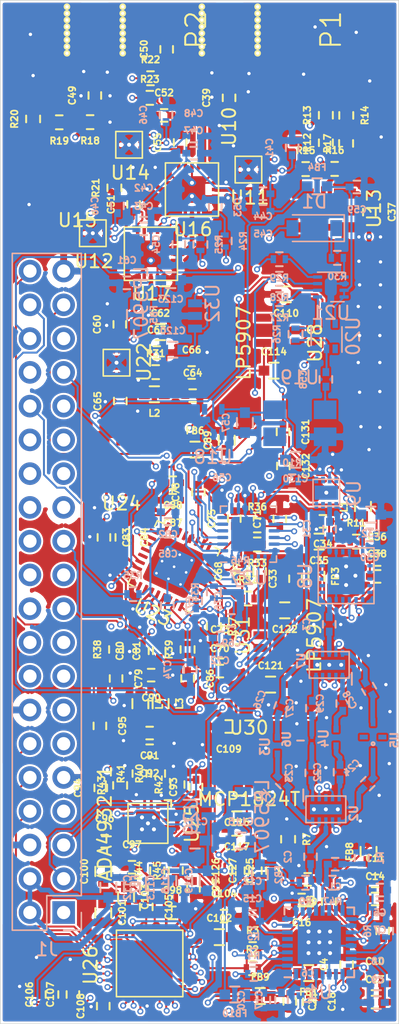
<source format=kicad_pcb>
(kicad_pcb (version 20171130) (host pcbnew "(5.1.2)-2")
  (layers (0 F.Cu signal hide) (1 In1.Cu power hide) (2 In2.Cu mixed hide) (31 B.Cu mixed hide) (34 B.Paste user) (35 F.Paste user hide) (36 B.SilkS user hide) (37 F.SilkS user hide) (38 B.Mask user hide) (39 F.Mask user hide) (44 Edge.Cuts user))
  (net 0 "")
  (net 1 "Net-(C1-Pad2)")
  (net 2 "/Transmitter /RF_OUT_N")
  (net 3 "/Transmitter /RF_OUT_P")
  (net 4 "/Filter Bank/RF_IN")
  (net 5 "/Transmitter Amp/RF_IN")
  (net 6 "/Filter Bank/RF_OUT")
  (net 7 GND)
  (net 8 "Net-(C4-Pad1)")
  (net 9 "Net-(C10-Pad1)")
  (net 10 "Net-(C6-Pad1)")
  (net 11 "Net-(C8-Pad1)")
  (net 12 /CLK_TX)
  (net 13 "Net-(C11-Pad1)")
  (net 14 /3V3D)
  (net 15 "Net-(C17-Pad1)")
  (net 16 /3V3_TX)
  (net 17 "Net-(C22-Pad1)")
  (net 18 "Net-(C22-Pad2)")
  (net 19 "Net-(C23-Pad1)")
  (net 20 "Net-(C23-Pad2)")
  (net 21 "Net-(C24-Pad2)")
  (net 22 "Net-(C24-Pad1)")
  (net 23 "Net-(C25-Pad1)")
  (net 24 "Net-(C25-Pad2)")
  (net 25 "Net-(C26-Pad1)")
  (net 26 "Net-(C26-Pad2)")
  (net 27 "Net-(C27-Pad1)")
  (net 28 "Net-(C27-Pad2)")
  (net 29 "Net-(C28-Pad2)")
  (net 30 "Net-(C28-Pad1)")
  (net 31 "Net-(C29-Pad2)")
  (net 32 "Net-(C29-Pad1)")
  (net 33 "Net-(C31-Pad2)")
  (net 34 "Net-(C31-Pad1)")
  (net 35 /3V3_TX_AMP)
  (net 36 "Net-(C34-Pad1)")
  (net 37 "Net-(C36-Pad1)")
  (net 38 /Switches/RF_IN)
  (net 39 "Net-(C37-Pad2)")
  (net 40 /DUT)
  (net 41 "Net-(C39-Pad1)")
  (net 42 /SW3)
  (net 43 /SW1)
  (net 44 /SW2)
  (net 45 "Net-(C49-Pad1)")
  (net 46 /DET)
  (net 47 "Net-(C50-Pad1)")
  (net 48 "Net-(C52-Pad2)")
  (net 49 "Net-(C53-Pad1)")
  (net 50 "Net-(C54-Pad1)")
  (net 51 "Net-(C58-Pad1)")
  (net 52 "Net-(C58-Pad2)")
  (net 53 "Net-(C59-Pad1)")
  (net 54 "Net-(C60-Pad1)")
  (net 55 /RF_RX)
  (net 56 /3V3_RX_AMP)
  (net 57 "Net-(C62-Pad1)")
  (net 58 "Net-(C64-Pad1)")
  (net 59 "Net-(C65-Pad2)")
  (net 60 "/RX Mixer/RF_IN")
  (net 61 "Net-(C67-Pad1)")
  (net 62 "/RX Mixer/LFILT2")
  (net 63 "/RX Mixer/LFILT1")
  (net 64 /RX_EN)
  (net 65 /3V3_RX)
  (net 66 "Net-(C71-Pad1)")
  (net 67 /RX_DATA)
  (net 68 /SPI_CLK)
  (net 69 "/RX Mixer/LFILT3")
  (net 70 /RX_ENX)
  (net 71 /RX_RST)
  (net 72 /CLK_LO)
  (net 73 "Net-(C78-Pad1)")
  (net 74 "/IF AMP/IF-")
  (net 75 "Net-(C80-Pad2)")
  (net 76 "Net-(C81-Pad2)")
  (net 77 "/IF AMP/IF+")
  (net 78 "Net-(C83-Pad2)")
  (net 79 "Net-(C83-Pad1)")
  (net 80 "Net-(C84-Pad1)")
  (net 81 "Net-(C84-Pad2)")
  (net 82 "Net-(C91-Pad1)")
  (net 83 "Net-(C91-Pad2)")
  (net 84 "Net-(C93-Pad1)")
  (net 85 "Net-(C93-Pad2)")
  (net 86 "Net-(C94-Pad2)")
  (net 87 "Net-(C94-Pad1)")
  (net 88 /ADC/VCM)
  (net 89 "/IF AMP/ADC+")
  (net 90 "/IF AMP/ADC-")
  (net 91 "Net-(C100-Pad1)")
  (net 92 "Net-(C101-Pad1)")
  (net 93 /D11)
  (net 94 /D13)
  (net 95 /D10)
  (net 96 /D12)
  (net 97 /ATTN_DATA)
  (net 98 /D9)
  (net 99 /D8)
  (net 100 /D7)
  (net 101 /D6)
  (net 102 /D5)
  (net 103 /EXP_INT)
  (net 104 /D4)
  (net 105 "Net-(J1-Pad17)")
  (net 106 /D3)
  (net 107 /TX_LD)
  (net 108 /TX_CE)
  (net 109 /D2)
  (net 110 /TX_LE)
  (net 111 /D1)
  (net 112 /D0)
  (net 113 /TX_DATA)
  (net 114 /SCL)
  (net 115 /SDA)
  (net 116 "Net-(J1-Pad1)")
  (net 117 "Net-(R4-Pad1)")
  (net 118 "Net-(R5-Pad1)")
  (net 119 "Net-(R10-Pad1)")
  (net 120 /ATTN_PWDN)
  (net 121 /Switches/A)
  (net 122 "Net-(R12-Pad1)")
  (net 123 "Net-(R13-Pad2)")
  (net 124 /Switches/RX1)
  (net 125 "Net-(R16-Pad2)")
  (net 126 /Switches/B)
  (net 127 "Net-(R19-Pad2)")
  (net 128 "Net-(R21-Pad1)")
  (net 129 /SW4)
  (net 130 /SW5)
  (net 131 /SW7)
  (net 132 /SW6)
  (net 133 "Net-(R26-Pad1)")
  (net 134 "Net-(R27-Pad2)")
  (net 135 "Net-(R28-Pad2)")
  (net 136 "Net-(R29-Pad2)")
  (net 137 /CLK_ADC)
  (net 138 /CLK_MC)
  (net 139 "Net-(R30-Pad2)")
  (net 140 "Net-(R37-Pad1)")
  (net 141 "Net-(R44-Pad2)")
  (net 142 "Net-(R45-Pad2)")
  (net 143 /FB_2)
  (net 144 /FB_1)
  (net 145 /FB_3)
  (net 146 /FB_4)
  (net 147 "Net-(U8-Pad9)")
  (net 148 "Net-(U8-Pad8)")
  (net 149 "Net-(U8-Pad7)")
  (net 150 "Net-(U8-Pad10)")
  (net 151 "Net-(U8-Pad11)")
  (net 152 "Net-(U8-Pad12)")
  (net 153 "Net-(U8-Pad21)")
  (net 154 "Net-(U8-Pad22)")
  (net 155 "Net-(U8-Pad23)")
  (net 156 "Net-(U8-Pad24)")
  (net 157 "Net-(U8-Pad20)")
  (net 158 "Net-(U8-Pad19)")
  (net 159 "Net-(U8-Pad17)")
  (net 160 "Net-(U8-Pad15)")
  (net 161 "Net-(U8-Pad1)")
  (net 162 /ATTN_LE)
  (net 163 "Net-(U10-Pad2)")
  (net 164 "Net-(U11-Pad4)")
  (net 165 "Net-(U11-Pad1)")
  (net 166 /Switches/RX1_OUT)
  (net 167 /Switches/B_OUT)
  (net 168 "Net-(U12-Pad1)")
  (net 169 "Net-(U12-Pad4)")
  (net 170 "Net-(U13-Pad2)")
  (net 171 /Switches/A_OUT)
  (net 172 "Net-(U14-Pad1)")
  (net 173 "Net-(U14-Pad4)")
  (net 174 "Net-(U15-Pad2)")
  (net 175 "Net-(U16-Pad8)")
  (net 176 "Net-(U20-Pad1)")
  (net 177 "Net-(U23-Pad2)")
  (net 178 "Net-(U23-Pad3)")
  (net 179 "Net-(U23-Pad9)")
  (net 180 "Net-(U23-Pad11)")
  (net 181 "Net-(U23-Pad13)")
  (net 182 "Net-(U23-Pad14)")
  (net 183 "Net-(U23-Pad15)")
  (net 184 "Net-(U23-Pad16)")
  (net 185 "Net-(U23-Pad17)")
  (net 186 "Net-(U23-Pad18)")
  (net 187 "Net-(U23-Pad20)")
  (net 188 "Net-(U23-Pad21)")
  (net 189 "Net-(U23-Pad25)")
  (net 190 "Net-(U23-Pad26)")
  (net 191 /ADC_OF)
  (net 192 /ADC_SHDN)
  (net 193 "Net-(U30-Pad4)")
  (net 194 "Net-(C5-Pad1)")
  (net 195 "Net-(C12-Pad1)")
  (net 196 "Net-(C16-Pad1)")
  (net 197 "Net-(C18-Pad1)")
  (net 198 "Net-(C19-Pad2)")
  (net 199 "Net-(C124-Pad2)")
  (net 200 "Net-(R6-Pad2)")
  (net 201 "Net-(U1-Pad5)")
  (net 202 "Net-(U1-Pad14)")
  (net 203 "Net-(U1-Pad15)")
  (net 204 "Net-(U1-Pad30)")
  (net 205 "Net-(C130-Pad1)")
  (net 206 "Net-(C131-Pad2)")
  (net 207 "Net-(U19-Pad1)")
  (net 208 "Net-(D1-Pad1)")
  (net 209 /Power/5V)
  (net 210 /5VP)
  (net 211 "/RX Mixer/3V3A")
  (net 212 "/GPIO Expander/P05")
  (module violet:QPC6614 (layer B.Cu) (at 66.04 111.2901 90)
    (fp_text reference U8 (at -0.0254 -3.08102 270) (layer B.SilkS) (effects (justify mirror)))
    (fp_text value QPC6614TR13)
    (pad EP thru_hole circle (at 0.7 0 90) (size 0.5 0.5) (drill 0.3) (layers *.Cu *.Mask) (net 7 GND))
    (pad EP thru_hole circle (at 0 0.7 90) (size 0.5 0.5) (drill 0.3) (layers *.Cu *.Mask) (net 7 GND))
    (pad EP thru_hole circle (at -0.7 0 90) (size 0.5 0.5) (drill 0.3) (layers *.Cu *.Mask) (net 7 GND))
    (pad EP thru_hole circle (at 0 -0.7 90) (size 0.5 0.5) (drill 0.3) (layers *.Cu *.Mask) (net 7 GND))
    (pad 6 smd rect (at -1.8 -1.25 90) (size 0.4 0.25) (layers B.Cu B.Paste B.Mask) (net 5 "/Transmitter Amp/RF_IN"))
    (pad 5 smd rect (at -1.8 -0.75 90) (size 0.4 0.25) (layers B.Cu B.Paste B.Mask) (net 7 GND))
    (pad 4 smd rect (at -1.8 -0.25 90) (size 0.4 0.25) (layers B.Cu B.Paste B.Mask) (net 162 /ATTN_LE))
    (pad 1 smd rect (at -1.8 1.25 90) (size 0.4 0.25) (layers B.Cu B.Paste B.Mask) (net 161 "Net-(U8-Pad1)"))
    (pad 2 smd rect (at -1.8 0.75 90) (size 0.4 0.25) (layers B.Cu B.Paste B.Mask) (net 68 /SPI_CLK))
    (pad 3 smd rect (at -1.8 0.25 90) (size 0.4 0.25) (layers B.Cu B.Paste B.Mask) (net 97 /ATTN_DATA))
    (pad 13 smd rect (at 1.8 -1.25 90) (size 0.4 0.25) (layers B.Cu B.Paste B.Mask) (net 33 "Net-(C31-Pad2)"))
    (pad 14 smd rect (at 1.8 -0.75 90) (size 0.4 0.25) (layers B.Cu B.Paste B.Mask) (net 7 GND))
    (pad 15 smd rect (at 1.8 -0.25 90) (size 0.4 0.25) (layers B.Cu B.Paste B.Mask) (net 160 "Net-(U8-Pad15)"))
    (pad 18 smd rect (at 1.8 1.25 90) (size 0.4 0.25) (layers B.Cu B.Paste B.Mask) (net 14 /3V3D))
    (pad 17 smd rect (at 1.8 0.75 90) (size 0.4 0.25) (layers B.Cu B.Paste B.Mask) (net 159 "Net-(U8-Pad17)"))
    (pad 16 smd rect (at 1.8 0.25 90) (size 0.4 0.25) (layers B.Cu B.Paste B.Mask) (net 7 GND))
    (pad 19 smd rect (at 1.25 1.8 90) (size 0.25 0.4) (layers B.Cu B.Paste B.Mask) (net 158 "Net-(U8-Pad19)"))
    (pad 20 smd rect (at 0.75 1.8 90) (size 0.25 0.4) (layers B.Cu B.Paste B.Mask) (net 157 "Net-(U8-Pad20)"))
    (pad 24 smd rect (at -1.25 1.8 90) (size 0.25 0.4) (layers B.Cu B.Paste B.Mask) (net 156 "Net-(U8-Pad24)"))
    (pad 23 smd rect (at -0.75 1.8 90) (size 0.25 0.4) (layers B.Cu B.Paste B.Mask) (net 155 "Net-(U8-Pad23)"))
    (pad 22 smd rect (at -0.25 1.8 90) (size 0.25 0.4) (layers B.Cu B.Paste B.Mask) (net 154 "Net-(U8-Pad22)"))
    (pad 21 smd rect (at 0.25 1.8 90) (size 0.25 0.4) (layers B.Cu B.Paste B.Mask) (net 153 "Net-(U8-Pad21)"))
    (pad 12 smd rect (at 1.25 -1.8 90) (size 0.25 0.4) (layers B.Cu B.Paste B.Mask) (net 152 "Net-(U8-Pad12)"))
    (pad 11 smd rect (at 0.75 -1.8 90) (size 0.25 0.4) (layers B.Cu B.Paste B.Mask) (net 151 "Net-(U8-Pad11)"))
    (pad 10 smd rect (at 0.25 -1.8 90) (size 0.25 0.4) (layers B.Cu B.Paste B.Mask) (net 150 "Net-(U8-Pad10)"))
    (pad 7 smd rect (at -1.25 -1.8 90) (size 0.25 0.4) (layers B.Cu B.Paste B.Mask) (net 149 "Net-(U8-Pad7)"))
    (pad 8 smd rect (at -0.75 -1.8 90) (size 0.25 0.4) (layers B.Cu B.Paste B.Mask) (net 148 "Net-(U8-Pad8)"))
    (pad 9 smd rect (at -0.25 -1.8 90) (size 0.25 0.4) (layers B.Cu B.Paste B.Mask) (net 147 "Net-(U8-Pad9)"))
    (pad EP smd rect (at 0 0 90) (size 2.8 2.8) (layers B.Cu B.Mask) (net 7 GND))
  )
  (module violet:F2913 (layer F.Cu) (at 54.4322 82.2325)
    (fp_text reference U16 (at 0.0635 2.99466) (layer F.SilkS))
    (fp_text value F2913)
    (pad EP thru_hole circle (at 0 0.5) (size 0.5 0.5) (drill 0.3) (layers *.Cu *.Mask) (net 7 GND))
    (pad EP thru_hole circle (at 0 -0.5) (size 0.5 0.5) (drill 0.3) (layers *.Cu *.Mask) (net 7 GND))
    (pad 5 smd rect (at -1.775 1) (size 0.55 0.26) (layers F.Cu F.Paste F.Mask) (net 7 GND))
    (pad 4 smd rect (at -1.775 0.5) (size 0.55 0.26) (layers F.Cu F.Paste F.Mask) (net 7 GND))
    (pad 1 smd rect (at -1.775 -1) (size 0.55 0.26) (layers F.Cu F.Paste F.Mask) (net 7 GND))
    (pad 2 smd rect (at -1.775 -0.5) (size 0.55 0.26) (layers F.Cu F.Paste F.Mask) (net 7 GND))
    (pad 3 smd rect (at -1.775 0) (size 0.55 0.26) (layers F.Cu F.Paste F.Mask) (net 171 /Switches/A_OUT))
    (pad 11 smd rect (at 1.775 1) (size 0.55 0.26) (layers F.Cu F.Paste F.Mask) (net 7 GND))
    (pad 12 smd rect (at 1.775 0.5) (size 0.55 0.26) (layers F.Cu F.Paste F.Mask) (net 7 GND))
    (pad 15 smd rect (at 1.775 -1) (size 0.55 0.26) (layers F.Cu F.Paste F.Mask) (net 7 GND))
    (pad 14 smd rect (at 1.775 -0.5) (size 0.55 0.26) (layers F.Cu F.Paste F.Mask) (net 7 GND))
    (pad 13 smd rect (at 1.775 0) (size 0.55 0.26) (layers F.Cu F.Paste F.Mask) (net 166 /Switches/RX1_OUT))
    (pad 10 smd rect (at 1 1.775) (size 0.26 0.55) (layers F.Cu F.Paste F.Mask) (net 7 GND))
    (pad 9 smd rect (at 0.5 1.775) (size 0.26 0.55) (layers F.Cu F.Paste F.Mask) (net 7 GND))
    (pad 6 smd rect (at -1 1.775) (size 0.26 0.55) (layers F.Cu F.Paste F.Mask) (net 7 GND))
    (pad 7 smd rect (at -0.5 1.775) (size 0.26 0.55) (layers F.Cu F.Paste F.Mask) (net 7 GND))
    (pad 8 smd rect (at 0 1.775) (size 0.26 0.55) (layers F.Cu F.Paste F.Mask) (net 175 "Net-(U16-Pad8)"))
    (pad 16 smd rect (at 1 -1.775) (size 0.26 0.55) (layers F.Cu F.Paste F.Mask) (net 47 "Net-(C50-Pad1)"))
    (pad 17 smd rect (at 0.5 -1.775) (size 0.26 0.55) (layers F.Cu F.Paste F.Mask) (net 48 "Net-(C52-Pad2)"))
    (pad 19 smd rect (at -0.5 -1.775) (size 0.26 0.55) (layers F.Cu F.Paste F.Mask) (net 7 GND))
    (pad 20 smd rect (at -1 -1.775) (size 0.26 0.55) (layers F.Cu F.Paste F.Mask) (net 14 /3V3D))
    (pad 18 smd rect (at 0 -1.775) (size 0.26 0.55) (layers F.Cu F.Paste F.Mask) (net 7 GND))
    (pad EP smd rect (at 0 0) (size 2 2) (layers F.Cu F.Mask) (net 7 GND))
  )
  (module violet:F2913 (layer F.Cu) (at 51.3381 87.0712)
    (fp_text reference U17 (at 0.0635 2.99466) (layer F.SilkS))
    (fp_text value F2913)
    (pad EP thru_hole circle (at 0 0.5) (size 0.5 0.5) (drill 0.3) (layers *.Cu *.Mask) (net 7 GND))
    (pad EP thru_hole circle (at 0 -0.5) (size 0.5 0.5) (drill 0.3) (layers *.Cu *.Mask) (net 7 GND))
    (pad 5 smd rect (at -1.775 1) (size 0.55 0.26) (layers F.Cu F.Paste F.Mask) (net 7 GND))
    (pad 4 smd rect (at -1.775 0.5) (size 0.55 0.26) (layers F.Cu F.Paste F.Mask) (net 7 GND))
    (pad 1 smd rect (at -1.775 -1) (size 0.55 0.26) (layers F.Cu F.Paste F.Mask) (net 7 GND))
    (pad 2 smd rect (at -1.775 -0.5) (size 0.55 0.26) (layers F.Cu F.Paste F.Mask) (net 7 GND))
    (pad 3 smd rect (at -1.775 0) (size 0.55 0.26) (layers F.Cu F.Paste F.Mask) (net 167 /Switches/B_OUT))
    (pad 11 smd rect (at 1.775 1) (size 0.55 0.26) (layers F.Cu F.Paste F.Mask) (net 7 GND))
    (pad 12 smd rect (at 1.775 0.5) (size 0.55 0.26) (layers F.Cu F.Paste F.Mask) (net 7 GND))
    (pad 15 smd rect (at 1.775 -1) (size 0.55 0.26) (layers F.Cu F.Paste F.Mask) (net 7 GND))
    (pad 14 smd rect (at 1.775 -0.5) (size 0.55 0.26) (layers F.Cu F.Paste F.Mask) (net 7 GND))
    (pad 13 smd rect (at 1.775 0) (size 0.55 0.26) (layers F.Cu F.Paste F.Mask) (net 175 "Net-(U16-Pad8)"))
    (pad 10 smd rect (at 1 1.775) (size 0.26 0.55) (layers F.Cu F.Paste F.Mask) (net 7 GND))
    (pad 9 smd rect (at 0.5 1.775) (size 0.26 0.55) (layers F.Cu F.Paste F.Mask) (net 7 GND))
    (pad 6 smd rect (at -1 1.775) (size 0.26 0.55) (layers F.Cu F.Paste F.Mask) (net 7 GND))
    (pad 7 smd rect (at -0.5 1.775) (size 0.26 0.55) (layers F.Cu F.Paste F.Mask) (net 7 GND))
    (pad 8 smd rect (at 0 1.775) (size 0.26 0.55) (layers F.Cu F.Paste F.Mask) (net 55 /RF_RX))
    (pad 16 smd rect (at 1 -1.775) (size 0.26 0.55) (layers F.Cu F.Paste F.Mask) (net 50 "Net-(C54-Pad1)"))
    (pad 17 smd rect (at 0.5 -1.775) (size 0.26 0.55) (layers F.Cu F.Paste F.Mask) (net 49 "Net-(C53-Pad1)"))
    (pad 19 smd rect (at -0.5 -1.775) (size 0.26 0.55) (layers F.Cu F.Paste F.Mask) (net 7 GND))
    (pad 20 smd rect (at -1 -1.775) (size 0.26 0.55) (layers F.Cu F.Paste F.Mask) (net 14 /3V3D))
    (pad 18 smd rect (at 0 -1.775) (size 0.26 0.55) (layers F.Cu F.Paste F.Mask) (net 7 GND))
    (pad EP smd rect (at 0 0) (size 2 2) (layers F.Cu F.Mask) (net 7 GND))
  )
  (module violet:F2910 (layer F.Cu) (at 58.6867 80.7339)
    (fp_text reference U11 (at 0.09398 2.10566) (layer F.SilkS))
    (fp_text value F2910)
    (pad EP thru_hole circle (at 0 0) (size 0.5 0.5) (drill 0.3) (layers *.Cu *.Mask) (net 7 GND))
    (pad 4 smd rect (at -0.925 0.75) (size 0.45 0.25) (layers F.Cu F.Paste F.Mask) (net 164 "Net-(U11-Pad4)"))
    (pad 3 smd rect (at -0.925 0.25) (size 0.45 0.25) (layers F.Cu F.Paste F.Mask) (net 7 GND))
    (pad 1 smd rect (at -0.925 -0.75) (size 0.45 0.25) (layers F.Cu F.Paste F.Mask) (net 165 "Net-(U11-Pad1)"))
    (pad 2 smd rect (at -0.925 -0.25) (size 0.45 0.25) (layers F.Cu F.Paste F.Mask) (net 7 GND))
    (pad 5 smd rect (at 0.925 0.75) (size 0.45 0.25) (layers F.Cu F.Paste F.Mask) (net 166 /Switches/RX1_OUT))
    (pad 6 smd rect (at 0.925 0.25) (size 0.45 0.25) (layers F.Cu F.Paste F.Mask) (net 14 /3V3D))
    (pad 8 smd rect (at 0.925 -0.75) (size 0.45 0.25) (layers F.Cu F.Paste F.Mask) (net 124 /Switches/RX1))
    (pad 7 smd rect (at 0.925 -0.25) (size 0.45 0.25) (layers F.Cu F.Paste F.Mask) (net 43 /SW1))
    (pad EP smd rect (at 0 0) (size 0.8 1.6) (layers F.Cu F.Mask) (net 7 GND))
  )
  (module violet:F2910 (layer F.Cu) (at 49.6951 78.867)
    (fp_text reference U14 (at 0.09398 2.10566) (layer F.SilkS))
    (fp_text value F2910)
    (pad EP thru_hole circle (at 0 0) (size 0.5 0.5) (drill 0.3) (layers *.Cu *.Mask) (net 7 GND))
    (pad 4 smd rect (at -0.925 0.75) (size 0.45 0.25) (layers F.Cu F.Paste F.Mask) (net 173 "Net-(U14-Pad4)"))
    (pad 3 smd rect (at -0.925 0.25) (size 0.45 0.25) (layers F.Cu F.Paste F.Mask) (net 7 GND))
    (pad 1 smd rect (at -0.925 -0.75) (size 0.45 0.25) (layers F.Cu F.Paste F.Mask) (net 172 "Net-(U14-Pad1)"))
    (pad 2 smd rect (at -0.925 -0.25) (size 0.45 0.25) (layers F.Cu F.Paste F.Mask) (net 7 GND))
    (pad 5 smd rect (at 0.925 0.75) (size 0.45 0.25) (layers F.Cu F.Paste F.Mask) (net 171 /Switches/A_OUT))
    (pad 6 smd rect (at 0.925 0.25) (size 0.45 0.25) (layers F.Cu F.Paste F.Mask) (net 14 /3V3D))
    (pad 8 smd rect (at 0.925 -0.75) (size 0.45 0.25) (layers F.Cu F.Paste F.Mask) (net 121 /Switches/A))
    (pad 7 smd rect (at 0.925 -0.25) (size 0.45 0.25) (layers F.Cu F.Paste F.Mask) (net 44 /SW2))
    (pad EP smd rect (at 0 0) (size 0.8 1.6) (layers F.Cu F.Mask) (net 7 GND))
  )
  (module violet:F2910 (layer F.Cu) (at 46.9646 85.5218)
    (fp_text reference U12 (at 0.09398 2.10566) (layer F.SilkS))
    (fp_text value F2910)
    (pad EP thru_hole circle (at 0 0) (size 0.5 0.5) (drill 0.3) (layers *.Cu *.Mask) (net 7 GND))
    (pad 4 smd rect (at -0.925 0.75) (size 0.45 0.25) (layers F.Cu F.Paste F.Mask) (net 169 "Net-(U12-Pad4)"))
    (pad 3 smd rect (at -0.925 0.25) (size 0.45 0.25) (layers F.Cu F.Paste F.Mask) (net 7 GND))
    (pad 1 smd rect (at -0.925 -0.75) (size 0.45 0.25) (layers F.Cu F.Paste F.Mask) (net 168 "Net-(U12-Pad1)"))
    (pad 2 smd rect (at -0.925 -0.25) (size 0.45 0.25) (layers F.Cu F.Paste F.Mask) (net 7 GND))
    (pad 5 smd rect (at 0.925 0.75) (size 0.45 0.25) (layers F.Cu F.Paste F.Mask) (net 167 /Switches/B_OUT))
    (pad 6 smd rect (at 0.925 0.25) (size 0.45 0.25) (layers F.Cu F.Paste F.Mask) (net 14 /3V3D))
    (pad 8 smd rect (at 0.925 -0.75) (size 0.45 0.25) (layers F.Cu F.Paste F.Mask) (net 126 /Switches/B))
    (pad 7 smd rect (at 0.925 -0.25) (size 0.45 0.25) (layers F.Cu F.Paste F.Mask) (net 42 /SW3))
    (pad EP smd rect (at 0 0) (size 0.8 1.6) (layers F.Cu F.Mask) (net 7 GND))
  )
  (module violet:VQFN-16 (layer F.Cu) (at 51.1175 129.921 270)
    (fp_text reference U25 (at 0 -3.3 90) (layer F.SilkS))
    (fp_text value ADA4932-1 (at 0 3.25 90) (layer F.SilkS))
    (pad EP thru_hole circle (at 0 0 270) (size 0.3 0.3) (drill 0.3) (layers *.Cu F.SilkS F.Mask) (net 7 GND))
    (pad EP thru_hole circle (at 0.45 0.45 270) (size 0.3 0.3) (drill 0.3) (layers *.Cu F.SilkS F.Mask) (net 7 GND))
    (pad EP thru_hole circle (at 0.45 -0.45 270) (size 0.3 0.3) (drill 0.3) (layers *.Cu F.SilkS F.Mask) (net 7 GND))
    (pad EP thru_hole circle (at -0.45 0.45 270) (size 0.3 0.3) (drill 0.3) (layers *.Cu F.SilkS F.Mask) (net 7 GND))
    (pad EP thru_hole circle (at -0.45 -0.45 270) (size 0.3 0.3) (drill 0.3) (layers *.Cu F.SilkS F.Mask) (net 7 GND))
    (pad EP smd rect (at 0 0 270) (size 1.8 1.8) (layers F.Cu F.Paste F.Mask) (net 7 GND))
    (pad 16 smd rect (at -0.75 -1.35 270) (size 0.25 0.5) (layers F.Cu F.Paste F.Mask) (net 7 GND))
    (pad 15 smd rect (at -0.25 -1.35 270) (size 0.25 0.5) (layers F.Cu F.Paste F.Mask) (net 7 GND))
    (pad 14 smd rect (at 0.25 -1.35 270) (size 0.25 0.5) (layers F.Cu F.Paste F.Mask) (net 7 GND))
    (pad 13 smd rect (at 0.75 -1.35 270) (size 0.25 0.5) (layers F.Cu F.Paste F.Mask) (net 7 GND))
    (pad 12 smd rect (at 1.35 -0.75) (size 0.25 0.5) (layers F.Cu F.Paste F.Mask) (net 65 /3V3_RX))
    (pad 11 smd rect (at 1.35 -0.25) (size 0.25 0.5) (layers F.Cu F.Paste F.Mask) (net 142 "Net-(R45-Pad2)"))
    (pad 10 smd rect (at 1.35 0.25) (size 0.25 0.5) (layers F.Cu F.Paste F.Mask) (net 141 "Net-(R44-Pad2)"))
    (pad 9 smd rect (at 1.35 0.75) (size 0.25 0.5) (layers F.Cu F.Paste F.Mask) (net 88 /ADC/VCM))
    (pad 8 smd rect (at 0.75 1.35 270) (size 0.25 0.5) (layers F.Cu F.Paste F.Mask) (net 65 /3V3_RX))
    (pad 7 smd rect (at 0.25 1.35 270) (size 0.25 0.5) (layers F.Cu F.Paste F.Mask) (net 65 /3V3_RX))
    (pad 6 smd rect (at -0.25 1.35 270) (size 0.25 0.5) (layers F.Cu F.Paste F.Mask) (net 65 /3V3_RX))
    (pad 5 smd rect (at -0.75 1.35 270) (size 0.25 0.5) (layers F.Cu F.Paste F.Mask) (net 65 /3V3_RX))
    (pad 4 smd rect (at -1.35 0.75) (size 0.25 0.5) (layers F.Cu F.Paste F.Mask) (net 87 "Net-(C94-Pad1)"))
    (pad 3 smd rect (at -1.35 0.25) (size 0.25 0.5) (layers F.Cu F.Paste F.Mask) (net 86 "Net-(C94-Pad2)"))
    (pad 2 smd rect (at -1.35 -0.25) (size 0.25 0.5) (layers F.Cu F.Paste F.Mask) (net 85 "Net-(C93-Pad2)"))
    (pad 1 smd rect (at -1.35 -0.75) (size 0.25 0.5) (layers F.Cu F.Paste F.Mask) (net 84 "Net-(C93-Pad1)"))
  )
  (module violet:QFN-32_5mm_x_5mm_LTC224X (layer F.Cu) (at 51.2445 140.462 270)
    (fp_text reference U26 (at 0.12954 4.44754 270) (layer F.SilkS))
    (fp_text value LTC224X)
    (pad 8 smd rect (at -2.4 1.75 270) (size 0.7 0.25) (layers F.Cu F.Paste F.Mask) (net 7 GND))
    (pad 7 smd rect (at -2.4 1.25 270) (size 0.7 0.25) (layers F.Cu F.Paste F.Mask) (net 14 /3V3D))
    (pad 6 smd rect (at -2.4 0.75 270) (size 0.7 0.25) (layers F.Cu F.Paste F.Mask) (net 92 "Net-(C101-Pad1)"))
    (pad 5 smd rect (at -2.4 0.25 270) (size 0.7 0.25) (layers F.Cu F.Paste F.Mask) (net 92 "Net-(C101-Pad1)"))
    (pad 1 smd rect (at -2.4 -1.75 270) (size 0.7 0.25) (layers F.Cu F.Paste F.Mask) (net 89 "/IF AMP/ADC+"))
    (pad 2 smd rect (at -2.4 -1.25 270) (size 0.7 0.25) (layers F.Cu F.Paste F.Mask) (net 90 "/IF AMP/ADC-"))
    (pad 3 smd rect (at -2.4 -0.75 270) (size 0.7 0.25) (layers F.Cu F.Paste F.Mask) (net 91 "Net-(C100-Pad1)"))
    (pad 4 smd rect (at -2.4 -0.25 270) (size 0.7 0.25) (layers F.Cu F.Paste F.Mask) (net 91 "Net-(C100-Pad1)"))
    (pad 17 smd rect (at 2.4 1.75 270) (size 0.7 0.25) (layers F.Cu F.Paste F.Mask) (net 102 /D5))
    (pad 18 smd rect (at 2.4 1.25 270) (size 0.7 0.25) (layers F.Cu F.Paste F.Mask) (net 101 /D6))
    (pad 19 smd rect (at 2.4 0.75 270) (size 0.7 0.25) (layers F.Cu F.Paste F.Mask) (net 100 /D7))
    (pad 20 smd rect (at 2.4 0.25 270) (size 0.7 0.25) (layers F.Cu F.Paste F.Mask) (net 7 GND))
    (pad 24 smd rect (at 2.4 -1.75 270) (size 0.7 0.25) (layers F.Cu F.Paste F.Mask) (net 95 /D10))
    (pad 23 smd rect (at 2.4 -1.25 270) (size 0.7 0.25) (layers F.Cu F.Paste F.Mask) (net 98 /D9))
    (pad 22 smd rect (at 2.4 -0.75 270) (size 0.7 0.25) (layers F.Cu F.Paste F.Mask) (net 99 /D8))
    (pad 21 smd rect (at 2.4 -0.25 270) (size 0.7 0.25) (layers F.Cu F.Paste F.Mask) (net 14 /3V3D))
    (pad 16 smd rect (at 1.75 2.4 270) (size 0.25 0.7) (layers F.Cu F.Paste F.Mask) (net 104 /D4))
    (pad 15 smd rect (at 1.25 2.4 270) (size 0.25 0.7) (layers F.Cu F.Paste F.Mask) (net 106 /D3))
    (pad 14 smd rect (at 0.75 2.4 270) (size 0.25 0.7) (layers F.Cu F.Paste F.Mask) (net 109 /D2))
    (pad 13 smd rect (at 0.25 2.4 270) (size 0.25 0.7) (layers F.Cu F.Paste F.Mask) (net 111 /D1))
    (pad 9 smd rect (at -1.75 2.4 270) (size 0.25 0.7) (layers F.Cu F.Paste F.Mask) (net 137 /CLK_ADC))
    (pad 10 smd rect (at -1.25 2.4 270) (size 0.25 0.7) (layers F.Cu F.Paste F.Mask) (net 192 /ADC_SHDN))
    (pad 11 smd rect (at -0.75 2.4 270) (size 0.25 0.7) (layers F.Cu F.Paste F.Mask) (net 192 /ADC_SHDN))
    (pad 12 smd rect (at -0.25 2.4 270) (size 0.25 0.7) (layers F.Cu F.Paste F.Mask) (net 112 /D0))
    (pad 25 smd rect (at 1.75 -2.4 270) (size 0.25 0.7) (layers F.Cu F.Paste F.Mask) (net 93 /D11))
    (pad 26 smd rect (at 1.25 -2.4 270) (size 0.25 0.7) (layers F.Cu F.Paste F.Mask) (net 96 /D12))
    (pad 27 smd rect (at 0.75 -2.4 270) (size 0.25 0.7) (layers F.Cu F.Paste F.Mask) (net 94 /D13))
    (pad 28 smd rect (at 0.25 -2.4 270) (size 0.25 0.7) (layers F.Cu F.Paste F.Mask) (net 191 /ADC_OF))
    (pad EP smd rect (at 0 0 270) (size 3.45 3.45) (layers F.Cu F.Mask) (net 7 GND))
    (pad 29 smd rect (at -0.25 -2.4 270) (size 0.25 0.7) (layers F.Cu F.Paste F.Mask) (net 14 /3V3D))
    (pad 30 smd rect (at -0.75 -2.4 270) (size 0.25 0.7) (layers F.Cu F.Paste F.Mask) (net 14 /3V3D))
    (pad 31 smd rect (at -1.25 -2.4 270) (size 0.25 0.7) (layers F.Cu F.Paste F.Mask) (net 88 /ADC/VCM))
    (pad 32 smd rect (at -1.75 -2.4 270) (size 0.25 0.7) (layers F.Cu F.Paste F.Mask) (net 14 /3V3D))
  )
  (module violet:DFN-8-1EP_2x2mm_Pitch0.5mm (layer F.Cu) (at 48.7508 95.2627 270)
    (fp_text reference U22 (at -0.05 -2.075 90) (layer F.SilkS))
    (fp_text value TRF37A75)
    (pad 9 thru_hole circle (at 0 0 270) (size 0.5 0.5) (drill 0.3) (layers *.Cu *.Mask) (net 7 GND))
    (pad 9 smd rect (at 0 -0.44 270) (size 1.06 0.88) (layers F.Cu F.Paste F.Mask) (net 7 GND))
    (pad 9 smd rect (at 0 0.44 270) (size 1.06 0.88) (layers F.Cu F.Paste F.Mask) (net 7 GND))
    (pad 8 smd rect (at 0.95 -0.75 270) (size 0.5 0.28) (layers F.Cu F.Paste F.Mask))
    (pad 7 smd rect (at 0.95 -0.25 270) (size 0.5 0.28) (layers F.Cu F.Paste F.Mask) (net 59 "Net-(C65-Pad2)"))
    (pad 6 smd rect (at 0.95 0.25 270) (size 0.5 0.28) (layers F.Cu F.Paste F.Mask))
    (pad 5 smd rect (at 0.95 0.75 270) (size 0.5 0.28) (layers F.Cu F.Paste F.Mask) (net 7 GND))
    (pad 4 smd rect (at -0.95 0.75 270) (size 0.5 0.28) (layers F.Cu F.Paste F.Mask))
    (pad 3 smd rect (at -0.95 0.25 270) (size 0.5 0.28) (layers F.Cu F.Paste F.Mask))
    (pad 2 smd rect (at -0.95 -0.25 270) (size 0.5 0.28) (layers F.Cu F.Paste F.Mask) (net 54 "Net-(C60-Pad1)"))
    (pad 1 smd rect (at -0.95 -0.75 270) (size 0.5 0.28) (layers F.Cu F.Paste F.Mask) (net 57 "Net-(C62-Pad1)"))
  )
  (module violet:DFN-8-1EP_2x2mm_Pitch0.5mm (layer B.Cu) (at 64.5496 105.0417 90)
    (fp_text reference U9 (at -0.05 2.075 270) (layer B.SilkS) (effects (justify mirror)))
    (fp_text value TRF37A73)
    (pad 9 thru_hole circle (at 0 0 90) (size 0.5 0.5) (drill 0.3) (layers *.Cu *.Mask) (net 7 GND))
    (pad 9 smd rect (at 0 0.44 90) (size 1.06 0.88) (layers B.Cu B.Paste B.Mask) (net 7 GND))
    (pad 9 smd rect (at 0 -0.44 90) (size 1.06 0.88) (layers B.Cu B.Paste B.Mask) (net 7 GND))
    (pad 8 smd rect (at 0.95 0.75 90) (size 0.5 0.28) (layers B.Cu B.Paste B.Mask))
    (pad 7 smd rect (at 0.95 0.25 90) (size 0.5 0.28) (layers B.Cu B.Paste B.Mask) (net 39 "Net-(C37-Pad2)"))
    (pad 6 smd rect (at 0.95 -0.25 90) (size 0.5 0.28) (layers B.Cu B.Paste B.Mask))
    (pad 5 smd rect (at 0.95 -0.75 90) (size 0.5 0.28) (layers B.Cu B.Paste B.Mask) (net 119 "Net-(R10-Pad1)"))
    (pad 4 smd rect (at -0.95 -0.75 90) (size 0.5 0.28) (layers B.Cu B.Paste B.Mask))
    (pad 3 smd rect (at -0.95 -0.25 90) (size 0.5 0.28) (layers B.Cu B.Paste B.Mask))
    (pad 2 smd rect (at -0.95 0.25 90) (size 0.5 0.28) (layers B.Cu B.Paste B.Mask) (net 34 "Net-(C31-Pad1)"))
    (pad 1 smd rect (at -0.95 0.75 90) (size 0.5 0.28) (layers B.Cu B.Paste B.Mask) (net 36 "Net-(C34-Pad1)"))
  )
  (module violet:MLPD-10 (layer B.Cu) (at 64.77 117.9957 90)
    (fp_text reference U7 (at 0.3 -2.1 270) (layer B.SilkS) (effects (font (size 0.6 0.6)) (justify mirror)))
    (fp_text value SKY13322-375LF)
    (pad EP thru_hole circle (at 0 -0.9 90) (size 0.55 0.55) (drill 0.3) (layers *.Cu) (net 7 GND))
    (pad EP thru_hole circle (at 0 0.9 90) (size 0.55 0.55) (drill 0.3) (layers *.Cu) (net 7 GND))
    (pad EP thru_hole circle (at 0 0 90) (size 0.55 0.55) (drill 0.3) (layers *.Cu) (net 7 GND))
    (pad EP smd rect (at 0 0 90) (size 0.76 2.4) (layers B.Cu B.Paste B.Mask) (net 7 GND))
    (pad 10 smd rect (at 0.875 1 90) (size 0.55 0.25) (layers B.Cu B.Paste B.Mask) (net 30 "Net-(C28-Pad1)"))
    (pad 9 smd rect (at 0.875 0.5 90) (size 0.55 0.25) (layers B.Cu B.Paste B.Mask) (net 145 /FB_3))
    (pad 8 smd rect (at 0.875 0 90) (size 0.55 0.25) (layers B.Cu B.Paste B.Mask) (net 6 "/Filter Bank/RF_OUT"))
    (pad 7 smd rect (at 0.875 -0.5 90) (size 0.55 0.25) (layers B.Cu B.Paste B.Mask) (net 146 /FB_4))
    (pad 6 smd rect (at 0.875 -1 90) (size 0.55 0.25) (layers B.Cu B.Paste B.Mask) (net 25 "Net-(C26-Pad1)"))
    (pad 5 smd rect (at -0.875 -1 90) (size 0.55 0.25) (layers B.Cu B.Paste B.Mask) (net 27 "Net-(C27-Pad1)"))
    (pad 4 smd rect (at -0.875 -0.5 90) (size 0.55 0.25) (layers B.Cu B.Paste B.Mask) (net 143 /FB_2))
    (pad 3 smd rect (at -0.875 0 90) (size 0.55 0.25) (layers B.Cu B.Paste B.Mask))
    (pad 2 smd rect (at -0.875 0.5 90) (size 0.55 0.25) (layers B.Cu B.Paste B.Mask) (net 144 /FB_1))
    (pad 1 smd rect (at -0.875 1 90) (size 0.55 0.25) (layers B.Cu B.Paste B.Mask) (net 32 "Net-(C29-Pad1)"))
  )
  (module violet:MLPD-10 (layer B.Cu) (at 64.516 128.8669 270)
    (fp_text reference U2 (at 0.3 -2.1 270) (layer B.SilkS) (effects (font (size 0.6 0.6)) (justify mirror)))
    (fp_text value SKY13322-375LF)
    (pad EP thru_hole circle (at 0 -0.9 270) (size 0.55 0.55) (drill 0.3) (layers *.Cu) (net 7 GND))
    (pad EP thru_hole circle (at 0 0.9 270) (size 0.55 0.55) (drill 0.3) (layers *.Cu) (net 7 GND))
    (pad EP thru_hole circle (at 0 0 270) (size 0.55 0.55) (drill 0.3) (layers *.Cu) (net 7 GND))
    (pad EP smd rect (at 0 0 270) (size 0.76 2.4) (layers B.Cu B.Paste B.Mask) (net 7 GND))
    (pad 10 smd rect (at 0.875 1 270) (size 0.55 0.25) (layers B.Cu B.Paste B.Mask) (net 24 "Net-(C25-Pad2)"))
    (pad 9 smd rect (at 0.875 0.5 270) (size 0.55 0.25) (layers B.Cu B.Paste B.Mask) (net 146 /FB_4))
    (pad 8 smd rect (at 0.875 0 270) (size 0.55 0.25) (layers B.Cu B.Paste B.Mask) (net 4 "/Filter Bank/RF_IN"))
    (pad 7 smd rect (at 0.875 -0.5 270) (size 0.55 0.25) (layers B.Cu B.Paste B.Mask) (net 145 /FB_3))
    (pad 6 smd rect (at 0.875 -1 270) (size 0.55 0.25) (layers B.Cu B.Paste B.Mask) (net 21 "Net-(C24-Pad2)"))
    (pad 5 smd rect (at -0.875 -1 270) (size 0.55 0.25) (layers B.Cu B.Paste B.Mask) (net 18 "Net-(C22-Pad2)"))
    (pad 4 smd rect (at -0.875 -0.5 270) (size 0.55 0.25) (layers B.Cu B.Paste B.Mask) (net 144 /FB_1))
    (pad 3 smd rect (at -0.875 0 270) (size 0.55 0.25) (layers B.Cu B.Paste B.Mask))
    (pad 2 smd rect (at -0.875 0.5 270) (size 0.55 0.25) (layers B.Cu B.Paste B.Mask) (net 143 /FB_2))
    (pad 1 smd rect (at -0.875 1 270) (size 0.55 0.25) (layers B.Cu B.Paste B.Mask) (net 20 "Net-(C23-Pad2)"))
  )
  (module violet:SOT-23-5 (layer F.Cu) (at 58.7248 124.0536 180)
    (fp_text reference U30 (at 0 1.325) (layer F.SilkS))
    (fp_text value MCP1824T (at 0 -4.05) (layer F.SilkS))
    (pad 5 smd rect (at 0 -2.6 180) (size 0.6 1.25) (layers F.Cu F.Paste F.Mask) (net 14 /3V3D))
    (pad 4 smd rect (at 1.9 -2.6 180) (size 0.6 1.25) (layers F.Cu F.Paste F.Mask) (net 193 "Net-(U30-Pad4)"))
    (pad 3 smd rect (at 1.9 0 180) (size 0.6 1.05) (layers F.Cu F.Paste F.Mask) (net 7 GND))
    (pad 2 smd rect (at 0.95 0 180) (size 0.6 1.05) (layers F.Cu F.Paste F.Mask) (net 7 GND))
    (pad 1 smd rect (at 0 0 180) (size 0.6 1.05) (layers F.Cu F.Paste F.Mask) (net 209 /Power/5V))
  )
  (module violet:SOT-23-5 (layer F.Cu) (at 59.5884 115.7732 270)
    (fp_text reference U31 (at 0 1.325 90) (layer F.SilkS))
    (fp_text value LP5907 (at 0 -4.05 90) (layer F.SilkS))
    (pad 5 smd rect (at 0 -2.6 270) (size 0.6 1.25) (layers F.Cu F.Paste F.Mask) (net 35 /3V3_TX_AMP))
    (pad 4 smd rect (at 1.9 -2.6 270) (size 0.6 1.25) (layers F.Cu F.Paste F.Mask))
    (pad 3 smd rect (at 1.9 0 270) (size 0.6 1.05) (layers F.Cu F.Paste F.Mask) (net 209 /Power/5V))
    (pad 2 smd rect (at 0.95 0 270) (size 0.6 1.05) (layers F.Cu F.Paste F.Mask) (net 7 GND))
    (pad 1 smd rect (at 0 0 270) (size 0.6 1.05) (layers F.Cu F.Paste F.Mask) (net 209 /Power/5V))
  )
  (module violet:SOT-23-5 (layer F.Cu) (at 62.3824 93.7768 90)
    (fp_text reference U28 (at 0 1.325 90) (layer F.SilkS))
    (fp_text value LP5907 (at 0 -4.05 90) (layer F.SilkS))
    (pad 5 smd rect (at 0 -2.6 90) (size 0.6 1.25) (layers F.Cu F.Paste F.Mask) (net 65 /3V3_RX))
    (pad 4 smd rect (at 1.9 -2.6 90) (size 0.6 1.25) (layers F.Cu F.Paste F.Mask))
    (pad 3 smd rect (at 1.9 0 90) (size 0.6 1.05) (layers F.Cu F.Paste F.Mask) (net 209 /Power/5V))
    (pad 2 smd rect (at 0.95 0 90) (size 0.6 1.05) (layers F.Cu F.Paste F.Mask) (net 7 GND))
    (pad 1 smd rect (at 0 0 90) (size 0.6 1.05) (layers F.Cu F.Paste F.Mask) (net 209 /Power/5V))
  )
  (module violet:SOT-23-5 (layer B.Cu) (at 54.6608 90.7948 270)
    (fp_text reference U32 (at 0 -1.325 90) (layer B.SilkS) (effects (justify mirror)))
    (fp_text value LP5907 (at 0 4.05 90) (layer B.SilkS) (effects (justify mirror)))
    (pad 5 smd rect (at 0 2.6 270) (size 0.6 1.25) (layers B.Cu B.Paste B.Mask) (net 56 /3V3_RX_AMP))
    (pad 4 smd rect (at 1.9 2.6 270) (size 0.6 1.25) (layers B.Cu B.Paste B.Mask))
    (pad 3 smd rect (at 1.9 0 270) (size 0.6 1.05) (layers B.Cu B.Paste B.Mask) (net 209 /Power/5V))
    (pad 2 smd rect (at 0.95 0 270) (size 0.6 1.05) (layers B.Cu B.Paste B.Mask) (net 7 GND))
    (pad 1 smd rect (at 0 0 270) (size 0.6 1.05) (layers B.Cu B.Paste B.Mask) (net 209 /Power/5V))
  )
  (module violet:SC-70-5 (layer B.Cu) (at 56.0324 99.7204 180)
    (fp_text reference U18 (at 0.01778 -2.63906) (layer B.SilkS) (effects (justify mirror)))
    (fp_text value "MIC5366 3.0v")
    (pad 4 smd rect (at 0.65 0.95 180) (size 0.4 0.8) (layers B.Cu B.Paste B.Mask))
    (pad 5 smd rect (at -0.65 0.95 180) (size 0.4 0.8) (layers B.Cu B.Paste B.Mask) (net 205 "Net-(C130-Pad1)"))
    (pad 3 smd rect (at 0.65 -0.95 180) (size 0.4 0.8) (layers B.Cu B.Paste B.Mask) (net 14 /3V3D))
    (pad 1 smd rect (at -0.65 -0.95 180) (size 0.4 0.8) (layers B.Cu B.Paste B.Mask) (net 14 /3V3D))
    (pad 2 smd rect (at 0 -0.95 180) (size 0.4 0.8) (layers B.Cu B.Paste B.Mask) (net 7 GND))
  )
  (module violet:SOT-23-5 (layer B.Cu) (at 55.6768 129.3876 90)
    (fp_text reference U29 (at 0 -1.325 90) (layer B.SilkS) (effects (justify mirror)))
    (fp_text value LP5907 (at 0 4.05 90) (layer B.SilkS) (effects (justify mirror)))
    (pad 5 smd rect (at 0 2.6 90) (size 0.6 1.25) (layers B.Cu B.Paste B.Mask) (net 16 /3V3_TX))
    (pad 4 smd rect (at 1.9 2.6 90) (size 0.6 1.25) (layers B.Cu B.Paste B.Mask))
    (pad 3 smd rect (at 1.9 0 90) (size 0.6 1.05) (layers B.Cu B.Paste B.Mask) (net 209 /Power/5V))
    (pad 2 smd rect (at 0.95 0 90) (size 0.6 1.05) (layers B.Cu B.Paste B.Mask) (net 7 GND))
    (pad 1 smd rect (at 0 0 90) (size 0.6 1.05) (layers B.Cu B.Paste B.Mask) (net 209 /Power/5V))
  )
  (module violet:3550LP14A300 (layer B.Cu) (at 63.9572 124.0917 90)
    (fp_text reference U6 (at 0.5 -2.4 270) (layer B.SilkS) (effects (font (size 0.6 0.6)) (justify mirror)))
    (fp_text value 3550LP14A300)
    (pad 6 smd rect (at 0.8 0 90) (size 0.55 0.25) (layers B.Cu B.Paste B.Mask) (net 7 GND))
    (pad 5 smd rect (at 0.8 -0.5 90) (size 0.55 0.25) (layers B.Cu B.Paste B.Mask) (net 28 "Net-(C27-Pad2)"))
    (pad 4 smd rect (at 0.8 -1 90) (size 0.55 0.25) (layers B.Cu B.Paste B.Mask) (net 7 GND))
    (pad 3 smd rect (at 0 -1 90) (size 0.55 0.25) (layers B.Cu B.Paste B.Mask) (net 7 GND))
    (pad 2 smd rect (at 0 -0.5 90) (size 0.55 0.25) (layers B.Cu B.Paste B.Mask) (net 19 "Net-(C23-Pad1)"))
    (pad 1 smd rect (at 0 0 90) (size 0.55 0.25) (layers B.Cu B.Paste B.Mask) (net 7 GND))
  )
  (module violet:LP0603A0902 (layer B.Cu) (at 61.214 124.0917 90)
    (fp_text reference U3 (at -0.048 -1.284 270) (layer B.SilkS) (effects (font (size 0.7 0.7)) (justify mirror)))
    (fp_text value LP0603)
    (pad 4 smd rect (at -0.6 0.35 90) (size 0.5 0.4) (layers B.Cu B.Paste B.Mask) (net 7 GND))
    (pad 3 smd rect (at 0.65 0.35 90) (size 0.5 0.4) (layers B.Cu B.Paste B.Mask) (net 7 GND))
    (pad 2 smd rect (at 0.65 -0.35 90) (size 0.5 0.4) (layers B.Cu B.Paste B.Mask) (net 26 "Net-(C26-Pad2)"))
    (pad 1 smd rect (at -0.6 -0.35 90) (size 0.5 0.4) (layers B.Cu B.Paste B.Mask) (net 23 "Net-(C25-Pad1)"))
  )
  (module violet:LP0603A0902 (layer B.Cu) (at 65.6336 123.4821 90)
    (fp_text reference U4 (at -0.048 -1.284 270) (layer B.SilkS) (effects (font (size 0.7 0.7)) (justify mirror)))
    (fp_text value LP0603)
    (pad 4 smd rect (at -0.6 0.35 90) (size 0.5 0.4) (layers B.Cu B.Paste B.Mask) (net 7 GND))
    (pad 3 smd rect (at 0.65 0.35 90) (size 0.5 0.4) (layers B.Cu B.Paste B.Mask) (net 7 GND))
    (pad 2 smd rect (at 0.65 -0.35 90) (size 0.5 0.4) (layers B.Cu B.Paste B.Mask) (net 31 "Net-(C29-Pad2)"))
    (pad 1 smd rect (at -0.6 -0.35 90) (size 0.5 0.4) (layers B.Cu B.Paste B.Mask) (net 17 "Net-(C22-Pad1)"))
  )
  (module violet:5515LP15A730 (layer B.Cu) (at 68.072 123.4313 270)
    (fp_text reference U5 (at 0.225 -1.625 270) (layer B.SilkS) (effects (font (size 0.6 0.6)) (justify mirror)))
    (fp_text value 5515LP15A730)
    (pad 8 smd rect (at 1.12 0 180) (size 0.35 0.6) (layers B.Cu B.Paste B.Mask) (net 22 "Net-(C24-Pad1)"))
    (pad 4 smd rect (at -1.12 0 180) (size 0.35 0.6) (layers B.Cu B.Paste B.Mask) (net 29 "Net-(C28-Pad2)"))
    (pad 7 smd rect (at 0.65 -0.7 270) (size 0.35 0.6) (layers B.Cu B.Paste B.Mask) (net 7 GND))
    (pad 6 smd rect (at 0 -0.7 270) (size 0.35 0.6) (layers B.Cu B.Paste B.Mask))
    (pad 5 smd rect (at -0.65 -0.7 270) (size 0.35 0.6) (layers B.Cu B.Paste B.Mask) (net 7 GND))
    (pad 3 smd rect (at -0.65 0.7 270) (size 0.35 0.6) (layers B.Cu B.Paste B.Mask) (net 7 GND))
    (pad 2 smd rect (at 0 0.7 270) (size 0.35 0.6) (layers B.Cu B.Paste B.Mask))
    (pad 1 smd rect (at 0.65 0.7 270) (size 0.35 0.6) (layers B.Cu B.Paste B.Mask) (net 7 GND))
  )
  (module Package_CSP:LFCSP-32-1EP_5x5mm_P0.5mm_EP3.25x3.25mm (layer B.Cu) (at 64.0207 138.8745)
    (fp_text reference U1 (at 0 3.75) (layer B.SilkS) (effects (justify mirror)))
    (fp_text value ADF4351)
    (pad 33 smd rect (at 0 0) (size 3.25 3.25) (layers B.Cu B.Mask) (net 7 GND))
    (pad 32 smd rect (at -1.75 2.4 270) (size 0.8 0.3) (layers B.Cu B.Paste B.Mask) (net 15 "Net-(C17-Pad1)"))
    (pad 31 smd rect (at -1.25 2.4 270) (size 0.8 0.3) (layers B.Cu B.Paste B.Mask) (net 7 GND))
    (pad 30 smd rect (at -0.75 2.4 270) (size 0.8 0.3) (layers B.Cu B.Paste B.Mask) (net 204 "Net-(U1-Pad30)"))
    (pad 29 smd rect (at -0.25 2.4 270) (size 0.8 0.3) (layers B.Cu B.Paste B.Mask) (net 10 "Net-(C6-Pad1)"))
    (pad 28 smd rect (at 0.25 2.4 270) (size 0.8 0.3) (layers B.Cu B.Paste B.Mask) (net 197 "Net-(C18-Pad1)"))
    (pad 27 smd rect (at 0.75 2.4 270) (size 0.8 0.3) (layers B.Cu B.Paste B.Mask) (net 7 GND))
    (pad 26 smd rect (at 1.25 2.4 270) (size 0.8 0.3) (layers B.Cu B.Paste B.Mask) (net 8 "Net-(C4-Pad1)"))
    (pad 25 smd rect (at 1.75 2.4 270) (size 0.8 0.3) (layers B.Cu B.Paste B.Mask) (net 107 /TX_LD))
    (pad 24 smd rect (at 2.4 1.75) (size 0.8 0.3) (layers B.Cu B.Paste B.Mask) (net 9 "Net-(C10-Pad1)"))
    (pad 23 smd rect (at 2.4 1.25) (size 0.8 0.3) (layers B.Cu B.Paste B.Mask) (net 11 "Net-(C8-Pad1)"))
    (pad 22 smd rect (at 2.4 0.75) (size 0.8 0.3) (layers B.Cu B.Paste B.Mask) (net 200 "Net-(R6-Pad2)"))
    (pad 21 smd rect (at 2.4 0.25) (size 0.8 0.3) (layers B.Cu B.Paste B.Mask) (net 7 GND))
    (pad 20 smd rect (at 2.4 -0.25) (size 0.8 0.3) (layers B.Cu B.Paste B.Mask) (net 199 "Net-(C124-Pad2)"))
    (pad 19 smd rect (at 2.4 -0.75) (size 0.8 0.3) (layers B.Cu B.Paste B.Mask) (net 194 "Net-(C5-Pad1)"))
    (pad 18 smd rect (at 2.4 -1.25) (size 0.8 0.3) (layers B.Cu B.Paste B.Mask) (net 7 GND))
    (pad 17 smd rect (at 2.4 -1.75) (size 0.8 0.3) (layers B.Cu B.Paste B.Mask) (net 13 "Net-(C11-Pad1)"))
    (pad 16 smd rect (at 1.75 -2.4 270) (size 0.8 0.3) (layers B.Cu B.Paste B.Mask) (net 13 "Net-(C11-Pad1)"))
    (pad 15 smd rect (at 1.25 -2.4 270) (size 0.8 0.3) (layers B.Cu B.Paste B.Mask) (net 203 "Net-(U1-Pad15)"))
    (pad 14 smd rect (at 0.75 -2.4 270) (size 0.8 0.3) (layers B.Cu B.Paste B.Mask) (net 202 "Net-(U1-Pad14)"))
    (pad 13 smd rect (at 0.25 -2.4 270) (size 0.8 0.3) (layers B.Cu B.Paste B.Mask) (net 2 "/Transmitter /RF_OUT_N"))
    (pad 12 smd rect (at -0.25 -2.4 270) (size 0.8 0.3) (layers B.Cu B.Paste B.Mask) (net 3 "/Transmitter /RF_OUT_P"))
    (pad 11 smd rect (at -0.75 -2.4 270) (size 0.8 0.3) (layers B.Cu B.Paste B.Mask) (net 7 GND))
    (pad 10 smd rect (at -1.25 -2.4 270) (size 0.8 0.3) (layers B.Cu B.Paste B.Mask) (net 195 "Net-(C12-Pad1)"))
    (pad 9 smd rect (at -1.75 -2.4 270) (size 0.8 0.3) (layers B.Cu B.Paste B.Mask) (net 7 GND))
    (pad 8 smd rect (at -2.4 -1.75) (size 0.8 0.3) (layers B.Cu B.Paste B.Mask) (net 7 GND))
    (pad 7 smd rect (at -2.4 -1.25) (size 0.8 0.3) (layers B.Cu B.Paste B.Mask) (net 196 "Net-(C16-Pad1)"))
    (pad 6 smd rect (at -2.4 -0.75) (size 0.8 0.3) (layers B.Cu B.Paste B.Mask) (net 195 "Net-(C12-Pad1)"))
    (pad 5 smd rect (at -2.4 -0.25) (size 0.8 0.3) (layers B.Cu B.Paste B.Mask) (net 201 "Net-(U1-Pad5)"))
    (pad 4 smd rect (at -2.4 0.25) (size 0.8 0.3) (layers B.Cu B.Paste B.Mask) (net 108 /TX_CE))
    (pad 3 smd rect (at -2.4 0.75) (size 0.8 0.3) (layers B.Cu B.Paste B.Mask) (net 110 /TX_LE))
    (pad 2 smd rect (at -2.4 1.25) (size 0.8 0.3) (layers B.Cu B.Paste B.Mask) (net 118 "Net-(R5-Pad1)"))
    (pad 1 smd rect (at -2.4 1.75) (size 0.8 0.3) (layers B.Cu B.Paste B.Mask) (net 117 "Net-(R4-Pad1)"))
    (pad 33 thru_hole circle (at 0 0) (size 0.5 0.5) (drill 0.3) (layers *.Cu *.Mask) (net 7 GND))
    (pad 33 thru_hole circle (at 0 0.8125) (size 0.5 0.5) (drill 0.3) (layers *.Cu *.Mask) (net 7 GND))
    (pad 33 thru_hole circle (at -0.8125 0.8125) (size 0.5 0.5) (drill 0.3) (layers *.Cu *.Mask) (net 7 GND))
    (pad 33 thru_hole circle (at -0.8125 0) (size 0.5 0.5) (drill 0.3) (layers *.Cu *.Mask) (net 7 GND))
    (pad 33 thru_hole circle (at -0.8125 -0.8125) (size 0.5 0.5) (drill 0.3) (layers *.Cu *.Mask) (net 7 GND))
    (pad 33 thru_hole circle (at 0 -0.8125) (size 0.5 0.5) (drill 0.3) (layers *.Cu *.Mask) (net 7 GND))
    (pad 33 thru_hole circle (at 0.8125 0) (size 0.5 0.5) (drill 0.3) (layers *.Cu *.Mask) (net 7 GND))
    (pad 33 thru_hole circle (at 0.8125 0.8125) (size 0.5 0.5) (drill 0.3) (layers *.Cu *.Mask) (net 7 GND))
    (pad 33 thru_hole circle (at 0.8125 -0.8125) (size 0.5 0.5) (drill 0.3) (layers *.Cu *.Mask) (net 7 GND))
  )
  (module violet:C_0402b (layer B.Cu) (at 63.3603 132.4356 270)
    (fp_text reference C2 (at 0 1.7 270) (layer B.SilkS) (effects (font (size 0.5 0.5) (thickness 0.125)) (justify mirror)))
    (fp_text value 1n)
    (pad 2 smd rect (at 0.55 0 270) (size 0.6 0.5) (layers B.Cu B.Paste B.Mask) (net 3 "/Transmitter /RF_OUT_P"))
    (pad 1 smd rect (at -0.55 0 270) (size 0.6 0.5) (layers B.Cu B.Paste B.Mask) (net 4 "/Filter Bank/RF_IN"))
  )
  (module violet:C_0402b (layer B.Cu) (at 64.77 114.9477 270)
    (fp_text reference C3 (at 0 1.7 90) (layer B.SilkS) (effects (font (size 0.5 0.5) (thickness 0.125)) (justify mirror)))
    (fp_text value 1n)
    (pad 2 smd rect (at 0.55 0 270) (size 0.6 0.5) (layers B.Cu B.Paste B.Mask) (net 6 "/Filter Bank/RF_OUT"))
    (pad 1 smd rect (at -0.55 0 270) (size 0.6 0.5) (layers B.Cu B.Paste B.Mask) (net 5 "/Transmitter Amp/RF_IN"))
  )
  (module violet:C_0402b (layer F.Cu) (at 66.0781 140.5382 90)
    (fp_text reference C4 (at 0 -1.7 90) (layer F.SilkS) (effects (font (size 0.5 0.5) (thickness 0.125))))
    (fp_text value 100p)
    (pad 2 smd rect (at 0.55 0 90) (size 0.6 0.5) (layers F.Cu F.Paste F.Mask) (net 7 GND))
    (pad 1 smd rect (at -0.55 0 90) (size 0.6 0.5) (layers F.Cu F.Paste F.Mask) (net 8 "Net-(C4-Pad1)"))
  )
  (module violet:C_0402b (layer B.Cu) (at 68.58 134.9375)
    (fp_text reference C5 (at 0 1.7) (layer B.SilkS) (effects (font (size 0.5 0.5) (thickness 0.125)) (justify mirror)))
    (fp_text value 100p)
    (pad 2 smd rect (at 0.55 0) (size 0.6 0.5) (layers B.Cu B.Paste B.Mask) (net 7 GND))
    (pad 1 smd rect (at -0.55 0) (size 0.6 0.5) (layers B.Cu B.Paste B.Mask) (net 194 "Net-(C5-Pad1)"))
  )
  (module violet:C_0402b (layer B.Cu) (at 68.58 136.2329)
    (fp_text reference C7 (at 0 1.7 180) (layer B.SilkS) (effects (font (size 0.5 0.5) (thickness 0.125)) (justify mirror)))
    (fp_text value 100n)
    (pad 2 smd rect (at 0.55 0) (size 0.6 0.5) (layers B.Cu B.Paste B.Mask) (net 7 GND))
    (pad 1 smd rect (at -0.55 0) (size 0.6 0.5) (layers B.Cu B.Paste B.Mask) (net 194 "Net-(C5-Pad1)"))
  )
  (module violet:C_0402b (layer B.Cu) (at 68.4149 141.9987 180)
    (fp_text reference C8 (at 0 1.7) (layer B.SilkS) (effects (font (size 0.5 0.5) (thickness 0.125)) (justify mirror)))
    (fp_text value 100p)
    (pad 2 smd rect (at 0.55 0 180) (size 0.6 0.5) (layers B.Cu B.Paste B.Mask) (net 7 GND))
    (pad 1 smd rect (at -0.55 0 180) (size 0.6 0.5) (layers B.Cu B.Paste B.Mask) (net 11 "Net-(C8-Pad1)"))
  )
  (module violet:C_0402b (layer F.Cu) (at 68.2117 141.9987)
    (fp_text reference C10 (at 0 -1.7) (layer F.SilkS) (effects (font (size 0.5 0.5) (thickness 0.125))))
    (fp_text value 100p)
    (pad 2 smd rect (at 0.55 0) (size 0.6 0.5) (layers F.Cu F.Paste F.Mask) (net 7 GND))
    (pad 1 smd rect (at -0.55 0) (size 0.6 0.5) (layers F.Cu F.Paste F.Mask) (net 9 "Net-(C10-Pad1)"))
  )
  (module violet:C_0402b (layer F.Cu) (at 68.2244 134.2517)
    (fp_text reference C11 (at 0 -1.7) (layer F.SilkS) (effects (font (size 0.5 0.5) (thickness 0.125))))
    (fp_text value 100n)
    (pad 2 smd rect (at 0.55 0) (size 0.6 0.5) (layers F.Cu F.Paste F.Mask) (net 7 GND))
    (pad 1 smd rect (at -0.55 0) (size 0.6 0.5) (layers F.Cu F.Paste F.Mask) (net 13 "Net-(C11-Pad1)"))
  )
  (module violet:C_0402b (layer B.Cu) (at 58.9915 135.9789 180)
    (fp_text reference C12 (at 0 1.7) (layer B.SilkS) (effects (font (size 0.5 0.5) (thickness 0.125)) (justify mirror)))
    (fp_text value 100n)
    (pad 2 smd rect (at 0.55 0 180) (size 0.6 0.5) (layers B.Cu B.Paste B.Mask) (net 7 GND))
    (pad 1 smd rect (at -0.55 0 180) (size 0.6 0.5) (layers B.Cu B.Paste B.Mask) (net 195 "Net-(C12-Pad1)"))
  )
  (module violet:C_0402b (layer F.Cu) (at 68.2117 143.3703)
    (fp_text reference C13 (at 0 -1.7) (layer F.SilkS) (effects (font (size 0.5 0.5) (thickness 0.125))))
    (fp_text value 100n)
    (pad 2 smd rect (at 0.55 0) (size 0.6 0.5) (layers F.Cu F.Paste F.Mask) (net 7 GND))
    (pad 1 smd rect (at -0.55 0) (size 0.6 0.5) (layers F.Cu F.Paste F.Mask) (net 9 "Net-(C10-Pad1)"))
  )
  (module violet:C_0402b (layer F.Cu) (at 68.2244 135.6106)
    (fp_text reference C14 (at 0 -1.7) (layer F.SilkS) (effects (font (size 0.5 0.5) (thickness 0.125))))
    (fp_text value 100p)
    (pad 2 smd rect (at 0.55 0) (size 0.6 0.5) (layers F.Cu F.Paste F.Mask) (net 7 GND))
    (pad 1 smd rect (at -0.55 0) (size 0.6 0.5) (layers F.Cu F.Paste F.Mask) (net 13 "Net-(C11-Pad1)"))
  )
  (module violet:C_0402b (layer B.Cu) (at 58.9915 137.287 180)
    (fp_text reference C15 (at 0 1.7) (layer B.SilkS) (effects (font (size 0.5 0.5) (thickness 0.125)) (justify mirror)))
    (fp_text value 100p)
    (pad 2 smd rect (at 0.55 0 180) (size 0.6 0.5) (layers B.Cu B.Paste B.Mask) (net 7 GND))
    (pad 1 smd rect (at -0.55 0 180) (size 0.6 0.5) (layers B.Cu B.Paste B.Mask) (net 195 "Net-(C12-Pad1)"))
  )
  (module violet:C_0402b (layer F.Cu) (at 62.6872 135.6868 180)
    (fp_text reference C16 (at 0 -1.7) (layer F.SilkS) (effects (font (size 0.5 0.5) (thickness 0.125))))
    (fp_text value 2.7n)
    (pad 2 smd rect (at 0.55 0 180) (size 0.6 0.5) (layers F.Cu F.Paste F.Mask) (net 7 GND))
    (pad 1 smd rect (at -0.55 0 180) (size 0.6 0.5) (layers F.Cu F.Paste F.Mask) (net 196 "Net-(C16-Pad1)"))
  )
  (module violet:C_0402b (layer B.Cu) (at 61.1759 143.2052 270)
    (fp_text reference C17 (at 0 1.7 90) (layer B.SilkS) (effects (font (size 0.5 0.5) (thickness 0.125)) (justify mirror)))
    (fp_text value 100p)
    (pad 2 smd rect (at 0.55 0 270) (size 0.6 0.5) (layers B.Cu B.Paste B.Mask) (net 7 GND))
    (pad 1 smd rect (at -0.55 0 270) (size 0.6 0.5) (layers B.Cu B.Paste B.Mask) (net 15 "Net-(C17-Pad1)"))
  )
  (module violet:C_0402b (layer F.Cu) (at 63.2714 143.3449 270)
    (fp_text reference C18 (at 0 -1.7 90) (layer F.SilkS) (effects (font (size 0.5 0.5) (thickness 0.125))))
    (fp_text value 100p)
    (pad 2 smd rect (at 0.55 0 270) (size 0.6 0.5) (layers F.Cu F.Paste F.Mask) (net 7 GND))
    (pad 1 smd rect (at -0.55 0 270) (size 0.6 0.5) (layers F.Cu F.Paste F.Mask) (net 197 "Net-(C18-Pad1)"))
  )
  (module violet:C_0402b (layer F.Cu) (at 63.1444 134.1374 180)
    (fp_text reference C19 (at 0 -1.7) (layer F.SilkS) (effects (font (size 0.5 0.5) (thickness 0.125))))
    (fp_text value 47n)
    (pad 2 smd rect (at 0.55 0 180) (size 0.6 0.5) (layers F.Cu F.Paste F.Mask) (net 198 "Net-(C19-Pad2)"))
    (pad 1 smd rect (at -0.55 0 180) (size 0.6 0.5) (layers F.Cu F.Paste F.Mask) (net 196 "Net-(C16-Pad1)"))
  )
  (module violet:C_0402b (layer B.Cu) (at 59.8424 143.2179 270)
    (fp_text reference C20 (at 0 1.7 90) (layer B.SilkS) (effects (font (size 0.5 0.5) (thickness 0.125)) (justify mirror)))
    (fp_text value 100n)
    (pad 2 smd rect (at 0.55 0 270) (size 0.6 0.5) (layers B.Cu B.Paste B.Mask) (net 7 GND))
    (pad 1 smd rect (at -0.55 0 270) (size 0.6 0.5) (layers B.Cu B.Paste B.Mask) (net 15 "Net-(C17-Pad1)"))
  )
  (module violet:C_0402b (layer F.Cu) (at 61.7982 143.3195 270)
    (fp_text reference C21 (at 0 -1.7 90) (layer F.SilkS) (effects (font (size 0.5 0.5) (thickness 0.125))))
    (fp_text value 100n)
    (pad 2 smd rect (at 0.55 0 270) (size 0.6 0.5) (layers F.Cu F.Paste F.Mask) (net 7 GND))
    (pad 1 smd rect (at -0.55 0 270) (size 0.6 0.5) (layers F.Cu F.Paste F.Mask) (net 197 "Net-(C18-Pad1)"))
  )
  (module violet:C_0402b (layer B.Cu) (at 65.5828 126.0729 270)
    (fp_text reference C22 (at 0 1.7 270) (layer B.SilkS) (effects (font (size 0.5 0.5) (thickness 0.125)) (justify mirror)))
    (fp_text value 100p)
    (pad 2 smd rect (at 0.55 0 270) (size 0.6 0.5) (layers B.Cu B.Paste B.Mask) (net 18 "Net-(C22-Pad2)"))
    (pad 1 smd rect (at -0.55 0 270) (size 0.6 0.5) (layers B.Cu B.Paste B.Mask) (net 17 "Net-(C22-Pad1)"))
  )
  (module violet:C_0402b (layer B.Cu) (at 63.4492 126.1237 270)
    (fp_text reference C23 (at 0 1.7 270) (layer B.SilkS) (effects (font (size 0.5 0.5) (thickness 0.125)) (justify mirror)))
    (fp_text value 10p)
    (pad 2 smd rect (at 0.55 0 270) (size 0.6 0.5) (layers B.Cu B.Paste B.Mask) (net 20 "Net-(C23-Pad2)"))
    (pad 1 smd rect (at -0.55 0 270) (size 0.6 0.5) (layers B.Cu B.Paste B.Mask) (net 19 "Net-(C23-Pad1)"))
  )
  (module violet:C_0402b (layer B.Cu) (at 67.6656 126.9365 225)
    (fp_text reference C24 (at 0 1.700001 225) (layer B.SilkS) (effects (font (size 0.5 0.5) (thickness 0.125)) (justify mirror)))
    (fp_text value 10p)
    (pad 2 smd rect (at 0.55 0 225) (size 0.6 0.5) (layers B.Cu B.Paste B.Mask) (net 21 "Net-(C24-Pad2)"))
    (pad 1 smd rect (at -0.55 0 225) (size 0.6 0.5) (layers B.Cu B.Paste B.Mask) (net 22 "Net-(C24-Pad1)"))
  )
  (module violet:C_0402b (layer B.Cu) (at 61.2648 126.7841 315)
    (fp_text reference C25 (at 0 1.700001 315) (layer B.SilkS) (effects (font (size 0.5 0.5) (thickness 0.125)) (justify mirror)))
    (fp_text value 1n)
    (pad 2 smd rect (at 0.55 0 315) (size 0.6 0.5) (layers B.Cu B.Paste B.Mask) (net 24 "Net-(C25-Pad2)"))
    (pad 1 smd rect (at -0.55 0 315) (size 0.6 0.5) (layers B.Cu B.Paste B.Mask) (net 23 "Net-(C25-Pad1)"))
  )
  (module violet:C_0402b (layer B.Cu) (at 61.1378 121.1961 250)
    (fp_text reference C26 (at 0 1.7 250) (layer B.SilkS) (effects (font (size 0.5 0.5) (thickness 0.125)) (justify mirror)))
    (fp_text value 1n)
    (pad 2 smd rect (at 0.55 0 250) (size 0.6 0.5) (layers B.Cu B.Paste B.Mask) (net 26 "Net-(C26-Pad2)"))
    (pad 1 smd rect (at -0.55 0 250) (size 0.6 0.5) (layers B.Cu B.Paste B.Mask) (net 25 "Net-(C26-Pad1)"))
  )
  (module violet:C_0402b (layer B.Cu) (at 63.5 121.2557 270)
    (fp_text reference C27 (at 0 1.7 270) (layer B.SilkS) (effects (font (size 0.5 0.5) (thickness 0.125)) (justify mirror)))
    (fp_text value 10p)
    (pad 2 smd rect (at 0.55 0 270) (size 0.6 0.5) (layers B.Cu B.Paste B.Mask) (net 28 "Net-(C27-Pad2)"))
    (pad 1 smd rect (at -0.55 0 270) (size 0.6 0.5) (layers B.Cu B.Paste B.Mask) (net 27 "Net-(C27-Pad1)"))
  )
  (module violet:C_0402b (layer B.Cu) (at 67.7672 119.7991 300)
    (fp_text reference C28 (at 0 1.7 300) (layer B.SilkS) (effects (font (size 0.5 0.5) (thickness 0.125)) (justify mirror)))
    (fp_text value 10p)
    (pad 2 smd rect (at 0.55 0 300) (size 0.6 0.5) (layers B.Cu B.Paste B.Mask) (net 29 "Net-(C28-Pad2)"))
    (pad 1 smd rect (at -0.55 0 300) (size 0.6 0.5) (layers B.Cu B.Paste B.Mask) (net 30 "Net-(C28-Pad1)"))
  )
  (module violet:C_0402b (layer B.Cu) (at 65.786 120.904 270)
    (fp_text reference C29 (at 0 1.7 270) (layer B.SilkS) (effects (font (size 0.5 0.5) (thickness 0.125)) (justify mirror)))
    (fp_text value 100p)
    (pad 2 smd rect (at 0.55 0 270) (size 0.6 0.5) (layers B.Cu B.Paste B.Mask) (net 31 "Net-(C29-Pad2)"))
    (pad 1 smd rect (at -0.55 0 270) (size 0.6 0.5) (layers B.Cu B.Paste B.Mask) (net 32 "Net-(C29-Pad1)"))
  )
  (module violet:C_0402b (layer B.Cu) (at 67.818 108.2167)
    (fp_text reference C30 (at 0 1.7) (layer B.SilkS) (effects (font (size 0.5 0.5) (thickness 0.125)) (justify mirror)))
    (fp_text value 1000p)
    (pad 2 smd rect (at 0.55 0) (size 0.6 0.5) (layers B.Cu B.Paste B.Mask) (net 7 GND))
    (pad 1 smd rect (at -0.55 0) (size 0.6 0.5) (layers B.Cu B.Paste B.Mask) (net 14 /3V3D))
  )
  (module violet:C_0402b (layer B.Cu) (at 64.7954 107.7849 270)
    (fp_text reference C31 (at 0 1.7 270) (layer B.SilkS) (effects (font (size 0.5 0.5) (thickness 0.125)) (justify mirror)))
    (fp_text value 1n)
    (pad 2 smd rect (at 0.55 0 270) (size 0.6 0.5) (layers B.Cu B.Paste B.Mask) (net 33 "Net-(C31-Pad2)"))
    (pad 1 smd rect (at -0.55 0 270) (size 0.6 0.5) (layers B.Cu B.Paste B.Mask) (net 34 "Net-(C31-Pad1)"))
  )
  (module violet:C_0603b (layer B.Cu) (at 67.9062 106.6927)
    (fp_text reference C32 (at 0 1.425) (layer B.SilkS) (effects (font (size 0.5 0.5) (thickness 0.125)) (justify mirror)))
    (fp_text value 1u)
    (pad 2 smd rect (at 0.75 0) (size 0.8 0.75) (layers B.Cu B.Paste B.Mask) (net 7 GND))
    (pad 1 smd rect (at -0.75 0) (size 0.8 0.75) (layers B.Cu B.Paste B.Mask) (net 14 /3V3D))
  )
  (module violet:C_0402b (layer F.Cu) (at 62.23 111.5187 90)
    (fp_text reference C33 (at 0 -1.7 90) (layer F.SilkS) (effects (font (size 0.5 0.5) (thickness 0.125))))
    (fp_text value 100n)
    (pad 2 smd rect (at 0.55 0 90) (size 0.6 0.5) (layers F.Cu F.Paste F.Mask) (net 7 GND))
    (pad 1 smd rect (at -0.55 0 90) (size 0.6 0.5) (layers F.Cu F.Paste F.Mask) (net 35 /3V3_TX_AMP))
  )
  (module violet:C_0402b (layer F.Cu) (at 64.2874 107.2007 180)
    (fp_text reference C34 (at 0 -1.7) (layer F.SilkS) (effects (font (size 0.5 0.5) (thickness 0.125))))
    (fp_text value 100n)
    (pad 2 smd rect (at 0.55 0 180) (size 0.6 0.5) (layers F.Cu F.Paste F.Mask) (net 7 GND))
    (pad 1 smd rect (at -0.55 0 180) (size 0.6 0.5) (layers F.Cu F.Paste F.Mask) (net 36 "Net-(C34-Pad1)"))
  )
  (module violet:C_0603b (layer F.Cu) (at 64.008 108.7247 180)
    (fp_text reference C35 (at 0 -1.425) (layer F.SilkS) (effects (font (size 0.5 0.5) (thickness 0.125))))
    (fp_text value 10u)
    (pad 2 smd rect (at 0.75 0 180) (size 0.8 0.75) (layers F.Cu F.Paste F.Mask) (net 7 GND))
    (pad 1 smd rect (at -0.75 0 180) (size 0.8 0.75) (layers F.Cu F.Paste F.Mask) (net 36 "Net-(C34-Pad1)"))
  )
  (module violet:C_0402b (layer F.Cu) (at 68.3768 110.0709)
    (fp_text reference C36 (at 0 -1.7) (layer F.SilkS) (effects (font (size 0.5 0.5) (thickness 0.125))))
    (fp_text value 10p)
    (pad 2 smd rect (at 0.55 0) (size 0.6 0.5) (layers F.Cu F.Paste F.Mask) (net 7 GND))
    (pad 1 smd rect (at -0.55 0) (size 0.6 0.5) (layers F.Cu F.Paste F.Mask) (net 37 "Net-(C36-Pad1)"))
  )
  (module violet:C_0402b (layer F.Cu) (at 67.7926 83.9343 270)
    (fp_text reference C37 (at 0 -1.7 90) (layer F.SilkS) (effects (font (size 0.5 0.5) (thickness 0.125))))
    (fp_text value 1n)
    (pad 2 smd rect (at 0.55 0 270) (size 0.6 0.5) (layers F.Cu F.Paste F.Mask) (net 39 "Net-(C37-Pad2)"))
    (pad 1 smd rect (at -0.55 0 270) (size 0.6 0.5) (layers F.Cu F.Paste F.Mask) (net 38 /Switches/RF_IN))
  )
  (module violet:C_0402b (layer F.Cu) (at 68.3768 111.3409)
    (fp_text reference C38 (at 0 -1.7) (layer F.SilkS) (effects (font (size 0.5 0.5) (thickness 0.125))))
    (fp_text value 10n)
    (pad 2 smd rect (at 0.55 0) (size 0.6 0.5) (layers F.Cu F.Paste F.Mask) (net 7 GND))
    (pad 1 smd rect (at -0.55 0) (size 0.6 0.5) (layers F.Cu F.Paste F.Mask) (net 37 "Net-(C36-Pad1)"))
  )
  (module violet:C_0402b (layer F.Cu) (at 57.2262 75.3364 90)
    (fp_text reference C39 (at 0 -1.7 90) (layer F.SilkS) (effects (font (size 0.5 0.5) (thickness 0.125))))
    (fp_text value 1n)
    (pad 2 smd rect (at 0.55 0 90) (size 0.6 0.5) (layers F.Cu F.Paste F.Mask) (net 40 /DUT))
    (pad 1 smd rect (at -0.55 0 90) (size 0.6 0.5) (layers F.Cu F.Paste F.Mask) (net 41 "Net-(C39-Pad1)"))
  )
  (module violet:C_0402b (layer B.Cu) (at 48.8188 83.4644 270)
    (fp_text reference C40 (at 0 1.7 90) (layer B.SilkS) (effects (font (size 0.5 0.5) (thickness 0.125)) (justify mirror)))
    (fp_text value 4.9p)
    (pad 2 smd rect (at 0.55 0 270) (size 0.6 0.5) (layers B.Cu B.Paste B.Mask) (net 42 /SW3))
    (pad 1 smd rect (at -0.55 0 270) (size 0.6 0.5) (layers B.Cu B.Paste B.Mask) (net 7 GND))
  )
  (module violet:C_0402b (layer B.Cu) (at 61.976 79.0956 270)
    (fp_text reference C41 (at 0 1.7 90) (layer B.SilkS) (effects (font (size 0.5 0.5) (thickness 0.125)) (justify mirror)))
    (fp_text value 4.9p)
    (pad 2 smd rect (at 0.55 0 270) (size 0.6 0.5) (layers B.Cu B.Paste B.Mask) (net 43 /SW1))
    (pad 1 smd rect (at -0.55 0 270) (size 0.6 0.5) (layers B.Cu B.Paste B.Mask) (net 7 GND))
  )
  (module violet:C_0402b (layer B.Cu) (at 50.8 83.82 180)
    (fp_text reference C42 (at 0 1.7) (layer B.SilkS) (effects (font (size 0.5 0.5) (thickness 0.125)) (justify mirror)))
    (fp_text value 0.5p)
    (pad 2 smd rect (at 0.55 0 180) (size 0.6 0.5) (layers B.Cu B.Paste B.Mask) (net 14 /3V3D))
    (pad 1 smd rect (at -0.55 0 180) (size 0.6 0.5) (layers B.Cu B.Paste B.Mask) (net 7 GND))
  )
  (module violet:C_0402b (layer B.Cu) (at 50.8 85.1916 180)
    (fp_text reference C43 (at 0 1.7) (layer B.SilkS) (effects (font (size 0.5 0.5) (thickness 0.125)) (justify mirror)))
    (fp_text value 4.5p)
    (pad 2 smd rect (at 0.55 0 180) (size 0.6 0.5) (layers B.Cu B.Paste B.Mask) (net 14 /3V3D))
    (pad 1 smd rect (at -0.55 0 180) (size 0.6 0.5) (layers B.Cu B.Paste B.Mask) (net 7 GND))
  )
  (module violet:C_0402b (layer B.Cu) (at 59.7828 82.55)
    (fp_text reference C44 (at 0 1.7) (layer B.SilkS) (effects (font (size 0.5 0.5) (thickness 0.125)) (justify mirror)))
    (fp_text value 0.5p)
    (pad 2 smd rect (at 0.55 0) (size 0.6 0.5) (layers B.Cu B.Paste B.Mask) (net 14 /3V3D))
    (pad 1 smd rect (at -0.55 0) (size 0.6 0.5) (layers B.Cu B.Paste B.Mask) (net 7 GND))
  )
  (module violet:C_0402b (layer B.Cu) (at 59.7916 83.8708)
    (fp_text reference C45 (at 0 1.7) (layer B.SilkS) (effects (font (size 0.5 0.5) (thickness 0.125)) (justify mirror)))
    (fp_text value 4.5p)
    (pad 2 smd rect (at 0.55 0) (size 0.6 0.5) (layers B.Cu B.Paste B.Mask) (net 14 /3V3D))
    (pad 1 smd rect (at -0.55 0) (size 0.6 0.5) (layers B.Cu B.Paste B.Mask) (net 7 GND))
  )
  (module violet:C_0402b (layer B.Cu) (at 52.4764 76.6152 270)
    (fp_text reference C46 (at 0 1.7 90) (layer B.SilkS) (effects (font (size 0.5 0.5) (thickness 0.125)) (justify mirror)))
    (fp_text value 4.9p)
    (pad 2 smd rect (at 0.55 0 270) (size 0.6 0.5) (layers B.Cu B.Paste B.Mask) (net 44 /SW2))
    (pad 1 smd rect (at -0.55 0 270) (size 0.6 0.5) (layers B.Cu B.Paste B.Mask) (net 7 GND))
  )
  (module violet:C_0402b (layer B.Cu) (at 54.5592 79.502 180)
    (fp_text reference C47 (at 0 1.7) (layer B.SilkS) (effects (font (size 0.5 0.5) (thickness 0.125)) (justify mirror)))
    (fp_text value 0.5p)
    (pad 2 smd rect (at 0.55 0 180) (size 0.6 0.5) (layers B.Cu B.Paste B.Mask) (net 14 /3V3D))
    (pad 1 smd rect (at -0.55 0 180) (size 0.6 0.5) (layers B.Cu B.Paste B.Mask) (net 7 GND))
  )
  (module violet:C_0402b (layer B.Cu) (at 54.5592 78.2066 180)
    (fp_text reference C48 (at 0 1.7) (layer B.SilkS) (effects (font (size 0.5 0.5) (thickness 0.125)) (justify mirror)))
    (fp_text value 4.5p)
    (pad 2 smd rect (at 0.55 0 180) (size 0.6 0.5) (layers B.Cu B.Paste B.Mask) (net 14 /3V3D))
    (pad 1 smd rect (at -0.55 0 180) (size 0.6 0.5) (layers B.Cu B.Paste B.Mask) (net 7 GND))
  )
  (module violet:C_0402b (layer F.Cu) (at 47.117 75.1586 90)
    (fp_text reference C49 (at 0 -1.7 90) (layer F.SilkS) (effects (font (size 0.5 0.5) (thickness 0.125))))
    (fp_text value 1n)
    (pad 2 smd rect (at 0.55 0 90) (size 0.6 0.5) (layers F.Cu F.Paste F.Mask) (net 46 /DET))
    (pad 1 smd rect (at -0.55 0 90) (size 0.6 0.5) (layers F.Cu F.Paste F.Mask) (net 45 "Net-(C49-Pad1)"))
  )
  (module violet:C_0402b (layer F.Cu) (at 52.5272 71.6876 90)
    (fp_text reference C50 (at 0 -1.7 90) (layer F.SilkS) (effects (font (size 0.5 0.5) (thickness 0.125))))
    (fp_text value 2p)
    (pad 2 smd rect (at 0.55 0 90) (size 0.6 0.5) (layers F.Cu F.Paste F.Mask) (net 7 GND))
    (pad 1 smd rect (at -0.55 0 90) (size 0.6 0.5) (layers F.Cu F.Paste F.Mask) (net 47 "Net-(C50-Pad1)"))
  )
  (module violet:C_0402b (layer F.Cu) (at 50.038 83.354 90)
    (fp_text reference C51 (at 0 -1.7 90) (layer F.SilkS) (effects (font (size 0.5 0.5) (thickness 0.125))))
    (fp_text value 0.1u)
    (pad 2 smd rect (at 0.55 0 90) (size 0.6 0.5) (layers F.Cu F.Paste F.Mask) (net 7 GND))
    (pad 1 smd rect (at -0.55 0 90) (size 0.6 0.5) (layers F.Cu F.Paste F.Mask) (net 14 /3V3D))
  )
  (module violet:C_0402b (layer F.Cu) (at 52.3328 76.6572)
    (fp_text reference C52 (at 0 -1.7) (layer F.SilkS) (effects (font (size 0.5 0.5) (thickness 0.125))))
    (fp_text value 2p)
    (pad 2 smd rect (at 0.55 0) (size 0.6 0.5) (layers F.Cu F.Paste F.Mask) (net 48 "Net-(C52-Pad2)"))
    (pad 1 smd rect (at -0.55 0) (size 0.6 0.5) (layers F.Cu F.Paste F.Mask) (net 7 GND))
  )
  (module violet:C_0402b (layer B.Cu) (at 56.1848 83.566 90)
    (fp_text reference C53 (at 0 1.7 90) (layer B.SilkS) (effects (font (size 0.5 0.5) (thickness 0.125)) (justify mirror)))
    (fp_text value 2p)
    (pad 2 smd rect (at 0.55 0 90) (size 0.6 0.5) (layers B.Cu B.Paste B.Mask) (net 7 GND))
    (pad 1 smd rect (at -0.55 0 90) (size 0.6 0.5) (layers B.Cu B.Paste B.Mask) (net 49 "Net-(C53-Pad1)"))
  )
  (module violet:C_0402b (layer B.Cu) (at 53.4416 86.36 270)
    (fp_text reference C54 (at 0 1.7 90) (layer B.SilkS) (effects (font (size 0.5 0.5) (thickness 0.125)) (justify mirror)))
    (fp_text value 2p)
    (pad 2 smd rect (at 0.55 0 270) (size 0.6 0.5) (layers B.Cu B.Paste B.Mask) (net 7 GND))
    (pad 1 smd rect (at -0.55 0 270) (size 0.6 0.5) (layers B.Cu B.Paste B.Mask) (net 50 "Net-(C54-Pad1)"))
  )
  (module violet:C_0402b (layer F.Cu) (at 53.5432 78.6892 90)
    (fp_text reference C55 (at 0 -1.7 90) (layer F.SilkS) (effects (font (size 0.5 0.5) (thickness 0.125))))
    (fp_text value 0.1u)
    (pad 2 smd rect (at 0.55 0 90) (size 0.6 0.5) (layers F.Cu F.Paste F.Mask) (net 7 GND))
    (pad 1 smd rect (at -0.55 0 90) (size 0.6 0.5) (layers F.Cu F.Paste F.Mask) (net 14 /3V3D))
  )
  (module violet:C_0402b (layer B.Cu) (at 56.6928 102.2096)
    (fp_text reference C56 (at 0 1.7) (layer B.SilkS) (effects (font (size 0.5 0.5) (thickness 0.125)) (justify mirror)))
    (fp_text value 100n)
    (pad 2 smd rect (at 0.55 0) (size 0.6 0.5) (layers B.Cu B.Paste B.Mask) (net 7 GND))
    (pad 1 smd rect (at -0.55 0) (size 0.6 0.5) (layers B.Cu B.Paste B.Mask) (net 14 /3V3D))
  )
  (module violet:C_0603b (layer B.Cu) (at 58.42 99.7712 270)
    (fp_text reference C57 (at 0 1.425 90) (layer B.SilkS) (effects (font (size 0.5 0.5) (thickness 0.125)) (justify mirror)))
    (fp_text value 1u)
    (pad 2 smd rect (at 0.75 0 270) (size 0.8 0.75) (layers B.Cu B.Paste B.Mask) (net 7 GND))
    (pad 1 smd rect (at -0.75 0 270) (size 0.8 0.75) (layers B.Cu B.Paste B.Mask) (net 205 "Net-(C130-Pad1)"))
  )
  (module violet:C_0402b (layer B.Cu) (at 64.516 96.52 270)
    (fp_text reference C58 (at 0 1.7 90) (layer B.SilkS) (effects (font (size 0.5 0.5) (thickness 0.125)) (justify mirror)))
    (fp_text value 10n)
    (pad 2 smd rect (at 0.55 0 270) (size 0.6 0.5) (layers B.Cu B.Paste B.Mask) (net 52 "Net-(C58-Pad2)"))
    (pad 1 smd rect (at -0.55 0 270) (size 0.6 0.5) (layers B.Cu B.Paste B.Mask) (net 51 "Net-(C58-Pad1)"))
  )
  (module violet:C_0402b (layer B.Cu) (at 66.8528 82.042)
    (fp_text reference C59 (at 0 1.7) (layer B.SilkS) (effects (font (size 0.5 0.5) (thickness 0.125)) (justify mirror)))
    (fp_text value 100n)
    (pad 2 smd rect (at 0.55 0) (size 0.6 0.5) (layers B.Cu B.Paste B.Mask) (net 7 GND))
    (pad 1 smd rect (at -0.55 0) (size 0.6 0.5) (layers B.Cu B.Paste B.Mask) (net 53 "Net-(C59-Pad1)"))
  )
  (module violet:C_0402b (layer F.Cu) (at 48.9966 92.3798 90)
    (fp_text reference C60 (at 0 -1.7 90) (layer F.SilkS) (effects (font (size 0.5 0.5) (thickness 0.125))))
    (fp_text value 1n)
    (pad 2 smd rect (at 0.55 0 90) (size 0.6 0.5) (layers F.Cu F.Paste F.Mask) (net 55 /RF_RX))
    (pad 1 smd rect (at -0.55 0 90) (size 0.6 0.5) (layers F.Cu F.Paste F.Mask) (net 54 "Net-(C60-Pad1)"))
  )
  (module violet:C_0402b (layer B.Cu) (at 49.53 89.2556 180)
    (fp_text reference C61 (at 0 1.7) (layer B.SilkS) (effects (font (size 0.5 0.5) (thickness 0.125)) (justify mirror)))
    (fp_text value 100n)
    (pad 2 smd rect (at 0.55 0 180) (size 0.6 0.5) (layers B.Cu B.Paste B.Mask) (net 7 GND))
    (pad 1 smd rect (at -0.55 0 180) (size 0.6 0.5) (layers B.Cu B.Paste B.Mask) (net 56 /3V3_RX_AMP))
  )
  (module violet:C_0603b (layer F.Cu) (at 52.0446 92.964)
    (fp_text reference C62 (at 0 -1.425) (layer F.SilkS) (effects (font (size 0.5 0.5) (thickness 0.125))))
    (fp_text value 10u)
    (pad 2 smd rect (at 0.75 0) (size 0.8 0.75) (layers F.Cu F.Paste F.Mask) (net 7 GND))
    (pad 1 smd rect (at -0.75 0) (size 0.8 0.75) (layers F.Cu F.Paste F.Mask) (net 57 "Net-(C62-Pad1)"))
  )
  (module violet:C_0402b (layer F.Cu) (at 51.7779 94.5007)
    (fp_text reference C63 (at 0 -1.7) (layer F.SilkS) (effects (font (size 0.5 0.5) (thickness 0.125))))
    (fp_text value 100n)
    (pad 2 smd rect (at 0.55 0) (size 0.6 0.5) (layers F.Cu F.Paste F.Mask) (net 7 GND))
    (pad 1 smd rect (at -0.55 0) (size 0.6 0.5) (layers F.Cu F.Paste F.Mask) (net 57 "Net-(C62-Pad1)"))
  )
  (module violet:C_0402b (layer F.Cu) (at 54.483 97.7392)
    (fp_text reference C64 (at 0 -1.7) (layer F.SilkS) (effects (font (size 0.5 0.5) (thickness 0.125))))
    (fp_text value 10p)
    (pad 2 smd rect (at 0.55 0) (size 0.6 0.5) (layers F.Cu F.Paste F.Mask) (net 7 GND))
    (pad 1 smd rect (at -0.55 0) (size 0.6 0.5) (layers F.Cu F.Paste F.Mask) (net 58 "Net-(C64-Pad1)"))
  )
  (module violet:C_0402b (layer F.Cu) (at 49.0347 98.1456 90)
    (fp_text reference C65 (at 0 -1.7 90) (layer F.SilkS) (effects (font (size 0.5 0.5) (thickness 0.125))))
    (fp_text value 1n)
    (pad 2 smd rect (at 0.55 0 90) (size 0.6 0.5) (layers F.Cu F.Paste F.Mask) (net 59 "Net-(C65-Pad2)"))
    (pad 1 smd rect (at -0.55 0 90) (size 0.6 0.5) (layers F.Cu F.Paste F.Mask) (net 60 "/RX Mixer/RF_IN"))
  )
  (module violet:C_0402b (layer F.Cu) (at 54.4068 95.9993)
    (fp_text reference C66 (at 0 -1.7) (layer F.SilkS) (effects (font (size 0.5 0.5) (thickness 0.125))))
    (fp_text value 10n)
    (pad 2 smd rect (at 0.55 0) (size 0.6 0.5) (layers F.Cu F.Paste F.Mask) (net 7 GND))
    (pad 1 smd rect (at -0.55 0) (size 0.6 0.5) (layers F.Cu F.Paste F.Mask) (net 58 "Net-(C64-Pad1)"))
  )
  (module violet:C_0402b (layer F.Cu) (at 59.5249 110.9726 90)
    (fp_text reference C67 (at 0 -1.7 90) (layer F.SilkS) (effects (font (size 0.5 0.5) (thickness 0.125))))
    (fp_text value 180p)
    (pad 2 smd rect (at 0.55 0 90) (size 0.6 0.5) (layers F.Cu F.Paste F.Mask) (net 62 "/RX Mixer/LFILT2"))
    (pad 1 smd rect (at -0.55 0 90) (size 0.6 0.5) (layers F.Cu F.Paste F.Mask) (net 61 "Net-(C67-Pad1)"))
  )
  (module violet:C_0402b (layer F.Cu) (at 58.1279 110.956 90)
    (fp_text reference C68 (at 0 -1.7 90) (layer F.SilkS) (effects (font (size 0.5 0.5) (thickness 0.125))))
    (fp_text value 8.2p)
    (pad 2 smd rect (at 0.55 0 90) (size 0.6 0.5) (layers F.Cu F.Paste F.Mask) (net 62 "/RX Mixer/LFILT2"))
    (pad 1 smd rect (at -0.55 0 90) (size 0.6 0.5) (layers F.Cu F.Paste F.Mask) (net 63 "/RX Mixer/LFILT1"))
  )
  (module violet:C_0402b (layer B.Cu) (at 57.404 114.6556)
    (fp_text reference C69 (at 0 1.7) (layer B.SilkS) (effects (font (size 0.5 0.5) (thickness 0.125)) (justify mirror)))
    (fp_text value 33p)
    (pad 2 smd rect (at 0.55 0) (size 0.6 0.5) (layers B.Cu B.Paste B.Mask) (net 7 GND))
    (pad 1 smd rect (at -0.55 0) (size 0.6 0.5) (layers B.Cu B.Paste B.Mask) (net 64 /RX_EN))
  )
  (module violet:C_0402b (layer F.Cu) (at 56.5316 118.4656)
    (fp_text reference C70 (at 0 -1.7) (layer F.SilkS) (effects (font (size 0.5 0.5) (thickness 0.125))))
    (fp_text value 10n)
    (pad 2 smd rect (at 0.55 0) (size 0.6 0.5) (layers F.Cu F.Paste F.Mask) (net 7 GND))
    (pad 1 smd rect (at -0.55 0) (size 0.6 0.5) (layers F.Cu F.Paste F.Mask) (net 211 "/RX Mixer/3V3A"))
  )
  (module violet:C_0402b (layer F.Cu) (at 61.0489 107.0102 90)
    (fp_text reference C71 (at 0 -1.7 90) (layer F.SilkS) (effects (font (size 0.5 0.5) (thickness 0.125))))
    (fp_text value 330p)
    (pad 2 smd rect (at 0.55 0 90) (size 0.6 0.5) (layers F.Cu F.Paste F.Mask) (net 7 GND))
    (pad 1 smd rect (at -0.55 0 90) (size 0.6 0.5) (layers F.Cu F.Paste F.Mask) (net 66 "Net-(C71-Pad1)"))
  )
  (module violet:C_0402b (layer B.Cu) (at 56.5404 115.9764)
    (fp_text reference C72 (at 0 1.7) (layer B.SilkS) (effects (font (size 0.5 0.5) (thickness 0.125)) (justify mirror)))
    (fp_text value 33p)
    (pad 2 smd rect (at 0.55 0) (size 0.6 0.5) (layers B.Cu B.Paste B.Mask) (net 7 GND))
    (pad 1 smd rect (at -0.55 0) (size 0.6 0.5) (layers B.Cu B.Paste B.Mask) (net 67 /RX_DATA))
  )
  (module violet:C_0402b (layer F.Cu) (at 56.5404 117.0432)
    (fp_text reference C73 (at 0 -1.7) (layer F.SilkS) (effects (font (size 0.5 0.5) (thickness 0.125))))
    (fp_text value 10p)
    (pad 2 smd rect (at 0.55 0) (size 0.6 0.5) (layers F.Cu F.Paste F.Mask) (net 7 GND))
    (pad 1 smd rect (at -0.55 0) (size 0.6 0.5) (layers F.Cu F.Paste F.Mask) (net 211 "/RX Mixer/3V3A"))
  )
  (module violet:C_0402b (layer B.Cu) (at 54.3052 118.3552 270)
    (fp_text reference C74 (at 0 1.7 90) (layer B.SilkS) (effects (font (size 0.5 0.5) (thickness 0.125)) (justify mirror)))
    (fp_text value 33p)
    (pad 2 smd rect (at 0.55 0 270) (size 0.6 0.5) (layers B.Cu B.Paste B.Mask) (net 7 GND))
    (pad 1 smd rect (at -0.55 0 270) (size 0.6 0.5) (layers B.Cu B.Paste B.Mask) (net 68 /SPI_CLK))
  )
  (module violet:C_0402b (layer F.Cu) (at 57.6199 106.9936 90)
    (fp_text reference C75 (at 0 -1.7 90) (layer F.SilkS) (effects (font (size 0.5 0.5) (thickness 0.125))))
    (fp_text value 330p)
    (pad 2 smd rect (at 0.55 0 90) (size 0.6 0.5) (layers F.Cu F.Paste F.Mask) (net 7 GND))
    (pad 1 smd rect (at -0.55 0 90) (size 0.6 0.5) (layers F.Cu F.Paste F.Mask) (net 69 "/RX Mixer/LFILT3"))
  )
  (module violet:C_0402b (layer B.Cu) (at 54.7116 113.1912 90)
    (fp_text reference C76 (at 0 1.7 90) (layer B.SilkS) (effects (font (size 0.5 0.5) (thickness 0.125)) (justify mirror)))
    (fp_text value 33p)
    (pad 2 smd rect (at 0.55 0 90) (size 0.6 0.5) (layers B.Cu B.Paste B.Mask) (net 7 GND))
    (pad 1 smd rect (at -0.55 0 90) (size 0.6 0.5) (layers B.Cu B.Paste B.Mask) (net 70 /RX_ENX))
  )
  (module violet:C_0402b (layer B.Cu) (at 52.578 113.538 90)
    (fp_text reference C77 (at 0 1.7 90) (layer B.SilkS) (effects (font (size 0.5 0.5) (thickness 0.125)) (justify mirror)))
    (fp_text value 33p)
    (pad 2 smd rect (at 0.55 0 90) (size 0.6 0.5) (layers B.Cu B.Paste B.Mask) (net 7 GND))
    (pad 1 smd rect (at -0.55 0 90) (size 0.6 0.5) (layers B.Cu B.Paste B.Mask) (net 71 /RX_RST))
  )
  (module violet:C_0402b (layer F.Cu) (at 54.9148 105.0036 90)
    (fp_text reference C78 (at 0 -1.7 90) (layer F.SilkS) (effects (font (size 0.5 0.5) (thickness 0.125))))
    (fp_text value 1n)
    (pad 2 smd rect (at 0.55 0 90) (size 0.6 0.5) (layers F.Cu F.Paste F.Mask) (net 206 "Net-(C131-Pad2)"))
    (pad 1 smd rect (at -0.55 0 90) (size 0.6 0.5) (layers F.Cu F.Paste F.Mask) (net 73 "Net-(C78-Pad1)"))
  )
  (module violet:C_0402b (layer F.Cu) (at 48.7172 119.0244 270)
    (fp_text reference C79 (at 0 -1.7 90) (layer F.SilkS) (effects (font (size 0.5 0.5) (thickness 0.125))))
    (fp_text value 100n)
    (pad 2 smd rect (at 0.55 0 270) (size 0.6 0.5) (layers F.Cu F.Paste F.Mask) (net 7 GND))
    (pad 1 smd rect (at -0.55 0 270) (size 0.6 0.5) (layers F.Cu F.Paste F.Mask) (net 211 "/RX Mixer/3V3A"))
  )
  (module violet:C_0402b (layer F.Cu) (at 50.6984 116.9416 90)
    (fp_text reference C80 (at 0 -1.7 90) (layer F.SilkS) (effects (font (size 0.5 0.5) (thickness 0.125))))
    (fp_text value 100n)
    (pad 2 smd rect (at 0.55 0 90) (size 0.6 0.5) (layers F.Cu F.Paste F.Mask) (net 75 "Net-(C80-Pad2)"))
    (pad 1 smd rect (at -0.55 0 90) (size 0.6 0.5) (layers F.Cu F.Paste F.Mask) (net 74 "/IF AMP/IF-"))
  )
  (module violet:C_0402b (layer F.Cu) (at 51.9684 116.9416 90)
    (fp_text reference C81 (at 0 -1.7 90) (layer F.SilkS) (effects (font (size 0.5 0.5) (thickness 0.125))))
    (fp_text value 100n)
    (pad 2 smd rect (at 0.55 0 90) (size 0.6 0.5) (layers F.Cu F.Paste F.Mask) (net 76 "Net-(C81-Pad2)"))
    (pad 1 smd rect (at -0.55 0 90) (size 0.6 0.5) (layers F.Cu F.Paste F.Mask) (net 77 "/IF AMP/IF+"))
  )
  (module violet:C_0402b (layer B.Cu) (at 52.6376 106.4768)
    (fp_text reference C82 (at 0 1.7) (layer B.SilkS) (effects (font (size 0.5 0.5) (thickness 0.125)) (justify mirror)))
    (fp_text value 33p)
    (pad 2 smd rect (at 0.55 0) (size 0.6 0.5) (layers B.Cu B.Paste B.Mask) (net 7 GND))
    (pad 1 smd rect (at -0.55 0) (size 0.6 0.5) (layers B.Cu B.Paste B.Mask) (net 14 /3V3D))
  )
  (module violet:C_0402b (layer F.Cu) (at 47.8028 108.4072 270)
    (fp_text reference C83 (at 0 -1.7 90) (layer F.SilkS) (effects (font (size 0.5 0.5) (thickness 0.125))))
    (fp_text value 1n)
    (pad 2 smd rect (at 0.55 0 270) (size 0.6 0.5) (layers F.Cu F.Paste F.Mask) (net 78 "Net-(C83-Pad2)"))
    (pad 1 smd rect (at -0.55 0 270) (size 0.6 0.5) (layers F.Cu F.Paste F.Mask) (net 79 "Net-(C83-Pad1)"))
  )
  (module violet:C_0402b (layer F.Cu) (at 49.149 108.4072 270)
    (fp_text reference C84 (at 0 -1.7 90) (layer F.SilkS) (effects (font (size 0.5 0.5) (thickness 0.125))))
    (fp_text value 1n)
    (pad 2 smd rect (at 0.55 0 270) (size 0.6 0.5) (layers F.Cu F.Paste F.Mask) (net 81 "Net-(C84-Pad2)"))
    (pad 1 smd rect (at -0.55 0 270) (size 0.6 0.5) (layers F.Cu F.Paste F.Mask) (net 80 "Net-(C84-Pad1)"))
  )
  (module violet:C_0402b (layer B.Cu) (at 52.6288 107.95)
    (fp_text reference C85 (at 0 1.7) (layer B.SilkS) (effects (font (size 0.5 0.5) (thickness 0.125)) (justify mirror)))
    (fp_text value 10n)
    (pad 2 smd rect (at 0.55 0) (size 0.6 0.5) (layers B.Cu B.Paste B.Mask) (net 7 GND))
    (pad 1 smd rect (at -0.55 0) (size 0.6 0.5) (layers B.Cu B.Paste B.Mask) (net 14 /3V3D))
  )
  (module violet:C_0402b (layer F.Cu) (at 54.102 119.0244 270)
    (fp_text reference C86 (at 0 -1.7 90) (layer F.SilkS) (effects (font (size 0.5 0.5) (thickness 0.125))))
    (fp_text value 100n)
    (pad 2 smd rect (at 0.55 0 270) (size 0.6 0.5) (layers F.Cu F.Paste F.Mask) (net 7 GND))
    (pad 1 smd rect (at -0.55 0 270) (size 0.6 0.5) (layers F.Cu F.Paste F.Mask) (net 211 "/RX Mixer/3V3A"))
  )
  (module violet:C_0402b (layer F.Cu) (at 52.9844 105.6132 180)
    (fp_text reference C87 (at 0 -1.7 180) (layer F.SilkS) (effects (font (size 0.5 0.5) (thickness 0.125))))
    (fp_text value 33p)
    (pad 2 smd rect (at 0.55 0 180) (size 0.6 0.5) (layers F.Cu F.Paste F.Mask) (net 7 GND))
    (pad 1 smd rect (at -0.55 0 180) (size 0.6 0.5) (layers F.Cu F.Paste F.Mask) (net 211 "/RX Mixer/3V3A"))
  )
  (module violet:C_0402b (layer F.Cu) (at 52.9844 104.2924 180)
    (fp_text reference C88 (at 0 -1.7 180) (layer F.SilkS) (effects (font (size 0.5 0.5) (thickness 0.125))))
    (fp_text value 10n)
    (pad 2 smd rect (at 0.55 0 180) (size 0.6 0.5) (layers F.Cu F.Paste F.Mask) (net 7 GND))
    (pad 1 smd rect (at -0.55 0 180) (size 0.6 0.5) (layers F.Cu F.Paste F.Mask) (net 211 "/RX Mixer/3V3A"))
  )
  (module violet:C_0603b (layer F.Cu) (at 57.0484 101.104 90)
    (fp_text reference C89 (at 0 -1.425 90) (layer F.SilkS) (effects (font (size 0.5 0.5) (thickness 0.125))))
    (fp_text value 10u)
    (pad 2 smd rect (at 0.75 0 90) (size 0.8 0.75) (layers F.Cu F.Paste F.Mask) (net 7 GND))
    (pad 1 smd rect (at -0.75 0 90) (size 0.8 0.75) (layers F.Cu F.Paste F.Mask) (net 65 /3V3_RX))
  )
  (module violet:C_0402b (layer F.Cu) (at 51.3588 118.7704 180)
    (fp_text reference C90 (at 0 -1.7) (layer F.SilkS) (effects (font (size 0.5 0.5) (thickness 0.125))))
    (fp_text value 18p)
    (pad 2 smd rect (at 0.55 0 180) (size 0.6 0.5) (layers F.Cu F.Paste F.Mask) (net 74 "/IF AMP/IF-"))
    (pad 1 smd rect (at -0.55 0 180) (size 0.6 0.5) (layers F.Cu F.Paste F.Mask) (net 77 "/IF AMP/IF+"))
  )
  (module violet:C_0402b (layer F.Cu) (at 51.2445 123.1265 180)
    (fp_text reference C91 (at 0 -1.7) (layer F.SilkS) (effects (font (size 0.5 0.5) (thickness 0.125))))
    (fp_text value 100p)
    (pad 2 smd rect (at 0.55 0 180) (size 0.6 0.5) (layers F.Cu F.Paste F.Mask) (net 83 "Net-(C91-Pad2)"))
    (pad 1 smd rect (at -0.55 0 180) (size 0.6 0.5) (layers F.Cu F.Paste F.Mask) (net 82 "Net-(C91-Pad1)"))
  )
  (module violet:C_0402b (layer F.Cu) (at 51.2445 124.46 180)
    (fp_text reference C92 (at 0 -1.7) (layer F.SilkS) (effects (font (size 0.5 0.5) (thickness 0.125))))
    (fp_text value 36p)
    (pad 2 smd rect (at 0.55 0 180) (size 0.6 0.5) (layers F.Cu F.Paste F.Mask) (net 83 "Net-(C91-Pad2)"))
    (pad 1 smd rect (at -0.55 0 180) (size 0.6 0.5) (layers F.Cu F.Paste F.Mask) (net 82 "Net-(C91-Pad1)"))
  )
  (module violet:C_0402b (layer F.Cu) (at 54.737 127.1905 90)
    (fp_text reference C93 (at 0 -1.7 90) (layer F.SilkS) (effects (font (size 0.5 0.5) (thickness 0.125))))
    (fp_text value 18p)
    (pad 2 smd rect (at 0.55 0 90) (size 0.6 0.5) (layers F.Cu F.Paste F.Mask) (net 85 "Net-(C93-Pad2)"))
    (pad 1 smd rect (at -0.55 0 90) (size 0.6 0.5) (layers F.Cu F.Paste F.Mask) (net 84 "Net-(C93-Pad1)"))
  )
  (module violet:C_0402b (layer F.Cu) (at 47.5615 127.254 90)
    (fp_text reference C94 (at 0 -1.7 90) (layer F.SilkS) (effects (font (size 0.5 0.5) (thickness 0.125))))
    (fp_text value 18p)
    (pad 2 smd rect (at 0.55 0 90) (size 0.6 0.5) (layers F.Cu F.Paste F.Mask) (net 86 "Net-(C94-Pad2)"))
    (pad 1 smd rect (at -0.55 0 90) (size 0.6 0.5) (layers F.Cu F.Paste F.Mask) (net 87 "Net-(C94-Pad1)"))
  )
  (module violet:C_0402b (layer F.Cu) (at 47.498 122.5892 270)
    (fp_text reference C95 (at 0 -1.7 90) (layer F.SilkS) (effects (font (size 0.5 0.5) (thickness 0.125))))
    (fp_text value 100n)
    (pad 2 smd rect (at 0.55 0 270) (size 0.6 0.5) (layers F.Cu F.Paste F.Mask) (net 65 /3V3_RX))
    (pad 1 smd rect (at -0.55 0 270) (size 0.6 0.5) (layers F.Cu F.Paste F.Mask) (net 7 GND))
  )
  (module violet:C_0402b (layer F.Cu) (at 47.8536 131.2672)
    (fp_text reference C96 (at 0 -1.7) (layer F.SilkS) (effects (font (size 0.5 0.5) (thickness 0.125))))
    (fp_text value 100n)
    (pad 2 smd rect (at 0.55 0) (size 0.6 0.5) (layers F.Cu F.Paste F.Mask) (net 88 /ADC/VCM))
    (pad 1 smd rect (at -0.55 0) (size 0.6 0.5) (layers F.Cu F.Paste F.Mask) (net 7 GND))
  )
  (module violet:C_0402b (layer F.Cu) (at 49.911 133.223)
    (fp_text reference C97 (at 0 -1.7) (layer F.SilkS) (effects (font (size 0.5 0.5) (thickness 0.125))))
    (fp_text value 100p)
    (pad 2 smd rect (at 0.55 0) (size 0.6 0.5) (layers F.Cu F.Paste F.Mask) (net 90 "/IF AMP/ADC-"))
    (pad 1 smd rect (at -0.55 0) (size 0.6 0.5) (layers F.Cu F.Paste F.Mask) (net 7 GND))
  )
  (module violet:C_0402b (layer F.Cu) (at 52.959 136.652)
    (fp_text reference C98 (at 0 -1.7) (layer F.SilkS) (effects (font (size 0.5 0.5) (thickness 0.125))))
    (fp_text value 220p)
    (pad 2 smd rect (at 0.55 0) (size 0.6 0.5) (layers F.Cu F.Paste F.Mask) (net 89 "/IF AMP/ADC+"))
    (pad 1 smd rect (at -0.55 0) (size 0.6 0.5) (layers F.Cu F.Paste F.Mask) (net 90 "/IF AMP/ADC-"))
  )
  (module violet:C_0402b (layer F.Cu) (at 54.5465 134.8105 270)
    (fp_text reference C99 (at 0 -1.7 90) (layer F.SilkS) (effects (font (size 0.5 0.5) (thickness 0.125))))
    (fp_text value 100p)
    (pad 2 smd rect (at 0.55 0 270) (size 0.6 0.5) (layers F.Cu F.Paste F.Mask) (net 7 GND))
    (pad 1 smd rect (at -0.55 0 270) (size 0.6 0.5) (layers F.Cu F.Paste F.Mask) (net 89 "/IF AMP/ADC+"))
  )
  (module violet:C_0603b (layer F.Cu) (at 47.752 133.5405 90)
    (fp_text reference C100 (at 0 -1.425 90) (layer F.SilkS) (effects (font (size 0.5 0.5) (thickness 0.125))))
    (fp_text value 1u)
    (pad 2 smd rect (at 0.75 0 90) (size 0.8 0.75) (layers F.Cu F.Paste F.Mask) (net 7 GND))
    (pad 1 smd rect (at -0.75 0 90) (size 0.8 0.75) (layers F.Cu F.Paste F.Mask) (net 91 "Net-(C100-Pad1)"))
  )
  (module violet:C_0603b (layer F.Cu) (at 47.752 136.652 270)
    (fp_text reference C101 (at 0 -1.425 90) (layer F.SilkS) (effects (font (size 0.5 0.5) (thickness 0.125))))
    (fp_text value 1u)
    (pad 2 smd rect (at 0.75 0 270) (size 0.8 0.75) (layers F.Cu F.Paste F.Mask) (net 7 GND))
    (pad 1 smd rect (at -0.75 0 270) (size 0.8 0.75) (layers F.Cu F.Paste F.Mask) (net 92 "Net-(C101-Pad1)"))
  )
  (module violet:C_0603b (layer F.Cu) (at 56.4896 138.4808)
    (fp_text reference C102 (at 0 -1.425) (layer F.SilkS) (effects (font (size 0.5 0.5) (thickness 0.125))))
    (fp_text value 2.2u)
    (pad 2 smd rect (at 0.75 0) (size 0.8 0.75) (layers F.Cu F.Paste F.Mask) (net 7 GND))
    (pad 1 smd rect (at -0.75 0) (size 0.8 0.75) (layers F.Cu F.Paste F.Mask) (net 88 /ADC/VCM))
  )
  (module violet:C_0603b (layer F.Cu) (at 49.4665 135.4455 270)
    (fp_text reference C103 (at 0 -1.425 90) (layer F.SilkS) (effects (font (size 0.5 0.5) (thickness 0.125))))
    (fp_text value 2.2u)
    (pad 2 smd rect (at 0.75 0 270) (size 0.8 0.75) (layers F.Cu F.Paste F.Mask) (net 92 "Net-(C101-Pad1)"))
    (pad 1 smd rect (at -0.75 0 270) (size 0.8 0.75) (layers F.Cu F.Paste F.Mask) (net 91 "Net-(C100-Pad1)"))
  )
  (module violet:C_0402b (layer F.Cu) (at 56.8452 136.906)
    (fp_text reference C104 (at 0 -1.7) (layer F.SilkS) (effects (font (size 0.5 0.5) (thickness 0.125))))
    (fp_text value 100n)
    (pad 2 smd rect (at 0.55 0) (size 0.6 0.5) (layers F.Cu F.Paste F.Mask) (net 7 GND))
    (pad 1 smd rect (at -0.55 0) (size 0.6 0.5) (layers F.Cu F.Paste F.Mask) (net 88 /ADC/VCM))
  )
  (module violet:C_0402b (layer F.Cu) (at 50.9905 136.2075 270)
    (fp_text reference C105 (at 0 -1.7 90) (layer F.SilkS) (effects (font (size 0.5 0.5) (thickness 0.125))))
    (fp_text value 100n)
    (pad 2 smd rect (at 0.55 0 270) (size 0.6 0.5) (layers F.Cu F.Paste F.Mask) (net 92 "Net-(C101-Pad1)"))
    (pad 1 smd rect (at -0.55 0 270) (size 0.6 0.5) (layers F.Cu F.Paste F.Mask) (net 91 "Net-(C100-Pad1)"))
  )
  (module violet:C_0402b (layer F.Cu) (at 43.8912 142.7988 90)
    (fp_text reference C106 (at 0 -1.7 90) (layer F.SilkS) (effects (font (size 0.5 0.5) (thickness 0.125))))
    (fp_text value 100n)
    (pad 2 smd rect (at 0.55 0 90) (size 0.6 0.5) (layers F.Cu F.Paste F.Mask) (net 7 GND))
    (pad 1 smd rect (at -0.55 0 90) (size 0.6 0.5) (layers F.Cu F.Paste F.Mask) (net 14 /3V3D))
  )
  (module violet:C_0402b (layer F.Cu) (at 45.466 142.7988 90)
    (fp_text reference C107 (at 0 -1.7 90) (layer F.SilkS) (effects (font (size 0.5 0.5) (thickness 0.125))))
    (fp_text value 100n)
    (pad 2 smd rect (at 0.55 0 90) (size 0.6 0.5) (layers F.Cu F.Paste F.Mask) (net 7 GND))
    (pad 1 smd rect (at -0.55 0 90) (size 0.6 0.5) (layers F.Cu F.Paste F.Mask) (net 14 /3V3D))
  )
  (module violet:C_0402b (layer F.Cu) (at 47.752 143.6712 90)
    (fp_text reference C108 (at 0 -1.7 270) (layer F.SilkS) (effects (font (size 0.5 0.5) (thickness 0.125))))
    (fp_text value 100n)
    (pad 2 smd rect (at 0.55 0 90) (size 0.6 0.5) (layers F.Cu F.Paste F.Mask) (net 7 GND))
    (pad 1 smd rect (at -0.55 0 90) (size 0.6 0.5) (layers F.Cu F.Paste F.Mask) (net 14 /3V3D))
  )
  (module violet:C_0402b (layer F.Cu) (at 57.2008 122.6312 180)
    (fp_text reference C109 (at 0 -1.7) (layer F.SilkS) (effects (font (size 0.5 0.5) (thickness 0.125))))
    (fp_text value 100n)
    (pad 2 smd rect (at 0.55 0 180) (size 0.6 0.5) (layers F.Cu F.Paste F.Mask) (net 7 GND))
    (pad 1 smd rect (at -0.55 0 180) (size 0.6 0.5) (layers F.Cu F.Paste F.Mask) (net 209 /Power/5V))
  )
  (module violet:C_0603b (layer F.Cu) (at 61.5188 90.1192 180)
    (fp_text reference C110 (at 0 -1.425) (layer F.SilkS) (effects (font (size 0.5 0.5) (thickness 0.125))))
    (fp_text value 1u)
    (pad 2 smd rect (at 0.75 0 180) (size 0.8 0.75) (layers F.Cu F.Paste F.Mask) (net 7 GND))
    (pad 1 smd rect (at -0.75 0 180) (size 0.8 0.75) (layers F.Cu F.Paste F.Mask) (net 209 /Power/5V))
  )
  (module violet:C_0603b (layer B.Cu) (at 54.6608 131.2164 180)
    (fp_text reference C111 (at 0 1.425) (layer B.SilkS) (effects (font (size 0.5 0.5) (thickness 0.125)) (justify mirror)))
    (fp_text value 1u)
    (pad 2 smd rect (at 0.75 0 180) (size 0.8 0.75) (layers B.Cu B.Paste B.Mask) (net 7 GND))
    (pad 1 smd rect (at -0.75 0 180) (size 0.8 0.75) (layers B.Cu B.Paste B.Mask) (net 209 /Power/5V))
  )
  (module violet:C_0603b (layer B.Cu) (at 48.133 134.747 90)
    (fp_text reference C112 (at 0 1.425 90) (layer B.SilkS) (effects (font (size 0.5 0.5) (thickness 0.125)) (justify mirror)))
    (fp_text value 10u)
    (pad 2 smd rect (at 0.75 0 90) (size 0.8 0.75) (layers B.Cu B.Paste B.Mask) (net 7 GND))
    (pad 1 smd rect (at -0.75 0 90) (size 0.8 0.75) (layers B.Cu B.Paste B.Mask) (net 210 /5VP))
  )
  (module violet:C_0603b (layer B.Cu) (at 49.911 134.747 90)
    (fp_text reference C113 (at 0 1.425 90) (layer B.SilkS) (effects (font (size 0.5 0.5) (thickness 0.125)) (justify mirror)))
    (fp_text value 10u)
    (pad 2 smd rect (at 0.75 0 90) (size 0.8 0.75) (layers B.Cu B.Paste B.Mask) (net 7 GND))
    (pad 1 smd rect (at -0.75 0 90) (size 0.8 0.75) (layers B.Cu B.Paste B.Mask) (net 210 /5VP))
  )
  (module violet:C_0603b (layer F.Cu) (at 60.6044 95.8596)
    (fp_text reference C114 (at 0 -1.425) (layer F.SilkS) (effects (font (size 0.5 0.5) (thickness 0.125))))
    (fp_text value 1u)
    (pad 2 smd rect (at 0.75 0) (size 0.8 0.75) (layers F.Cu F.Paste F.Mask) (net 7 GND))
    (pad 1 smd rect (at -0.75 0) (size 0.8 0.75) (layers F.Cu F.Paste F.Mask) (net 65 /3V3_RX))
  )
  (module violet:C_0603b (layer B.Cu) (at 58.1152 131.2164 180)
    (fp_text reference C115 (at 0 1.425) (layer B.SilkS) (effects (font (size 0.5 0.5) (thickness 0.125)) (justify mirror)))
    (fp_text value 1u)
    (pad 2 smd rect (at 0.75 0 180) (size 0.8 0.75) (layers B.Cu B.Paste B.Mask) (net 7 GND))
    (pad 1 smd rect (at -0.75 0 180) (size 0.8 0.75) (layers B.Cu B.Paste B.Mask) (net 16 /3V3_TX))
  )
  (module violet:C_0603b (layer F.Cu) (at 57.8104 128.4224 180)
    (fp_text reference C116 (at 0 -1.425) (layer F.SilkS) (effects (font (size 0.5 0.5) (thickness 0.125))))
    (fp_text value 10u)
    (pad 2 smd rect (at 0.75 0 180) (size 0.8 0.75) (layers F.Cu F.Paste F.Mask) (net 7 GND))
    (pad 1 smd rect (at -0.75 0 180) (size 0.8 0.75) (layers F.Cu F.Paste F.Mask) (net 14 /3V3D))
  )
  (module violet:C_0603b (layer F.Cu) (at 57.8104 130.2512 180)
    (fp_text reference C117 (at 0 -1.425) (layer F.SilkS) (effects (font (size 0.5 0.5) (thickness 0.125))))
    (fp_text value 10u)
    (pad 2 smd rect (at 0.75 0 180) (size 0.8 0.75) (layers F.Cu F.Paste F.Mask) (net 7 GND))
    (pad 1 smd rect (at -0.75 0 180) (size 0.8 0.75) (layers F.Cu F.Paste F.Mask) (net 14 /3V3D))
  )
  (module violet:C_0603b (layer B.Cu) (at 53.848 134.239 270)
    (fp_text reference C118 (at 0 1.425 90) (layer B.SilkS) (effects (font (size 0.5 0.5) (thickness 0.125)) (justify mirror)))
    (fp_text value 10u)
    (pad 2 smd rect (at 0.75 0 270) (size 0.8 0.75) (layers B.Cu B.Paste B.Mask) (net 7 GND))
    (pad 1 smd rect (at -0.75 0 270) (size 0.8 0.75) (layers B.Cu B.Paste B.Mask) (net 209 /Power/5V))
  )
  (module violet:C_0603b (layer B.Cu) (at 55.626 134.239 270)
    (fp_text reference C119 (at 0 1.425 90) (layer B.SilkS) (effects (font (size 0.5 0.5) (thickness 0.125)) (justify mirror)))
    (fp_text value 10u)
    (pad 2 smd rect (at 0.75 0 270) (size 0.8 0.75) (layers B.Cu B.Paste B.Mask) (net 7 GND))
    (pad 1 smd rect (at -0.75 0 270) (size 0.8 0.75) (layers B.Cu B.Paste B.Mask) (net 209 /Power/5V))
  )
  (module violet:C_0603b (layer B.Cu) (at 52.9844 94.2848 180)
    (fp_text reference C120 (at 0 1.425) (layer B.SilkS) (effects (font (size 0.5 0.5) (thickness 0.125)) (justify mirror)))
    (fp_text value 1u)
    (pad 2 smd rect (at 0.75 0 180) (size 0.8 0.75) (layers B.Cu B.Paste B.Mask) (net 7 GND))
    (pad 1 smd rect (at -0.75 0 180) (size 0.8 0.75) (layers B.Cu B.Paste B.Mask) (net 209 /Power/5V))
  )
  (module violet:C_0603b (layer F.Cu) (at 60.3504 119.4816)
    (fp_text reference C121 (at 0 -1.425) (layer F.SilkS) (effects (font (size 0.5 0.5) (thickness 0.125))))
    (fp_text value 1u)
    (pad 2 smd rect (at 0.75 0) (size 0.8 0.75) (layers F.Cu F.Paste F.Mask) (net 7 GND))
    (pad 1 smd rect (at -0.75 0) (size 0.8 0.75) (layers F.Cu F.Paste F.Mask) (net 209 /Power/5V))
  )
  (module violet:C_0603b (layer F.Cu) (at 61.4172 113.8936 180)
    (fp_text reference C122 (at 0 -1.425) (layer F.SilkS) (effects (font (size 0.5 0.5) (thickness 0.125))))
    (fp_text value 1u)
    (pad 2 smd rect (at 0.75 0 180) (size 0.8 0.75) (layers F.Cu F.Paste F.Mask) (net 7 GND))
    (pad 1 smd rect (at -0.75 0 180) (size 0.8 0.75) (layers F.Cu F.Paste F.Mask) (net 35 /3V3_TX_AMP))
  )
  (module violet:C_0603b (layer B.Cu) (at 52.832 89.0524)
    (fp_text reference C123 (at 0 1.425) (layer B.SilkS) (effects (font (size 0.5 0.5) (thickness 0.125)) (justify mirror)))
    (fp_text value 1u)
    (pad 2 smd rect (at 0.75 0) (size 0.8 0.75) (layers B.Cu B.Paste B.Mask) (net 7 GND))
    (pad 1 smd rect (at -0.75 0) (size 0.8 0.75) (layers B.Cu B.Paste B.Mask) (net 56 /3V3_RX_AMP))
  )
  (module violet:C_0603b (layer F.Cu) (at 63.2206 141.1859 180)
    (fp_text reference FB1 (at 0 -1.425) (layer F.SilkS) (effects (font (size 0.5 0.5) (thickness 0.125))))
    (fp_text value Ferrite_Bead_Small)
    (pad 2 smd rect (at 0.75 0 180) (size 0.8 0.75) (layers F.Cu F.Paste F.Mask) (net 16 /3V3_TX))
    (pad 1 smd rect (at -0.75 0 180) (size 0.8 0.75) (layers F.Cu F.Paste F.Mask) (net 8 "Net-(C4-Pad1)"))
  )
  (module violet:C_0603b (layer B.Cu) (at 59.5376 133.7818 90)
    (fp_text reference FB2 (at 0 1.425 90) (layer B.SilkS) (effects (font (size 0.5 0.5) (thickness 0.125)) (justify mirror)))
    (fp_text value Ferrite_Bead_Small)
    (pad 2 smd rect (at 0.75 0 90) (size 0.8 0.75) (layers B.Cu B.Paste B.Mask) (net 16 /3V3_TX))
    (pad 1 smd rect (at -0.75 0 90) (size 0.8 0.75) (layers B.Cu B.Paste B.Mask) (net 195 "Net-(C12-Pad1)"))
  )
  (module violet:C_0603b (layer F.Cu) (at 63.8048 111.3409 270)
    (fp_text reference FB3 (at 0 -1.425 90) (layer F.SilkS) (effects (font (size 0.5 0.5) (thickness 0.125))))
    (fp_text value Ferrite_Bead_Small)
    (pad 2 smd rect (at 0.75 0 270) (size 0.8 0.75) (layers F.Cu F.Paste F.Mask) (net 35 /3V3_TX_AMP))
    (pad 1 smd rect (at -0.75 0 270) (size 0.8 0.75) (layers F.Cu F.Paste F.Mask) (net 36 "Net-(C34-Pad1)"))
  )
  (module violet:C_0603b (layer B.Cu) (at 63.8556 81.9912 180)
    (fp_text reference FB4 (at 0 1.425) (layer B.SilkS) (effects (font (size 0.5 0.5) (thickness 0.125)) (justify mirror)))
    (fp_text value Ferrite_Bead_Small)
    (pad 2 smd rect (at 0.75 0 180) (size 0.8 0.75) (layers B.Cu B.Paste B.Mask) (net 14 /3V3D))
    (pad 1 smd rect (at -0.75 0 180) (size 0.8 0.75) (layers B.Cu B.Paste B.Mask) (net 53 "Net-(C59-Pad1)"))
  )
  (module violet:C_0603b (layer B.Cu) (at 50.1396 91.6432 90)
    (fp_text reference FB5 (at 0 1.425 270) (layer B.SilkS) (effects (font (size 0.5 0.5) (thickness 0.125)) (justify mirror)))
    (fp_text value Ferrite_Bead_Small)
    (pad 2 smd rect (at 0.75 0 90) (size 0.8 0.75) (layers B.Cu B.Paste B.Mask) (net 56 /3V3_RX_AMP))
    (pad 1 smd rect (at -0.75 0 90) (size 0.8 0.75) (layers B.Cu B.Paste B.Mask) (net 57 "Net-(C62-Pad1)"))
  )
  (module violet:C_0603b (layer F.Cu) (at 54.6608 101.8032)
    (fp_text reference FB6 (at 0 -1.425) (layer F.SilkS) (effects (font (size 0.5 0.5) (thickness 0.125))))
    (fp_text value Ferrite_Bead_Small)
    (pad 2 smd rect (at 0.75 0) (size 0.8 0.75) (layers F.Cu F.Paste F.Mask) (net 65 /3V3_RX))
    (pad 1 smd rect (at -0.75 0) (size 0.8 0.75) (layers F.Cu F.Paste F.Mask) (net 211 "/RX Mixer/3V3A"))
  )
  (module violet:PinSocket_2x20_P2.54mm_Vertical_Centered_Anchor (layer B.Cu) (at 43.5 112.5)
    (fp_text reference J1 (at 0 26.9) (layer B.SilkS) (effects (justify mirror)))
    (fp_text value Conn_02x20_Odd_Even)
    (pad 1 thru_hole rect (at 1.27 24.13) (size 1.7 1.7) (drill 1) (layers *.Cu *.Mask) (net 116 "Net-(J1-Pad1)"))
    (pad 2 thru_hole oval (at -1.27 24.13) (size 1.7 1.7) (drill 1) (layers *.Cu *.Mask) (net 210 /5VP))
    (pad 3 thru_hole oval (at 1.27 21.59) (size 1.7 1.7) (drill 1) (layers *.Cu *.Mask) (net 115 /SDA))
    (pad 4 thru_hole oval (at -1.27 21.59) (size 1.7 1.7) (drill 1) (layers *.Cu *.Mask) (net 210 /5VP))
    (pad 5 thru_hole oval (at 1.27 19.05) (size 1.7 1.7) (drill 1) (layers *.Cu *.Mask) (net 114 /SCL))
    (pad 6 thru_hole oval (at -1.27 19.05) (size 1.7 1.7) (drill 1) (layers *.Cu *.Mask) (net 7 GND))
    (pad 7 thru_hole oval (at 1.27 16.51) (size 1.7 1.7) (drill 1) (layers *.Cu *.Mask) (net 102 /D5))
    (pad 8 thru_hole oval (at -1.27 16.51) (size 1.7 1.7) (drill 1) (layers *.Cu *.Mask) (net 112 /D0))
    (pad 9 thru_hole oval (at 1.27 13.97) (size 1.7 1.7) (drill 1) (layers *.Cu *.Mask) (net 7 GND))
    (pad 10 thru_hole oval (at -1.27 13.97) (size 1.7 1.7) (drill 1) (layers *.Cu *.Mask) (net 111 /D1))
    (pad 11 thru_hole oval (at 1.27 11.43) (size 1.7 1.7) (drill 1) (layers *.Cu *.Mask) (net 101 /D6))
    (pad 12 thru_hole oval (at -1.27 11.43) (size 1.7 1.7) (drill 1) (layers *.Cu *.Mask) (net 109 /D2))
    (pad 13 thru_hole oval (at 1.27 8.89) (size 1.7 1.7) (drill 1) (layers *.Cu *.Mask) (net 100 /D7))
    (pad 14 thru_hole oval (at -1.27 8.89) (size 1.7 1.7) (drill 1) (layers *.Cu *.Mask) (net 7 GND))
    (pad 15 thru_hole oval (at 1.27 6.35) (size 1.7 1.7) (drill 1) (layers *.Cu *.Mask) (net 99 /D8))
    (pad 16 thru_hole oval (at -1.27 6.35) (size 1.7 1.7) (drill 1) (layers *.Cu *.Mask) (net 106 /D3))
    (pad 17 thru_hole oval (at 1.27 3.81) (size 1.7 1.7) (drill 1) (layers *.Cu *.Mask) (net 105 "Net-(J1-Pad17)"))
    (pad 18 thru_hole oval (at -1.27 3.81) (size 1.7 1.7) (drill 1) (layers *.Cu *.Mask) (net 104 /D4))
    (pad 19 thru_hole oval (at 1.27 1.27) (size 1.7 1.7) (drill 1) (layers *.Cu *.Mask) (net 98 /D9))
    (pad 20 thru_hole oval (at -1.27 1.27) (size 1.7 1.7) (drill 1) (layers *.Cu *.Mask) (net 7 GND))
    (pad 21 thru_hole oval (at 1.27 -1.27) (size 1.7 1.7) (drill 1) (layers *.Cu *.Mask) (net 95 /D10))
    (pad 22 thru_hole oval (at -1.27 -1.27) (size 1.7 1.7) (drill 1) (layers *.Cu *.Mask) (net 93 /D11))
    (pad 23 thru_hole oval (at 1.27 -3.81) (size 1.7 1.7) (drill 1) (layers *.Cu *.Mask) (net 68 /SPI_CLK))
    (pad 24 thru_hole oval (at -1.27 -3.81) (size 1.7 1.7) (drill 1) (layers *.Cu *.Mask) (net 96 /D12))
    (pad 25 thru_hole oval (at 1.27 -6.35) (size 1.7 1.7) (drill 1) (layers *.Cu *.Mask) (net 7 GND))
    (pad 26 thru_hole oval (at -1.27 -6.35) (size 1.7 1.7) (drill 1) (layers *.Cu *.Mask) (net 94 /D13))
    (pad 27 thru_hole oval (at 1.27 -8.89) (size 1.7 1.7) (drill 1) (layers *.Cu *.Mask) (net 191 /ADC_OF))
    (pad 28 thru_hole oval (at -1.27 -8.89) (size 1.7 1.7) (drill 1) (layers *.Cu *.Mask) (net 110 /TX_LE))
    (pad 29 thru_hole oval (at 1.27 -11.43) (size 1.7 1.7) (drill 1) (layers *.Cu *.Mask) (net 108 /TX_CE))
    (pad 30 thru_hole oval (at -1.27 -11.43) (size 1.7 1.7) (drill 1) (layers *.Cu *.Mask) (net 7 GND))
    (pad 31 thru_hole oval (at 1.27 -13.97) (size 1.7 1.7) (drill 1) (layers *.Cu *.Mask) (net 113 /TX_DATA))
    (pad 32 thru_hole oval (at -1.27 -13.97) (size 1.7 1.7) (drill 1) (layers *.Cu *.Mask) (net 71 /RX_RST))
    (pad 33 thru_hole oval (at 1.27 -16.51) (size 1.7 1.7) (drill 1) (layers *.Cu *.Mask) (net 103 /EXP_INT))
    (pad 34 thru_hole oval (at -1.27 -16.51) (size 1.7 1.7) (drill 1) (layers *.Cu *.Mask) (net 7 GND))
    (pad 35 thru_hole oval (at 1.27 -19.05) (size 1.7 1.7) (drill 1) (layers *.Cu *.Mask) (net 107 /TX_LD))
    (pad 36 thru_hole oval (at -1.27 -19.05) (size 1.7 1.7) (drill 1) (layers *.Cu *.Mask) (net 138 /CLK_MC))
    (pad 37 thru_hole oval (at 1.27 -21.59) (size 1.7 1.7) (drill 1) (layers *.Cu *.Mask) (net 97 /ATTN_DATA))
    (pad 38 thru_hole oval (at -1.27 -21.59) (size 1.7 1.7) (drill 1) (layers *.Cu *.Mask) (net 70 /RX_ENX))
    (pad 39 thru_hole oval (at 1.27 -24.13) (size 1.7 1.7) (drill 1) (layers *.Cu *.Mask) (net 7 GND))
    (pad 40 thru_hole oval (at -1.27 -24.13) (size 1.7 1.7) (drill 1) (layers *.Cu *.Mask) (net 67 /RX_DATA))
  )
  (module violet:C_0603b (layer F.Cu) (at 67.31 106.0831 90)
    (fp_text reference L1 (at 0 -1.425 90) (layer F.SilkS) (effects (font (size 0.5 0.5) (thickness 0.125))))
    (fp_text value 100n)
    (pad 2 smd rect (at 0.75 0 90) (size 0.8 0.75) (layers F.Cu F.Paste F.Mask) (net 39 "Net-(C37-Pad2)"))
    (pad 1 smd rect (at -0.75 0 90) (size 0.8 0.75) (layers F.Cu F.Paste F.Mask) (net 37 "Net-(C36-Pad1)"))
  )
  (module violet:C_0603b (layer F.Cu) (at 51.6001 97.6376 180)
    (fp_text reference L2 (at 0 -1.425) (layer F.SilkS) (effects (font (size 0.5 0.5) (thickness 0.125))))
    (fp_text value 100n)
    (pad 2 smd rect (at 0.75 0 180) (size 0.8 0.75) (layers F.Cu F.Paste F.Mask) (net 59 "Net-(C65-Pad2)"))
    (pad 1 smd rect (at -0.75 0 180) (size 0.8 0.75) (layers F.Cu F.Paste F.Mask) (net 58 "Net-(C64-Pad1)"))
  )
  (module violet:C_0603b (layer F.Cu) (at 52.07 120.916 270)
    (fp_text reference L3 (at 0 -1.425 90) (layer F.SilkS) (effects (font (size 0.5 0.5) (thickness 0.125))))
    (fp_text value 1u)
    (pad 2 smd rect (at 0.75 0 270) (size 0.8 0.75) (layers F.Cu F.Paste F.Mask) (net 82 "Net-(C91-Pad1)"))
    (pad 1 smd rect (at -0.75 0 270) (size 0.8 0.75) (layers F.Cu F.Paste F.Mask) (net 77 "/IF AMP/IF+"))
  )
  (module violet:C_0603b (layer F.Cu) (at 50.546 120.916 270)
    (fp_text reference L4 (at 0 -1.425 90) (layer F.SilkS) (effects (font (size 0.5 0.5) (thickness 0.125))))
    (fp_text value 1u)
    (pad 2 smd rect (at 0.75 0 270) (size 0.8 0.75) (layers F.Cu F.Paste F.Mask) (net 83 "Net-(C91-Pad2)"))
    (pad 1 smd rect (at -0.75 0 270) (size 0.8 0.75) (layers F.Cu F.Paste F.Mask) (net 74 "/IF AMP/IF-"))
  )
  (module violet:CONSMA003.062 (layer F.Cu) (at 57.277 70.231 90)
    (fp_text reference P1 (at 0 7.62 90) (layer F.SilkS) (effects (font (size 1.5 1.5))))
    (fp_text value SMA hide)
    (pad 2 thru_hole circle (at -1.75 2.1 90) (size 0.5 0.5) (drill 0.25) (layers *.Cu *.Mask F.SilkS) (net 7 GND))
    (pad 2 thru_hole circle (at -1.25 2.1 90) (size 0.5 0.5) (drill 0.25) (layers *.Cu *.Mask F.SilkS) (net 7 GND))
    (pad 2 thru_hole circle (at -0.75 2.1 90) (size 0.5 0.5) (drill 0.25) (layers *.Cu *.Mask F.SilkS) (net 7 GND))
    (pad 2 thru_hole circle (at -0.25 2.1 90) (size 0.5 0.5) (drill 0.25) (layers *.Cu *.Mask F.SilkS) (net 7 GND))
    (pad 2 thru_hole circle (at 0.25 2.1 90) (size 0.5 0.5) (drill 0.25) (layers *.Cu *.Mask F.SilkS) (net 7 GND))
    (pad 2 thru_hole circle (at 0.75 2.1 90) (size 0.5 0.5) (drill 0.25) (layers *.Cu *.Mask F.SilkS) (net 7 GND))
    (pad 2 thru_hole circle (at 1.25 2.1 90) (size 0.5 0.5) (drill 0.25) (layers *.Cu *.Mask F.SilkS) (net 7 GND))
    (pad 2 thru_hole circle (at 1.75 2.1 90) (size 0.5 0.5) (drill 0.25) (layers *.Cu *.Mask F.SilkS) (net 7 GND))
    (pad 2 thru_hole circle (at -1.75 -2.1 90) (size 0.5 0.5) (drill 0.25) (layers *.Cu *.Mask F.SilkS) (net 7 GND))
    (pad 2 thru_hole circle (at -1.25 -2.1 90) (size 0.5 0.5) (drill 0.25) (layers *.Cu *.Mask F.SilkS) (net 7 GND))
    (pad 2 thru_hole circle (at -0.75 -2.1 90) (size 0.5 0.5) (drill 0.25) (layers *.Cu *.Mask F.SilkS) (net 7 GND))
    (pad 2 thru_hole circle (at -0.25 -2.1 90) (size 0.5 0.5) (drill 0.25) (layers *.Cu *.Mask F.SilkS) (net 7 GND))
    (pad 2 thru_hole circle (at 0.25 -2.1 90) (size 0.5 0.5) (drill 0.25) (layers *.Cu *.Mask F.SilkS) (net 7 GND))
    (pad 2 thru_hole circle (at 0.75 -2.1 90) (size 0.5 0.5) (drill 0.25) (layers *.Cu *.Mask F.SilkS) (net 7 GND))
    (pad 2 thru_hole circle (at 1.25 -2.1 90) (size 0.5 0.5) (drill 0.25) (layers *.Cu *.Mask F.SilkS) (net 7 GND))
    (pad 2 thru_hole circle (at 1.75 -2.1 90) (size 0.5 0.5) (drill 0.25) (layers *.Cu *.Mask F.SilkS) (net 7 GND))
    (pad 2 smd rect (at 0 2.54 90) (size 4.06 1.52) (layers B.Cu B.Paste B.Mask) (net 7 GND) (thermal_gap 0.3))
    (pad 2 smd rect (at 0 -2.54 90) (size 4.06 1.52) (layers B.Cu B.Paste B.Mask) (net 7 GND) (thermal_gap 0.3))
    (pad 2 smd rect (at 0 2.54 90) (size 4.06 1.52) (layers F.Cu F.Paste F.Mask) (net 7 GND) (thermal_gap 0.3))
    (pad 2 smd rect (at 0 -2.54 90) (size 4.06 1.52) (layers F.Cu F.Paste F.Mask) (net 7 GND) (thermal_gap 0.3))
    (pad 1 smd rect (at 0 0 90) (size 4.06 1.52) (layers F.Cu F.Paste F.Mask) (net 40 /DUT))
  )
  (module violet:CONSMA003.062 (layer F.Cu) (at 47.117 70.231 90)
    (fp_text reference P2 (at 0 7.62 90) (layer F.SilkS) (effects (font (size 1.5 1.5))))
    (fp_text value SMA hide)
    (pad 2 thru_hole circle (at -1.75 2.1 90) (size 0.5 0.5) (drill 0.25) (layers *.Cu *.Mask F.SilkS) (net 7 GND))
    (pad 2 thru_hole circle (at -1.25 2.1 90) (size 0.5 0.5) (drill 0.25) (layers *.Cu *.Mask F.SilkS) (net 7 GND))
    (pad 2 thru_hole circle (at -0.75 2.1 90) (size 0.5 0.5) (drill 0.25) (layers *.Cu *.Mask F.SilkS) (net 7 GND))
    (pad 2 thru_hole circle (at -0.25 2.1 90) (size 0.5 0.5) (drill 0.25) (layers *.Cu *.Mask F.SilkS) (net 7 GND))
    (pad 2 thru_hole circle (at 0.25 2.1 90) (size 0.5 0.5) (drill 0.25) (layers *.Cu *.Mask F.SilkS) (net 7 GND))
    (pad 2 thru_hole circle (at 0.75 2.1 90) (size 0.5 0.5) (drill 0.25) (layers *.Cu *.Mask F.SilkS) (net 7 GND))
    (pad 2 thru_hole circle (at 1.25 2.1 90) (size 0.5 0.5) (drill 0.25) (layers *.Cu *.Mask F.SilkS) (net 7 GND))
    (pad 2 thru_hole circle (at 1.75 2.1 90) (size 0.5 0.5) (drill 0.25) (layers *.Cu *.Mask F.SilkS) (net 7 GND))
    (pad 2 thru_hole circle (at -1.75 -2.1 90) (size 0.5 0.5) (drill 0.25) (layers *.Cu *.Mask F.SilkS) (net 7 GND))
    (pad 2 thru_hole circle (at -1.25 -2.1 90) (size 0.5 0.5) (drill 0.25) (layers *.Cu *.Mask F.SilkS) (net 7 GND))
    (pad 2 thru_hole circle (at -0.75 -2.1 90) (size 0.5 0.5) (drill 0.25) (layers *.Cu *.Mask F.SilkS) (net 7 GND))
    (pad 2 thru_hole circle (at -0.25 -2.1 90) (size 0.5 0.5) (drill 0.25) (layers *.Cu *.Mask F.SilkS) (net 7 GND))
    (pad 2 thru_hole circle (at 0.25 -2.1 90) (size 0.5 0.5) (drill 0.25) (layers *.Cu *.Mask F.SilkS) (net 7 GND))
    (pad 2 thru_hole circle (at 0.75 -2.1 90) (size 0.5 0.5) (drill 0.25) (layers *.Cu *.Mask F.SilkS) (net 7 GND))
    (pad 2 thru_hole circle (at 1.25 -2.1 90) (size 0.5 0.5) (drill 0.25) (layers *.Cu *.Mask F.SilkS) (net 7 GND))
    (pad 2 thru_hole circle (at 1.75 -2.1 90) (size 0.5 0.5) (drill 0.25) (layers *.Cu *.Mask F.SilkS) (net 7 GND))
    (pad 2 smd rect (at 0 2.54 90) (size 4.06 1.52) (layers B.Cu B.Paste B.Mask) (net 7 GND) (thermal_gap 0.3))
    (pad 2 smd rect (at 0 -2.54 90) (size 4.06 1.52) (layers B.Cu B.Paste B.Mask) (net 7 GND) (thermal_gap 0.3))
    (pad 2 smd rect (at 0 2.54 90) (size 4.06 1.52) (layers F.Cu F.Paste F.Mask) (net 7 GND) (thermal_gap 0.3))
    (pad 2 smd rect (at 0 -2.54 90) (size 4.06 1.52) (layers F.Cu F.Paste F.Mask) (net 7 GND) (thermal_gap 0.3))
    (pad 1 smd rect (at 0 0 90) (size 4.06 1.52) (layers F.Cu F.Paste F.Mask) (net 46 /DET))
  )
  (module violet:R_0402b (layer B.Cu) (at 67.2084 132.5245 90)
    (fp_text reference R1 (at 0 1.4 270) (layer B.SilkS) (effects (font (size 0.5 0.5) (thickness 0.125)) (justify mirror)))
    (fp_text value 49.9)
    (pad 2 smd rect (at 0.45 0 90) (size 0.4 0.6) (layers B.Cu B.Paste B.Mask) (net 7 GND))
    (pad 1 smd rect (at -0.45 0 90) (size 0.4 0.6) (layers B.Cu B.Paste B.Mask) (net 1 "Net-(C1-Pad2)"))
  )
  (module violet:R_0402b (layer F.Cu) (at 58.9788 140.8176)
    (fp_text reference R2 (at 0 -1.4) (layer F.SilkS) (effects (font (size 0.5 0.5) (thickness 0.125))))
    (fp_text value 10k)
    (pad 2 smd rect (at 0.45 0) (size 0.4 0.6) (layers F.Cu F.Paste F.Mask) (net 110 /TX_LE))
    (pad 1 smd rect (at -0.45 0) (size 0.4 0.6) (layers F.Cu F.Paste F.Mask) (net 14 /3V3D))
  )
  (module violet:R_0402b (layer F.Cu) (at 59.0042 139.3825)
    (fp_text reference R3 (at 0 -1.4) (layer F.SilkS) (effects (font (size 0.5 0.5) (thickness 0.125))))
    (fp_text value 10k)
    (pad 2 smd rect (at 0.45 0) (size 0.4 0.6) (layers F.Cu F.Paste F.Mask) (net 108 /TX_CE))
    (pad 1 smd rect (at -0.45 0) (size 0.4 0.6) (layers F.Cu F.Paste F.Mask) (net 14 /3V3D))
  )
  (module violet:R_0402b (layer B.Cu) (at 59.0804 141.2494 180)
    (fp_text reference R4 (at 0 1.4) (layer B.SilkS) (effects (font (size 0.5 0.5) (thickness 0.125)) (justify mirror)))
    (fp_text value 100)
    (pad 2 smd rect (at 0.45 0 180) (size 0.4 0.6) (layers B.Cu B.Paste B.Mask) (net 68 /SPI_CLK))
    (pad 1 smd rect (at -0.45 0 180) (size 0.4 0.6) (layers B.Cu B.Paste B.Mask) (net 117 "Net-(R4-Pad1)"))
  )
  (module violet:R_0402b (layer B.Cu) (at 59.0677 139.8524 180)
    (fp_text reference R5 (at 0 1.4) (layer B.SilkS) (effects (font (size 0.5 0.5) (thickness 0.125)) (justify mirror)))
    (fp_text value 100)
    (pad 2 smd rect (at 0.45 0 180) (size 0.4 0.6) (layers B.Cu B.Paste B.Mask) (net 113 /TX_DATA))
    (pad 1 smd rect (at -0.45 0 180) (size 0.4 0.6) (layers B.Cu B.Paste B.Mask) (net 118 "Net-(R5-Pad1)"))
  )
  (module violet:R_0402b (layer B.Cu) (at 69.0499 138.0236 270)
    (fp_text reference R6 (at 0 1.4 90) (layer B.SilkS) (effects (font (size 0.5 0.5) (thickness 0.125)) (justify mirror)))
    (fp_text value 4.7k)
    (pad 2 smd rect (at 0.45 0 270) (size 0.4 0.6) (layers B.Cu B.Paste B.Mask) (net 200 "Net-(R6-Pad2)"))
    (pad 1 smd rect (at -0.45 0 270) (size 0.4 0.6) (layers B.Cu B.Paste B.Mask) (net 7 GND))
  )
  (module violet:R_0402b (layer F.Cu) (at 61.6712 131.1148 270)
    (fp_text reference R7 (at 0 -1.4 90) (layer F.SilkS) (effects (font (size 0.5 0.5) (thickness 0.125))))
    (fp_text value 360)
    (pad 2 smd rect (at 0.45 0 270) (size 0.4 0.6) (layers F.Cu F.Paste F.Mask) (net 198 "Net-(C19-Pad2)"))
    (pad 1 smd rect (at -0.45 0 270) (size 0.4 0.6) (layers F.Cu F.Paste F.Mask) (net 7 GND))
  )
  (module violet:R_0402b (layer F.Cu) (at 64.7446 135.8138 90)
    (fp_text reference R8 (at 0 -1.4 90) (layer F.SilkS) (effects (font (size 0.5 0.5) (thickness 0.125))))
    (fp_text value 1k)
    (pad 2 smd rect (at 0.45 0 90) (size 0.4 0.6) (layers F.Cu F.Paste F.Mask) (net 196 "Net-(C16-Pad1)"))
    (pad 1 smd rect (at -0.45 0 90) (size 0.4 0.6) (layers F.Cu F.Paste F.Mask) (net 199 "Net-(C124-Pad2)"))
  )
  (module violet:R_0402b (layer B.Cu) (at 62.9793 134.3914)
    (fp_text reference R9 (at 0 1.4) (layer B.SilkS) (effects (font (size 0.5 0.5) (thickness 0.125)) (justify mirror)))
    (fp_text value 50)
    (pad 2 smd rect (at 0.45 0) (size 0.4 0.6) (layers B.Cu B.Paste B.Mask) (net 3 "/Transmitter /RF_OUT_P"))
    (pad 1 smd rect (at -0.45 0) (size 0.4 0.6) (layers B.Cu B.Paste B.Mask) (net 16 /3V3_TX))
  )
  (module violet:R_0402b (layer B.Cu) (at 61.976 104.1908 180)
    (fp_text reference R10 (at 0 1.4) (layer B.SilkS) (effects (font (size 0.5 0.5) (thickness 0.125)) (justify mirror)))
    (fp_text value 100)
    (pad 2 smd rect (at 0.45 0 180) (size 0.4 0.6) (layers B.Cu B.Paste B.Mask) (net 120 /ATTN_PWDN))
    (pad 1 smd rect (at -0.45 0 180) (size 0.4 0.6) (layers B.Cu B.Paste B.Mask) (net 119 "Net-(R10-Pad1)"))
  )
  (module violet:R_0402b (layer F.Cu) (at 66.802 108.7247)
    (fp_text reference R11 (at 0 -1.4) (layer F.SilkS) (effects (font (size 0.5 0.5) (thickness 0.125))))
    (fp_text value 1.8)
    (pad 2 smd rect (at 0.45 0) (size 0.4 0.6) (layers F.Cu F.Paste F.Mask) (net 37 "Net-(C36-Pad1)"))
    (pad 1 smd rect (at -0.45 0) (size 0.4 0.6) (layers F.Cu F.Paste F.Mask) (net 36 "Net-(C34-Pad1)"))
  )
  (module violet:R_0402b (layer F.Cu) (at 64.516 78.7146 90)
    (fp_text reference R12 (at 0 -1.4 90) (layer F.SilkS) (effects (font (size 0.5 0.5) (thickness 0.125))))
    (fp_text value 49.9)
    (pad 2 smd rect (at 0.45 0 90) (size 0.4 0.6) (layers F.Cu F.Paste F.Mask) (net 121 /Switches/A))
    (pad 1 smd rect (at -0.45 0 90) (size 0.4 0.6) (layers F.Cu F.Paste F.Mask) (net 122 "Net-(R12-Pad1)"))
  )
  (module violet:R_0402b (layer F.Cu) (at 64.516 76.6445 90)
    (fp_text reference R13 (at 0 -1.4 90) (layer F.SilkS) (effects (font (size 0.5 0.5) (thickness 0.125))))
    (fp_text value 49.9)
    (pad 2 smd rect (at 0.45 0 90) (size 0.4 0.6) (layers F.Cu F.Paste F.Mask) (net 123 "Net-(R13-Pad2)"))
    (pad 1 smd rect (at -0.45 0 90) (size 0.4 0.6) (layers F.Cu F.Paste F.Mask) (net 121 /Switches/A))
  )
  (module violet:R_0402b (layer F.Cu) (at 66.0527 76.6572 270)
    (fp_text reference R14 (at 0 -1.4 90) (layer F.SilkS) (effects (font (size 0.5 0.5) (thickness 0.125))))
    (fp_text value 49.9)
    (pad 2 smd rect (at 0.45 0 270) (size 0.4 0.6) (layers F.Cu F.Paste F.Mask) (net 7 GND))
    (pad 1 smd rect (at -0.45 0 270) (size 0.4 0.6) (layers F.Cu F.Paste F.Mask) (net 123 "Net-(R13-Pad2)"))
  )
  (module violet:R_0402b (layer F.Cu) (at 62.992 80.6958)
    (fp_text reference R15 (at 0 -1.4) (layer F.SilkS) (effects (font (size 0.5 0.5) (thickness 0.125))))
    (fp_text value 49.9)
    (pad 2 smd rect (at 0.45 0) (size 0.4 0.6) (layers F.Cu F.Paste F.Mask) (net 124 /Switches/RX1))
    (pad 1 smd rect (at -0.45 0) (size 0.4 0.6) (layers F.Cu F.Paste F.Mask) (net 122 "Net-(R12-Pad1)"))
  )
  (module violet:R_0402b (layer F.Cu) (at 65.1764 80.6831)
    (fp_text reference R16 (at 0 -1.4) (layer F.SilkS) (effects (font (size 0.5 0.5) (thickness 0.125))))
    (fp_text value 49.9)
    (pad 2 smd rect (at 0.45 0) (size 0.4 0.6) (layers F.Cu F.Paste F.Mask) (net 125 "Net-(R16-Pad2)"))
    (pad 1 smd rect (at -0.45 0) (size 0.4 0.6) (layers F.Cu F.Paste F.Mask) (net 124 /Switches/RX1))
  )
  (module violet:R_0402b (layer F.Cu) (at 66.04 78.7654 90)
    (fp_text reference R17 (at 0 -1.4 90) (layer F.SilkS) (effects (font (size 0.5 0.5) (thickness 0.125))))
    (fp_text value 49.9)
    (pad 2 smd rect (at 0.45 0 90) (size 0.4 0.6) (layers F.Cu F.Paste F.Mask) (net 7 GND))
    (pad 1 smd rect (at -0.45 0 90) (size 0.4 0.6) (layers F.Cu F.Paste F.Mask) (net 125 "Net-(R16-Pad2)"))
  )
  (module violet:R_0402b (layer F.Cu) (at 46.7614 77.1652 180)
    (fp_text reference R18 (at 0 -1.4) (layer F.SilkS) (effects (font (size 0.5 0.5) (thickness 0.125))))
    (fp_text value 49.9)
    (pad 2 smd rect (at 0.45 0 180) (size 0.4 0.6) (layers F.Cu F.Paste F.Mask) (net 126 /Switches/B))
    (pad 1 smd rect (at -0.45 0 180) (size 0.4 0.6) (layers F.Cu F.Paste F.Mask) (net 45 "Net-(C49-Pad1)"))
  )
  (module violet:R_0402b (layer F.Cu) (at 44.4373 77.1779 180)
    (fp_text reference R19 (at 0 -1.4) (layer F.SilkS) (effects (font (size 0.5 0.5) (thickness 0.125))))
    (fp_text value 49.9)
    (pad 2 smd rect (at 0.45 0 180) (size 0.4 0.6) (layers F.Cu F.Paste F.Mask) (net 127 "Net-(R19-Pad2)"))
    (pad 1 smd rect (at -0.45 0 180) (size 0.4 0.6) (layers F.Cu F.Paste F.Mask) (net 126 /Switches/B))
  )
  (module violet:R_0402b (layer F.Cu) (at 42.4688 76.9239 90)
    (fp_text reference R20 (at 0 -1.4 90) (layer F.SilkS) (effects (font (size 0.5 0.5) (thickness 0.125))))
    (fp_text value 49.9)
    (pad 2 smd rect (at 0.45 0 90) (size 0.4 0.6) (layers F.Cu F.Paste F.Mask) (net 7 GND))
    (pad 1 smd rect (at -0.45 0 90) (size 0.4 0.6) (layers F.Cu F.Paste F.Mask) (net 127 "Net-(R19-Pad2)"))
  )
  (module violet:R_0402b (layer F.Cu) (at 48.5902 82.1055 90)
    (fp_text reference R21 (at 0 -1.4 90) (layer F.SilkS) (effects (font (size 0.5 0.5) (thickness 0.125))))
    (fp_text value 49.9)
    (pad 2 smd rect (at 0.45 0 90) (size 0.4 0.6) (layers F.Cu F.Paste F.Mask) (net 7 GND))
    (pad 1 smd rect (at -0.45 0 90) (size 0.4 0.6) (layers F.Cu F.Paste F.Mask) (net 128 "Net-(R21-Pad1)"))
  )
  (module violet:R_0402b (layer F.Cu) (at 51.308 73.8632)
    (fp_text reference R22 (at 0 -1.4) (layer F.SilkS) (effects (font (size 0.5 0.5) (thickness 0.125))))
    (fp_text value 5k)
    (pad 2 smd rect (at 0.45 0) (size 0.4 0.6) (layers F.Cu F.Paste F.Mask) (net 47 "Net-(C50-Pad1)"))
    (pad 1 smd rect (at -0.45 0) (size 0.4 0.6) (layers F.Cu F.Paste F.Mask) (net 130 /SW5))
  )
  (module violet:R_0402b (layer F.Cu) (at 51.2572 75.3364)
    (fp_text reference R23 (at 0 -1.4) (layer F.SilkS) (effects (font (size 0.5 0.5) (thickness 0.125))))
    (fp_text value 5k)
    (pad 2 smd rect (at 0.45 0) (size 0.4 0.6) (layers F.Cu F.Paste F.Mask) (net 48 "Net-(C52-Pad2)"))
    (pad 1 smd rect (at -0.45 0) (size 0.4 0.6) (layers F.Cu F.Paste F.Mask) (net 129 /SW4))
  )
  (module violet:R_0402b (layer B.Cu) (at 56.896 86.106 90)
    (fp_text reference R24 (at 0 1.4 90) (layer B.SilkS) (effects (font (size 0.5 0.5) (thickness 0.125)) (justify mirror)))
    (fp_text value 5k)
    (pad 2 smd rect (at 0.45 0 90) (size 0.4 0.6) (layers B.Cu B.Paste B.Mask) (net 49 "Net-(C53-Pad1)"))
    (pad 1 smd rect (at -0.45 0 90) (size 0.4 0.6) (layers B.Cu B.Paste B.Mask) (net 131 /SW7))
  )
  (module violet:R_0402b (layer B.Cu) (at 55.0672 86.368601 90)
    (fp_text reference R25 (at 0 1.4 90) (layer B.SilkS) (effects (font (size 0.5 0.5) (thickness 0.125)) (justify mirror)))
    (fp_text value 5k)
    (pad 2 smd rect (at 0.45 0 90) (size 0.4 0.6) (layers B.Cu B.Paste B.Mask) (net 50 "Net-(C54-Pad1)"))
    (pad 1 smd rect (at -0.45 0 90) (size 0.4 0.6) (layers B.Cu B.Paste B.Mask) (net 132 /SW6))
  )
  (module violet:R_0402b (layer B.Cu) (at 62.23 93.1164 270)
    (fp_text reference R26 (at 0 1.4 90) (layer B.SilkS) (effects (font (size 0.5 0.5) (thickness 0.125)) (justify mirror)))
    (fp_text value 1M)
    (pad 2 smd rect (at 0.45 0 270) (size 0.4 0.6) (layers B.Cu B.Paste B.Mask) (net 51 "Net-(C58-Pad1)"))
    (pad 1 smd rect (at -0.45 0 270) (size 0.4 0.6) (layers B.Cu B.Paste B.Mask) (net 133 "Net-(R26-Pad1)"))
  )
  (module violet:R_0402b (layer B.Cu) (at 61.018 90.4748)
    (fp_text reference R27 (at 0 1.4) (layer B.SilkS) (effects (font (size 0.5 0.5) (thickness 0.125)) (justify mirror)))
    (fp_text value 33)
    (pad 2 smd rect (at 0.45 0) (size 0.4 0.6) (layers B.Cu B.Paste B.Mask) (net 134 "Net-(R27-Pad2)"))
    (pad 1 smd rect (at -0.45 0) (size 0.4 0.6) (layers B.Cu B.Paste B.Mask) (net 72 /CLK_LO))
  )
  (module violet:R_0402b (layer B.Cu) (at 61.0108 88.9508)
    (fp_text reference R28 (at 0 1.4) (layer B.SilkS) (effects (font (size 0.5 0.5) (thickness 0.125)) (justify mirror)))
    (fp_text value 33)
    (pad 2 smd rect (at 0.45 0) (size 0.4 0.6) (layers B.Cu B.Paste B.Mask) (net 135 "Net-(R28-Pad2)"))
    (pad 1 smd rect (at -0.45 0) (size 0.4 0.6) (layers B.Cu B.Paste B.Mask) (net 12 /CLK_TX))
  )
  (module violet:R_0402b (layer B.Cu) (at 61.0108 87.4776)
    (fp_text reference R29 (at 0 1.4) (layer B.SilkS) (effects (font (size 0.5 0.5) (thickness 0.125)) (justify mirror)))
    (fp_text value 33)
    (pad 2 smd rect (at 0.45 0) (size 0.4 0.6) (layers B.Cu B.Paste B.Mask) (net 136 "Net-(R29-Pad2)"))
    (pad 1 smd rect (at -0.45 0) (size 0.4 0.6) (layers B.Cu B.Paste B.Mask) (net 137 /CLK_ADC))
  )
  (module violet:R_0402b (layer B.Cu) (at 65.3796 87.376)
    (fp_text reference R30 (at 0 1.4) (layer B.SilkS) (effects (font (size 0.5 0.5) (thickness 0.125)) (justify mirror)))
    (fp_text value 33)
    (pad 2 smd rect (at 0.45 0) (size 0.4 0.6) (layers B.Cu B.Paste B.Mask) (net 139 "Net-(R30-Pad2)"))
    (pad 1 smd rect (at -0.45 0) (size 0.4 0.6) (layers B.Cu B.Paste B.Mask) (net 208 "Net-(D1-Pad1)"))
  )
  (module violet:R_0402b (layer F.Cu) (at 51.7017 95.9739)
    (fp_text reference R31 (at 0 -1.4) (layer F.SilkS) (effects (font (size 0.5 0.5) (thickness 0.125))))
    (fp_text value 1.8)
    (pad 2 smd rect (at 0.45 0) (size 0.4 0.6) (layers F.Cu F.Paste F.Mask) (net 58 "Net-(C64-Pad1)"))
    (pad 1 smd rect (at -0.45 0) (size 0.4 0.6) (layers F.Cu F.Paste F.Mask) (net 57 "Net-(C62-Pad1)"))
  )
  (module violet:R_0402b (layer F.Cu) (at 58.6613 113.0046)
    (fp_text reference R32 (at 0 -1.4) (layer F.SilkS) (effects (font (size 0.5 0.5) (thickness 0.125))))
    (fp_text value 22k)
    (pad 2 smd rect (at 0.45 0) (size 0.4 0.6) (layers F.Cu F.Paste F.Mask) (net 61 "Net-(C67-Pad1)"))
    (pad 1 smd rect (at -0.45 0) (size 0.4 0.6) (layers F.Cu F.Paste F.Mask) (net 63 "/RX Mixer/LFILT1"))
  )
  (module violet:R_0402b (layer F.Cu) (at 59.3471 108.9406 180)
    (fp_text reference R33 (at 0 -1.4) (layer F.SilkS) (effects (font (size 0.5 0.5) (thickness 0.125))))
    (fp_text value 470)
    (pad 2 smd rect (at 0.45 0 180) (size 0.4 0.6) (layers F.Cu F.Paste F.Mask) (net 62 "/RX Mixer/LFILT2"))
    (pad 1 smd rect (at -0.45 0 180) (size 0.4 0.6) (layers F.Cu F.Paste F.Mask) (net 66 "Net-(C71-Pad1)"))
  )
  (module violet:R_0402b (layer B.Cu) (at 56.0832 112.522 270)
    (fp_text reference R34 (at 0 1.4 90) (layer B.SilkS) (effects (font (size 0.5 0.5) (thickness 0.125)) (justify mirror)))
    (fp_text value 10k)
    (pad 2 smd rect (at 0.45 0 270) (size 0.4 0.6) (layers B.Cu B.Paste B.Mask) (net 70 /RX_ENX))
    (pad 1 smd rect (at -0.45 0 270) (size 0.4 0.6) (layers B.Cu B.Paste B.Mask) (net 14 /3V3D))
  )
  (module violet:R_0402b (layer B.Cu) (at 49.9872 112.6744 180)
    (fp_text reference R35 (at 0 1.4) (layer B.SilkS) (effects (font (size 0.5 0.5) (thickness 0.125)) (justify mirror)))
    (fp_text value 10k)
    (pad 2 smd rect (at 0.45 0 180) (size 0.4 0.6) (layers B.Cu B.Paste B.Mask) (net 71 /RX_RST))
    (pad 1 smd rect (at -0.45 0 180) (size 0.4 0.6) (layers B.Cu B.Paste B.Mask) (net 14 /3V3D))
  )
  (module violet:R_0402b (layer F.Cu) (at 59.3471 107.5055)
    (fp_text reference R36 (at 0 -1.4) (layer F.SilkS) (effects (font (size 0.5 0.5) (thickness 0.125))))
    (fp_text value 470)
    (pad 2 smd rect (at 0.45 0) (size 0.4 0.6) (layers F.Cu F.Paste F.Mask) (net 66 "Net-(C71-Pad1)"))
    (pad 1 smd rect (at -0.45 0) (size 0.4 0.6) (layers F.Cu F.Paste F.Mask) (net 69 "/RX Mixer/LFILT3"))
  )
  (module violet:R_0402b (layer F.Cu) (at 56.0832 115.1128 270)
    (fp_text reference R37 (at 0 -1.4 90) (layer F.SilkS) (effects (font (size 0.5 0.5) (thickness 0.125))))
    (fp_text value 51k)
    (pad 2 smd rect (at 0.45 0 270) (size 0.4 0.6) (layers F.Cu F.Paste F.Mask) (net 7 GND))
    (pad 1 smd rect (at -0.45 0 270) (size 0.4 0.6) (layers F.Cu F.Paste F.Mask) (net 140 "Net-(R37-Pad1)"))
  )
  (module violet:R_0402b (layer F.Cu) (at 48.7172 116.84 90)
    (fp_text reference R38 (at 0 -1.4 90) (layer F.SilkS) (effects (font (size 0.5 0.5) (thickness 0.125))))
    (fp_text value 49.9)
    (pad 2 smd rect (at 0.45 0 90) (size 0.4 0.6) (layers F.Cu F.Paste F.Mask) (net 75 "Net-(C80-Pad2)"))
    (pad 1 smd rect (at -0.45 0 90) (size 0.4 0.6) (layers F.Cu F.Paste F.Mask) (net 211 "/RX Mixer/3V3A"))
  )
  (module violet:R_0402b (layer F.Cu) (at 54.102 116.84 90)
    (fp_text reference R39 (at 0 -1.4 90) (layer F.SilkS) (effects (font (size 0.5 0.5) (thickness 0.125))))
    (fp_text value 49.9)
    (pad 2 smd rect (at 0.45 0 90) (size 0.4 0.6) (layers F.Cu F.Paste F.Mask) (net 76 "Net-(C81-Pad2)"))
    (pad 1 smd rect (at -0.45 0 90) (size 0.4 0.6) (layers F.Cu F.Paste F.Mask) (net 211 "/RX Mixer/3V3A"))
  )
  (module violet:R_0402b (layer F.Cu) (at 51.8795 126.1745 90)
    (fp_text reference R40 (at 0 -1.4 90) (layer F.SilkS) (effects (font (size 0.5 0.5) (thickness 0.125))))
    (fp_text value 1k)
    (pad 2 smd rect (at 0.45 0 90) (size 0.4 0.6) (layers F.Cu F.Paste F.Mask) (net 82 "Net-(C91-Pad1)"))
    (pad 1 smd rect (at -0.45 0 90) (size 0.4 0.6) (layers F.Cu F.Paste F.Mask) (net 85 "Net-(C93-Pad2)"))
  )
  (module violet:R_0402b (layer F.Cu) (at 50.4825 126.1745 90)
    (fp_text reference R41 (at 0 -1.4 90) (layer F.SilkS) (effects (font (size 0.5 0.5) (thickness 0.125))))
    (fp_text value 1k)
    (pad 2 smd rect (at 0.45 0 90) (size 0.4 0.6) (layers F.Cu F.Paste F.Mask) (net 83 "Net-(C91-Pad2)"))
    (pad 1 smd rect (at -0.45 0 90) (size 0.4 0.6) (layers F.Cu F.Paste F.Mask) (net 86 "Net-(C94-Pad2)"))
  )
  (module violet:R_0402b (layer F.Cu) (at 53.34 127 90)
    (fp_text reference R42 (at 0 -1.4 90) (layer F.SilkS) (effects (font (size 0.5 0.5) (thickness 0.125))))
    (fp_text value 3.3k)
    (pad 2 smd rect (at 0.45 0 90) (size 0.4 0.6) (layers F.Cu F.Paste F.Mask) (net 85 "Net-(C93-Pad2)"))
    (pad 1 smd rect (at -0.45 0 90) (size 0.4 0.6) (layers F.Cu F.Paste F.Mask) (net 84 "Net-(C93-Pad1)"))
  )
  (module violet:R_0402b (layer F.Cu) (at 49.022 127.0635 90)
    (fp_text reference R43 (at 0 -1.4 90) (layer F.SilkS) (effects (font (size 0.5 0.5) (thickness 0.125))))
    (fp_text value 3.3k)
    (pad 2 smd rect (at 0.45 0 90) (size 0.4 0.6) (layers F.Cu F.Paste F.Mask) (net 86 "Net-(C94-Pad2)"))
    (pad 1 smd rect (at -0.45 0 90) (size 0.4 0.6) (layers F.Cu F.Paste F.Mask) (net 87 "Net-(C94-Pad1)"))
  )
  (module violet:R_0402b (layer F.Cu) (at 51.816 133.477 90)
    (fp_text reference R44 (at 0 -1.4 90) (layer F.SilkS) (effects (font (size 0.5 0.5) (thickness 0.125))))
    (fp_text value 50)
    (pad 2 smd rect (at 0.45 0 90) (size 0.4 0.6) (layers F.Cu F.Paste F.Mask) (net 141 "Net-(R44-Pad2)"))
    (pad 1 smd rect (at -0.45 0 90) (size 0.4 0.6) (layers F.Cu F.Paste F.Mask) (net 90 "/IF AMP/ADC-"))
  )
  (module violet:R_0402b (layer F.Cu) (at 53.213 133.477 90)
    (fp_text reference R45 (at 0 -1.4 90) (layer F.SilkS) (effects (font (size 0.5 0.5) (thickness 0.125))))
    (fp_text value 50)
    (pad 2 smd rect (at 0.45 0 90) (size 0.4 0.6) (layers F.Cu F.Paste F.Mask) (net 142 "Net-(R45-Pad2)"))
    (pad 1 smd rect (at -0.45 0 90) (size 0.4 0.6) (layers F.Cu F.Paste F.Mask) (net 89 "/IF AMP/ADC+"))
  )
  (module violet:R_0402b (layer B.Cu) (at 58.0716 111.5568 180)
    (fp_text reference R46 (at 0 1.4) (layer B.SilkS) (effects (font (size 0.5 0.5) (thickness 0.125)) (justify mirror)))
    (fp_text value 10k)
    (pad 2 smd rect (at 0.45 0 180) (size 0.4 0.6) (layers B.Cu B.Paste B.Mask) (net 103 /EXP_INT))
    (pad 1 smd rect (at -0.45 0 180) (size 0.4 0.6) (layers B.Cu B.Paste B.Mask) (net 14 /3V3D))
  )
  (module violet:S20 (layer F.Cu) (at 61.0108 77.343 270)
    (fp_text reference U10 (at 0.13716 3.78206 90) (layer F.SilkS))
    (fp_text value RFXF9503)
    (pad 4 smd rect (at 1.27 -1.5875 270) (size 0.762 1.651) (layers F.Cu F.Paste F.Mask) (net 122 "Net-(R12-Pad1)"))
    (pad 5 smd rect (at -1.27 -1.5875 270) (size 0.762 1.651) (layers F.Cu F.Paste F.Mask) (net 123 "Net-(R13-Pad2)"))
    (pad 1 smd rect (at -1.27 1.5875 270) (size 0.762 1.651) (layers F.Cu F.Paste F.Mask) (net 7 GND))
    (pad 3 smd rect (at 1.27 1.5875 270) (size 0.762 1.651) (layers F.Cu F.Paste F.Mask) (net 41 "Net-(C39-Pad1)"))
    (pad 2 smd rect (at 0 1.5875 270) (size 0.762 1.651) (layers F.Cu F.Paste F.Mask) (net 163 "Net-(U10-Pad2)"))
  )
  (module violet:S20 (layer F.Cu) (at 64.3636 83.8073 90)
    (fp_text reference U13 (at 0.13716 3.78206 90) (layer F.SilkS))
    (fp_text value RFXF9503)
    (pad 4 smd rect (at 1.27 -1.5875 90) (size 0.762 1.651) (layers F.Cu F.Paste F.Mask) (net 122 "Net-(R12-Pad1)"))
    (pad 5 smd rect (at -1.27 -1.5875 90) (size 0.762 1.651) (layers F.Cu F.Paste F.Mask) (net 125 "Net-(R16-Pad2)"))
    (pad 1 smd rect (at -1.27 1.5875 90) (size 0.762 1.651) (layers F.Cu F.Paste F.Mask) (net 7 GND))
    (pad 3 smd rect (at 1.27 1.5875 90) (size 0.762 1.651) (layers F.Cu F.Paste F.Mask) (net 38 /Switches/RF_IN))
    (pad 2 smd rect (at 0 1.5875 90) (size 0.762 1.651) (layers F.Cu F.Paste F.Mask) (net 170 "Net-(U13-Pad2)"))
  )
  (module violet:S20 (layer F.Cu) (at 45.6692 80.7593)
    (fp_text reference U15 (at 0.13716 3.78206) (layer F.SilkS))
    (fp_text value RFXF9503)
    (pad 4 smd rect (at 1.27 -1.5875) (size 0.762 1.651) (layers F.Cu F.Paste F.Mask) (net 45 "Net-(C49-Pad1)"))
    (pad 5 smd rect (at -1.27 -1.5875) (size 0.762 1.651) (layers F.Cu F.Paste F.Mask) (net 127 "Net-(R19-Pad2)"))
    (pad 1 smd rect (at -1.27 1.5875) (size 0.762 1.651) (layers F.Cu F.Paste F.Mask) (net 7 GND))
    (pad 3 smd rect (at 1.27 1.5875) (size 0.762 1.651) (layers F.Cu F.Paste F.Mask) (net 128 "Net-(R21-Pad1)"))
    (pad 2 smd rect (at 0 1.5875) (size 0.762 1.651) (layers F.Cu F.Paste F.Mask) (net 174 "Net-(U15-Pad2)"))
  )
  (module Package_TO_SOT_SMD:SOT-353_SC-70-5 (layer B.Cu) (at 64.5668 93.2688 90)
    (fp_text reference U20 (at 0 2 90) (layer B.SilkS) (effects (justify mirror)))
    (fp_text value NC7SVU04P5X)
    (pad 5 smd rect (at 0.95 0.65 90) (size 0.65 0.4) (layers B.Cu B.Paste B.Mask) (net 53 "Net-(C59-Pad1)"))
    (pad 4 smd rect (at 0.95 -0.65 90) (size 0.65 0.4) (layers B.Cu B.Paste B.Mask) (net 133 "Net-(R26-Pad1)"))
    (pad 2 smd rect (at -0.95 0 90) (size 0.65 0.4) (layers B.Cu B.Paste B.Mask) (net 51 "Net-(C58-Pad1)"))
    (pad 3 smd rect (at -0.95 -0.65 90) (size 0.65 0.4) (layers B.Cu B.Paste B.Mask) (net 7 GND))
    (pad 1 smd rect (at -0.95 0.65 90) (size 0.65 0.4) (layers B.Cu B.Paste B.Mask) (net 176 "Net-(U20-Pad1)"))
  )
  (module Package_DFN_QFN:DFN-8-1EP_2x2mm_P0.5mm_EP0.9x1.3mm (layer B.Cu) (at 64.8876 89.5644)
    (fp_text reference U21 (at 0 1.95) (layer B.SilkS) (effects (justify mirror)))
    (fp_text value NB3N551MN)
    (pad 8 smd roundrect (at 1 0.75) (size 0.7 0.25) (layers B.Cu B.Paste B.Mask) (net 53 "Net-(C59-Pad1)"))
    (pad 7 smd roundrect (at 1 0.25) (size 0.7 0.25) (layers B.Cu B.Paste B.Mask) (net 53 "Net-(C59-Pad1)"))
    (pad 6 smd roundrect (at 1 -0.25) (size 0.7 0.25) (layers B.Cu B.Paste B.Mask) (net 7 GND))
    (pad 5 smd roundrect (at 1 -0.75) (size 0.7 0.25) (layers B.Cu B.Paste B.Mask) (net 139 "Net-(R30-Pad2)"))
    (pad 4 smd roundrect (at -1 -0.75) (size 0.7 0.25) (layers B.Cu B.Paste B.Mask) (net 136 "Net-(R29-Pad2)"))
    (pad 3 smd roundrect (at -1 -0.25) (size 0.7 0.25) (layers B.Cu B.Paste B.Mask) (net 135 "Net-(R28-Pad2)"))
    (pad 2 smd roundrect (at -1 0.25) (size 0.7 0.25) (layers B.Cu B.Paste B.Mask) (net 134 "Net-(R27-Pad2)"))
    (pad 1 smd roundrect (at -1 0.75) (size 0.7 0.25) (layers B.Cu B.Paste B.Mask) (net 133 "Net-(R26-Pad1)"))
    (pad 9 smd roundrect (at 0 0) (size 0.9 1.3) (layers B.Cu B.Mask) (net 7 GND))
  )
  (module Package_DFN_QFN:QFN-32-1EP_5x5mm_P0.5mm_EP3.65x3.65mm_ThermalVias (layer F.Cu) (at 53.086 110.617 155)
    (fp_text reference U23 (at 0 -3.8 155) (layer F.SilkS))
    (fp_text value RFFC5072)
    (pad 32 smd roundrect (at -1.75 -2.475 155) (size 0.25 0.75) (layers F.Cu F.Paste F.Mask) (net 67 /RX_DATA))
    (pad 31 smd roundrect (at -1.25 -2.475 155) (size 0.25 0.75) (layers F.Cu F.Paste F.Mask) (net 68 /SPI_CLK))
    (pad 30 smd roundrect (at -0.75 -2.475 155) (size 0.25 0.75) (layers F.Cu F.Paste F.Mask) (net 70 /RX_ENX))
    (pad 29 smd roundrect (at -0.25 -2.475 155) (size 0.25 0.75) (layers F.Cu F.Paste F.Mask) (net 71 /RX_RST))
    (pad 28 smd roundrect (at 0.25 -2.475 155) (size 0.25 0.75) (layers F.Cu F.Paste F.Mask) (net 75 "Net-(C80-Pad2)"))
    (pad 27 smd roundrect (at 0.75 -2.475 155) (size 0.25 0.75) (layers F.Cu F.Paste F.Mask) (net 76 "Net-(C81-Pad2)"))
    (pad 26 smd roundrect (at 1.25 -2.475 155) (size 0.25 0.75) (layers F.Cu F.Paste F.Mask) (net 190 "Net-(U23-Pad26)"))
    (pad 25 smd roundrect (at 1.75 -2.475 155) (size 0.25 0.75) (layers F.Cu F.Paste F.Mask) (net 189 "Net-(U23-Pad25)"))
    (pad 24 smd roundrect (at 2.475 -1.75 155) (size 0.75 0.25) (layers F.Cu F.Paste F.Mask) (net 78 "Net-(C83-Pad2)"))
    (pad 23 smd roundrect (at 2.475 -1.25 155) (size 0.75 0.25) (layers F.Cu F.Paste F.Mask) (net 81 "Net-(C84-Pad2)"))
    (pad 22 smd roundrect (at 2.475 -0.75 155) (size 0.75 0.25) (layers F.Cu F.Paste F.Mask) (net 211 "/RX Mixer/3V3A"))
    (pad 21 smd roundrect (at 2.475 -0.25 155) (size 0.75 0.25) (layers F.Cu F.Paste F.Mask) (net 188 "Net-(U23-Pad21)"))
    (pad 20 smd roundrect (at 2.475 0.25 155) (size 0.75 0.25) (layers F.Cu F.Paste F.Mask) (net 187 "Net-(U23-Pad20)"))
    (pad 19 smd roundrect (at 2.475 0.75 155) (size 0.75 0.25) (layers F.Cu F.Paste F.Mask) (net 14 /3V3D))
    (pad 18 smd roundrect (at 2.475 1.25 155) (size 0.75 0.25) (layers F.Cu F.Paste F.Mask) (net 186 "Net-(U23-Pad18)"))
    (pad 17 smd roundrect (at 2.475 1.75 155) (size 0.75 0.25) (layers F.Cu F.Paste F.Mask) (net 185 "Net-(U23-Pad17)"))
    (pad 16 smd roundrect (at 1.75 2.475 155) (size 0.25 0.75) (layers F.Cu F.Paste F.Mask) (net 184 "Net-(U23-Pad16)"))
    (pad 15 smd roundrect (at 1.25 2.475 155) (size 0.25 0.75) (layers F.Cu F.Paste F.Mask) (net 183 "Net-(U23-Pad15)"))
    (pad 14 smd roundrect (at 0.75 2.475 155) (size 0.25 0.75) (layers F.Cu F.Paste F.Mask) (net 182 "Net-(U23-Pad14)"))
    (pad 13 smd roundrect (at 0.25 2.475 155) (size 0.25 0.75) (layers F.Cu F.Paste F.Mask) (net 181 "Net-(U23-Pad13)"))
    (pad 12 smd roundrect (at -0.25 2.475 155) (size 0.25 0.75) (layers F.Cu F.Paste F.Mask) (net 7 GND))
    (pad 11 smd roundrect (at -0.75 2.475 155) (size 0.25 0.75) (layers F.Cu F.Paste F.Mask) (net 180 "Net-(U23-Pad11)"))
    (pad 10 smd roundrect (at -1.25 2.475 155) (size 0.25 0.75) (layers F.Cu F.Paste F.Mask) (net 73 "Net-(C78-Pad1)"))
    (pad 9 smd roundrect (at -1.75 2.475 155) (size 0.25 0.75) (layers F.Cu F.Paste F.Mask) (net 179 "Net-(U23-Pad9)"))
    (pad 8 smd roundrect (at -2.475 1.75 155) (size 0.75 0.25) (layers F.Cu F.Paste F.Mask) (net 69 "/RX Mixer/LFILT3"))
    (pad 7 smd roundrect (at -2.475 1.25 155) (size 0.75 0.25) (layers F.Cu F.Paste F.Mask) (net 62 "/RX Mixer/LFILT2"))
    (pad 6 smd roundrect (at -2.475 0.75 155) (size 0.75 0.25) (layers F.Cu F.Paste F.Mask) (net 63 "/RX Mixer/LFILT1"))
    (pad 5 smd roundrect (at -2.475 0.25 155) (size 0.75 0.25) (layers F.Cu F.Paste F.Mask) (net 211 "/RX Mixer/3V3A"))
    (pad 4 smd roundrect (at -2.475 -0.25 155) (size 0.75 0.25) (layers F.Cu F.Paste F.Mask) (net 140 "Net-(R37-Pad1)"))
    (pad 3 smd roundrect (at -2.475 -0.75 155) (size 0.75 0.25) (layers F.Cu F.Paste F.Mask) (net 178 "Net-(U23-Pad3)"))
    (pad 2 smd roundrect (at -2.475 -1.25 155) (size 0.75 0.25) (layers F.Cu F.Paste F.Mask) (net 177 "Net-(U23-Pad2)"))
    (pad 1 smd roundrect (at -2.475 -1.75 155) (size 0.75 0.25) (layers F.Cu F.Paste F.Mask) (net 64 /RX_EN))
    (pad 33 smd roundrect (at 0 0 155) (size 2.5 2.5) (layers B.Cu) (roundrect_rratio 0.1) (net 7 GND))
    (pad 33 thru_hole circle (at 1 1 155) (size 0.5 0.5) (drill 0.2) (layers *.Cu) (net 7 GND))
    (pad 33 thru_hole circle (at 0 1 155) (size 0.5 0.5) (drill 0.2) (layers *.Cu) (net 7 GND))
    (pad 33 thru_hole circle (at -1 1 155) (size 0.5 0.5) (drill 0.2) (layers *.Cu) (net 7 GND))
    (pad 33 thru_hole circle (at 1 0 155) (size 0.5 0.5) (drill 0.2) (layers *.Cu) (net 7 GND))
    (pad 33 thru_hole circle (at 0 0 155) (size 0.5 0.5) (drill 0.2) (layers *.Cu) (net 7 GND))
    (pad 33 thru_hole circle (at -1 0 155) (size 0.5 0.5) (drill 0.2) (layers *.Cu) (net 7 GND))
    (pad 33 thru_hole circle (at 1 -1 155) (size 0.5 0.5) (drill 0.2) (layers *.Cu) (net 7 GND))
    (pad 33 thru_hole circle (at 0 -1 155) (size 0.5 0.5) (drill 0.2) (layers *.Cu) (net 7 GND))
    (pad 33 thru_hole circle (at -1 -1 155) (size 0.5 0.5) (drill 0.2) (layers *.Cu) (net 7 GND))
    (pad 33 smd roundrect (at 0 0 155) (size 3.65 3.65) (layers F.Cu F.Mask) (roundrect_rratio 0.068) (net 7 GND))
  )
  (module violet:TCM1-63AX+ (layer F.Cu) (at 49.1236 102.2604)
    (fp_text reference U24 (at 0 3.6) (layer F.SilkS))
    (fp_text value TCM1-63AX+)
    (pad 1 smd rect (at -1.2827 -1.5875) (size 0.76 1.65) (layers F.Cu F.Paste F.Mask) (net 7 GND))
    (pad 2 smd rect (at -0.0127 -1.5875) (size 0.76 1.65) (layers F.Cu F.Paste F.Mask) (net 7 GND))
    (pad 3 smd rect (at 1.2573 -1.5875) (size 0.76 1.65) (layers F.Cu F.Paste F.Mask) (net 60 "/RX Mixer/RF_IN"))
    (pad 4 smd rect (at 1.2573 1.5925) (size 0.76 1.65) (layers F.Cu F.Paste F.Mask) (net 79 "Net-(C83-Pad1)"))
    (pad 5 smd rect (at -0.0127 1.5925) (size 0.76 1.65) (layers F.Cu F.Paste F.Mask) (net 7 GND))
    (pad 6 smd rect (at -1.2827 1.5925) (size 0.76 1.65) (layers F.Cu F.Paste F.Mask) (net 80 "Net-(C84-Pad1)"))
  )
  (module Package_DFN_QFN:QFN-24-1EP_4x4mm_P0.5mm_EP2.6x2.6mm (layer B.Cu) (at 58.6844 108.1636)
    (fp_text reference U27 (at 0 3.3) (layer B.SilkS) (effects (justify mirror)))
    (fp_text value TCA9555RGER)
    (pad 24 smd roundrect (at -1.25 1.9375) (size 0.25 0.825) (layers B.Cu B.Paste B.Mask) (net 7 GND))
    (pad 23 smd roundrect (at -0.75 1.9375) (size 0.25 0.825) (layers B.Cu B.Paste B.Mask) (net 7 GND))
    (pad 22 smd roundrect (at -0.25 1.9375) (size 0.25 0.825) (layers B.Cu B.Paste B.Mask) (net 103 /EXP_INT))
    (pad 21 smd roundrect (at 0.25 1.9375) (size 0.25 0.825) (layers B.Cu B.Paste B.Mask) (net 14 /3V3D))
    (pad 20 smd roundrect (at 0.75 1.9375) (size 0.25 0.825) (layers B.Cu B.Paste B.Mask) (net 115 /SDA))
    (pad 19 smd roundrect (at 1.25 1.9375) (size 0.25 0.825) (layers B.Cu B.Paste B.Mask) (net 114 /SCL))
    (pad 18 smd roundrect (at 1.9375 1.25) (size 0.825 0.25) (layers B.Cu B.Paste B.Mask) (net 7 GND))
    (pad 17 smd roundrect (at 1.9375 0.75) (size 0.825 0.25) (layers B.Cu B.Paste B.Mask) (net 192 /ADC_SHDN))
    (pad 16 smd roundrect (at 1.9375 0.25) (size 0.825 0.25) (layers B.Cu B.Paste B.Mask) (net 146 /FB_4))
    (pad 15 smd roundrect (at 1.9375 -0.25) (size 0.825 0.25) (layers B.Cu B.Paste B.Mask) (net 145 /FB_3))
    (pad 14 smd roundrect (at 1.9375 -0.75) (size 0.825 0.25) (layers B.Cu B.Paste B.Mask) (net 143 /FB_2))
    (pad 13 smd roundrect (at 1.9375 -1.25) (size 0.825 0.25) (layers B.Cu B.Paste B.Mask) (net 144 /FB_1))
    (pad 12 smd roundrect (at 1.25 -1.9375) (size 0.25 0.825) (layers B.Cu B.Paste B.Mask) (net 120 /ATTN_PWDN))
    (pad 11 smd roundrect (at 0.75 -1.9375) (size 0.25 0.825) (layers B.Cu B.Paste B.Mask) (net 162 /ATTN_LE))
    (pad 10 smd roundrect (at 0.25 -1.9375) (size 0.25 0.825) (layers B.Cu B.Paste B.Mask) (net 64 /RX_EN))
    (pad 9 smd roundrect (at -0.25 -1.9375) (size 0.25 0.825) (layers B.Cu B.Paste B.Mask) (net 7 GND))
    (pad 8 smd roundrect (at -0.75 -1.9375) (size 0.25 0.825) (layers B.Cu B.Paste B.Mask) (net 43 /SW1))
    (pad 7 smd roundrect (at -1.25 -1.9375) (size 0.25 0.825) (layers B.Cu B.Paste B.Mask) (net 131 /SW7))
    (pad 6 smd roundrect (at -1.9375 -1.25) (size 0.825 0.25) (layers B.Cu B.Paste B.Mask) (net 212 "/GPIO Expander/P05"))
    (pad 5 smd roundrect (at -1.9375 -0.75) (size 0.825 0.25) (layers B.Cu B.Paste B.Mask) (net 132 /SW6))
    (pad 4 smd roundrect (at -1.9375 -0.25) (size 0.825 0.25) (layers B.Cu B.Paste B.Mask) (net 44 /SW2))
    (pad 3 smd roundrect (at -1.9375 0.25) (size 0.825 0.25) (layers B.Cu B.Paste B.Mask) (net 130 /SW5))
    (pad 2 smd roundrect (at -1.9375 0.75) (size 0.825 0.25) (layers B.Cu B.Paste B.Mask) (net 129 /SW4))
    (pad 1 smd roundrect (at -1.9375 1.25) (size 0.825 0.25) (layers B.Cu B.Paste B.Mask) (net 42 /SW3))
    (pad 25 smd roundrect (at 0 0) (size 2.6 2.6) (layers B.Cu B.Mask) (roundrect_rratio 0.096154) (net 7 GND))
  )
  (module violet:C_0402b (layer B.Cu) (at 63.1571 142.8877 180)
    (fp_text reference C6 (at 0 1.7 180) (layer B.SilkS) (effects (font (size 0.5 0.5) (thickness 0.125)) (justify mirror)))
    (fp_text value 10n)
    (pad 2 smd rect (at 0.55 0 180) (size 0.6 0.5) (layers B.Cu B.Paste B.Mask) (net 12 /CLK_TX))
    (pad 1 smd rect (at -0.55 0 180) (size 0.6 0.5) (layers B.Cu B.Paste B.Mask) (net 10 "Net-(C6-Pad1)"))
  )
  (module violet:C_0402b (layer B.Cu) (at 68.4022 143.4084 180)
    (fp_text reference C9 (at 0 1.7) (layer B.SilkS) (effects (font (size 0.5 0.5) (thickness 0.125)) (justify mirror)))
    (fp_text value 100n)
    (pad 2 smd rect (at 0.55 0 180) (size 0.6 0.5) (layers B.Cu B.Paste B.Mask) (net 7 GND))
    (pad 1 smd rect (at -0.55 0 180) (size 0.6 0.5) (layers B.Cu B.Paste B.Mask) (net 11 "Net-(C8-Pad1)"))
  )
  (module violet:C_0402b (layer F.Cu) (at 68.7959 138.0109 270)
    (fp_text reference C124 (at 0 -1.7 90) (layer F.SilkS) (effects (font (size 0.5 0.5) (thickness 0.125))))
    (fp_text value 680p)
    (pad 2 smd rect (at 0.55 0 270) (size 0.6 0.5) (layers F.Cu F.Paste F.Mask) (net 199 "Net-(C124-Pad2)"))
    (pad 1 smd rect (at -0.55 0 270) (size 0.6 0.5) (layers F.Cu F.Paste F.Mask) (net 7 GND))
  )
  (module violet:C_0402b (layer F.Cu) (at 60.5028 133.477 90)
    (fp_text reference C125 (at 0 -1.7 90) (layer F.SilkS) (effects (font (size 0.5 0.5) (thickness 0.125))))
    (fp_text value 100p)
    (pad 2 smd rect (at 0.55 0 90) (size 0.6 0.5) (layers F.Cu F.Paste F.Mask) (net 7 GND))
    (pad 1 smd rect (at -0.55 0 90) (size 0.6 0.5) (layers F.Cu F.Paste F.Mask) (net 16 /3V3_TX))
  )
  (module violet:C_0402b (layer F.Cu) (at 57.9247 133.477 90)
    (fp_text reference C126 (at 0 -1.7 90) (layer F.SilkS) (effects (font (size 0.5 0.5) (thickness 0.125))))
    (fp_text value 10p)
    (pad 2 smd rect (at 0.55 0 90) (size 0.6 0.5) (layers F.Cu F.Paste F.Mask) (net 7 GND))
    (pad 1 smd rect (at -0.55 0 90) (size 0.6 0.5) (layers F.Cu F.Paste F.Mask) (net 16 /3V3_TX))
  )
  (module violet:C_0402b (layer F.Cu) (at 59.2074 133.477 90)
    (fp_text reference C127 (at 0 -1.7 90) (layer F.SilkS) (effects (font (size 0.5 0.5) (thickness 0.125))))
    (fp_text value 100n)
    (pad 2 smd rect (at 0.55 0 90) (size 0.6 0.5) (layers F.Cu F.Paste F.Mask) (net 7 GND))
    (pad 1 smd rect (at -0.55 0 90) (size 0.6 0.5) (layers F.Cu F.Paste F.Mask) (net 16 /3V3_TX))
  )
  (module violet:C_0603b (layer F.Cu) (at 67.7291 132.0419 90)
    (fp_text reference FB8 (at 0 -1.425 90) (layer F.SilkS) (effects (font (size 0.5 0.5) (thickness 0.125))))
    (fp_text value Ferrite_Bead_Small)
    (pad 2 smd rect (at 0.75 0 90) (size 0.8 0.75) (layers F.Cu F.Paste F.Mask) (net 16 /3V3_TX))
    (pad 1 smd rect (at -0.75 0 90) (size 0.8 0.75) (layers F.Cu F.Paste F.Mask) (net 13 "Net-(C11-Pad1)"))
  )
  (module violet:C_0603b (layer F.Cu) (at 59.5757 142.9131)
    (fp_text reference FB9 (at 0 -1.425) (layer F.SilkS) (effects (font (size 0.5 0.5) (thickness 0.125))))
    (fp_text value Ferrite_Bead_Small)
    (pad 2 smd rect (at 0.75 0) (size 0.8 0.75) (layers F.Cu F.Paste F.Mask) (net 197 "Net-(C18-Pad1)"))
    (pad 1 smd rect (at -0.75 0) (size 0.8 0.75) (layers F.Cu F.Paste F.Mask) (net 16 /3V3_TX))
  )
  (module violet:C_0603b (layer B.Cu) (at 57.658 142.7988)
    (fp_text reference FB10 (at 0 1.425) (layer B.SilkS) (effects (font (size 0.5 0.5) (thickness 0.125)) (justify mirror)))
    (fp_text value Ferrite_Bead_Small)
    (pad 2 smd rect (at 0.75 0) (size 0.8 0.75) (layers B.Cu B.Paste B.Mask) (net 15 "Net-(C17-Pad1)"))
    (pad 1 smd rect (at -0.75 0) (size 0.8 0.75) (layers B.Cu B.Paste B.Mask) (net 16 /3V3_TX))
  )
  (module violet:R_0402b (layer B.Cu) (at 65.0113 134.3914)
    (fp_text reference R47 (at 0 1.4) (layer B.SilkS) (effects (font (size 0.5 0.5) (thickness 0.125)) (justify mirror)))
    (fp_text value 50)
    (pad 2 smd rect (at 0.45 0) (size 0.4 0.6) (layers B.Cu B.Paste B.Mask) (net 16 /3V3_TX))
    (pad 1 smd rect (at -0.45 0) (size 0.4 0.6) (layers B.Cu B.Paste B.Mask) (net 2 "/Transmitter /RF_OUT_N"))
  )
  (module violet:C_0603b (layer B.Cu) (at 62.23 102.5652)
    (fp_text reference C130 (at 0 1.425) (layer B.SilkS) (effects (font (size 0.5 0.5) (thickness 0.125)) (justify mirror)))
    (fp_text value 0.1u)
    (pad 2 smd rect (at 0.75 0) (size 0.8 0.75) (layers B.Cu B.Paste B.Mask) (net 7 GND))
    (pad 1 smd rect (at -0.75 0) (size 0.8 0.75) (layers B.Cu B.Paste B.Mask) (net 205 "Net-(C130-Pad1)"))
  )
  (module violet:C_0402b (layer F.Cu) (at 61.2902 100.4697 270)
    (fp_text reference C131 (at 0 -1.7 90) (layer F.SilkS) (effects (font (size 0.5 0.5) (thickness 0.125))))
    (fp_text value 33p)
    (pad 2 smd rect (at 0.55 0 270) (size 0.6 0.5) (layers F.Cu F.Paste F.Mask) (net 206 "Net-(C131-Pad2)"))
    (pad 1 smd rect (at -0.55 0 270) (size 0.6 0.5) (layers F.Cu F.Paste F.Mask) (net 72 /CLK_LO))
  )
  (module violet:C_0402b (layer F.Cu) (at 61.3156 103.0351 270)
    (fp_text reference C132 (at 0 -1.7 90) (layer F.SilkS) (effects (font (size 0.5 0.5) (thickness 0.125))))
    (fp_text value 47p)
    (pad 2 smd rect (at 0.55 0 270) (size 0.6 0.5) (layers F.Cu F.Paste F.Mask) (net 7 GND))
    (pad 1 smd rect (at -0.55 0 270) (size 0.6 0.5) (layers F.Cu F.Paste F.Mask) (net 206 "Net-(C131-Pad2)"))
  )
  (module violet:CVT32-10.000 (layer B.Cu) (at 62.5602 99.822)
    (fp_text reference U19 (at -0.01524 -3.45186) (layer B.SilkS) (effects (justify mirror)))
    (fp_text value CVT32-10.000)
    (pad 4 smd rect (at -1.9 -1.015) (size 1.7 1.4) (layers B.Cu B.Paste B.Mask) (net 205 "Net-(C130-Pad1)"))
    (pad 1 smd rect (at -1.9 1.015) (size 1.7 1.4) (layers B.Cu B.Paste B.Mask) (net 207 "Net-(U19-Pad1)"))
    (pad 2 smd rect (at 1.9 1.015) (size 1.7 1.4) (layers B.Cu B.Paste B.Mask) (net 7 GND))
    (pad 3 smd rect (at 1.9 -1.015) (size 1.7 1.4) (layers B.Cu B.Paste B.Mask) (net 52 "Net-(C58-Pad2)"))
  )
  (module violet:C_0402b (layer B.Cu) (at 65.2145 132.9944)
    (fp_text reference C1 (at 0 1.7) (layer B.SilkS) (effects (font (size 0.5 0.5) (thickness 0.125)) (justify mirror)))
    (fp_text value 1n)
    (pad 1 smd rect (at -0.55 0) (size 0.6 0.5) (layers B.Cu B.Paste B.Mask) (net 2 "/Transmitter /RF_OUT_N"))
    (pad 2 smd rect (at 0.55 0) (size 0.6 0.5) (layers B.Cu B.Paste B.Mask) (net 1 "Net-(C1-Pad2)"))
  )
  (module Diode_SMD:D_SOD-123 (layer B.Cu) (at 63.6524 85.1408 180)
    (fp_text reference D1 (at 0 2) (layer B.SilkS) (effects (justify mirror)))
    (fp_text value DIODE)
    (pad 1 smd rect (at -1.65 0 180) (size 0.9 1.2) (layers B.Cu B.Paste B.Mask) (net 208 "Net-(D1-Pad1)"))
    (pad 2 smd rect (at 1.65 0 180) (size 0.9 1.2) (layers B.Cu B.Paste B.Mask) (net 138 /CLK_MC))
  )
  (module violet:C_0805b (layer B.Cu) (at 51.816 134.493 270)
    (fp_text reference FB7 (at 0 1.675 90) (layer B.SilkS) (effects (font (size 0.5 0.5) (thickness 0.125)) (justify mirror)))
    (fp_text value Ferrite_Bead)
    (pad 1 smd rect (at -1 0 270) (size 1 1.25) (layers B.Cu B.Paste B.Mask) (net 209 /Power/5V))
    (pad 2 smd rect (at 1 0 270) (size 1 1.25) (layers B.Cu B.Paste B.Mask) (net 210 /5VP))
  )
  (gr_line (start 40 68) (end 70 68) (layer Edge.Cuts) (width 0.05))
  (gr_line (start 70 68) (end 70 145) (layer Edge.Cuts) (width 0.05))
  (gr_line (start 40 145) (end 70 145) (layer Edge.Cuts) (width 0.05))
  (gr_line (start 40 68) (end 40 145) (layer Edge.Cuts) (width 0.05))
  (segment (start 65.7844 132.9745) (end 65.7645 132.9944) (width 0.35) (layer B.Cu) (net 1))
  (segment (start 67.2084 132.9745) (end 65.7844 132.9745) (width 0.35) (layer B.Cu) (net 1))
  (segment (start 64.2707 134.682) (end 64.5613 134.3914) (width 0.2) (layer B.Cu) (net 2))
  (segment (start 64.2707 136.4745) (end 64.2707 134.682) (width 0.2) (layer B.Cu) (net 2))
  (segment (start 64.5613 133.0976) (end 64.6645 132.9944) (width 0.35) (layer B.Cu) (net 2))
  (segment (start 64.5613 134.3914) (end 64.5613 133.0976) (width 0.35) (layer B.Cu) (net 2))
  (segment (start 63.7707 134.7328) (end 63.4293 134.3914) (width 0.2) (layer B.Cu) (net 3))
  (segment (start 63.7707 136.4745) (end 63.7707 134.7328) (width 0.2) (layer B.Cu) (net 3))
  (segment (start 63.3603 134.3224) (end 63.4293 134.3914) (width 0.35) (layer B.Cu) (net 3))
  (segment (start 63.3603 132.9856) (end 63.3603 134.3224) (width 0.35) (layer B.Cu) (net 3))
  (segment (start 64.516 129.7419) (end 64.516 130.2169) (width 0.2) (layer B.Cu) (net 4))
  (segment (start 64.516 130.6799) (end 64.516 130.2169) (width 0.35) (layer B.Cu) (net 4))
  (segment (start 63.3603 131.8356) (end 64.516 130.6799) (width 0.35) (layer B.Cu) (net 4))
  (segment (start 63.3603 131.8856) (end 63.3603 131.8356) (width 0.35) (layer B.Cu) (net 4))
  (segment (start 64.79 114.3777) (end 64.77 114.3977) (width 0.35) (layer B.Cu) (net 5))
  (segment (start 64.79 113.0901) (end 64.79 114.3777) (width 0.35) (layer B.Cu) (net 5))
  (segment (start 64.77 115.4977) (end 64.77 117.1207) (width 0.35) (layer B.Cu) (net 6))
  (via (at 51.054 143.6624) (size 0.46) (drill 0.254) (layers F.Cu B.Cu) (net 7))
  (via (at 49.0474 137.3886) (size 0.46) (drill 0.254) (layers F.Cu B.Cu) (net 7))
  (segment (start 50.9945 143.6029) (end 51.054 143.6624) (width 0.15) (layer F.Cu) (net 7))
  (segment (start 50.9945 142.862) (end 50.9945 143.6029) (width 0.15) (layer F.Cu) (net 7))
  (via (at 53.2384 129.2352) (size 0.46) (drill 0.254) (layers F.Cu B.Cu) (net 7))
  (segment (start 53.1742 129.171) (end 53.2384 129.2352) (width 0.15) (layer F.Cu) (net 7))
  (segment (start 52.4675 129.171) (end 53.1742 129.171) (width 0.15) (layer F.Cu) (net 7))
  (segment (start 52.4675 129.671) (end 52.8026 129.671) (width 0.15) (layer F.Cu) (net 7))
  (segment (start 52.5925 130.671) (end 52.6059 130.6576) (width 0.15) (layer F.Cu) (net 7))
  (segment (start 52.4675 130.671) (end 52.5925 130.671) (width 0.15) (layer F.Cu) (net 7))
  (segment (start 52.6059 130.6576) (end 53.1368 130.6576) (width 0.15) (layer F.Cu) (net 7))
  (segment (start 53.1368 130.6576) (end 53.2384 130.556) (width 0.15) (layer F.Cu) (net 7))
  (segment (start 53.209 130.171) (end 52.4675 130.171) (width 0.15) (layer F.Cu) (net 7))
  (segment (start 53.2384 130.2004) (end 53.209 130.171) (width 0.15) (layer F.Cu) (net 7))
  (segment (start 53.2384 130.2004) (end 53.2384 129.9972) (width 0.15) (layer F.Cu) (net 7))
  (segment (start 53.2384 130.556) (end 53.2384 130.2004) (width 0.15) (layer F.Cu) (net 7))
  (segment (start 53.217 129.671) (end 52.4675 129.671) (width 0.15) (layer F.Cu) (net 7))
  (segment (start 53.2384 129.6924) (end 53.217 129.671) (width 0.15) (layer F.Cu) (net 7))
  (segment (start 53.2384 129.6924) (end 53.2384 129.9972) (width 0.15) (layer F.Cu) (net 7))
  (segment (start 53.2384 129.2352) (end 53.2384 129.6924) (width 0.15) (layer F.Cu) (net 7))
  (segment (start 65.083199 139.124499) (end 64.8332 138.8745) (width 0.15) (layer B.Cu) (net 7))
  (segment (start 66.4207 139.1245) (end 65.083199 139.124499) (width 0.15) (layer B.Cu) (net 7))
  (segment (start 63.2707 137.9995) (end 63.2082 138.062) (width 0.15) (layer B.Cu) (net 7))
  (segment (start 63.2707 136.4745) (end 63.2707 137.9995) (width 0.15) (layer B.Cu) (net 7))
  (segment (start 62.7707 140.1245) (end 63.2082 139.687) (width 0.15) (layer B.Cu) (net 7))
  (segment (start 62.7707 141.2745) (end 62.7707 140.1245) (width 0.15) (layer B.Cu) (net 7))
  (segment (start 61.6207 137.1245) (end 62.2707 137.1245) (width 0.15) (layer B.Cu) (net 7))
  (segment (start 62.2707 137.1245) (end 63.2082 138.062) (width 0.15) (layer B.Cu) (net 7))
  (segment (start 62.2707 136.4745) (end 62.2707 137.1245) (width 0.15) (layer B.Cu) (net 7))
  (segment (start 65.2707 137.6245) (end 64.8332 138.062) (width 0.15) (layer B.Cu) (net 7))
  (segment (start 66.4207 137.6245) (end 65.2707 137.6245) (width 0.15) (layer B.Cu) (net 7))
  (segment (start 64.7707 139.7495) (end 64.8332 139.687) (width 0.15) (layer B.Cu) (net 7))
  (segment (start 64.7707 141.2745) (end 64.7707 139.7495) (width 0.15) (layer B.Cu) (net 7))
  (segment (start 49.4945 137.8357) (end 49.0474 137.3886) (width 0.15) (layer F.Cu) (net 7))
  (segment (start 49.4945 138.062) (end 49.4945 137.8357) (width 0.15) (layer F.Cu) (net 7))
  (segment (start 66.29 110.3401) (end 66.04 110.5901) (width 0.15) (layer B.Cu) (net 7))
  (segment (start 66.29 109.4901) (end 66.29 110.3401) (width 0.15) (layer B.Cu) (net 7))
  (segment (start 65.29 110.5401) (end 65.34 110.5901) (width 0.15) (layer B.Cu) (net 7))
  (segment (start 65.29 109.4901) (end 65.29 110.5401) (width 0.15) (layer B.Cu) (net 7))
  (segment (start 65.29 112.0401) (end 65.34 111.9901) (width 0.15) (layer B.Cu) (net 7))
  (segment (start 65.29 113.0901) (end 65.29 112.0401) (width 0.15) (layer B.Cu) (net 7))
  (segment (start 48.0008 95.5727) (end 48.3108 95.2627) (width 0.2) (layer F.Cu) (net 7))
  (segment (start 48.0008 96.2127) (end 48.0008 95.5727) (width 0.2) (layer F.Cu) (net 7))
  (segment (start 66.0527 78.3027) (end 66.04 78.3154) (width 0.35) (layer F.Cu) (net 7))
  (segment (start 66.0527 77.1072) (end 66.0527 78.3027) (width 0.35) (layer F.Cu) (net 7))
  (segment (start 53.508618 109.329482) (end 53.508618 109.710692) (width 0.15) (layer F.Cu) (net 7))
  (segment (start 54.358557 108.479543) (end 53.508618 109.329482) (width 0.15) (layer F.Cu) (net 7))
  (segment (start 64.3516 100.9456) (end 64.4602 100.837) (width 0.15) (layer B.Cu) (net 7))
  (segment (start 64.9572 101.334) (end 64.4602 100.837) (width 0.15) (layer B.Cu) (net 7))
  (via (at 62.484 133.096) (size 0.46) (drill 0.254) (layers F.Cu B.Cu) (net 7))
  (via (at 62.8904 130.8608) (size 0.46) (drill 0.254) (layers F.Cu B.Cu) (net 7))
  (via (at 64.5668 131.6736) (size 0.46) (drill 0.254) (layers F.Cu B.Cu) (net 7))
  (via (at 67.1068 129.7432) (size 0.46) (drill 0.254) (layers F.Cu B.Cu) (net 7))
  (via (at 68.5292 127.8128) (size 0.46) (drill 0.254) (layers F.Cu B.Cu) (net 7))
  (via (at 69.2912 125.4252) (size 0.46) (drill 0.254) (layers F.Cu B.Cu) (net 7))
  (via (at 69.342 121.5136) (size 0.46) (drill 0.254) (layers F.Cu B.Cu) (net 7))
  (via (at 69.0372 119.4816) (size 0.46) (drill 0.254) (layers F.Cu B.Cu) (net 7))
  (via (at 67.7164 117.2972) (size 0.46) (drill 0.254) (layers F.Cu B.Cu) (net 7))
  (via (at 65.6336 114.9604) (size 0.46) (drill 0.254) (layers F.Cu B.Cu) (net 7))
  (via (at 63.6016 114.9604) (size 0.46) (drill 0.254) (layers F.Cu B.Cu) (net 7))
  (via (at 62.3824 116.8908) (size 0.46) (drill 0.254) (layers F.Cu B.Cu) (net 7))
  (via (at 60.198 121.0056) (size 0.46) (drill 0.254) (layers F.Cu B.Cu) (net 7))
  (via (at 60.5028 127.5588) (size 0.46) (drill 0.254) (layers F.Cu B.Cu) (net 7))
  (via (at 61.5696 129.5908) (size 0.46) (drill 0.254) (layers F.Cu B.Cu) (net 7))
  (via (at 62.2808 125.6284) (size 0.46) (drill 0.254) (layers F.Cu B.Cu) (net 7))
  (via (at 62.3316 122.428) (size 0.46) (drill 0.254) (layers F.Cu B.Cu) (net 7))
  (via (at 62.2808 120.8532) (size 0.46) (drill 0.254) (layers F.Cu B.Cu) (net 7))
  (via (at 64.516 125.73) (size 0.46) (drill 0.254) (layers F.Cu B.Cu) (net 7))
  (via (at 64.5668 121.9708) (size 0.46) (drill 0.254) (layers F.Cu B.Cu) (net 7))
  (via (at 63.8048 107.7976) (size 0.46) (drill 0.254) (layers F.Cu B.Cu) (net 7))
  (via (at 65.6336 107.7976) (size 0.46) (drill 0.254) (layers F.Cu B.Cu) (net 7))
  (via (at 64.0588 103.2764) (size 0.46) (drill 0.254) (layers F.Cu B.Cu) (net 7))
  (via (at 65.6844 103.3272) (size 0.46) (drill 0.254) (layers F.Cu B.Cu) (net 7))
  (via (at 62.6364 119.2276) (size 0.46) (drill 0.254) (layers F.Cu B.Cu) (net 7))
  (via (at 67.0052 85.8012) (size 0.46) (drill 0.254) (layers F.Cu B.Cu) (net 7))
  (via (at 68.6308 85.8012) (size 0.46) (drill 0.254) (layers F.Cu B.Cu) (net 7))
  (via (at 46.2788 73.3552) (size 0.46) (drill 0.254) (layers F.Cu B.Cu) (net 7))
  (via (at 48.0568 73.406) (size 0.46) (drill 0.254) (layers F.Cu B.Cu) (net 7))
  (via (at 46.0756 75.184) (size 0.46) (drill 0.254) (layers F.Cu B.Cu) (net 7))
  (via (at 48.26 75.184) (size 0.46) (drill 0.254) (layers F.Cu B.Cu) (net 7))
  (via (at 48.26 77.1652) (size 0.46) (drill 0.254) (layers F.Cu B.Cu) (net 7))
  (via (at 49.9872 80.5688) (size 0.46) (drill 0.254) (layers F.Cu B.Cu) (net 7))
  (via (at 51.054 82.1944) (size 0.46) (drill 0.254) (layers F.Cu B.Cu) (net 7))
  (via (at 51.6636 80.5688) (size 0.46) (drill 0.254) (layers F.Cu B.Cu) (net 7))
  (via (at 56.9976 81.6864) (size 0.46) (drill 0.254) (layers F.Cu B.Cu) (net 7))
  (via (at 57.15 82.8548) (size 0.46) (drill 0.254) (layers F.Cu B.Cu) (net 7))
  (via (at 58.1152 82.8548) (size 0.46) (drill 0.254) (layers F.Cu B.Cu) (net 7))
  (via (at 47.9044 87.5284) (size 0.46) (drill 0.254) (layers F.Cu B.Cu) (net 7))
  (via (at 50.6476 89.9668) (size 0.46) (drill 0.254) (layers F.Cu B.Cu) (net 7))
  (via (at 51.1556 91.694) (size 0.46) (drill 0.254) (layers F.Cu B.Cu) (net 7))
  (via (at 48.0568 90.8304) (size 0.46) (drill 0.254) (layers F.Cu B.Cu) (net 7))
  (via (at 48.006 92.456) (size 0.46) (drill 0.254) (layers F.Cu B.Cu) (net 7))
  (via (at 50.3936 96.5708) (size 0.46) (drill 0.254) (layers F.Cu B.Cu) (net 7))
  (via (at 47.9044 98.1964) (size 0.46) (drill 0.254) (layers F.Cu B.Cu) (net 7))
  (via (at 50.3428 98.9076) (size 0.46) (drill 0.254) (layers F.Cu B.Cu) (net 7))
  (via (at 49.9364 105.918) (size 0.46) (drill 0.254) (layers F.Cu B.Cu) (net 7))
  (via (at 47.0916 106.172) (size 0.46) (drill 0.254) (layers F.Cu B.Cu) (net 7))
  (via (at 46.736 108.3564) (size 0.46) (drill 0.254) (layers F.Cu B.Cu) (net 7))
  (via (at 50.2412 127.762) (size 0.46) (drill 0.254) (layers F.Cu B.Cu) (net 7))
  (via (at 48.26 111.252) (size 0.46) (drill 0.254) (layers F.Cu B.Cu) (net 7))
  (via (at 49.7332 116.9924) (size 0.46) (drill 0.254) (layers F.Cu B.Cu) (net 7))
  (via (at 49.784 118.618) (size 0.46) (drill 0.254) (layers F.Cu B.Cu) (net 7))
  (via (at 52.9844 118.7704) (size 0.46) (drill 0.254) (layers F.Cu B.Cu) (net 7))
  (via (at 52.9844 117.1448) (size 0.46) (drill 0.254) (layers F.Cu B.Cu) (net 7))
  (via (at 49.3268 121.0564) (size 0.46) (drill 0.254) (layers F.Cu B.Cu) (net 7))
  (via (at 53.1876 121.0056) (size 0.46) (drill 0.254) (layers F.Cu B.Cu) (net 7))
  (via (at 49.276 123.698) (size 0.46) (drill 0.254) (layers F.Cu B.Cu) (net 7))
  (via (at 53.086 123.9012) (size 0.46) (drill 0.254) (layers F.Cu B.Cu) (net 7))
  (via (at 49.3776 125.5776) (size 0.46) (drill 0.254) (layers F.Cu B.Cu) (net 7))
  (via (at 53.0352 125.6284) (size 0.46) (drill 0.254) (layers F.Cu B.Cu) (net 7))
  (via (at 52.1208 127.8128) (size 0.46) (drill 0.254) (layers F.Cu B.Cu) (net 7))
  (via (at 49.9872 113.792) (size 0.46) (drill 0.254) (layers F.Cu B.Cu) (net 7))
  (via (at 50.4952 115.1636) (size 0.46) (drill 0.254) (layers F.Cu B.Cu) (net 7))
  (via (at 58.7248 73.5076) (size 0.46) (drill 0.254) (layers F.Cu B.Cu) (net 7))
  (via (at 55.9308 73.4568) (size 0.46) (drill 0.254) (layers F.Cu B.Cu) (net 7))
  (via (at 55.9308 75.2856) (size 0.46) (drill 0.254) (layers F.Cu B.Cu) (net 7))
  (via (at 58.674 74.8792) (size 0.46) (drill 0.254) (layers F.Cu B.Cu) (net 7))
  (via (at 56.4896 77.4192) (size 0.46) (drill 0.254) (layers F.Cu B.Cu) (net 7))
  (via (at 57.5564 78.9432) (size 0.46) (drill 0.254) (layers F.Cu B.Cu) (net 7))
  (via (at 67.0052 87.63) (size 0.46) (drill 0.254) (layers F.Cu B.Cu) (net 7))
  (via (at 68.6308 87.6808) (size 0.46) (drill 0.254) (layers F.Cu B.Cu) (net 7))
  (via (at 67.056 89.408) (size 0.46) (drill 0.254) (layers F.Cu B.Cu) (net 7))
  (via (at 68.6308 89.408) (size 0.46) (drill 0.254) (layers F.Cu B.Cu) (net 7))
  (via (at 66.9544 91.0336) (size 0.46) (drill 0.254) (layers F.Cu B.Cu) (net 7))
  (via (at 68.58 91.0844) (size 0.46) (drill 0.254) (layers F.Cu B.Cu) (net 7))
  (via (at 67.056 93.218) (size 0.46) (drill 0.254) (layers F.Cu B.Cu) (net 7))
  (via (at 68.58 93.218) (size 0.46) (drill 0.254) (layers F.Cu B.Cu) (net 7))
  (via (at 66.9544 95.25) (size 0.46) (drill 0.254) (layers F.Cu B.Cu) (net 7))
  (via (at 68.58 95.25) (size 0.46) (drill 0.254) (layers F.Cu B.Cu) (net 7))
  (via (at 68.58 97.4344) (size 0.46) (drill 0.254) (layers F.Cu B.Cu) (net 7))
  (via (at 67.056 97.4852) (size 0.46) (drill 0.254) (layers F.Cu B.Cu) (net 7))
  (via (at 67.1576 100.076) (size 0.46) (drill 0.254) (layers F.Cu B.Cu) (net 7))
  (via (at 68.58 100.1268) (size 0.46) (drill 0.254) (layers F.Cu B.Cu) (net 7))
  (via (at 67.7672 101.8032) (size 0.46) (drill 0.254) (layers F.Cu B.Cu) (net 7))
  (via (at 65.024 102.1588) (size 0.46) (drill 0.254) (layers F.Cu B.Cu) (net 7))
  (via (at 67.11062 125.577719) (size 0.46) (drill 0.254) (layers F.Cu B.Cu) (net 7))
  (via (at 67.16142 121.237217) (size 0.46) (drill 0.254) (layers F.Cu B.Cu) (net 7))
  (segment (start 64.4602 101.11) (end 64.4602 100.837) (width 0.15) (layer B.Cu) (net 7))
  (segment (start 63.005 102.5652) (end 64.4602 101.11) (width 0.15) (layer B.Cu) (net 7))
  (segment (start 62.98 102.5652) (end 63.005 102.5652) (width 0.15) (layer B.Cu) (net 7))
  (segment (start 49.4451 78.617) (end 49.6951 78.867) (width 0.15) (layer F.Cu) (net 7))
  (segment (start 48.7701 78.617) (end 49.4451 78.617) (width 0.15) (layer F.Cu) (net 7))
  (segment (start 49.4451 79.117) (end 49.6951 78.867) (width 0.15) (layer F.Cu) (net 7))
  (segment (start 48.7701 79.117) (end 49.4451 79.117) (width 0.15) (layer F.Cu) (net 7))
  (segment (start 53.9322 81.7325) (end 54.4322 82.2325) (width 0.15) (layer F.Cu) (net 7))
  (segment (start 53.9322 80.4575) (end 53.9322 81.7325) (width 0.15) (layer F.Cu) (net 7))
  (segment (start 54.4322 80.4575) (end 54.4322 82.2325) (width 0.15) (layer F.Cu) (net 7))
  (segment (start 53.682201 81.982501) (end 53.9322 82.2325) (width 0.15) (layer F.Cu) (net 7))
  (segment (start 52.9322 81.2325) (end 53.682201 81.982501) (width 0.15) (layer F.Cu) (net 7))
  (segment (start 52.6572 81.2325) (end 52.9322 81.2325) (width 0.15) (layer F.Cu) (net 7))
  (segment (start 53.4322 81.7325) (end 53.9322 82.2325) (width 0.15) (layer F.Cu) (net 7))
  (segment (start 52.6572 81.7325) (end 53.4322 81.7325) (width 0.15) (layer F.Cu) (net 7))
  (segment (start 53.4322 82.7325) (end 53.9322 82.2325) (width 0.15) (layer F.Cu) (net 7))
  (segment (start 52.6572 82.7325) (end 53.4322 82.7325) (width 0.15) (layer F.Cu) (net 7))
  (segment (start 52.6572 83.2325) (end 53.9322 83.2325) (width 0.15) (layer F.Cu) (net 7))
  (segment (start 54.182201 82.982499) (end 54.4322 82.7325) (width 0.15) (layer F.Cu) (net 7))
  (segment (start 53.4322 83.7325) (end 54.182201 82.982499) (width 0.15) (layer F.Cu) (net 7))
  (segment (start 53.4322 84.0075) (end 53.4322 83.7325) (width 0.15) (layer F.Cu) (net 7))
  (segment (start 53.9322 83.2325) (end 54.4322 82.7325) (width 0.15) (layer F.Cu) (net 7))
  (segment (start 53.9322 84.0075) (end 53.9322 83.2325) (width 0.15) (layer F.Cu) (net 7))
  (segment (start 54.9322 83.2325) (end 54.4322 82.7325) (width 0.15) (layer F.Cu) (net 7))
  (segment (start 54.9322 84.0075) (end 54.9322 83.2325) (width 0.15) (layer F.Cu) (net 7))
  (segment (start 54.682199 82.982499) (end 54.4322 82.7325) (width 0.15) (layer F.Cu) (net 7))
  (segment (start 55.4322 83.7325) (end 54.682199 82.982499) (width 0.15) (layer F.Cu) (net 7))
  (segment (start 55.4322 84.0075) (end 55.4322 83.7325) (width 0.15) (layer F.Cu) (net 7))
  (segment (start 55.4322 82.7325) (end 54.9322 82.2325) (width 0.15) (layer F.Cu) (net 7))
  (segment (start 56.2072 82.7325) (end 55.4322 82.7325) (width 0.15) (layer F.Cu) (net 7))
  (segment (start 55.4322 81.7325) (end 54.9322 82.2325) (width 0.15) (layer F.Cu) (net 7))
  (segment (start 56.2072 81.7325) (end 55.4322 81.7325) (width 0.15) (layer F.Cu) (net 7))
  (segment (start 55.7822 81.2325) (end 54.7822 82.2325) (width 0.15) (layer F.Cu) (net 7))
  (segment (start 56.2072 81.2325) (end 55.7822 81.2325) (width 0.15) (layer F.Cu) (net 7))
  (segment (start 54.7822 82.2325) (end 54.4322 82.2325) (width 0.15) (layer F.Cu) (net 7))
  (segment (start 55.7822 83.2325) (end 54.7822 82.2325) (width 0.15) (layer F.Cu) (net 7))
  (segment (start 56.2072 83.2325) (end 55.7822 83.2325) (width 0.15) (layer F.Cu) (net 7))
  (segment (start 58.4367 80.4839) (end 58.6867 80.7339) (width 0.15) (layer F.Cu) (net 7))
  (segment (start 57.7617 80.4839) (end 58.4367 80.4839) (width 0.15) (layer F.Cu) (net 7))
  (segment (start 58.4367 80.9839) (end 58.6867 80.7339) (width 0.15) (layer F.Cu) (net 7))
  (segment (start 57.7617 80.9839) (end 58.4367 80.9839) (width 0.15) (layer F.Cu) (net 7))
  (segment (start 46.7146 85.2718) (end 46.9646 85.5218) (width 0.15) (layer F.Cu) (net 7))
  (segment (start 46.0396 85.2718) (end 46.7146 85.2718) (width 0.15) (layer F.Cu) (net 7))
  (segment (start 46.7146 85.7718) (end 46.9646 85.5218) (width 0.15) (layer F.Cu) (net 7))
  (segment (start 46.0396 85.7718) (end 46.7146 85.7718) (width 0.15) (layer F.Cu) (net 7))
  (segment (start 50.588101 86.821201) (end 50.8381 87.0712) (width 0.15) (layer F.Cu) (net 7))
  (segment (start 49.8381 86.0712) (end 50.588101 86.821201) (width 0.15) (layer F.Cu) (net 7))
  (segment (start 49.5631 86.0712) (end 49.8381 86.0712) (width 0.15) (layer F.Cu) (net 7))
  (segment (start 50.3381 86.5712) (end 50.8381 87.0712) (width 0.15) (layer F.Cu) (net 7))
  (segment (start 49.5631 86.5712) (end 50.3381 86.5712) (width 0.15) (layer F.Cu) (net 7))
  (segment (start 50.588101 87.321199) (end 50.8381 87.0712) (width 0.15) (layer F.Cu) (net 7))
  (segment (start 49.8381 88.0712) (end 50.588101 87.321199) (width 0.15) (layer F.Cu) (net 7))
  (segment (start 49.5631 88.0712) (end 49.8381 88.0712) (width 0.15) (layer F.Cu) (net 7))
  (segment (start 50.3381 87.5712) (end 50.8381 87.0712) (width 0.15) (layer F.Cu) (net 7))
  (segment (start 49.5631 87.5712) (end 50.3381 87.5712) (width 0.15) (layer F.Cu) (net 7))
  (segment (start 51.3381 87.7012) (end 51.3381 87.5712) (width 0.15) (layer F.Cu) (net 7))
  (segment (start 50.3381 88.7012) (end 51.3381 87.7012) (width 0.15) (layer F.Cu) (net 7))
  (segment (start 50.3381 88.8462) (end 50.3381 88.7012) (width 0.15) (layer F.Cu) (net 7))
  (segment (start 50.8381 88.0712) (end 51.3381 87.5712) (width 0.15) (layer F.Cu) (net 7))
  (segment (start 50.8381 88.8462) (end 50.8381 88.0712) (width 0.15) (layer F.Cu) (net 7))
  (segment (start 51.588099 87.821199) (end 51.3381 87.5712) (width 0.15) (layer F.Cu) (net 7))
  (segment (start 52.3381 88.5712) (end 51.588099 87.821199) (width 0.15) (layer F.Cu) (net 7))
  (segment (start 52.3381 88.8462) (end 52.3381 88.5712) (width 0.15) (layer F.Cu) (net 7))
  (segment (start 51.8381 88.0712) (end 51.3381 87.5712) (width 0.15) (layer F.Cu) (net 7))
  (segment (start 51.8381 88.8462) (end 51.8381 88.0712) (width 0.15) (layer F.Cu) (net 7))
  (segment (start 50.8381 85.2962) (end 50.8381 87.0712) (width 0.15) (layer F.Cu) (net 7))
  (segment (start 51.3381 85.2962) (end 51.3381 86.5712) (width 0.15) (layer F.Cu) (net 7))
  (segment (start 51.9681 87.0712) (end 51.3381 87.0712) (width 0.15) (layer F.Cu) (net 7))
  (segment (start 52.9681 86.0712) (end 51.9681 87.0712) (width 0.15) (layer F.Cu) (net 7))
  (segment (start 53.1131 86.0712) (end 52.9681 86.0712) (width 0.15) (layer F.Cu) (net 7))
  (segment (start 52.3381 86.5712) (end 51.8381 87.0712) (width 0.15) (layer F.Cu) (net 7))
  (segment (start 53.1131 86.5712) (end 52.3381 86.5712) (width 0.15) (layer F.Cu) (net 7))
  (segment (start 51.9681 87.0712) (end 51.8381 87.0712) (width 0.15) (layer F.Cu) (net 7))
  (segment (start 52.9681 88.0712) (end 51.9681 87.0712) (width 0.15) (layer F.Cu) (net 7))
  (segment (start 53.1131 88.0712) (end 52.9681 88.0712) (width 0.15) (layer F.Cu) (net 7))
  (segment (start 52.3381 87.5712) (end 51.8381 87.0712) (width 0.15) (layer F.Cu) (net 7))
  (segment (start 53.1131 87.5712) (end 52.3381 87.5712) (width 0.15) (layer F.Cu) (net 7))
  (segment (start 50.9945 140.712) (end 51.2445 140.462) (width 0.15) (layer F.Cu) (net 7))
  (segment (start 50.9945 142.862) (end 50.9945 140.712) (width 0.15) (layer F.Cu) (net 7))
  (via (at 45.2628 140.1572) (size 0.46) (drill 0.254) (layers F.Cu B.Cu) (net 7))
  (via (at 42.7228 140.0048) (size 0.46) (drill 0.254) (layers F.Cu B.Cu) (net 7))
  (via (at 41.4528 142.1892) (size 0.46) (drill 0.254) (layers F.Cu B.Cu) (net 7))
  (segment (start 57.4344 109.4136) (end 58.6844 108.1636) (width 0.15) (layer B.Cu) (net 7))
  (segment (start 57.4344 110.1011) (end 57.4344 109.4136) (width 0.15) (layer B.Cu) (net 7))
  (segment (start 58.6844 108.8386) (end 58.6844 108.1636) (width 0.15) (layer B.Cu) (net 7))
  (segment (start 57.9344 109.5886) (end 58.6844 108.8386) (width 0.15) (layer B.Cu) (net 7))
  (segment (start 57.9344 110.1011) (end 57.9344 109.5886) (width 0.15) (layer B.Cu) (net 7))
  (segment (start 59.9344 109.4136) (end 58.6844 108.1636) (width 0.15) (layer B.Cu) (net 7))
  (segment (start 60.6219 109.4136) (end 59.9344 109.4136) (width 0.15) (layer B.Cu) (net 7))
  (segment (start 58.6844 106.9886) (end 58.6844 108.1636) (width 0.15) (layer B.Cu) (net 7))
  (segment (start 58.4344 106.7386) (end 58.6844 106.9886) (width 0.15) (layer B.Cu) (net 7))
  (segment (start 58.4344 106.2261) (end 58.4344 106.7386) (width 0.15) (layer B.Cu) (net 7))
  (via (at 58.42 105.2576) (size 0.46) (drill 0.254) (layers F.Cu B.Cu) (net 7))
  (segment (start 58.4344 105.272) (end 58.42 105.2576) (width 0.15) (layer B.Cu) (net 7))
  (segment (start 58.4344 106.2261) (end 58.4344 105.272) (width 0.15) (layer B.Cu) (net 7))
  (via (at 56.6928 104.8512) (size 0.46) (drill 0.254) (layers F.Cu B.Cu) (net 7))
  (segment (start 65.1376 89.3144) (end 64.8876 89.5644) (width 0.15) (layer B.Cu) (net 7))
  (segment (start 65.8876 89.3144) (end 65.1376 89.3144) (width 0.15) (layer B.Cu) (net 7))
  (via (at 59.9948 124.2568) (size 0.46) (drill 0.254) (layers F.Cu B.Cu) (net 7))
  (segment (start 51.2445 140.312) (end 51.2445 140.462) (width 0.15) (layer F.Cu) (net 7))
  (segment (start 49.4945 138.562) (end 51.2445 140.312) (width 0.15) (layer F.Cu) (net 7))
  (segment (start 49.4945 138.062) (end 49.4945 138.562) (width 0.15) (layer F.Cu) (net 7))
  (via (at 46.8376 143.7132) (size 0.46) (drill 0.254) (layers F.Cu B.Cu) (net 7))
  (segment (start 47.16 143.7132) (end 47.752 143.1212) (width 0.15) (layer F.Cu) (net 7))
  (segment (start 46.8376 143.7132) (end 47.16 143.7132) (width 0.15) (layer F.Cu) (net 7))
  (segment (start 48.277 132.7905) (end 47.752 132.7905) (width 0.15) (layer F.Cu) (net 7))
  (segment (start 49.3285 132.7905) (end 48.277 132.7905) (width 0.15) (layer F.Cu) (net 7))
  (segment (start 49.361 132.823) (end 49.3285 132.7905) (width 0.15) (layer F.Cu) (net 7))
  (segment (start 49.361 133.223) (end 49.361 132.823) (width 0.15) (layer F.Cu) (net 7))
  (segment (start 51.8381 87.0712) (end 52.5272 87.0712) (width 0.15) (layer B.Cu) (net 7))
  (segment (start 52.6884 86.91) (end 53.4416 86.91) (width 0.15) (layer B.Cu) (net 7))
  (segment (start 52.5272 87.0712) (end 52.6884 86.91) (width 0.15) (layer B.Cu) (net 7))
  (segment (start 50.668069 98.9076) (end 50.3428 98.9076) (width 0.15) (layer B.Cu) (net 7))
  (segment (start 54.588602 98.9076) (end 50.668069 98.9076) (width 0.15) (layer B.Cu) (net 7))
  (segment (start 56.0324 100.351398) (end 54.588602 98.9076) (width 0.15) (layer B.Cu) (net 7))
  (segment (start 56.0324 100.6704) (end 56.0324 100.351398) (width 0.15) (layer B.Cu) (net 7))
  (via (at 59.0804 138.3792) (size 0.46) (drill 0.254) (layers F.Cu B.Cu) (net 7))
  (segment (start 53.563669 129.2352) (end 53.2384 129.2352) (width 0.15) (layer B.Cu) (net 7))
  (segment (start 53.685192 129.2352) (end 53.563669 129.2352) (width 0.15) (layer B.Cu) (net 7))
  (segment (start 54.482792 128.4376) (end 53.685192 129.2352) (width 0.15) (layer B.Cu) (net 7))
  (segment (start 55.6768 128.4376) (end 54.482792 128.4376) (width 0.15) (layer B.Cu) (net 7))
  (via (at 54.7116 136.3472) (size 0.46) (drill 0.254) (layers F.Cu B.Cu) (net 7))
  (via (at 55.0672 116.1796) (size 0.46) (drill 0.254) (layers F.Cu B.Cu) (net 7))
  (segment (start 52.852309 109.038075) (end 52.60231 109.288074) (width 0.15) (layer B.Cu) (net 7))
  (segment (start 53.1788 108.711584) (end 52.852309 109.038075) (width 0.15) (layer B.Cu) (net 7))
  (segment (start 53.1788 107.95) (end 53.1788 108.711584) (width 0.15) (layer B.Cu) (net 7))
  (segment (start 53.1876 107.9412) (end 53.1788 107.95) (width 0.15) (layer B.Cu) (net 7))
  (segment (start 53.1876 106.4768) (end 53.1876 107.9412) (width 0.15) (layer B.Cu) (net 7))
  (segment (start 52.578 111.60869) (end 52.663382 111.523308) (width 0.15) (layer B.Cu) (net 7))
  (segment (start 52.578 112.988) (end 52.578 111.60869) (width 0.15) (layer B.Cu) (net 7))
  (segment (start 54.264964 112.6412) (end 53.56969 111.945926) (width 0.15) (layer B.Cu) (net 7))
  (segment (start 54.7116 112.6412) (end 54.264964 112.6412) (width 0.15) (layer B.Cu) (net 7))
  (segment (start 63.8048 108.1779) (end 63.258 108.7247) (width 0.15) (layer F.Cu) (net 7))
  (segment (start 63.8048 107.7976) (end 63.8048 108.1779) (width 0.15) (layer F.Cu) (net 7))
  (segment (start 58.42 105.582869) (end 58.42 105.2576) (width 0.15) (layer F.Cu) (net 7))
  (segment (start 58.42 106.0435) (end 58.42 105.582869) (width 0.15) (layer F.Cu) (net 7))
  (segment (start 58.0199 106.4436) (end 58.42 106.0435) (width 0.15) (layer F.Cu) (net 7))
  (segment (start 57.6199 106.4436) (end 58.0199 106.4436) (width 0.15) (layer F.Cu) (net 7))
  (segment (start 49.611131 105.918) (end 49.9364 105.918) (width 0.15) (layer F.Cu) (net 7))
  (segment (start 49.063998 105.918) (end 49.611131 105.918) (width 0.15) (layer F.Cu) (net 7))
  (segment (start 48.722801 105.576803) (end 49.063998 105.918) (width 0.15) (layer F.Cu) (net 7))
  (segment (start 48.722801 105.215999) (end 48.722801 105.576803) (width 0.15) (layer F.Cu) (net 7))
  (segment (start 49.1109 104.8279) (end 48.722801 105.215999) (width 0.15) (layer F.Cu) (net 7))
  (segment (start 49.1109 103.8529) (end 49.1109 104.8279) (width 0.15) (layer F.Cu) (net 7))
  (via (at 55.2196 124.0028) (size 0.46) (drill 0.254) (layers F.Cu B.Cu) (net 7))
  (segment (start 56.774 124.0028) (end 56.8248 124.0536) (width 0.15) (layer F.Cu) (net 7))
  (segment (start 55.2196 124.0028) (end 56.774 124.0028) (width 0.15) (layer F.Cu) (net 7))
  (segment (start 56.6508 123.8796) (end 56.8248 124.0536) (width 0.15) (layer F.Cu) (net 7))
  (segment (start 56.6508 122.6312) (end 56.6508 123.8796) (width 0.15) (layer F.Cu) (net 7))
  (segment (start 57.7748 124.0536) (end 56.8248 124.0536) (width 0.15) (layer F.Cu) (net 7))
  (segment (start 51.35 86.5593) (end 51.3381 86.5712) (width 0.15) (layer B.Cu) (net 7))
  (segment (start 51.35 85.1916) (end 51.35 86.5593) (width 0.15) (layer B.Cu) (net 7))
  (segment (start 57.0604 128.4224) (end 57.0604 130.2512) (width 0.15) (layer F.Cu) (net 7))
  (segment (start 57.7748 124.7286) (end 57.7748 124.0536) (width 0.15) (layer F.Cu) (net 7))
  (segment (start 57.7748 127.183) (end 57.7748 124.7286) (width 0.15) (layer F.Cu) (net 7))
  (segment (start 57.0604 127.8974) (end 57.7748 127.183) (width 0.15) (layer F.Cu) (net 7))
  (segment (start 57.0604 128.4224) (end 57.0604 127.8974) (width 0.15) (layer F.Cu) (net 7))
  (segment (start 57.1404 115.9764) (end 57.0904 115.9764) (width 0.15) (layer B.Cu) (net 7))
  (segment (start 57.954 115.1628) (end 57.1404 115.9764) (width 0.15) (layer B.Cu) (net 7))
  (segment (start 57.954 114.6556) (end 57.954 115.1628) (width 0.15) (layer B.Cu) (net 7))
  (segment (start 55.684 115.5628) (end 55.0672 116.1796) (width 0.15) (layer F.Cu) (net 7))
  (segment (start 56.0832 115.5628) (end 55.684 115.5628) (width 0.15) (layer F.Cu) (net 7))
  (segment (start 57.0816 117.052) (end 57.0904 117.0432) (width 0.15) (layer F.Cu) (net 7))
  (segment (start 57.0816 118.4656) (end 57.0816 117.052) (width 0.15) (layer F.Cu) (net 7))
  (segment (start 53.417599 121.235599) (end 53.1876 121.0056) (width 0.15) (layer F.Cu) (net 7))
  (segment (start 54.447399 121.235599) (end 53.417599 121.235599) (width 0.15) (layer F.Cu) (net 7))
  (segment (start 56.037207 120.875399) (end 54.807599 120.875399) (width 0.15) (layer F.Cu) (net 7))
  (segment (start 56.315001 120.597605) (end 56.037207 120.875399) (width 0.15) (layer F.Cu) (net 7))
  (segment (start 56.315001 119.723597) (end 56.315001 120.597605) (width 0.15) (layer F.Cu) (net 7))
  (segment (start 57.0816 118.956998) (end 56.315001 119.723597) (width 0.15) (layer F.Cu) (net 7))
  (segment (start 54.807599 120.875399) (end 54.447399 121.235599) (width 0.15) (layer F.Cu) (net 7))
  (segment (start 57.0816 118.4656) (end 57.0816 118.956998) (width 0.15) (layer F.Cu) (net 7))
  (segment (start 57.0904 116.6432) (end 57.0904 117.0432) (width 0.15) (layer F.Cu) (net 7))
  (segment (start 57.27761 116.45599) (end 57.0904 116.6432) (width 0.15) (layer F.Cu) (net 7))
  (segment (start 57.27761 115.89959) (end 57.27761 116.45599) (width 0.15) (layer F.Cu) (net 7))
  (segment (start 57.534201 115.642999) (end 57.27761 115.89959) (width 0.15) (layer F.Cu) (net 7))
  (segment (start 58.283199 115.642999) (end 57.534201 115.642999) (width 0.15) (layer F.Cu) (net 7))
  (segment (start 59.3634 116.7232) (end 58.283199 115.642999) (width 0.15) (layer F.Cu) (net 7))
  (segment (start 59.5884 116.7232) (end 59.3634 116.7232) (width 0.15) (layer F.Cu) (net 7))
  (segment (start 59.968001 120.775601) (end 60.198 121.0056) (width 0.15) (layer B.Cu) (net 7))
  (segment (start 59.641791 120.449391) (end 59.968001 120.775601) (width 0.15) (layer B.Cu) (net 7))
  (segment (start 56.390591 120.449391) (end 59.641791 120.449391) (width 0.15) (layer B.Cu) (net 7))
  (segment (start 56.390009 120.448809) (end 56.390591 120.449391) (width 0.15) (layer B.Cu) (net 7))
  (segment (start 56.390009 119.648589) (end 56.390009 120.448809) (width 0.15) (layer B.Cu) (net 7))
  (segment (start 57.0904 118.948198) (end 56.390009 119.648589) (width 0.15) (layer B.Cu) (net 7))
  (segment (start 57.0904 115.9764) (end 57.0904 118.948198) (width 0.15) (layer B.Cu) (net 7))
  (via (at 61.976 135.1788) (size 0.46) (drill 0.254) (layers F.Cu B.Cu) (net 7))
  (via (at 55.5752 94.488) (size 0.46) (drill 0.254) (layers F.Cu B.Cu) (net 7))
  (via (at 42.164 83.3628) (size 0.46) (drill 0.254) (layers F.Cu B.Cu) (net 7))
  (via (at 42.4688 73.66) (size 0.46) (drill 0.254) (layers F.Cu B.Cu) (net 7))
  (via (at 42.2656 70.5612) (size 0.46) (drill 0.254) (layers F.Cu B.Cu) (net 7))
  (via (at 62.8396 73.5584) (size 0.46) (drill 0.254) (layers F.Cu B.Cu) (net 7))
  (via (at 67.818 74.0664) (size 0.46) (drill 0.254) (layers F.Cu B.Cu) (net 7))
  (via (at 63.7032 70.0024) (size 0.46) (drill 0.254) (layers F.Cu B.Cu) (net 7))
  (via (at 66.802 70.4088) (size 0.46) (drill 0.254) (layers F.Cu B.Cu) (net 7))
  (via (at 68.6816 78.2828) (size 0.46) (drill 0.254) (layers F.Cu B.Cu) (net 7))
  (via (at 65.786 143.9164) (size 0.46) (drill 0.254) (layers F.Cu B.Cu) (net 7))
  (via (at 65.0875 142.2781) (size 0.46) (drill 0.254) (layers F.Cu B.Cu) (net 8))
  (segment (start 65.2653 141.2799) (end 65.2707 141.2745) (width 0.15) (layer B.Cu) (net 8))
  (segment (start 65.2707 142.0949) (end 65.2707 141.2745) (width 0.15) (layer B.Cu) (net 8))
  (segment (start 65.0875 142.2781) (end 65.2707 142.0949) (width 0.15) (layer B.Cu) (net 8))
  (segment (start 65.9804 141.1859) (end 66.0781 141.0882) (width 0.15) (layer F.Cu) (net 8))
  (segment (start 63.9706 141.1859) (end 65.9804 141.1859) (width 0.15) (layer F.Cu) (net 8))
  (segment (start 66.0781 141.2875) (end 66.0781 141.0882) (width 0.15) (layer F.Cu) (net 8))
  (segment (start 65.0875 142.2781) (end 66.0781 141.2875) (width 0.15) (layer F.Cu) (net 8))
  (via (at 67.3735 140.7541) (size 0.46) (drill 0.254) (layers F.Cu B.Cu) (net 9))
  (segment (start 67.2439 140.6245) (end 67.3735 140.7541) (width 0.15) (layer B.Cu) (net 9))
  (segment (start 66.4207 140.6245) (end 67.2439 140.6245) (width 0.15) (layer B.Cu) (net 9))
  (segment (start 67.6617 141.0423) (end 67.3735 140.7541) (width 0.15) (layer F.Cu) (net 9))
  (segment (start 67.6617 141.9987) (end 67.6617 141.0423) (width 0.15) (layer F.Cu) (net 9))
  (segment (start 67.6617 143.3703) (end 67.6617 141.9987) (width 0.15) (layer F.Cu) (net 9))
  (segment (start 63.7707 142.8241) (end 63.7071 142.8877) (width 0.15) (layer B.Cu) (net 10))
  (segment (start 63.7707 141.2745) (end 63.7707 142.8241) (width 0.15) (layer B.Cu) (net 10))
  (segment (start 67.8507 140.1245) (end 67.8561 140.1191) (width 0.15) (layer B.Cu) (net 11))
  (segment (start 66.4207 140.1245) (end 67.8507 140.1245) (width 0.15) (layer B.Cu) (net 11))
  (segment (start 68.9649 141.2279) (end 68.9649 141.9987) (width 0.15) (layer B.Cu) (net 11))
  (segment (start 67.8561 140.1191) (end 68.9649 141.2279) (width 0.15) (layer B.Cu) (net 11))
  (segment (start 68.9649 143.3957) (end 68.9522 143.4084) (width 0.15) (layer B.Cu) (net 11))
  (segment (start 68.9649 141.9987) (end 68.9649 143.3957) (width 0.15) (layer B.Cu) (net 11))
  (via (at 59.182 97.536) (size 0.46) (drill 0.254) (layers F.Cu B.Cu) (net 12))
  (via (at 60.2488 103.7844) (size 0.46) (drill 0.254) (layers F.Cu B.Cu) (net 12))
  (via (at 62.5856 144.0688) (size 0.46) (drill 0.254) (layers F.Cu B.Cu) (net 12))
  (segment (start 62.5856 142.9092) (end 62.6071 142.8877) (width 0.15) (layer B.Cu) (net 12))
  (segment (start 62.5856 144.0688) (end 62.5856 142.9092) (width 0.15) (layer B.Cu) (net 12))
  (segment (start 59.182 89.9796) (end 59.182 92.6592) (width 0.15) (layer B.Cu) (net 12))
  (segment (start 60.2108 88.9508) (end 59.182 89.9796) (width 0.15) (layer B.Cu) (net 12))
  (segment (start 60.5608 88.9508) (end 60.2108 88.9508) (width 0.15) (layer B.Cu) (net 12))
  (segment (start 59.182 91.3384) (end 59.182 92.6592) (width 0.15) (layer B.Cu) (net 12))
  (segment (start 59.182 92.6592) (end 59.182 97.536) (width 0.15) (layer B.Cu) (net 12))
  (via (at 67.3227 137.1219) (size 0.46) (drill 0.254) (layers F.Cu B.Cu) (net 13))
  (via (at 65.7987 135.4709) (size 0.46) (drill 0.254) (layers F.Cu B.Cu) (net 13))
  (segment (start 65.7707 135.4989) (end 65.7987 135.4709) (width 0.15) (layer B.Cu) (net 13))
  (segment (start 65.7707 136.4745) (end 65.7707 135.4989) (width 0.15) (layer B.Cu) (net 13))
  (segment (start 67.3201 137.1245) (end 67.3227 137.1219) (width 0.15) (layer B.Cu) (net 13))
  (segment (start 66.4207 137.1245) (end 67.3201 137.1245) (width 0.15) (layer B.Cu) (net 13))
  (segment (start 67.6744 136.7702) (end 67.6744 135.6106) (width 0.15) (layer F.Cu) (net 13))
  (segment (start 67.3227 137.1219) (end 67.6744 136.7702) (width 0.15) (layer F.Cu) (net 13))
  (segment (start 67.6744 134.2517) (end 67.6744 135.6106) (width 0.15) (layer F.Cu) (net 13))
  (segment (start 67.6744 132.8466) (end 67.7291 132.7919) (width 0.15) (layer F.Cu) (net 13))
  (segment (start 67.6744 134.2517) (end 67.6744 132.8466) (width 0.15) (layer F.Cu) (net 13))
  (segment (start 65.9384 135.6106) (end 65.7987 135.4709) (width 0.15) (layer F.Cu) (net 13))
  (segment (start 67.6744 135.6106) (end 65.9384 135.6106) (width 0.15) (layer F.Cu) (net 13))
  (via (at 58.7248 101.9556) (size 0.46) (drill 0.254) (layers F.Cu B.Cu) (net 14))
  (via (at 57.9628 116.078) (size 0.46) (drill 0.254) (layers F.Cu B.Cu) (net 14))
  (via (at 46.7868 143.0528) (size 0.46) (drill 0.254) (layers F.Cu B.Cu) (net 14))
  (via (at 50.292 107.95) (size 0.46) (drill 0.254) (layers F.Cu B.Cu) (net 14))
  (via (at 60.5917 81.4451) (size 0.46) (drill 0.254) (layers F.Cu B.Cu) (net 14))
  (via (at 48.5902 85.8774) (size 0.46) (drill 0.254) (layers F.Cu B.Cu) (net 14))
  (via (at 51.5493 79.1972) (size 0.46) (drill 0.254) (layers F.Cu B.Cu) (net 14))
  (via (at 42.5704 143.3576) (size 0.46) (drill 0.254) (layers F.Cu B.Cu) (net 14))
  (via (at 49.9745 137.287) (size 0.46) (drill 0.254) (layers F.Cu B.Cu) (net 14))
  (segment (start 49.9745 138.042) (end 49.9945 138.062) (width 0.15) (layer F.Cu) (net 14))
  (segment (start 49.9745 137.287) (end 49.9745 138.042) (width 0.15) (layer F.Cu) (net 14))
  (segment (start 51.5112 142.8787) (end 51.4945 142.862) (width 0.15) (layer F.Cu) (net 14))
  (via (at 54.5084 139.954) (size 0.46) (drill 0.254) (layers F.Cu B.Cu) (net 14))
  (segment (start 54.2664 139.712) (end 54.5084 139.954) (width 0.15) (layer F.Cu) (net 14))
  (segment (start 53.6445 139.712) (end 54.2664 139.712) (width 0.15) (layer F.Cu) (net 14))
  (segment (start 54.2504 140.212) (end 54.5084 139.954) (width 0.15) (layer F.Cu) (net 14))
  (segment (start 53.6445 140.212) (end 54.2504 140.212) (width 0.15) (layer F.Cu) (net 14))
  (segment (start 48.4846 85.7718) (end 48.5902 85.8774) (width 0.15) (layer F.Cu) (net 14))
  (segment (start 47.8896 85.7718) (end 48.4846 85.7718) (width 0.15) (layer F.Cu) (net 14))
  (segment (start 51.4691 79.117) (end 51.5493 79.1972) (width 0.15) (layer F.Cu) (net 14))
  (segment (start 50.6201 79.117) (end 51.4691 79.117) (width 0.15) (layer F.Cu) (net 14))
  (segment (start 60.1305 80.9839) (end 60.5917 81.4451) (width 0.15) (layer F.Cu) (net 14))
  (segment (start 59.6117 80.9839) (end 60.1305 80.9839) (width 0.15) (layer F.Cu) (net 14))
  (segment (start 67.268 109.4681) (end 67.29 109.4901) (width 0.15) (layer B.Cu) (net 14))
  (segment (start 67.268 108.2167) (end 67.268 109.4681) (width 0.15) (layer B.Cu) (net 14))
  (segment (start 67.268 106.8045) (end 67.1562 106.6927) (width 0.15) (layer B.Cu) (net 14))
  (segment (start 67.268 108.2167) (end 67.268 106.8045) (width 0.15) (layer B.Cu) (net 14))
  (via (at 66.04 105.4735) (size 0.46) (drill 0.254) (layers F.Cu B.Cu) (net 14))
  (segment (start 67.1576 106.6913) (end 67.1562 106.6927) (width 0.15) (layer B.Cu) (net 14))
  (segment (start 67.1562 106.5897) (end 67.1562 106.6927) (width 0.15) (layer B.Cu) (net 14))
  (segment (start 66.04 105.4735) (end 67.1562 106.5897) (width 0.15) (layer B.Cu) (net 14))
  (segment (start 50.292 108.023437) (end 50.292 107.95) (width 0.15) (layer F.Cu) (net 14))
  (segment (start 51.159852 108.891289) (end 50.292 108.023437) (width 0.15) (layer F.Cu) (net 14))
  (segment (start 60.3328 81.704) (end 60.5917 81.4451) (width 0.15) (layer B.Cu) (net 14))
  (segment (start 60.3328 82.55) (end 60.3328 81.704) (width 0.15) (layer B.Cu) (net 14))
  (segment (start 60.3328 83.862) (end 60.3416 83.8708) (width 0.15) (layer B.Cu) (net 14))
  (segment (start 60.3328 82.55) (end 60.3328 83.862) (width 0.15) (layer B.Cu) (net 14))
  (segment (start 50.25 85.1916) (end 50.25 83.82) (width 0.15) (layer B.Cu) (net 14))
  (segment (start 49.276 85.1916) (end 48.5902 85.8774) (width 0.15) (layer B.Cu) (net 14))
  (segment (start 50.25 85.1916) (end 49.276 85.1916) (width 0.15) (layer B.Cu) (net 14))
  (segment (start 58.5604 130.2512) (end 58.5604 128.4224) (width 0.15) (layer F.Cu) (net 14))
  (segment (start 58.5604 126.818) (end 58.7248 126.6536) (width 0.15) (layer F.Cu) (net 14))
  (segment (start 58.5604 128.4224) (end 58.5604 126.818) (width 0.15) (layer F.Cu) (net 14))
  (segment (start 58.8716 111.5568) (end 58.5216 111.5568) (width 0.15) (layer B.Cu) (net 14))
  (segment (start 58.9344 111.494) (end 58.8716 111.5568) (width 0.15) (layer B.Cu) (net 14))
  (segment (start 58.9344 110.1011) (end 58.9344 111.494) (width 0.15) (layer B.Cu) (net 14))
  (segment (start 53.4322 79.3502) (end 53.5432 79.2392) (width 0.15) (layer F.Cu) (net 14))
  (segment (start 53.4322 80.4575) (end 53.4322 79.3502) (width 0.15) (layer F.Cu) (net 14))
  (segment (start 53.5012 79.1972) (end 53.5432 79.2392) (width 0.15) (layer F.Cu) (net 14))
  (segment (start 51.5493 79.1972) (end 53.5012 79.1972) (width 0.15) (layer F.Cu) (net 14))
  (segment (start 50.038 84.4296) (end 50.038 83.904) (width 0.15) (layer F.Cu) (net 14))
  (segment (start 48.5902 85.8774) (end 50.038 84.4296) (width 0.15) (layer F.Cu) (net 14))
  (segment (start 50.3381 84.8712) (end 50.6984 84.5109) (width 0.15) (layer F.Cu) (net 14))
  (segment (start 50.3381 85.2962) (end 50.3381 84.8712) (width 0.15) (layer F.Cu) (net 14))
  (segment (start 50.6984 84.5109) (end 50.6984 83.9724) (width 0.15) (layer F.Cu) (net 14))
  (segment (start 50.63 83.904) (end 50.038 83.904) (width 0.15) (layer F.Cu) (net 14))
  (segment (start 50.6984 83.9724) (end 50.63 83.904) (width 0.15) (layer F.Cu) (net 14))
  (via (at 54.3052 138.2268) (size 0.46) (drill 0.254) (layers F.Cu B.Cu) (net 14))
  (segment (start 53.82 138.712) (end 54.3052 138.2268) (width 0.15) (layer F.Cu) (net 14))
  (segment (start 53.6445 138.712) (end 53.82 138.712) (width 0.15) (layer F.Cu) (net 14))
  (segment (start 51.4945 142.862) (end 51.4945 143.865702) (width 0.15) (layer F.Cu) (net 14))
  (segment (start 45.066 143.3488) (end 43.8912 143.3488) (width 0.15) (layer F.Cu) (net 14))
  (segment (start 45.466 143.3488) (end 45.066 143.3488) (width 0.15) (layer F.Cu) (net 14))
  (segment (start 43.8824 143.3576) (end 43.8912 143.3488) (width 0.15) (layer F.Cu) (net 14))
  (segment (start 42.5704 143.3576) (end 43.8824 143.3576) (width 0.15) (layer F.Cu) (net 14))
  (segment (start 50.292 107.95) (end 52.0788 107.95) (width 0.15) (layer B.Cu) (net 14))
  (segment (start 52.0788 106.4856) (end 52.0876 106.4768) (width 0.15) (layer B.Cu) (net 14))
  (segment (start 52.0788 107.95) (end 52.0788 106.4856) (width 0.15) (layer B.Cu) (net 14))
  (segment (start 51.4945 143.865702) (end 50.856401 144.503801) (width 0.15) (layer F.Cu) (net 14))
  (segment (start 45.866 143.3488) (end 45.466 143.3488) (width 0.15) (layer F.Cu) (net 14))
  (segment (start 47.9464 144.2124) (end 47.9552 144.2124) (width 0.15) (layer F.Cu) (net 14))
  (segment (start 46.4908 143.3488) (end 46.7868 143.0528) (width 0.15) (layer F.Cu) (net 14))
  (segment (start 45.466 143.3488) (end 46.4908 143.3488) (width 0.15) (layer F.Cu) (net 14))
  (segment (start 48.434601 144.503801) (end 48.942599 144.503801) (width 0.15) (layer F.Cu) (net 14))
  (segment (start 48.152 144.2212) (end 48.434601 144.503801) (width 0.15) (layer F.Cu) (net 14))
  (segment (start 47.752 144.2212) (end 48.152 144.2212) (width 0.15) (layer F.Cu) (net 14))
  (segment (start 50.856401 144.503801) (end 48.942599 144.503801) (width 0.15) (layer F.Cu) (net 14))
  (segment (start 48.942599 144.503801) (end 48.646601 144.503801) (width 0.15) (layer F.Cu) (net 14))
  (segment (start 47.752 144.2212) (end 47.752 144.018) (width 0.15) (layer F.Cu) (net 14))
  (segment (start 42.800399 143.587599) (end 42.800399 144.146399) (width 0.15) (layer F.Cu) (net 14))
  (segment (start 42.5704 143.3576) (end 42.800399 143.587599) (width 0.15) (layer F.Cu) (net 14))
  (segment (start 42.8752 144.2212) (end 47.752 144.2212) (width 0.15) (layer F.Cu) (net 14))
  (segment (start 42.800399 144.146399) (end 42.8752 144.2212) (width 0.15) (layer F.Cu) (net 14))
  (via (at 56.4388 132.2832) (size 0.46) (drill 0.254) (layers F.Cu B.Cu) (net 14))
  (segment (start 58.4708 130.2512) (end 58.5604 130.2512) (width 0.15) (layer F.Cu) (net 14))
  (segment (start 56.4388 132.2832) (end 58.4708 130.2512) (width 0.15) (layer F.Cu) (net 14))
  (segment (start 56.4388 132.2832) (end 57.331001 133.175401) (width 0.15) (layer B.Cu) (net 14))
  (segment (start 57.331001 133.175401) (end 57.331001 134.428001) (width 0.15) (layer B.Cu) (net 14))
  (segment (start 42.800399 143.127601) (end 42.800399 141.705201) (width 0.15) (layer B.Cu) (net 14))
  (segment (start 42.5704 143.3576) (end 42.800399 143.127601) (width 0.15) (layer B.Cu) (net 14))
  (segment (start 46.069999 139.722199) (end 46.845899 138.946299) (width 0.15) (layer B.Cu) (net 14))
  (segment (start 44.783401 139.722199) (end 46.069999 139.722199) (width 0.15) (layer B.Cu) (net 14))
  (segment (start 42.800399 141.705201) (end 44.783401 139.722199) (width 0.15) (layer B.Cu) (net 14))
  (segment (start 49.089398 136.7028) (end 46.845899 138.946299) (width 0.15) (layer B.Cu) (net 14))
  (segment (start 46.845899 138.946299) (end 46.7868 139.005398) (width 0.15) (layer B.Cu) (net 14))
  (segment (start 54.5084 139.954) (end 54.5084 139.3444) (width 0.15) (layer B.Cu) (net 14))
  (segment (start 54.5084 139.3444) (end 55.056202 138.796598) (width 0.15) (layer B.Cu) (net 14))
  (segment (start 54.738399 140.183999) (end 55.144799 140.183999) (width 0.15) (layer F.Cu) (net 14))
  (segment (start 54.5084 139.954) (end 54.738399 140.183999) (width 0.15) (layer F.Cu) (net 14))
  (segment (start 55.7784 140.8176) (end 58.5288 140.8176) (width 0.15) (layer F.Cu) (net 14))
  (segment (start 55.144799 140.183999) (end 55.7784 140.8176) (width 0.15) (layer F.Cu) (net 14))
  (segment (start 58.5542 140.7922) (end 58.5288 140.8176) (width 0.15) (layer F.Cu) (net 14))
  (segment (start 58.5542 139.3825) (end 58.5542 140.7922) (width 0.15) (layer F.Cu) (net 14))
  (segment (start 61.201 83.8708) (end 60.3416 83.8708) (width 0.15) (layer B.Cu) (net 14))
  (segment (start 63.1056 81.9912) (end 63.0806 81.9912) (width 0.15) (layer B.Cu) (net 14))
  (segment (start 63.0806 81.9912) (end 61.201 83.8708) (width 0.15) (layer B.Cu) (net 14))
  (segment (start 51.5493 79.1972) (end 52.675702 79.1972) (width 0.15) (layer B.Cu) (net 14))
  (segment (start 53.173749 78.992051) (end 52.880851 78.992051) (width 0.15) (layer B.Cu) (net 14))
  (segment (start 53.9592 78.2066) (end 53.173749 78.992051) (width 0.15) (layer B.Cu) (net 14))
  (segment (start 54.0092 78.2066) (end 53.9592 78.2066) (width 0.15) (layer B.Cu) (net 14))
  (segment (start 52.675702 79.1972) (end 52.880851 78.992051) (width 0.15) (layer B.Cu) (net 14))
  (segment (start 54.0092 79.502) (end 54.0092 78.2066) (width 0.15) (layer B.Cu) (net 14))
  (segment (start 56.228601 82.121401) (end 54.0092 79.902) (width 0.15) (layer B.Cu) (net 14))
  (segment (start 60.3416 84.2708) (end 59.878 84.7344) (width 0.15) (layer B.Cu) (net 14))
  (segment (start 57.060403 82.121401) (end 56.228601 82.121401) (width 0.15) (layer B.Cu) (net 14))
  (segment (start 60.3416 83.8708) (end 60.3416 84.2708) (width 0.15) (layer B.Cu) (net 14))
  (segment (start 58.7756 84.7344) (end 57.680199 83.638999) (width 0.15) (layer B.Cu) (net 14))
  (segment (start 57.680199 83.638999) (end 57.680199 82.741197) (width 0.15) (layer B.Cu) (net 14))
  (segment (start 57.680199 82.741197) (end 57.060403 82.121401) (width 0.15) (layer B.Cu) (net 14))
  (segment (start 54.0092 79.902) (end 54.0092 79.502) (width 0.15) (layer B.Cu) (net 14))
  (segment (start 54.0092 80.1108) (end 54.0092 79.902) (width 0.15) (layer B.Cu) (net 14))
  (segment (start 50.3 83.82) (end 54.0092 80.1108) (width 0.15) (layer B.Cu) (net 14))
  (segment (start 50.25 83.82) (end 50.3 83.82) (width 0.15) (layer B.Cu) (net 14))
  (segment (start 59.878 84.7344) (end 58.8772 84.7344) (width 0.15) (layer B.Cu) (net 14))
  (segment (start 58.8772 84.7344) (end 58.7756 84.7344) (width 0.15) (layer B.Cu) (net 14))
  (segment (start 56.6824 100.1204) (end 56.6824 100.6704) (width 0.15) (layer B.Cu) (net 14))
  (segment (start 56.2824 99.7204) (end 56.6824 100.1204) (width 0.15) (layer B.Cu) (net 14))
  (segment (start 58.8772 84.7344) (end 58.62198 84.98962) (width 0.15) (layer B.Cu) (net 14))
  (segment (start 58.62198 84.98962) (end 58.62198 95.55602) (width 0.15) (layer B.Cu) (net 14))
  (segment (start 58.62198 95.55602) (end 56.0324 98.1456) (width 0.15) (layer B.Cu) (net 14))
  (segment (start 56.0324 98.1456) (end 56.0324 99.5172) (width 0.15) (layer B.Cu) (net 14))
  (segment (start 56.0324 99.5172) (end 56.2356 99.7204) (width 0.15) (layer B.Cu) (net 14))
  (segment (start 56.2356 99.7204) (end 56.2824 99.7204) (width 0.15) (layer B.Cu) (net 14))
  (segment (start 56.6824 101.2204) (end 56.6824 100.6704) (width 0.15) (layer B.Cu) (net 14))
  (segment (start 56.6824 101.27) (end 56.6824 101.2204) (width 0.15) (layer B.Cu) (net 14))
  (segment (start 56.1428 101.8096) (end 56.6824 101.27) (width 0.15) (layer B.Cu) (net 14))
  (segment (start 55.3824 101.0492) (end 55.3824 100.6704) (width 0.15) (layer B.Cu) (net 14))
  (segment (start 56.1428 101.8096) (end 55.3824 101.0492) (width 0.15) (layer B.Cu) (net 14))
  (segment (start 56.1428 102.2096) (end 56.1428 101.8096) (width 0.15) (layer B.Cu) (net 14))
  (segment (start 54.3052 137.453802) (end 54.3052 138.2268) (width 0.15) (layer B.Cu) (net 14))
  (segment (start 57.331001 134.428001) (end 54.3052 137.453802) (width 0.15) (layer B.Cu) (net 14))
  (segment (start 53.3654 137.287) (end 54.3052 138.2268) (width 0.15) (layer B.Cu) (net 14))
  (segment (start 49.9745 137.287) (end 53.3654 137.287) (width 0.15) (layer B.Cu) (net 14))
  (segment (start 52.0876 106.0768) (end 52.0876 106.4768) (width 0.15) (layer B.Cu) (net 14))
  (segment (start 52.0876 105.358198) (end 52.0876 106.0768) (width 0.15) (layer B.Cu) (net 14))
  (segment (start 52.8828 104.562998) (end 52.0876 105.358198) (width 0.15) (layer B.Cu) (net 14))
  (segment (start 52.8828 103.038998) (end 52.8828 104.562998) (width 0.15) (layer B.Cu) (net 14))
  (segment (start 56.1428 102.2096) (end 53.712198 102.2096) (width 0.15) (layer B.Cu) (net 14))
  (segment (start 53.712198 102.2096) (end 52.8828 103.038998) (width 0.15) (layer B.Cu) (net 14))
  (segment (start 56.5332 112.072) (end 56.0832 112.072) (width 0.15) (layer B.Cu) (net 14))
  (segment (start 58.4564 112.072) (end 56.5332 112.072) (width 0.15) (layer B.Cu) (net 14))
  (segment (start 58.5216 112.0068) (end 58.4564 112.072) (width 0.15) (layer B.Cu) (net 14))
  (segment (start 58.5216 111.5568) (end 58.5216 112.0068) (width 0.15) (layer B.Cu) (net 14))
  (segment (start 51.302073 109.126727) (end 52.0788 108.35) (width 0.15) (layer B.Cu) (net 14))
  (segment (start 52.992001 113.493001) (end 52.163999 113.493001) (width 0.15) (layer B.Cu) (net 14))
  (segment (start 53.248803 113.236199) (end 52.992001 113.493001) (width 0.15) (layer B.Cu) (net 14))
  (segment (start 55.035603 113.236199) (end 53.248803 113.236199) (width 0.15) (layer B.Cu) (net 14))
  (segment (start 55.166601 113.105201) (end 55.035603 113.236199) (width 0.15) (layer B.Cu) (net 14))
  (segment (start 52.0788 108.35) (end 52.0788 107.95) (width 0.15) (layer B.Cu) (net 14))
  (segment (start 52.163999 113.493001) (end 51.302073 112.631075) (width 0.15) (layer B.Cu) (net 14))
  (segment (start 55.166601 112.538599) (end 55.166601 113.105201) (width 0.15) (layer B.Cu) (net 14))
  (segment (start 55.6332 112.072) (end 55.166601 112.538599) (width 0.15) (layer B.Cu) (net 14))
  (segment (start 56.0832 112.072) (end 55.6332 112.072) (width 0.15) (layer B.Cu) (net 14))
  (segment (start 51.302073 112.159527) (end 51.302073 111.664327) (width 0.15) (layer B.Cu) (net 14))
  (segment (start 50.7872 112.6744) (end 51.302073 112.159527) (width 0.15) (layer B.Cu) (net 14))
  (segment (start 50.4372 112.6744) (end 50.7872 112.6744) (width 0.15) (layer B.Cu) (net 14))
  (segment (start 51.302073 112.631075) (end 51.302073 111.664327) (width 0.15) (layer B.Cu) (net 14))
  (segment (start 51.302073 111.664327) (end 51.302073 109.126727) (width 0.15) (layer B.Cu) (net 14))
  (segment (start 58.192799 115.848001) (end 57.9628 116.078) (width 0.15) (layer B.Cu) (net 14))
  (segment (start 58.5724 115.4684) (end 58.192799 115.848001) (width 0.15) (layer B.Cu) (net 14))
  (segment (start 58.5724 112.188) (end 58.5724 115.4684) (width 0.15) (layer B.Cu) (net 14))
  (segment (start 58.4564 112.072) (end 58.5724 112.188) (width 0.15) (layer B.Cu) (net 14))
  (segment (start 57.6072 120.396) (end 58.674 119.3292) (width 0.15) (layer F.Cu) (net 14))
  (segment (start 56.912598 120.396) (end 57.6072 120.396) (width 0.15) (layer F.Cu) (net 14))
  (segment (start 58.674 119.3292) (end 58.674 116.7892) (width 0.15) (layer F.Cu) (net 14))
  (segment (start 54.784599 122.523999) (end 56.912598 120.396) (width 0.15) (layer F.Cu) (net 14))
  (segment (start 54.784599 124.211601) (end 54.784599 122.523999) (width 0.15) (layer F.Cu) (net 14))
  (segment (start 56.145799 125.081399) (end 55.654397 125.081399) (width 0.15) (layer F.Cu) (net 14))
  (segment (start 56.145799 131.990199) (end 56.145799 125.081399) (width 0.15) (layer F.Cu) (net 14))
  (segment (start 58.674 116.7892) (end 57.9628 116.078) (width 0.15) (layer F.Cu) (net 14))
  (segment (start 55.654397 125.081399) (end 54.784599 124.211601) (width 0.15) (layer F.Cu) (net 14))
  (segment (start 56.4388 132.2832) (end 56.145799 131.990199) (width 0.15) (layer F.Cu) (net 14))
  (segment (start 58.494801 102.185599) (end 58.7248 101.9556) (width 0.15) (layer B.Cu) (net 14))
  (segment (start 58.015799 102.664601) (end 58.494801 102.185599) (width 0.15) (layer B.Cu) (net 14))
  (segment (start 56.647801 102.664601) (end 58.015799 102.664601) (width 0.15) (layer B.Cu) (net 14))
  (segment (start 56.1928 102.2096) (end 56.647801 102.664601) (width 0.15) (layer B.Cu) (net 14))
  (segment (start 56.1428 102.2096) (end 56.1928 102.2096) (width 0.15) (layer B.Cu) (net 14))
  (segment (start 58.954799 101.725601) (end 58.7248 101.9556) (width 0.15) (layer F.Cu) (net 14))
  (segment (start 61.704201 100.514699) (end 60.165701 100.514699) (width 0.15) (layer F.Cu) (net 14))
  (segment (start 61.745201 101.606603) (end 61.745201 100.555699) (width 0.15) (layer F.Cu) (net 14))
  (segment (start 63.849999 103.711401) (end 61.745201 101.606603) (width 0.15) (layer F.Cu) (net 14))
  (segment (start 60.165701 100.514699) (end 58.954799 101.725601) (width 0.15) (layer F.Cu) (net 14))
  (segment (start 64.523099 103.711401) (end 63.849999 103.711401) (width 0.15) (layer F.Cu) (net 14))
  (segment (start 61.745201 100.555699) (end 61.704201 100.514699) (width 0.15) (layer F.Cu) (net 14))
  (segment (start 66.04 105.228302) (end 64.523099 103.711401) (width 0.15) (layer F.Cu) (net 14))
  (segment (start 66.04 105.4735) (end 66.04 105.228302) (width 0.15) (layer F.Cu) (net 14))
  (segment (start 61.1759 142.6193) (end 61.1759 142.6552) (width 0.15) (layer B.Cu) (net 15))
  (segment (start 62.2707 141.5245) (end 61.1759 142.6193) (width 0.15) (layer B.Cu) (net 15))
  (segment (start 62.2707 141.2745) (end 62.2707 141.5245) (width 0.15) (layer B.Cu) (net 15))
  (segment (start 59.7115 142.7988) (end 59.8424 142.6679) (width 0.15) (layer B.Cu) (net 15))
  (segment (start 58.408 142.7988) (end 59.7115 142.7988) (width 0.15) (layer B.Cu) (net 15))
  (segment (start 61.1632 142.6679) (end 61.1759 142.6552) (width 0.15) (layer B.Cu) (net 15))
  (segment (start 59.8424 142.6679) (end 61.1632 142.6679) (width 0.15) (layer B.Cu) (net 15))
  (via (at 55.626 143.4084) (size 0.46) (drill 0.254) (layers F.Cu B.Cu) (net 16))
  (via (at 66.3829 134.3914) (size 0.46) (drill 0.254) (layers F.Cu B.Cu) (net 16))
  (via (at 61.468 134.3914) (size 0.46) (drill 0.254) (layers F.Cu B.Cu) (net 16))
  (segment (start 61.468 134.3914) (end 62.5293 134.3914) (width 0.15) (layer B.Cu) (net 16))
  (segment (start 65.4613 134.3914) (end 66.3829 134.3914) (width 0.15) (layer B.Cu) (net 16))
  (segment (start 57.9247 134.027) (end 59.2074 134.027) (width 0.15) (layer F.Cu) (net 16))
  (segment (start 59.2074 134.027) (end 60.5028 134.027) (width 0.15) (layer F.Cu) (net 16))
  (segment (start 61.1036 134.027) (end 61.468 134.3914) (width 0.15) (layer F.Cu) (net 16))
  (segment (start 60.5028 134.027) (end 61.1036 134.027) (width 0.15) (layer F.Cu) (net 16))
  (segment (start 61.468 134.3914) (end 61.468 133.731) (width 0.15) (layer B.Cu) (net 16))
  (segment (start 60.7688 133.0318) (end 59.5376 133.0318) (width 0.15) (layer B.Cu) (net 16))
  (segment (start 61.468 133.731) (end 60.7688 133.0318) (width 0.15) (layer B.Cu) (net 16))
  (segment (start 58.8507 142.9131) (end 58.8257 142.9131) (width 0.15) (layer F.Cu) (net 16))
  (segment (start 60.5779 141.1859) (end 58.8507 142.9131) (width 0.15) (layer F.Cu) (net 16))
  (segment (start 62.4706 141.1859) (end 60.5779 141.1859) (width 0.15) (layer F.Cu) (net 16))
  (segment (start 58.8652 130.426) (end 58.8652 131.2164) (width 0.15) (layer B.Cu) (net 16))
  (segment (start 58.2768 129.3876) (end 58.2768 129.8376) (width 0.15) (layer B.Cu) (net 16))
  (segment (start 58.2768 129.8376) (end 58.8652 130.426) (width 0.15) (layer B.Cu) (net 16))
  (segment (start 59.5376 132.4818) (end 59.5376 133.0318) (width 0.15) (layer B.Cu) (net 16))
  (segment (start 59.5376 131.8638) (end 59.5376 132.4818) (width 0.15) (layer B.Cu) (net 16))
  (segment (start 58.8902 131.2164) (end 59.5376 131.8638) (width 0.15) (layer B.Cu) (net 16))
  (segment (start 58.8652 131.2164) (end 58.8902 131.2164) (width 0.15) (layer B.Cu) (net 16))
  (segment (start 59.5376 133.0568) (end 59.5376 133.0318) (width 0.15) (layer B.Cu) (net 16))
  (segment (start 56.908 142.7988) (end 56.908 135.6864) (width 0.15) (layer B.Cu) (net 16))
  (segment (start 56.908 135.6864) (end 57.5876 135.0068) (width 0.15) (layer B.Cu) (net 16))
  (segment (start 57.5876 135.0068) (end 59.5376 133.0568) (width 0.15) (layer B.Cu) (net 16))
  (via (at 57.5876 135.0068) (size 0.46) (drill 0.254) (layers F.Cu B.Cu) (net 16))
  (segment (start 57.9247 134.6697) (end 57.5876 135.0068) (width 0.15) (layer F.Cu) (net 16))
  (segment (start 57.9247 134.027) (end 57.9247 134.6697) (width 0.15) (layer F.Cu) (net 16))
  (segment (start 57.5876 135.332069) (end 57.5876 135.0068) (width 0.15) (layer F.Cu) (net 16))
  (segment (start 61.854301 137.988701) (end 60.244232 137.988701) (width 0.15) (layer F.Cu) (net 16))
  (segment (start 60.244232 137.988701) (end 57.5876 135.332069) (width 0.15) (layer F.Cu) (net 16))
  (segment (start 63.984203 135.858799) (end 61.854301 137.988701) (width 0.15) (layer F.Cu) (net 16))
  (segment (start 65.118603 135.858799) (end 63.984203 135.858799) (width 0.15) (layer F.Cu) (net 16))
  (segment (start 65.249601 135.727801) (end 65.118603 135.858799) (width 0.15) (layer F.Cu) (net 16))
  (segment (start 65.249601 135.19943) (end 65.249601 135.727801) (width 0.15) (layer F.Cu) (net 16))
  (segment (start 65.249601 134.127397) (end 65.249601 135.19943) (width 0.15) (layer F.Cu) (net 16))
  (segment (start 67.7291 131.647898) (end 65.249601 134.127397) (width 0.15) (layer F.Cu) (net 16))
  (segment (start 67.7291 131.2919) (end 67.7291 131.647898) (width 0.15) (layer F.Cu) (net 16))
  (segment (start 56.1213 142.9131) (end 55.626 143.4084) (width 0.15) (layer F.Cu) (net 16))
  (segment (start 58.8257 142.9131) (end 56.1213 142.9131) (width 0.15) (layer F.Cu) (net 16))
  (segment (start 56.2356 142.7988) (end 55.626 143.4084) (width 0.15) (layer B.Cu) (net 16))
  (segment (start 56.908 142.7988) (end 56.2356 142.7988) (width 0.15) (layer B.Cu) (net 16))
  (segment (start 65.2836 124.6821) (end 65.2836 124.0821) (width 0.35) (layer B.Cu) (net 17))
  (segment (start 65.5695 124.968) (end 65.2836 124.6821) (width 0.35) (layer B.Cu) (net 17))
  (segment (start 65.5828 124.968) (end 65.5695 124.968) (width 0.35) (layer B.Cu) (net 17))
  (segment (start 65.5828 125.5229) (end 65.5828 124.968) (width 0.35) (layer B.Cu) (net 17))
  (segment (start 65.516 126.6897) (end 65.5828 126.6229) (width 0.35) (layer B.Cu) (net 18))
  (segment (start 65.5828 126.6229) (end 65.5828 127.1397) (width 0.35) (layer B.Cu) (net 18))
  (segment (start 65.516 127.2065) (end 65.5828 127.1397) (width 0.2) (layer B.Cu) (net 18))
  (segment (start 65.516 127.9919) (end 65.516 127.2065) (width 0.2) (layer B.Cu) (net 18))
  (segment (start 63.4572 125.5657) (end 63.4492 125.5737) (width 0.35) (layer B.Cu) (net 19))
  (segment (start 63.4572 124.0917) (end 63.4572 125.5657) (width 0.35) (layer B.Cu) (net 19))
  (segment (start 63.4492 126.6737) (end 63.4492 127.2159) (width 0.35) (layer B.Cu) (net 20))
  (segment (start 63.516 127.2827) (end 63.4492 127.2159) (width 0.2) (layer B.Cu) (net 20))
  (segment (start 63.516 127.9919) (end 63.516 127.2827) (width 0.2) (layer B.Cu) (net 20))
  (segment (start 66.993849 128.739051) (end 65.991 129.7419) (width 0.35) (layer B.Cu) (net 21))
  (segment (start 67.276691 127.325409) (end 66.993849 127.608251) (width 0.35) (layer B.Cu) (net 21))
  (segment (start 66.993849 127.608251) (end 66.993849 128.739051) (width 0.35) (layer B.Cu) (net 21))
  (segment (start 65.516 129.7419) (end 65.991 129.7419) (width 0.2) (layer B.Cu) (net 21))
  (segment (start 68.072 126.5301) (end 68.054509 126.547591) (width 0.35) (layer B.Cu) (net 22))
  (segment (start 68.072 124.5513) (end 68.072 126.5301) (width 0.35) (layer B.Cu) (net 22))
  (segment (start 60.875891 124.703591) (end 60.864 124.6917) (width 0.35) (layer B.Cu) (net 23))
  (segment (start 60.875891 126.395191) (end 60.875891 124.703591) (width 0.35) (layer B.Cu) (net 23))
  (segment (start 61.653709 128.354609) (end 63.041 129.7419) (width 0.35) (layer B.Cu) (net 24))
  (segment (start 61.653709 127.173009) (end 61.653709 128.354609) (width 0.35) (layer B.Cu) (net 24))
  (segment (start 63.516 129.7419) (end 63.041 129.7419) (width 0.2) (layer B.Cu) (net 24))
  (segment (start 63.295 117.1207) (end 63.77 117.1207) (width 0.35) (layer B.Cu) (net 25))
  (segment (start 61.325911 120.679269) (end 61.325911 119.089789) (width 0.35) (layer B.Cu) (net 25))
  (segment (start 61.325911 119.089789) (end 63.295 117.1207) (width 0.35) (layer B.Cu) (net 25))
  (segment (start 60.864 121.79862) (end 60.949689 121.712931) (width 0.35) (layer B.Cu) (net 26))
  (segment (start 60.864 123.4417) (end 60.864 121.79862) (width 0.35) (layer B.Cu) (net 26))
  (segment (start 63.77 120.4357) (end 63.5 120.7057) (width 0.35) (layer B.Cu) (net 27))
  (segment (start 63.77 118.8707) (end 63.77 120.4357) (width 0.35) (layer B.Cu) (net 27))
  (segment (start 63.4572 121.8485) (end 63.5 121.8057) (width 0.35) (layer B.Cu) (net 28))
  (segment (start 63.4572 123.2917) (end 63.4572 121.8485) (width 0.35) (layer B.Cu) (net 28))
  (segment (start 68.0422 122.2815) (end 68.072 122.3113) (width 0.35) (layer B.Cu) (net 29))
  (segment (start 68.0422 120.275414) (end 68.0422 122.2815) (width 0.35) (layer B.Cu) (net 29))
  (segment (start 67.4922 118.876376) (end 67.4922 119.322786) (width 0.35) (layer B.Cu) (net 30))
  (segment (start 67.4922 118.3679) (end 67.4922 118.876376) (width 0.35) (layer B.Cu) (net 30))
  (segment (start 66.245 117.1207) (end 67.4922 118.3679) (width 0.35) (layer B.Cu) (net 30))
  (segment (start 65.77 117.1207) (end 66.245 117.1207) (width 0.35) (layer B.Cu) (net 30))
  (segment (start 65.2836 121.9564) (end 65.2836 122.8321) (width 0.35) (layer B.Cu) (net 31))
  (segment (start 65.786 121.454) (end 65.2836 121.9564) (width 0.35) (layer B.Cu) (net 31))
  (segment (start 65.77 118.8707) (end 65.77 120.2811) (width 0.35) (layer B.Cu) (net 32))
  (segment (start 64.7954 109.4847) (end 64.79 109.4901) (width 0.35) (layer B.Cu) (net 33))
  (segment (start 64.7954 108.3349) (end 64.7954 109.4847) (width 0.35) (layer B.Cu) (net 33))
  (segment (start 64.7996 107.2307) (end 64.7954 107.2349) (width 0.35) (layer B.Cu) (net 34))
  (segment (start 64.7996 105.9917) (end 64.7996 107.2307) (width 0.35) (layer B.Cu) (net 34))
  (segment (start 63.7826 112.0687) (end 63.8048 112.0909) (width 0.15) (layer F.Cu) (net 35))
  (segment (start 62.23 112.0687) (end 63.7826 112.0687) (width 0.15) (layer F.Cu) (net 35))
  (segment (start 62.1672 115.752) (end 62.1884 115.7732) (width 0.15) (layer F.Cu) (net 35))
  (segment (start 62.1672 113.8936) (end 62.1672 115.752) (width 0.15) (layer F.Cu) (net 35))
  (segment (start 62.23 113.8308) (end 62.1672 113.8936) (width 0.15) (layer F.Cu) (net 35))
  (segment (start 62.23 112.0687) (end 62.23 113.8308) (width 0.15) (layer F.Cu) (net 35))
  (via (at 65.9638 106.8451) (size 0.46) (drill 0.254) (layers F.Cu B.Cu) (net 36))
  (segment (start 65.9638 106.6559) (end 65.2996 105.9917) (width 0.15) (layer B.Cu) (net 36))
  (segment (start 65.9638 106.8451) (end 65.9638 106.6559) (width 0.15) (layer B.Cu) (net 36))
  (segment (start 65.6082 107.2007) (end 65.9638 106.8451) (width 0.15) (layer F.Cu) (net 36))
  (segment (start 64.8374 107.2007) (end 65.6082 107.2007) (width 0.15) (layer F.Cu) (net 36))
  (segment (start 64.758 107.2801) (end 64.8374 107.2007) (width 0.15) (layer F.Cu) (net 36))
  (segment (start 64.758 108.7247) (end 64.758 107.2801) (width 0.15) (layer F.Cu) (net 36))
  (segment (start 64.733 108.7247) (end 64.758 108.7247) (width 0.15) (layer F.Cu) (net 36))
  (segment (start 63.8048 109.6529) (end 64.733 108.7247) (width 0.15) (layer F.Cu) (net 36))
  (segment (start 63.8048 110.5909) (end 63.8048 109.6529) (width 0.15) (layer F.Cu) (net 36))
  (segment (start 66.002 108.7247) (end 64.758 108.7247) (width 0.15) (layer F.Cu) (net 36))
  (segment (start 66.352 108.7247) (end 66.002 108.7247) (width 0.15) (layer F.Cu) (net 36))
  (segment (start 67.8268 111.3409) (end 67.8268 110.0709) (width 0.15) (layer F.Cu) (net 37))
  (segment (start 67.7768 110.0709) (end 67.8268 110.0709) (width 0.15) (layer F.Cu) (net 37))
  (segment (start 67.252 109.5461) (end 67.7768 110.0709) (width 0.15) (layer F.Cu) (net 37))
  (segment (start 67.252 108.7247) (end 67.252 109.5461) (width 0.15) (layer F.Cu) (net 37))
  (segment (start 67.31 108.6667) (end 67.252 108.7247) (width 0.15) (layer F.Cu) (net 37))
  (segment (start 67.31 106.8331) (end 67.31 108.6667) (width 0.15) (layer F.Cu) (net 37))
  (segment (start 66.9456 82.5373) (end 67.7926 83.3843) (width 0.35) (layer F.Cu) (net 38))
  (segment (start 65.9511 82.5373) (end 66.9456 82.5373) (width 0.35) (layer F.Cu) (net 38))
  (via (at 67.7672 85.7758) (size 0.46) (drill 0.254) (layers F.Cu B.Cu) (net 39))
  (via (at 64.7954 103.3399) (size 0.46) (drill 0.254) (layers F.Cu B.Cu) (net 39))
  (segment (start 64.8208 104.0705) (end 64.7996 104.0917) (width 0.2) (layer B.Cu) (net 39))
  (segment (start 64.7954 104.0875) (end 64.7996 104.0917) (width 0.2) (layer B.Cu) (net 39))
  (segment (start 64.7954 103.3399) (end 64.7954 104.0875) (width 0.2) (layer B.Cu) (net 39))
  (segment (start 66.7886 105.3331) (end 67.31 105.3331) (width 0.15) (layer F.Cu) (net 39))
  (segment (start 64.7954 103.3399) (end 66.7886 105.3331) (width 0.15) (layer F.Cu) (net 39))
  (segment (start 67.7672 100.3681) (end 64.7954 103.3399) (width 0.35) (layer F.Cu) (net 39))
  (segment (start 67.7672 85.7758) (end 67.7672 100.3681) (width 0.35) (layer F.Cu) (net 39))
  (segment (start 67.7672 84.5097) (end 67.7926 84.4843) (width 0.35) (layer F.Cu) (net 39))
  (segment (start 67.7672 85.7758) (end 67.7672 84.5097) (width 0.35) (layer F.Cu) (net 39))
  (segment (start 57.2262 71.5391) (end 57.277 71.4883) (width 0.35) (layer F.Cu) (net 40))
  (segment (start 57.2262 74.7864) (end 57.2262 71.5391) (width 0.35) (layer F.Cu) (net 40))
  (segment (start 58.2478 78.613) (end 59.4233 78.613) (width 0.35) (layer F.Cu) (net 41))
  (segment (start 57.2262 77.5914) (end 58.2478 78.613) (width 0.35) (layer F.Cu) (net 41))
  (segment (start 57.2262 75.8864) (end 57.2262 77.5914) (width 0.35) (layer F.Cu) (net 41))
  (via (at 48.6537 85.1789) (size 0.46) (drill 0.254) (layers F.Cu B.Cu) (net 42))
  (segment (start 47.9825 85.1789) (end 47.8896 85.2718) (width 0.15) (layer F.Cu) (net 42))
  (segment (start 48.6537 85.1789) (end 47.9825 85.1789) (width 0.15) (layer F.Cu) (net 42))
  (segment (start 48.6537 84.1795) (end 48.8188 84.0144) (width 0.15) (layer B.Cu) (net 42))
  (segment (start 48.6537 85.1789) (end 48.6537 84.1795) (width 0.15) (layer B.Cu) (net 42))
  (via (at 54.4576 107.2896) (size 0.46) (drill 0.254) (layers F.Cu B.Cu) (net 42))
  (segment (start 55.2608 109.4136) (end 56.7469 109.4136) (width 0.15) (layer B.Cu) (net 42))
  (segment (start 54.4576 108.6104) (end 55.2608 109.4136) (width 0.15) (layer B.Cu) (net 42))
  (segment (start 54.4576 107.2896) (end 54.4576 108.6104) (width 0.15) (layer B.Cu) (net 42))
  (via (at 61.2267 80.8101) (size 0.46) (drill 0.254) (layers F.Cu B.Cu) (net 43))
  (segment (start 59.9867 80.4839) (end 59.6117 80.4839) (width 0.15) (layer F.Cu) (net 43))
  (segment (start 60.575231 80.4839) (end 59.9867 80.4839) (width 0.15) (layer F.Cu) (net 43))
  (segment (start 60.901431 80.8101) (end 60.575231 80.4839) (width 0.15) (layer F.Cu) (net 43))
  (segment (start 61.2267 80.8101) (end 60.901431 80.8101) (width 0.15) (layer F.Cu) (net 43))
  (segment (start 61.2267 80.8101) (end 61.7347 80.8101) (width 0.15) (layer B.Cu) (net 43))
  (segment (start 61.976 80.5688) (end 61.976 79.6456) (width 0.15) (layer B.Cu) (net 43))
  (segment (start 61.7347 80.8101) (end 61.976 80.5688) (width 0.15) (layer B.Cu) (net 43))
  (via (at 57.8612 104.7496) (size 0.46) (drill 0.254) (layers F.Cu B.Cu) (net 43))
  (segment (start 57.9344 104.8228) (end 57.8612 104.7496) (width 0.15) (layer B.Cu) (net 43))
  (segment (start 57.9344 106.2261) (end 57.9344 104.8228) (width 0.15) (layer B.Cu) (net 43))
  (via (at 52.5018 78.7273) (size 0.46) (drill 0.254) (layers F.Cu B.Cu) (net 44))
  (segment (start 50.6288 78.6257) (end 50.6201 78.617) (width 0.15) (layer F.Cu) (net 44))
  (segment (start 50.7304 78.7273) (end 50.6201 78.617) (width 0.15) (layer F.Cu) (net 44))
  (segment (start 52.5018 78.7273) (end 50.7304 78.7273) (width 0.15) (layer F.Cu) (net 44))
  (segment (start 52.5018 77.1906) (end 52.4764 77.1652) (width 0.15) (layer B.Cu) (net 44))
  (segment (start 52.5018 78.7273) (end 52.5018 77.1906) (width 0.15) (layer B.Cu) (net 44))
  (via (at 55.9308 103.632) (size 0.46) (drill 0.254) (layers F.Cu B.Cu) (net 44))
  (segment (start 55.452621 107.131821) (end 55.452621 105.958229) (width 0.15) (layer B.Cu) (net 44))
  (segment (start 56.7469 107.9136) (end 56.2344 107.9136) (width 0.15) (layer B.Cu) (net 44))
  (segment (start 56.2344 107.9136) (end 55.452621 107.131821) (width 0.15) (layer B.Cu) (net 44))
  (segment (start 55.452621 105.958229) (end 54.89001 105.395618) (width 0.15) (layer B.Cu) (net 44))
  (segment (start 54.89001 104.67279) (end 55.9308 103.632) (width 0.15) (layer B.Cu) (net 44))
  (segment (start 54.89001 105.395618) (end 54.89001 104.67279) (width 0.15) (layer B.Cu) (net 44))
  (segment (start 47.117 77.0708) (end 47.2114 77.1652) (width 0.35) (layer F.Cu) (net 45))
  (segment (start 47.117 75.7086) (end 47.117 77.0708) (width 0.35) (layer F.Cu) (net 45))
  (segment (start 47.2114 78.8996) (end 46.9392 79.1718) (width 0.35) (layer F.Cu) (net 45))
  (segment (start 47.2114 77.1652) (end 47.2114 78.8996) (width 0.35) (layer F.Cu) (net 45))
  (segment (start 47.1678 74.5578) (end 47.117 74.6086) (width 0.35) (layer F.Cu) (net 46))
  (segment (start 47.1678 71.5264) (end 47.1678 74.5578) (width 0.35) (layer F.Cu) (net 46))
  (segment (start 47.117 70.231) (end 47.117 74.6086) (width 0.35) (layer F.Cu) (net 46))
  (segment (start 55.4322 80.0325) (end 55.4322 80.4575) (width 0.15) (layer F.Cu) (net 47))
  (segment (start 55.4322 77.1874) (end 55.4322 80.0325) (width 0.15) (layer F.Cu) (net 47))
  (segment (start 52.108 73.8632) (end 55.4322 77.1874) (width 0.15) (layer F.Cu) (net 47))
  (segment (start 51.758 73.8632) (end 52.108 73.8632) (width 0.15) (layer F.Cu) (net 47))
  (segment (start 52.1272 72.2376) (end 52.5272 72.2376) (width 0.15) (layer F.Cu) (net 47))
  (segment (start 51.758 72.6068) (end 52.1272 72.2376) (width 0.15) (layer F.Cu) (net 47))
  (segment (start 51.758 73.8632) (end 51.758 72.6068) (width 0.15) (layer F.Cu) (net 47))
  (segment (start 54.9322 77.3858) (end 54.9322 80.4575) (width 0.15) (layer F.Cu) (net 48))
  (segment (start 53.3328 76.6572) (end 54.2036 76.6572) (width 0.15) (layer F.Cu) (net 48))
  (segment (start 52.8828 76.6572) (end 53.3328 76.6572) (width 0.15) (layer F.Cu) (net 48))
  (segment (start 54.2036 76.6572) (end 54.9322 77.3858) (width 0.15) (layer F.Cu) (net 48))
  (segment (start 52.8328 76.6572) (end 52.8828 76.6572) (width 0.15) (layer F.Cu) (net 48))
  (segment (start 51.7072 75.5316) (end 52.8328 76.6572) (width 0.15) (layer F.Cu) (net 48))
  (segment (start 51.7072 75.3364) (end 51.7072 75.5316) (width 0.15) (layer F.Cu) (net 48))
  (via (at 52.324 84.582) (size 0.46) (drill 0.254) (layers F.Cu B.Cu) (net 49))
  (segment (start 51.8381 85.0679) (end 51.8381 85.2962) (width 0.15) (layer F.Cu) (net 49))
  (segment (start 52.324 84.582) (end 51.8381 85.0679) (width 0.15) (layer F.Cu) (net 49))
  (segment (start 52.79 84.116) (end 56.1848 84.116) (width 0.15) (layer B.Cu) (net 49))
  (segment (start 52.324 84.582) (end 52.79 84.116) (width 0.15) (layer B.Cu) (net 49))
  (segment (start 56.5848 84.116) (end 56.1848 84.116) (width 0.15) (layer B.Cu) (net 49))
  (segment (start 56.896 84.4272) (end 56.5848 84.116) (width 0.15) (layer B.Cu) (net 49))
  (segment (start 56.896 85.656) (end 56.896 84.4272) (width 0.15) (layer B.Cu) (net 49))
  (via (at 53.0352 84.6836) (size 0.46) (drill 0.254) (layers F.Cu B.Cu) (net 50))
  (segment (start 52.4226 85.2962) (end 53.0352 84.6836) (width 0.15) (layer F.Cu) (net 50))
  (segment (start 52.3381 85.2962) (end 52.4226 85.2962) (width 0.15) (layer F.Cu) (net 50))
  (segment (start 53.4416 85.09) (end 53.0352 84.6836) (width 0.15) (layer B.Cu) (net 50))
  (segment (start 53.4416 85.81) (end 53.4416 85.09) (width 0.15) (layer B.Cu) (net 50))
  (segment (start 53.550201 85.918601) (end 53.4416 85.81) (width 0.15) (layer B.Cu) (net 50))
  (segment (start 55.0672 85.918601) (end 53.550201 85.918601) (width 0.15) (layer B.Cu) (net 50))
  (segment (start 64.5668 95.9192) (end 64.516 95.97) (width 0.15) (layer B.Cu) (net 51))
  (segment (start 64.5668 94.2188) (end 64.5668 95.9192) (width 0.15) (layer B.Cu) (net 51))
  (segment (start 62.68 93.5664) (end 62.23 93.5664) (width 0.15) (layer B.Cu) (net 51))
  (segment (start 64.3894 93.5664) (end 62.68 93.5664) (width 0.15) (layer B.Cu) (net 51))
  (segment (start 64.5668 93.7438) (end 64.3894 93.5664) (width 0.15) (layer B.Cu) (net 51))
  (segment (start 64.5668 94.2188) (end 64.5668 93.7438) (width 0.15) (layer B.Cu) (net 51))
  (segment (start 64.5668 98.7004) (end 64.4602 98.807) (width 0.15) (layer B.Cu) (net 52))
  (segment (start 64.4602 97.1258) (end 64.516 97.07) (width 0.15) (layer B.Cu) (net 52))
  (segment (start 64.4602 98.807) (end 64.4602 97.1258) (width 0.15) (layer B.Cu) (net 52))
  (segment (start 65.8876 90.3144) (end 65.8876 89.8144) (width 0.15) (layer B.Cu) (net 53))
  (segment (start 65.2168 90.9852) (end 65.8876 90.3144) (width 0.15) (layer B.Cu) (net 53))
  (segment (start 65.2168 92.3188) (end 65.2168 90.9852) (width 0.15) (layer B.Cu) (net 53))
  (segment (start 64.6564 82.042) (end 64.6056 81.9912) (width 0.15) (layer B.Cu) (net 53))
  (segment (start 66.3028 82.042) (end 64.6564 82.042) (width 0.15) (layer B.Cu) (net 53))
  (segment (start 66.115918 89.8144) (end 65.8876 89.8144) (width 0.15) (layer B.Cu) (net 53))
  (segment (start 66.44261 89.487708) (end 66.115918 89.8144) (width 0.15) (layer B.Cu) (net 53))
  (segment (start 66.44261 82.58181) (end 66.44261 89.487708) (width 0.15) (layer B.Cu) (net 53))
  (segment (start 66.3028 82.442) (end 66.44261 82.58181) (width 0.15) (layer B.Cu) (net 53))
  (segment (start 66.3028 82.042) (end 66.3028 82.442) (width 0.15) (layer B.Cu) (net 53))
  (segment (start 48.9966 94.3085) (end 49.0008 94.3127) (width 0.35) (layer F.Cu) (net 54))
  (segment (start 48.9966 92.9298) (end 48.9966 94.3085) (width 0.35) (layer F.Cu) (net 54))
  (segment (start 51.3381 89.4712) (end 51.3381 88.8462) (width 0.35) (layer F.Cu) (net 55))
  (segment (start 51.3381 90.0883) (end 51.3381 89.4712) (width 0.35) (layer F.Cu) (net 55))
  (segment (start 49.5966 91.8298) (end 51.3381 90.0883) (width 0.35) (layer F.Cu) (net 55))
  (segment (start 48.9966 91.8298) (end 49.5966 91.8298) (width 0.35) (layer F.Cu) (net 55))
  (segment (start 50.08 90.8336) (end 50.1396 90.8932) (width 0.15) (layer B.Cu) (net 56))
  (segment (start 50.08 89.2556) (end 50.08 90.8336) (width 0.15) (layer B.Cu) (net 56))
  (segment (start 52.0312 89.2556) (end 52.1328 89.3572) (width 0.15) (layer B.Cu) (net 56))
  (segment (start 50.08 89.2556) (end 51.054 89.2556) (width 0.15) (layer B.Cu) (net 56))
  (segment (start 51.2572 89.0524) (end 52.082 89.0524) (width 0.15) (layer B.Cu) (net 56))
  (segment (start 51.054 89.2556) (end 51.2572 89.0524) (width 0.15) (layer B.Cu) (net 56))
  (segment (start 52.082 90.7736) (end 52.0608 90.7948) (width 0.15) (layer B.Cu) (net 56))
  (segment (start 52.082 89.0524) (end 52.082 90.7736) (width 0.15) (layer B.Cu) (net 56))
  (via (at 50.038 93.5228) (size 0.46) (drill 0.254) (layers F.Cu B.Cu) (net 57))
  (segment (start 51.2517 94.5245) (end 51.2279 94.5007) (width 0.15) (layer F.Cu) (net 57))
  (segment (start 51.2517 95.9739) (end 51.2517 94.5245) (width 0.15) (layer F.Cu) (net 57))
  (segment (start 51.0399 94.3127) (end 51.2279 94.5007) (width 0.15) (layer F.Cu) (net 57))
  (segment (start 49.5008 94.3127) (end 51.0399 94.3127) (width 0.15) (layer F.Cu) (net 57))
  (segment (start 51.2279 93.0307) (end 51.2946 92.964) (width 0.15) (layer F.Cu) (net 57))
  (segment (start 51.2279 94.5007) (end 51.2279 93.0307) (width 0.15) (layer F.Cu) (net 57))
  (segment (start 49.5008 93.734731) (end 49.5008 94.3127) (width 0.15) (layer F.Cu) (net 57))
  (segment (start 50.038 93.5228) (end 49.712731 93.5228) (width 0.15) (layer F.Cu) (net 57))
  (segment (start 49.712731 93.5228) (end 49.5008 93.734731) (width 0.15) (layer F.Cu) (net 57))
  (segment (start 50.038 92.4948) (end 50.1396 92.3932) (width 0.15) (layer B.Cu) (net 57))
  (segment (start 50.038 93.5228) (end 50.038 92.4948) (width 0.15) (layer B.Cu) (net 57))
  (segment (start 53.8314 95.9739) (end 53.8568 95.9993) (width 0.15) (layer F.Cu) (net 58))
  (segment (start 52.1517 95.9739) (end 53.8314 95.9739) (width 0.15) (layer F.Cu) (net 58))
  (segment (start 52.4517 97.7392) (end 52.3501 97.6376) (width 0.15) (layer F.Cu) (net 58))
  (segment (start 53.933 97.7392) (end 52.4517 97.7392) (width 0.15) (layer F.Cu) (net 58))
  (segment (start 52.1517 97.4392) (end 52.3501 97.6376) (width 0.15) (layer F.Cu) (net 58))
  (segment (start 52.1517 95.9739) (end 52.1517 97.4392) (width 0.15) (layer F.Cu) (net 58))
  (segment (start 49.0008 97.5617) (end 49.0347 97.5956) (width 0.35) (layer F.Cu) (net 59))
  (segment (start 49.0008 96.2127) (end 49.0008 97.5617) (width 0.35) (layer F.Cu) (net 59))
  (segment (start 50.8081 97.5956) (end 50.8501 97.6376) (width 0.15) (layer F.Cu) (net 59))
  (segment (start 49.0347 97.5956) (end 50.8081 97.5956) (width 0.15) (layer F.Cu) (net 59))
  (segment (start 50.3682 100.6602) (end 50.3809 100.6729) (width 0.35) (layer F.Cu) (net 60))
  (segment (start 50.3809 100.0418) (end 50.3809 100.6729) (width 0.35) (layer F.Cu) (net 60))
  (segment (start 49.0347 98.6956) (end 50.3809 100.0418) (width 0.35) (layer F.Cu) (net 60))
  (segment (start 59.5249 111.5226) (end 59.5249 112.0648) (width 0.15) (layer F.Cu) (net 61))
  (segment (start 59.1113 112.4784) (end 59.1113 113.0046) (width 0.15) (layer F.Cu) (net 61))
  (segment (start 59.5249 112.0648) (end 59.1113 112.4784) (width 0.15) (layer F.Cu) (net 61))
  (segment (start 56.17876 110.85147) (end 55.857385 110.530095) (width 0.15) (layer F.Cu) (net 62))
  (segment (start 57.28243 110.85147) (end 56.17876 110.85147) (width 0.15) (layer F.Cu) (net 62))
  (segment (start 57.7279 110.406) (end 57.28243 110.85147) (width 0.15) (layer F.Cu) (net 62))
  (segment (start 58.1279 110.406) (end 57.7279 110.406) (width 0.15) (layer F.Cu) (net 62))
  (segment (start 59.5083 110.406) (end 59.5249 110.4226) (width 0.15) (layer F.Cu) (net 62))
  (segment (start 58.1279 110.406) (end 59.5083 110.406) (width 0.15) (layer F.Cu) (net 62))
  (segment (start 58.8971 109.0406) (end 58.8971 108.9406) (width 0.15) (layer F.Cu) (net 62))
  (segment (start 58.1279 109.956) (end 58.1279 110.406) (width 0.15) (layer F.Cu) (net 62))
  (segment (start 58.1279 109.3598) (end 58.1279 109.956) (width 0.15) (layer F.Cu) (net 62))
  (segment (start 58.5471 108.9406) (end 58.1279 109.3598) (width 0.15) (layer F.Cu) (net 62))
  (segment (start 58.8971 108.9406) (end 58.5471 108.9406) (width 0.15) (layer F.Cu) (net 62))
  (segment (start 57.667426 113.0046) (end 55.646075 110.983249) (width 0.15) (layer F.Cu) (net 63))
  (segment (start 58.2113 113.0046) (end 57.667426 113.0046) (width 0.15) (layer F.Cu) (net 63))
  (segment (start 58.2113 111.5894) (end 58.1279 111.506) (width 0.15) (layer F.Cu) (net 63))
  (segment (start 58.2113 113.0046) (end 58.2113 111.5894) (width 0.15) (layer F.Cu) (net 63))
  (via (at 59.0296 104.6988) (size 0.46) (drill 0.254) (layers F.Cu B.Cu) (net 64))
  (via (at 55.7784 113.792) (size 0.46) (drill 0.254) (layers F.Cu B.Cu) (net 64))
  (segment (start 59.0296 106.1309) (end 58.9344 106.2261) (width 0.15) (layer B.Cu) (net 64))
  (segment (start 59.0296 104.6988) (end 59.0296 106.1309) (width 0.15) (layer B.Cu) (net 64))
  (segment (start 56.854 114.2556) (end 56.854 114.6556) (width 0.15) (layer B.Cu) (net 64))
  (segment (start 56.6444 114.046) (end 56.854 114.2556) (width 0.15) (layer B.Cu) (net 64))
  (via (at 57.15 113.4364) (size 0.46) (drill 0.254) (layers F.Cu B.Cu) (net 64))
  (segment (start 56.920001 113.770399) (end 56.6444 114.046) (width 0.15) (layer B.Cu) (net 64))
  (segment (start 56.920001 113.666399) (end 56.920001 113.770399) (width 0.15) (layer B.Cu) (net 64))
  (segment (start 57.15 113.4364) (end 56.920001 113.666399) (width 0.15) (layer B.Cu) (net 64))
  (segment (start 55.132511 113.792) (end 55.7784 113.792) (width 0.15) (layer F.Cu) (net 64))
  (segment (start 54.58953 113.249019) (end 55.132511 113.792) (width 0.15) (layer F.Cu) (net 64))
  (segment (start 56.357669 114.046) (end 56.6444 114.046) (width 0.15) (layer B.Cu) (net 64))
  (segment (start 56.103669 113.792) (end 56.357669 114.046) (width 0.15) (layer B.Cu) (net 64))
  (segment (start 55.7784 113.792) (end 56.103669 113.792) (width 0.15) (layer B.Cu) (net 64))
  (via (at 51.7144 103.0732) (size 0.46) (drill 0.254) (layers F.Cu B.Cu) (net 65))
  (via (at 48.8188 129.1844) (size 0.46) (drill 0.254) (layers F.Cu B.Cu) (net 65))
  (segment (start 49.7541 129.1844) (end 49.7675 129.171) (width 0.15) (layer F.Cu) (net 65))
  (segment (start 49.7675 129.671) (end 49.2974 129.671) (width 0.15) (layer F.Cu) (net 65))
  (segment (start 49.2974 129.671) (end 49.276 129.6496) (width 0.15) (layer F.Cu) (net 65))
  (segment (start 49.276 129.2352) (end 49.2252 129.1844) (width 0.15) (layer F.Cu) (net 65))
  (segment (start 49.276 129.6496) (end 49.276 129.2352) (width 0.15) (layer F.Cu) (net 65))
  (segment (start 48.8188 129.1844) (end 49.2252 129.1844) (width 0.15) (layer F.Cu) (net 65))
  (segment (start 49.2252 129.1844) (end 49.7541 129.1844) (width 0.15) (layer F.Cu) (net 65))
  (segment (start 49.276 129.6496) (end 49.276 130.2004) (width 0.15) (layer F.Cu) (net 65))
  (segment (start 49.3054 130.171) (end 49.7675 130.171) (width 0.15) (layer F.Cu) (net 65))
  (segment (start 49.276 130.2004) (end 49.3054 130.171) (width 0.15) (layer F.Cu) (net 65))
  (segment (start 49.276 130.5795) (end 49.276 130.2004) (width 0.15) (layer F.Cu) (net 65))
  (segment (start 49.3675 130.671) (end 49.276 130.5795) (width 0.15) (layer F.Cu) (net 65))
  (segment (start 49.7675 130.671) (end 49.3675 130.671) (width 0.15) (layer F.Cu) (net 65))
  (segment (start 59.8544 93.8488) (end 59.7824 93.7768) (width 0.15) (layer F.Cu) (net 65))
  (segment (start 59.8544 95.8596) (end 59.8544 93.8488) (width 0.15) (layer F.Cu) (net 65))
  (segment (start 59.8544 96.3846) (end 59.8544 95.8596) (width 0.15) (layer F.Cu) (net 65))
  (segment (start 59.8544 99.573) (end 59.8544 96.3846) (width 0.15) (layer F.Cu) (net 65))
  (segment (start 57.5734 101.854) (end 59.8544 99.573) (width 0.15) (layer F.Cu) (net 65))
  (segment (start 57.0484 101.854) (end 57.5734 101.854) (width 0.15) (layer F.Cu) (net 65))
  (via (at 53.848 129.9972) (size 0.46) (drill 0.254) (layers F.Cu B.Cu) (net 65))
  (segment (start 53.848 130.322469) (end 53.848 129.9972) (width 0.15) (layer F.Cu) (net 65))
  (segment (start 53.848 130.342393) (end 53.848 130.322469) (width 0.15) (layer F.Cu) (net 65))
  (segment (start 52.919393 131.271) (end 53.848 130.342393) (width 0.15) (layer F.Cu) (net 65))
  (segment (start 51.8675 131.271) (end 52.919393 131.271) (width 0.15) (layer F.Cu) (net 65))
  (segment (start 53.848 129.9972) (end 52.619102 129.9972) (width 0.15) (layer B.Cu) (net 65))
  (segment (start 52.619102 129.9972) (end 51.576303 128.954401) (width 0.15) (layer B.Cu) (net 65))
  (segment (start 50.035202 129.1844) (end 50.265201 128.954401) (width 0.15) (layer B.Cu) (net 65))
  (segment (start 48.8188 129.1844) (end 50.035202 129.1844) (width 0.15) (layer B.Cu) (net 65))
  (segment (start 51.576303 128.954401) (end 50.265201 128.954401) (width 0.15) (layer B.Cu) (net 65))
  (via (at 48.0568 125.8824) (size 0.46) (drill 0.254) (layers F.Cu B.Cu) (net 65))
  (segment (start 56.9976 101.8032) (end 57.0484 101.854) (width 0.15) (layer F.Cu) (net 65))
  (segment (start 55.4108 101.8032) (end 56.9976 101.8032) (width 0.15) (layer F.Cu) (net 65))
  (segment (start 48.286799 125.652401) (end 48.0568 125.8824) (width 0.15) (layer F.Cu) (net 65))
  (segment (start 48.390201 125.548999) (end 48.286799 125.652401) (width 0.15) (layer F.Cu) (net 65))
  (segment (start 48.390201 123.631401) (end 48.390201 125.548999) (width 0.15) (layer F.Cu) (net 65))
  (segment (start 47.898 123.1392) (end 48.390201 123.631401) (width 0.15) (layer F.Cu) (net 65))
  (segment (start 47.498 123.1392) (end 47.898 123.1392) (width 0.15) (layer F.Cu) (net 65))
  (segment (start 46.300999 108.649197) (end 46.300999 103.818799) (width 0.15) (layer F.Cu) (net 65))
  (segment (start 49.457001 111.805199) (end 46.300999 108.649197) (width 0.15) (layer F.Cu) (net 65))
  (segment (start 49.457001 115.169201) (end 49.457001 111.805199) (width 0.15) (layer F.Cu) (net 65))
  (segment (start 47.498 123.0892) (end 47.042999 122.634199) (width 0.15) (layer F.Cu) (net 65))
  (segment (start 47.498 123.1392) (end 47.498 123.0892) (width 0.15) (layer F.Cu) (net 65))
  (segment (start 47.042999 122.634199) (end 47.042999 117.195199) (width 0.15) (layer F.Cu) (net 65))
  (segment (start 47.042999 117.195199) (end 48.813199 115.424999) (width 0.15) (layer F.Cu) (net 65))
  (segment (start 48.813199 115.424999) (end 49.201203 115.424999) (width 0.15) (layer F.Cu) (net 65))
  (segment (start 46.300999 103.818799) (end 47.402198 102.7176) (width 0.15) (layer F.Cu) (net 65))
  (segment (start 49.201203 115.424999) (end 49.457001 115.169201) (width 0.15) (layer F.Cu) (net 65))
  (via (at 54.2544 100.1776) (size 0.46) (drill 0.254) (layers F.Cu B.Cu) (net 65))
  (segment (start 51.3588 102.7176) (end 47.402198 102.7176) (width 0.15) (layer F.Cu) (net 65))
  (segment (start 51.7144 103.0732) (end 51.3588 102.7176) (width 0.15) (layer F.Cu) (net 65))
  (segment (start 58.5724 95.8596) (end 54.2544 100.1776) (width 0.15) (layer F.Cu) (net 65))
  (segment (start 59.8544 95.8596) (end 58.5724 95.8596) (width 0.15) (layer F.Cu) (net 65))
  (segment (start 59.7971 108.9406) (end 59.7971 107.5055) (width 0.15) (layer F.Cu) (net 66))
  (segment (start 59.8518 107.5602) (end 59.7971 107.5055) (width 0.15) (layer F.Cu) (net 66))
  (segment (start 61.0489 107.5602) (end 59.8518 107.5602) (width 0.15) (layer F.Cu) (net 66))
  (via (at 55.245 114.808) (size 0.46) (drill 0.254) (layers F.Cu B.Cu) (net 67))
  (segment (start 54.834364 114.808) (end 53.626058 113.599694) (width 0.15) (layer F.Cu) (net 67))
  (segment (start 55.245 114.808) (end 54.834364 114.808) (width 0.15) (layer F.Cu) (net 67))
  (segment (start 55.9404 115.9764) (end 55.9904 115.9764) (width 0.15) (layer B.Cu) (net 67))
  (segment (start 55.245 115.281) (end 55.9404 115.9764) (width 0.15) (layer B.Cu) (net 67))
  (segment (start 55.245 114.808) (end 55.245 115.281) (width 0.15) (layer B.Cu) (net 67))
  (via (at 55.4736 119.5832) (size 0.46) (drill 0.254) (layers F.Cu B.Cu) (net 67))
  (segment (start 55.9904 119.0664) (end 55.4736 119.5832) (width 0.15) (layer B.Cu) (net 67))
  (segment (start 55.9904 115.9764) (end 55.9904 119.0664) (width 0.15) (layer B.Cu) (net 67))
  (via (at 49.022 114.9604) (size 0.46) (drill 0.254) (layers F.Cu B.Cu) (net 67))
  (segment (start 41.380001 89.219999) (end 42.23 88.37) (width 0.15) (layer F.Cu) (net 67))
  (segment (start 41.174999 89.425001) (end 41.380001 89.219999) (width 0.15) (layer F.Cu) (net 67))
  (segment (start 41.174999 114.276401) (end 41.174999 89.425001) (width 0.15) (layer F.Cu) (net 67))
  (segment (start 41.858998 114.9604) (end 41.174999 114.276401) (width 0.15) (layer F.Cu) (net 67))
  (segment (start 46.155001 114.677799) (end 45.8724 114.9604) (width 0.15) (layer F.Cu) (net 67))
  (segment (start 48.739399 114.677799) (end 46.155001 114.677799) (width 0.15) (layer F.Cu) (net 67))
  (segment (start 49.022 114.9604) (end 48.739399 114.677799) (width 0.15) (layer F.Cu) (net 67))
  (segment (start 45.8724 114.9604) (end 41.858998 114.9604) (width 0.15) (layer F.Cu) (net 67))
  (via (at 59.3852 121.666) (size 0.46) (drill 0.254) (layers F.Cu B.Cu) (net 68))
  (via (at 67.0052 113.9444) (size 0.46) (drill 0.254) (layers F.Cu B.Cu) (net 68))
  (via (at 57.7088 141.2748) (size 0.46) (drill 0.254) (layers F.Cu B.Cu) (net 68))
  (via (at 54.102 115.062) (size 0.46) (drill 0.254) (layers F.Cu B.Cu) (net 68))
  (segment (start 52.85153 113.70976) (end 53.172905 113.388385) (width 0.15) (layer F.Cu) (net 68))
  (segment (start 52.85153 113.81153) (end 52.85153 113.70976) (width 0.15) (layer F.Cu) (net 68))
  (segment (start 54.102 115.062) (end 52.85153 113.81153) (width 0.15) (layer F.Cu) (net 68))
  (segment (start 57.7342 141.2494) (end 57.7088 141.2748) (width 0.15) (layer B.Cu) (net 68))
  (segment (start 58.6304 141.2494) (end 57.7342 141.2494) (width 0.15) (layer B.Cu) (net 68))
  (segment (start 66.79 113.7292) (end 67.0052 113.9444) (width 0.15) (layer B.Cu) (net 68))
  (segment (start 66.79 113.0901) (end 66.79 113.7292) (width 0.15) (layer B.Cu) (net 68))
  (segment (start 54.102 117.602) (end 54.3052 117.8052) (width 0.15) (layer B.Cu) (net 68))
  (segment (start 54.102 115.062) (end 54.102 117.602) (width 0.15) (layer B.Cu) (net 68))
  (segment (start 59.712199 121.992999) (end 59.3852 121.666) (width 0.15) (layer F.Cu) (net 68))
  (segment (start 63.376883 121.992999) (end 59.712199 121.992999) (width 0.15) (layer F.Cu) (net 68))
  (segment (start 67.0052 113.9444) (end 67.0052 118.364682) (width 0.15) (layer F.Cu) (net 68))
  (segment (start 67.0052 118.364682) (end 63.376883 121.992999) (width 0.15) (layer F.Cu) (net 68))
  (segment (start 57.886001 121.436001) (end 59.155201 121.436001) (width 0.15) (layer B.Cu) (net 68))
  (segment (start 54.3052 117.8052) (end 54.3052 117.8552) (width 0.15) (layer B.Cu) (net 68))
  (segment (start 54.3052 117.8552) (end 54.8898 118.4398) (width 0.15) (layer B.Cu) (net 68))
  (segment (start 54.8898 118.4398) (end 54.8898 120.2694) (width 0.15) (layer B.Cu) (net 68))
  (segment (start 59.155201 121.436001) (end 59.3852 121.666) (width 0.15) (layer B.Cu) (net 68))
  (segment (start 54.8898 120.2694) (end 55.349801 120.729401) (width 0.15) (layer B.Cu) (net 68))
  (segment (start 55.349801 120.729401) (end 57.179401 120.729401) (width 0.15) (layer B.Cu) (net 68))
  (segment (start 57.179401 120.729401) (end 57.886001 121.436001) (width 0.15) (layer B.Cu) (net 68))
  (segment (start 45.619999 109.539999) (end 44.77 108.69) (width 0.15) (layer B.Cu) (net 68))
  (segment (start 45.825001 110.273603) (end 45.619999 110.068601) (width 0.15) (layer B.Cu) (net 68))
  (segment (start 45.825001 113.998601) (end 45.825001 110.273603) (width 0.15) (layer B.Cu) (net 68))
  (segment (start 46.228 114.4016) (end 45.825001 113.998601) (width 0.15) (layer B.Cu) (net 68))
  (segment (start 45.619999 110.068601) (end 45.619999 109.539999) (width 0.15) (layer B.Cu) (net 68))
  (segment (start 49.107002 114.4016) (end 46.228 114.4016) (width 0.15) (layer B.Cu) (net 68))
  (segment (start 54.3052 117.8052) (end 52.492998 117.8052) (width 0.15) (layer B.Cu) (net 68))
  (segment (start 52.492998 117.8052) (end 50.060199 115.372401) (width 0.15) (layer B.Cu) (net 68))
  (segment (start 50.060199 115.372401) (end 49.891201 115.372401) (width 0.15) (layer B.Cu) (net 68))
  (segment (start 49.891201 115.372401) (end 49.457001 114.938201) (width 0.15) (layer B.Cu) (net 68))
  (segment (start 49.457001 114.938201) (end 49.457001 114.751599) (width 0.15) (layer B.Cu) (net 68))
  (segment (start 49.457001 114.751599) (end 49.107002 114.4016) (width 0.15) (layer B.Cu) (net 68))
  (segment (start 57.658 107.5055) (end 57.6199 107.5436) (width 0.15) (layer F.Cu) (net 69))
  (segment (start 58.8971 107.5055) (end 57.658 107.5055) (width 0.15) (layer F.Cu) (net 69))
  (segment (start 57.6199 108.525736) (end 57.6199 107.5436) (width 0.15) (layer F.Cu) (net 69))
  (segment (start 56.068694 110.076942) (end 57.6199 108.525736) (width 0.15) (layer F.Cu) (net 69))
  (via (at 53.34 115.062) (size 0.46) (drill 0.254) (layers F.Cu B.Cu) (net 70))
  (segment (start 52.398376 114.120376) (end 53.34 115.062) (width 0.15) (layer F.Cu) (net 70))
  (segment (start 52.719751 113.177075) (end 52.398376 113.49845) (width 0.15) (layer F.Cu) (net 70))
  (segment (start 52.398376 113.49845) (end 52.398376 114.120376) (width 0.15) (layer F.Cu) (net 70))
  (segment (start 54.6608 113.7412) (end 54.7116 113.7412) (width 0.15) (layer B.Cu) (net 70))
  (segment (start 53.34 115.062) (end 54.6608 113.7412) (width 0.15) (layer B.Cu) (net 70))
  (segment (start 54.7116 113.6912) (end 54.7116 113.7412) (width 0.15) (layer B.Cu) (net 70))
  (via (at 55.88 120.2944) (size 0.46) (drill 0.254) (layers F.Cu B.Cu) (net 70))
  (via (at 55.0164 121.3104) (size 0.46) (drill 0.254) (layers F.Cu B.Cu) (net 70))
  (segment (start 56.626399 115.521399) (end 56.495401 115.652397) (width 0.15) (layer B.Cu) (net 70))
  (segment (start 56.907203 115.521399) (end 56.626399 115.521399) (width 0.15) (layer B.Cu) (net 70))
  (segment (start 57.359001 115.069601) (end 56.907203 115.521399) (width 0.15) (layer B.Cu) (net 70))
  (segment (start 57.359001 114.331597) (end 57.359001 115.069601) (width 0.15) (layer B.Cu) (net 70))
  (segment (start 57.585001 114.105597) (end 57.359001 114.331597) (width 0.15) (layer B.Cu) (net 70))
  (segment (start 57.585001 113.227599) (end 57.585001 114.105597) (width 0.15) (layer B.Cu) (net 70))
  (segment (start 57.329402 112.972) (end 57.585001 113.227599) (width 0.15) (layer B.Cu) (net 70))
  (segment (start 56.0832 112.972) (end 57.329402 112.972) (width 0.15) (layer B.Cu) (net 70))
  (segment (start 43.079999 91.759999) (end 42.23 90.91) (width 0.15) (layer B.Cu) (net 70))
  (segment (start 43.285001 91.965001) (end 43.079999 91.759999) (width 0.15) (layer B.Cu) (net 70))
  (segment (start 42.736401 94.505001) (end 43.285001 93.956401) (width 0.15) (layer B.Cu) (net 70))
  (segment (start 41.723599 94.505001) (end 42.736401 94.505001) (width 0.15) (layer B.Cu) (net 70))
  (segment (start 41.174999 95.053601) (end 41.723599 94.505001) (width 0.15) (layer B.Cu) (net 70))
  (segment (start 41.723599 119.905001) (end 41.174999 119.356401) (width 0.15) (layer B.Cu) (net 70))
  (segment (start 41.174999 119.356401) (end 41.174999 95.053601) (width 0.15) (layer B.Cu) (net 70))
  (segment (start 51.443199 119.905001) (end 41.723599 119.905001) (width 0.15) (layer B.Cu) (net 70))
  (segment (start 43.285001 93.956401) (end 43.285001 91.965001) (width 0.15) (layer B.Cu) (net 70))
  (segment (start 53.078597 121.540399) (end 51.443199 119.905001) (width 0.15) (layer B.Cu) (net 70))
  (segment (start 54.786401 121.540399) (end 53.078597 121.540399) (width 0.15) (layer B.Cu) (net 70))
  (segment (start 55.0164 121.3104) (end 54.786401 121.540399) (width 0.15) (layer B.Cu) (net 70))
  (segment (start 55.1116 113.7412) (end 54.7116 113.7412) (width 0.15) (layer B.Cu) (net 70))
  (segment (start 55.214 113.7412) (end 55.1116 113.7412) (width 0.15) (layer B.Cu) (net 70))
  (segment (start 55.9832 112.972) (end 55.214 113.7412) (width 0.15) (layer B.Cu) (net 70))
  (segment (start 56.0832 112.972) (end 55.9832 112.972) (width 0.15) (layer B.Cu) (net 70))
  (segment (start 56.109999 119.342794) (end 56.27041 119.182383) (width 0.15) (layer B.Cu) (net 70))
  (segment (start 55.88 120.2944) (end 56.109999 120.064401) (width 0.15) (layer B.Cu) (net 70))
  (segment (start 56.109999 120.064401) (end 56.109999 119.342794) (width 0.15) (layer B.Cu) (net 70))
  (segment (start 56.27041 116.664392) (end 56.495401 116.439401) (width 0.15) (layer B.Cu) (net 70))
  (segment (start 56.27041 119.182383) (end 56.27041 116.664392) (width 0.15) (layer B.Cu) (net 70))
  (segment (start 56.495401 115.652397) (end 56.495401 116.439401) (width 0.15) (layer B.Cu) (net 70))
  (segment (start 51.945222 113.287141) (end 52.266597 112.965766) (width 0.15) (layer F.Cu) (net 71))
  (segment (start 51.945222 114.302222) (end 51.945222 113.287141) (width 0.15) (layer F.Cu) (net 71))
  (segment (start 52.705 115.062) (end 51.945222 114.302222) (width 0.15) (layer F.Cu) (net 71))
  (segment (start 52.705 114.215) (end 52.578 114.088) (width 0.15) (layer B.Cu) (net 71))
  (via (at 52.705 115.062) (size 0.46) (drill 0.254) (layers F.Cu B.Cu) (net 71))
  (segment (start 52.705 115.062) (end 52.705 114.215) (width 0.15) (layer B.Cu) (net 71))
  (segment (start 49.5372 112.7744) (end 49.5372 112.6744) (width 0.15) (layer B.Cu) (net 71))
  (segment (start 49.942201 113.179401) (end 49.5372 112.7744) (width 0.15) (layer B.Cu) (net 71))
  (segment (start 51.269401 113.179401) (end 49.942201 113.179401) (width 0.15) (layer B.Cu) (net 71))
  (segment (start 52.178 114.088) (end 51.269401 113.179401) (width 0.15) (layer B.Cu) (net 71))
  (segment (start 52.578 114.088) (end 52.178 114.088) (width 0.15) (layer B.Cu) (net 71))
  (segment (start 43.079999 99.379999) (end 42.23 98.53) (width 0.15) (layer B.Cu) (net 71))
  (segment (start 43.285001 99.585001) (end 43.079999 99.379999) (width 0.15) (layer B.Cu) (net 71))
  (segment (start 43.285001 103.686403) (end 43.285001 99.585001) (width 0.15) (layer B.Cu) (net 71))
  (segment (start 49.5372 112.6744) (end 48.327398 112.6744) (width 0.15) (layer B.Cu) (net 71))
  (segment (start 46.105011 110.452013) (end 46.105011 105.923609) (width 0.15) (layer B.Cu) (net 71))
  (segment (start 46.105011 105.923609) (end 44.846403 104.665001) (width 0.15) (layer B.Cu) (net 71))
  (segment (start 44.846403 104.665001) (end 44.263599 104.665001) (width 0.15) (layer B.Cu) (net 71))
  (segment (start 48.327398 112.6744) (end 46.105011 110.452013) (width 0.15) (layer B.Cu) (net 71))
  (segment (start 44.263599 104.665001) (end 43.285001 103.686403) (width 0.15) (layer B.Cu) (net 71))
  (via (at 61.214 97.3328) (size 0.46) (drill 0.254) (layers F.Cu B.Cu) (net 72))
  (segment (start 61.3156 99.8943) (end 61.2902 99.9197) (width 0.15) (layer F.Cu) (net 72))
  (segment (start 61.3156 98.8441) (end 61.3156 99.8943) (width 0.15) (layer F.Cu) (net 72))
  (segment (start 61.2902 97.409) (end 61.214 97.3328) (width 0.15) (layer F.Cu) (net 72))
  (segment (start 61.2902 99.9197) (end 61.2902 97.409) (width 0.15) (layer F.Cu) (net 72))
  (segment (start 60.568 96.6868) (end 61.214 97.3328) (width 0.15) (layer B.Cu) (net 72))
  (segment (start 60.568 90.4748) (end 60.568 96.6868) (width 0.15) (layer B.Cu) (net 72))
  (segment (start 54.9148 107.696) (end 54.9148 105.5536) (width 0.15) (layer F.Cu) (net 73))
  (segment (start 55.58624 108.36744) (end 54.9148 107.696) (width 0.15) (layer F.Cu) (net 73))
  (segment (start 55.58624 108.580786) (end 55.58624 108.36744) (width 0.15) (layer F.Cu) (net 73))
  (segment (start 55.264865 108.902161) (end 55.58624 108.580786) (width 0.15) (layer F.Cu) (net 73))
  (segment (start 50.8088 117.602) (end 50.6984 117.4916) (width 0.35) (layer F.Cu) (net 74))
  (segment (start 50.8088 118.7704) (end 50.8088 117.602) (width 0.35) (layer F.Cu) (net 74))
  (segment (start 50.546 119.0332) (end 50.8088 118.7704) (width 0.35) (layer F.Cu) (net 74))
  (segment (start 50.546 120.166) (end 50.546 119.0332) (width 0.35) (layer F.Cu) (net 74))
  (via (at 51.4096 114.0714) (size 0.46) (drill 0.254) (layers F.Cu B.Cu) (net 75))
  (via (at 51.4096 115.4684) (size 0.46) (drill 0.254) (layers F.Cu B.Cu) (net 75))
  (segment (start 51.3628 114.1944) (end 51.3588 114.1984) (width 0.15) (layer F.Cu) (net 75))
  (segment (start 50.6984 116.1796) (end 51.4096 115.4684) (width 0.2) (layer F.Cu) (net 75))
  (segment (start 50.6984 116.3916) (end 50.6984 116.1796) (width 0.2) (layer F.Cu) (net 75))
  (segment (start 50.6968 116.39) (end 50.6984 116.3916) (width 0.15) (layer F.Cu) (net 75))
  (segment (start 48.7172 116.39) (end 50.6968 116.39) (width 0.15) (layer F.Cu) (net 75))
  (segment (start 51.4096 114.0714) (end 51.4096 113.746131) (width 0.2) (layer F.Cu) (net 75))
  (segment (start 51.4096 113.1583) (end 51.4096 114.0714) (width 0.2) (layer F.Cu) (net 75))
  (segment (start 51.813443 112.754457) (end 51.4096 113.1583) (width 0.2) (layer F.Cu) (net 75))
  (via (at 50.6984 114.046) (size 0.46) (drill 0.254) (layers F.Cu B.Cu) (net 76))
  (via (at 51.4096 114.7826) (size 0.46) (drill 0.254) (layers F.Cu B.Cu) (net 76))
  (segment (start 54.1004 116.3916) (end 54.102 116.39) (width 0.15) (layer F.Cu) (net 76))
  (segment (start 51.9684 116.3916) (end 54.1004 116.3916) (width 0.15) (layer F.Cu) (net 76))
  (segment (start 51.9684 115.3414) (end 51.9684 116.3916) (width 0.2) (layer F.Cu) (net 76))
  (segment (start 51.4096 114.7826) (end 51.9684 115.3414) (width 0.2) (layer F.Cu) (net 76))
  (segment (start 50.6984 113.205037) (end 50.6984 114.046) (width 0.2) (layer F.Cu) (net 76))
  (segment (start 51.360289 112.543148) (end 50.6984 113.205037) (width 0.2) (layer F.Cu) (net 76))
  (segment (start 51.9088 119.8912) (end 52.1716 120.154) (width 0.2) (layer F.Cu) (net 77))
  (segment (start 51.9088 119.942) (end 52.1208 120.154) (width 0.15) (layer F.Cu) (net 77))
  (segment (start 51.9088 120.0048) (end 52.07 120.166) (width 0.2) (layer F.Cu) (net 77))
  (segment (start 51.9088 118.7704) (end 51.9088 120.0048) (width 0.2) (layer F.Cu) (net 77))
  (segment (start 51.9684 118.7108) (end 51.9088 118.7704) (width 0.35) (layer F.Cu) (net 77))
  (segment (start 51.9684 117.4916) (end 51.9684 118.7108) (width 0.35) (layer F.Cu) (net 77))
  (segment (start 52.07 118.9316) (end 51.9088 118.7704) (width 0.35) (layer F.Cu) (net 77))
  (segment (start 52.07 120.166) (end 52.07 118.9316) (width 0.35) (layer F.Cu) (net 77))
  (segment (start 47.903448 108.9572) (end 47.8028 108.9572) (width 0.2) (layer F.Cu) (net 78))
  (segment (start 49.952658 111.157058) (end 50.103306 111.157058) (width 0.2) (layer F.Cu) (net 78))
  (segment (start 47.8028 109.0072) (end 49.952658 111.157058) (width 0.2) (layer F.Cu) (net 78))
  (segment (start 47.8028 108.9572) (end 47.8028 109.0072) (width 0.2) (layer F.Cu) (net 78))
  (via (at 48.0187 106.8324) (size 0.46) (drill 0.254) (layers F.Cu B.Cu) (net 79))
  (via (at 49.2125 105.4227) (size 0.46) (drill 0.254) (layers F.Cu B.Cu) (net 79))
  (segment (start 49.2561 105.4227) (end 49.2125 105.4227) (width 0.2) (layer F.Cu) (net 79))
  (segment (start 50.3809 104.2979) (end 49.2561 105.4227) (width 0.2) (layer F.Cu) (net 79))
  (segment (start 50.3809 103.8529) (end 50.3809 104.2979) (width 0.2) (layer F.Cu) (net 79))
  (segment (start 47.8028 107.0483) (end 48.0187 106.8324) (width 0.2) (layer F.Cu) (net 79))
  (segment (start 47.8028 107.8572) (end 47.8028 107.0483) (width 0.2) (layer F.Cu) (net 79))
  (via (at 48.514 106.0831) (size 0.46) (drill 0.254) (layers F.Cu B.Cu) (net 80))
  (via (at 47.9933 105.41) (size 0.46) (drill 0.254) (layers F.Cu B.Cu) (net 80))
  (segment (start 49.149 106.7181) (end 49.149 107.8572) (width 0.2) (layer F.Cu) (net 80))
  (segment (start 48.514 106.0831) (end 49.149 106.7181) (width 0.2) (layer F.Cu) (net 80))
  (segment (start 47.9933 104.0053) (end 47.8409 103.8529) (width 0.2) (layer F.Cu) (net 80))
  (segment (start 47.9933 105.41) (end 47.9933 104.0053) (width 0.2) (layer F.Cu) (net 80))
  (segment (start 49.1744 108.9826) (end 49.149 108.9572) (width 0.35) (layer F.Cu) (net 81))
  (segment (start 49.149 109.53829) (end 49.149 108.9572) (width 0.2) (layer F.Cu) (net 81))
  (segment (start 50.314615 110.703905) (end 49.149 109.53829) (width 0.2) (layer F.Cu) (net 81))
  (segment (start 52.1716 121.654) (end 52.1716 121.8692) (width 0.2) (layer F.Cu) (net 82))
  (segment (start 51.7945 121.9415) (end 52.07 121.666) (width 0.35) (layer F.Cu) (net 82))
  (segment (start 51.7945 123.1265) (end 51.7945 121.9415) (width 0.35) (layer F.Cu) (net 82))
  (segment (start 51.7945 123.1265) (end 51.7945 124.46) (width 0.35) (layer F.Cu) (net 82))
  (segment (start 51.8795 124.545) (end 51.7945 124.46) (width 0.35) (layer F.Cu) (net 82))
  (segment (start 51.8795 125.7245) (end 51.8795 124.545) (width 0.35) (layer F.Cu) (net 82))
  (segment (start 50.6945 121.9161) (end 50.4444 121.666) (width 0.15) (layer F.Cu) (net 83))
  (segment (start 50.546 122.978) (end 50.6945 123.1265) (width 0.35) (layer F.Cu) (net 83))
  (segment (start 50.546 121.666) (end 50.546 122.978) (width 0.35) (layer F.Cu) (net 83))
  (segment (start 50.6945 124.46) (end 50.6945 123.1265) (width 0.35) (layer F.Cu) (net 83))
  (segment (start 50.4825 124.672) (end 50.6945 124.46) (width 0.35) (layer F.Cu) (net 83))
  (segment (start 50.4825 125.7245) (end 50.4825 124.672) (width 0.35) (layer F.Cu) (net 83))
  (segment (start 53.34 127.85) (end 53.34 127.45) (width 0.2) (layer F.Cu) (net 84))
  (segment (start 52.619 128.571) (end 53.34 127.85) (width 0.2) (layer F.Cu) (net 84))
  (segment (start 51.8675 128.571) (end 52.619 128.571) (width 0.2) (layer F.Cu) (net 84))
  (segment (start 53.9965 127.45) (end 53.34 127.45) (width 0.2) (layer F.Cu) (net 84))
  (segment (start 54.737 127.7405) (end 54.287 127.7405) (width 0.2) (layer F.Cu) (net 84))
  (segment (start 54.287 127.7405) (end 53.9965 127.45) (width 0.2) (layer F.Cu) (net 84))
  (segment (start 51.3675 128.121) (end 51.3715 128.117) (width 0.2) (layer F.Cu) (net 85))
  (segment (start 51.3675 128.571) (end 51.3675 128.121) (width 0.2) (layer F.Cu) (net 85))
  (segment (start 51.3715 128.117) (end 51.3715 127.635) (width 0.2) (layer F.Cu) (net 85))
  (segment (start 51.8795 127.127) (end 51.8795 126.6245) (width 0.2) (layer F.Cu) (net 85))
  (segment (start 51.3715 127.635) (end 51.8795 127.127) (width 0.2) (layer F.Cu) (net 85))
  (segment (start 53.2655 126.6245) (end 53.34 126.55) (width 0.2) (layer F.Cu) (net 85))
  (segment (start 51.8795 126.6245) (end 53.2655 126.6245) (width 0.2) (layer F.Cu) (net 85))
  (segment (start 53.34 126.55) (end 53.906 126.55) (width 0.2) (layer F.Cu) (net 85))
  (segment (start 53.9965 126.6405) (end 54.737 126.6405) (width 0.2) (layer F.Cu) (net 85))
  (segment (start 53.906 126.55) (end 53.9965 126.6405) (width 0.2) (layer F.Cu) (net 85))
  (segment (start 50.8675 128.571) (end 50.8675 127.639) (width 0.2) (layer F.Cu) (net 86))
  (segment (start 50.4825 127.254) (end 50.4825 126.873) (width 0.2) (layer F.Cu) (net 86))
  (segment (start 50.8675 127.639) (end 50.4825 127.254) (width 0.2) (layer F.Cu) (net 86))
  (segment (start 50.4825 126.6245) (end 50.4825 126.873) (width 0.2) (layer F.Cu) (net 86))
  (segment (start 50.4715 126.6135) (end 50.4825 126.6245) (width 0.2) (layer F.Cu) (net 86))
  (segment (start 49.022 126.6135) (end 50.4715 126.6135) (width 0.2) (layer F.Cu) (net 86))
  (segment (start 47.5615 126.704) (end 48.175 126.704) (width 0.2) (layer F.Cu) (net 86))
  (segment (start 48.2655 126.6135) (end 49.022 126.6135) (width 0.2) (layer F.Cu) (net 86))
  (segment (start 48.175 126.704) (end 48.2655 126.6135) (width 0.2) (layer F.Cu) (net 86))
  (segment (start 50.0795 128.571) (end 49.022 127.5135) (width 0.2) (layer F.Cu) (net 87))
  (segment (start 50.3675 128.571) (end 50.0795 128.571) (width 0.2) (layer F.Cu) (net 87))
  (segment (start 49.022 127.5135) (end 48.445 127.5135) (width 0.2) (layer F.Cu) (net 87))
  (segment (start 48.1545 127.804) (end 47.5615 127.804) (width 0.2) (layer F.Cu) (net 87))
  (segment (start 48.445 127.5135) (end 48.1545 127.804) (width 0.2) (layer F.Cu) (net 87))
  (via (at 52.9336 131.9784) (size 0.46) (drill 0.254) (layers F.Cu B.Cu) (net 88))
  (segment (start 53.6445 139.212) (end 54.463 139.212) (width 0.15) (layer F.Cu) (net 88))
  (via (at 50.1015 131.8895) (size 0.46) (drill 0.254) (layers F.Cu B.Cu) (net 88))
  (segment (start 50.3675 131.6235) (end 50.1015 131.8895) (width 0.15) (layer F.Cu) (net 88))
  (segment (start 50.3675 131.271) (end 50.3675 131.6235) (width 0.15) (layer F.Cu) (net 88))
  (segment (start 48.6259 131.8895) (end 50.1015 131.8895) (width 0.15) (layer F.Cu) (net 88))
  (segment (start 48.4036 131.2672) (end 48.4036 131.6672) (width 0.15) (layer F.Cu) (net 88))
  (segment (start 48.4036 131.6672) (end 48.6259 131.8895) (width 0.15) (layer F.Cu) (net 88))
  (segment (start 55.7396 139.0058) (end 55.7396 138.4808) (width 0.15) (layer F.Cu) (net 88))
  (segment (start 55.5334 139.212) (end 55.7396 139.0058) (width 0.15) (layer F.Cu) (net 88))
  (segment (start 53.6445 139.212) (end 55.5334 139.212) (width 0.15) (layer F.Cu) (net 88))
  (segment (start 56.2452 136.906) (end 56.2952 136.906) (width 0.15) (layer F.Cu) (net 88))
  (segment (start 55.7396 137.4116) (end 56.2452 136.906) (width 0.15) (layer F.Cu) (net 88))
  (segment (start 55.7396 138.4808) (end 55.7396 137.4116) (width 0.15) (layer F.Cu) (net 88))
  (segment (start 56.2864 136.8972) (end 56.2952 136.906) (width 0.15) (layer F.Cu) (net 88))
  (segment (start 56.2864 135.8392) (end 56.2864 136.8972) (width 0.15) (layer F.Cu) (net 88))
  (segment (start 56.2952 136.506) (end 56.2952 136.906) (width 0.15) (layer F.Cu) (net 88))
  (segment (start 56.2952 135.014731) (end 56.2952 136.506) (width 0.15) (layer F.Cu) (net 88))
  (segment (start 53.258869 131.9784) (end 56.2952 135.014731) (width 0.15) (layer F.Cu) (net 88))
  (segment (start 52.9336 131.9784) (end 53.258869 131.9784) (width 0.15) (layer F.Cu) (net 88))
  (segment (start 52.9945 138.062) (end 52.9945 137.837) (width 0.127) (layer F.Cu) (net 89))
  (segment (start 53.509 137.3225) (end 53.509 136.652) (width 0.2) (layer F.Cu) (net 89))
  (segment (start 52.9945 137.837) (end 53.509 137.3225) (width 0.2) (layer F.Cu) (net 89))
  (segment (start 54.0465 134.2605) (end 54.5465 134.2605) (width 0.2) (layer F.Cu) (net 89))
  (segment (start 53.213 133.927) (end 53.713 133.927) (width 0.2) (layer F.Cu) (net 89))
  (segment (start 53.713 133.927) (end 54.0465 134.2605) (width 0.2) (layer F.Cu) (net 89))
  (segment (start 53.213 136.356) (end 53.509 136.652) (width 0.35) (layer F.Cu) (net 89))
  (segment (start 53.213 133.927) (end 53.213 136.356) (width 0.35) (layer F.Cu) (net 89))
  (segment (start 52.4945 136.7375) (end 52.409 136.652) (width 0.2) (layer F.Cu) (net 90))
  (segment (start 52.4945 138.062) (end 52.4945 136.7375) (width 0.2) (layer F.Cu) (net 90))
  (segment (start 51.165 133.927) (end 50.461 133.223) (width 0.2) (layer F.Cu) (net 90))
  (segment (start 51.816 133.927) (end 51.165 133.927) (width 0.2) (layer F.Cu) (net 90))
  (segment (start 52.409 134.52) (end 52.409 136.652) (width 0.35) (layer F.Cu) (net 90))
  (segment (start 51.816 133.927) (end 52.409 134.52) (width 0.35) (layer F.Cu) (net 90))
  (segment (start 50.9905 135.6075) (end 50.9905 135.6575) (width 0.15) (layer F.Cu) (net 91))
  (segment (start 50.0785 134.6955) (end 50.9905 135.6075) (width 0.15) (layer F.Cu) (net 91))
  (segment (start 49.4665 134.6955) (end 50.0785 134.6955) (width 0.15) (layer F.Cu) (net 91))
  (segment (start 48.682 134.6955) (end 49.4665 134.6955) (width 0.15) (layer F.Cu) (net 91))
  (segment (start 47.752 134.2905) (end 48.277 134.2905) (width 0.15) (layer F.Cu) (net 91))
  (segment (start 48.277 134.2905) (end 48.682 134.6955) (width 0.15) (layer F.Cu) (net 91))
  (segment (start 50.9905 135.6575) (end 51.3905 135.6575) (width 0.15) (layer F.Cu) (net 91))
  (segment (start 51.62425 137.43225) (end 51.62425 135.89125) (width 0.15) (layer F.Cu) (net 91))
  (segment (start 51.4945 137.562) (end 51.62425 137.43225) (width 0.15) (layer F.Cu) (net 91))
  (segment (start 51.4945 138.062) (end 51.4945 137.562) (width 0.15) (layer F.Cu) (net 91))
  (segment (start 51.3905 135.6575) (end 51.62425 135.89125) (width 0.15) (layer F.Cu) (net 91))
  (segment (start 51.86475 137.43225) (end 51.62425 137.43225) (width 0.15) (layer F.Cu) (net 91))
  (segment (start 51.9945 137.562) (end 51.86475 137.43225) (width 0.15) (layer F.Cu) (net 91))
  (segment (start 51.9945 138.062) (end 51.9945 137.562) (width 0.15) (layer F.Cu) (net 91))
  (segment (start 49.173 135.902) (end 49.4665 136.1955) (width 0.15) (layer F.Cu) (net 92))
  (segment (start 47.752 135.902) (end 49.173 135.902) (width 0.15) (layer F.Cu) (net 92))
  (segment (start 50.9905 136.7075) (end 50.9905 136.7575) (width 0.15) (layer F.Cu) (net 92))
  (segment (start 50.4785 136.1955) (end 50.9905 136.7075) (width 0.15) (layer F.Cu) (net 92))
  (segment (start 49.4665 136.1955) (end 50.4785 136.1955) (width 0.15) (layer F.Cu) (net 92))
  (segment (start 50.9905 138.058) (end 50.9945 138.062) (width 0.15) (layer F.Cu) (net 92))
  (segment (start 50.4945 138.062) (end 50.4945 137.6179) (width 0.15) (layer F.Cu) (net 92))
  (segment (start 50.7111 137.4013) (end 50.9905 137.4013) (width 0.15) (layer F.Cu) (net 92))
  (segment (start 50.4945 137.6179) (end 50.7111 137.4013) (width 0.15) (layer F.Cu) (net 92))
  (segment (start 50.9905 136.7575) (end 50.9905 137.4013) (width 0.15) (layer F.Cu) (net 92))
  (segment (start 50.9905 137.4013) (end 50.9905 138.058) (width 0.15) (layer F.Cu) (net 92))
  (via (at 54.6608 142.3924) (size 0.46) (drill 0.254) (layers F.Cu B.Cu) (net 93))
  (segment (start 53.8249 142.3924) (end 53.6445 142.212) (width 0.15) (layer F.Cu) (net 93))
  (segment (start 54.6608 142.3924) (end 53.8249 142.3924) (width 0.15) (layer F.Cu) (net 93))
  (via (at 55.0926 141.1478) (size 0.46) (drill 0.254) (layers F.Cu B.Cu) (net 94))
  (segment (start 55.0284 141.212) (end 53.6445 141.212) (width 0.15) (layer F.Cu) (net 94))
  (segment (start 55.0926 141.1478) (end 55.0284 141.212) (width 0.15) (layer F.Cu) (net 94))
  (via (at 53.1495 143.637) (size 0.46) (drill 0.254) (layers F.Cu B.Cu) (net 95))
  (segment (start 52.9945 143.482) (end 53.1495 143.637) (width 0.15) (layer F.Cu) (net 95))
  (segment (start 52.9945 142.862) (end 52.9945 143.482) (width 0.15) (layer F.Cu) (net 95))
  (via (at 55.1942 141.859) (size 0.46) (drill 0.254) (layers F.Cu B.Cu) (net 96))
  (segment (start 55.0472 141.712) (end 55.1942 141.859) (width 0.15) (layer F.Cu) (net 96))
  (segment (start 53.6445 141.712) (end 55.0472 141.712) (width 0.15) (layer F.Cu) (net 96))
  (via (at 66.4464 114.4524) (size 0.46) (drill 0.254) (layers F.Cu B.Cu) (net 97))
  (segment (start 66.29 114.296) (end 66.4464 114.4524) (width 0.15) (layer B.Cu) (net 97))
  (segment (start 66.29 113.0901) (end 66.29 114.296) (width 0.15) (layer B.Cu) (net 97))
  (segment (start 43.920001 91.759999) (end 44.77 90.91) (width 0.15) (layer F.Cu) (net 97))
  (segment (start 43.714999 91.965001) (end 43.920001 91.759999) (width 0.15) (layer F.Cu) (net 97))
  (segment (start 43.714999 101.576401) (end 43.714999 91.965001) (width 0.15) (layer F.Cu) (net 97))
  (segment (start 44.263599 102.125001) (end 43.714999 101.576401) (width 0.15) (layer F.Cu) (net 97))
  (segment (start 51.404603 101.223199) (end 50.502801 102.125001) (width 0.15) (layer F.Cu) (net 97))
  (segment (start 54.474801 101.223199) (end 51.404603 101.223199) (width 0.15) (layer F.Cu) (net 97))
  (segment (start 54.515801 102.342201) (end 54.515801 101.264199) (width 0.15) (layer F.Cu) (net 97))
  (segment (start 54.174999 102.683003) (end 54.515801 102.342201) (width 0.15) (layer F.Cu) (net 97))
  (segment (start 54.174999 104.632801) (end 54.174999 102.683003) (width 0.15) (layer F.Cu) (net 97))
  (segment (start 66.4464 114.4524) (end 65.700998 114.4524) (width 0.15) (layer F.Cu) (net 97))
  (segment (start 65.700998 114.4524) (end 64.384801 113.136203) (width 0.15) (layer F.Cu) (net 97))
  (segment (start 64.384801 113.136203) (end 64.384801 111.526899) (width 0.15) (layer F.Cu) (net 97))
  (segment (start 59.302101 107.041499) (end 59.209203 106.948601) (width 0.15) (layer F.Cu) (net 97))
  (segment (start 55.8546 105.3846) (end 55.428601 104.958601) (width 0.15) (layer F.Cu) (net 97))
  (segment (start 64.384801 111.526899) (end 64.053803 111.195901) (width 0.15) (layer F.Cu) (net 97))
  (segment (start 55.428601 104.958601) (end 54.500799 104.958601) (width 0.15) (layer F.Cu) (net 97))
  (segment (start 64.053803 111.195901) (end 63.342301 111.195901) (width 0.15) (layer F.Cu) (net 97))
  (segment (start 54.500799 104.958601) (end 54.174999 104.632801) (width 0.15) (layer F.Cu) (net 97))
  (segment (start 63.342301 111.195901) (end 61.592001 109.445601) (width 0.15) (layer F.Cu) (net 97))
  (segment (start 59.407601 109.445601) (end 59.302101 109.340101) (width 0.15) (layer F.Cu) (net 97))
  (segment (start 50.502801 102.125001) (end 44.263599 102.125001) (width 0.15) (layer F.Cu) (net 97))
  (segment (start 61.592001 109.445601) (end 59.407601 109.445601) (width 0.15) (layer F.Cu) (net 97))
  (segment (start 54.515801 101.264199) (end 54.474801 101.223199) (width 0.15) (layer F.Cu) (net 97))
  (segment (start 57.205899 106.948601) (end 55.8546 105.597302) (width 0.15) (layer F.Cu) (net 97))
  (segment (start 59.302101 109.340101) (end 59.302101 107.041499) (width 0.15) (layer F.Cu) (net 97))
  (segment (start 59.209203 106.948601) (end 57.205899 106.948601) (width 0.15) (layer F.Cu) (net 97))
  (segment (start 55.8546 105.597302) (end 55.8546 105.3846) (width 0.15) (layer F.Cu) (net 97))
  (via (at 52.5272 144.018) (size 0.46) (drill 0.254) (layers F.Cu B.Cu) (net 98))
  (segment (start 52.4945 143.9853) (end 52.5272 144.018) (width 0.15) (layer F.Cu) (net 98))
  (segment (start 52.4945 142.862) (end 52.4945 143.9853) (width 0.15) (layer F.Cu) (net 98))
  (via (at 52.0065 143.637) (size 0.46) (drill 0.254) (layers F.Cu B.Cu) (net 99))
  (segment (start 51.9945 143.625) (end 52.0065 143.637) (width 0.15) (layer F.Cu) (net 99))
  (segment (start 51.9945 142.862) (end 51.9945 143.625) (width 0.15) (layer F.Cu) (net 99))
  (via (at 50.546 144.0688) (size 0.46) (drill 0.254) (layers F.Cu B.Cu) (net 100))
  (segment (start 50.546 142.9135) (end 50.4945 142.862) (width 0.15) (layer F.Cu) (net 100))
  (segment (start 50.546 144.0688) (end 50.546 142.9135) (width 0.15) (layer F.Cu) (net 100))
  (via (at 50.038 143.637) (size 0.46) (drill 0.254) (layers F.Cu B.Cu) (net 101))
  (segment (start 49.9945 143.5935) (end 50.038 143.637) (width 0.15) (layer F.Cu) (net 101))
  (segment (start 49.9945 142.862) (end 49.9945 143.5935) (width 0.15) (layer F.Cu) (net 101))
  (via (at 49.2506 143.637) (size 0.46) (drill 0.254) (layers F.Cu B.Cu) (net 102))
  (segment (start 49.4945 143.3931) (end 49.2506 143.637) (width 0.15) (layer F.Cu) (net 102))
  (segment (start 49.4945 142.862) (end 49.4945 143.3931) (width 0.15) (layer F.Cu) (net 102))
  (via (at 52.5272 102.2604) (size 0.46) (drill 0.254) (layers F.Cu B.Cu) (net 103))
  (via (at 53.4924 103.0732) (size 0.46) (drill 0.254) (layers F.Cu B.Cu) (net 103))
  (segment (start 58.4344 110.6136) (end 58.4344 110.1011) (width 0.15) (layer B.Cu) (net 103))
  (segment (start 58.4344 110.644) (end 58.4344 110.6136) (width 0.15) (layer B.Cu) (net 103))
  (segment (start 57.6216 111.4568) (end 58.4344 110.644) (width 0.15) (layer B.Cu) (net 103))
  (segment (start 57.6216 111.5568) (end 57.6216 111.4568) (width 0.15) (layer B.Cu) (net 103))
  (segment (start 56.511818 111.5568) (end 54.0004 109.045382) (width 0.15) (layer B.Cu) (net 103))
  (segment (start 57.6216 111.5568) (end 56.511818 111.5568) (width 0.15) (layer B.Cu) (net 103))
  (segment (start 54.0004 103.5812) (end 53.4924 103.0732) (width 0.15) (layer B.Cu) (net 103))
  (segment (start 54.0004 109.045382) (end 54.0004 103.5812) (width 0.15) (layer B.Cu) (net 103))
  (segment (start 45.619999 96.839999) (end 44.77 95.99) (width 0.15) (layer B.Cu) (net 103))
  (segment (start 45.825001 97.045001) (end 45.619999 96.839999) (width 0.15) (layer B.Cu) (net 103))
  (segment (start 45.825001 98.589603) (end 45.825001 97.045001) (width 0.15) (layer B.Cu) (net 103))
  (segment (start 49.648198 102.4128) (end 45.825001 98.589603) (width 0.15) (layer B.Cu) (net 103))
  (segment (start 52.049531 102.4128) (end 49.648198 102.4128) (width 0.15) (layer B.Cu) (net 103))
  (segment (start 52.201931 102.2604) (end 52.049531 102.4128) (width 0.15) (layer B.Cu) (net 103))
  (segment (start 52.5272 102.2604) (end 52.201931 102.2604) (width 0.15) (layer B.Cu) (net 103))
  (via (at 48.0695 142.24) (size 0.46) (drill 0.254) (layers F.Cu B.Cu) (net 104))
  (segment (start 48.8165 142.24) (end 48.8445 142.212) (width 0.15) (layer F.Cu) (net 104))
  (segment (start 48.0695 142.24) (end 48.8165 142.24) (width 0.15) (layer F.Cu) (net 104))
  (via (at 47.498 141.732) (size 0.46) (drill 0.254) (layers F.Cu B.Cu) (net 106))
  (segment (start 48.8245 141.732) (end 48.8445 141.712) (width 0.15) (layer F.Cu) (net 106))
  (segment (start 47.498 141.732) (end 48.8245 141.732) (width 0.15) (layer F.Cu) (net 106))
  (via (at 65.8241 142.2781) (size 0.46) (drill 0.254) (layers F.Cu B.Cu) (net 107))
  (segment (start 65.8241 141.3279) (end 65.7707 141.2745) (width 0.15) (layer B.Cu) (net 107))
  (segment (start 65.8241 142.2781) (end 65.8241 141.3279) (width 0.15) (layer B.Cu) (net 107))
  (via (at 57.2008 144.018) (size 0.46) (drill 0.254) (layers F.Cu B.Cu) (net 107))
  (via (at 60.6425 138.9507) (size 0.46) (drill 0.254) (layers F.Cu B.Cu) (net 108))
  (segment (start 60.8163 139.1245) (end 61.6207 139.1245) (width 0.15) (layer B.Cu) (net 108))
  (segment (start 60.6425 138.9507) (end 60.8163 139.1245) (width 0.15) (layer B.Cu) (net 108))
  (segment (start 60.2107 139.3825) (end 60.6425 138.9507) (width 0.15) (layer F.Cu) (net 108))
  (segment (start 59.4542 139.3825) (end 60.2107 139.3825) (width 0.15) (layer F.Cu) (net 108))
  (via (at 48.0695 141.224) (size 0.46) (drill 0.254) (layers F.Cu B.Cu) (net 109))
  (segment (start 48.0815 141.212) (end 48.0695 141.224) (width 0.15) (layer F.Cu) (net 109))
  (segment (start 48.8445 141.212) (end 48.0815 141.212) (width 0.15) (layer F.Cu) (net 109))
  (segment (start 41.380001 124.779999) (end 42.23 123.93) (width 0.15) (layer F.Cu) (net 109))
  (segment (start 40.614979 125.545021) (end 41.380001 124.779999) (width 0.15) (layer F.Cu) (net 109))
  (segment (start 40.614979 137.368367) (end 40.614979 125.545021) (width 0.15) (layer F.Cu) (net 109))
  (segment (start 48.0695 141.224) (end 47.336798 141.224) (width 0.15) (layer F.Cu) (net 109))
  (segment (start 47.336798 141.224) (end 47.037599 140.924801) (width 0.15) (layer F.Cu) (net 109))
  (segment (start 47.037599 140.092791) (end 45.192516 138.247708) (width 0.15) (layer F.Cu) (net 109))
  (segment (start 47.037599 140.924801) (end 47.037599 140.092791) (width 0.15) (layer F.Cu) (net 109))
  (segment (start 45.192516 138.247708) (end 41.494319 138.247708) (width 0.15) (layer F.Cu) (net 109))
  (segment (start 41.494319 138.247708) (end 40.614979 137.368367) (width 0.15) (layer F.Cu) (net 109))
  (via (at 60.6171 139.6619) (size 0.46) (drill 0.254) (layers F.Cu B.Cu) (net 110))
  (segment (start 61.5833 139.6619) (end 61.6207 139.6245) (width 0.15) (layer B.Cu) (net 110))
  (segment (start 60.6171 139.6619) (end 61.5833 139.6619) (width 0.15) (layer B.Cu) (net 110))
  (segment (start 60.706 139.7508) (end 60.6171 139.6619) (width 0.15) (layer F.Cu) (net 110))
  (segment (start 59.4614 140.8176) (end 59.4288 140.8176) (width 0.15) (layer F.Cu) (net 110))
  (segment (start 60.6171 139.6619) (end 59.4614 140.8176) (width 0.15) (layer F.Cu) (net 110))
  (via (at 47.4726 140.716) (size 0.46) (drill 0.254) (layers F.Cu B.Cu) (net 111))
  (segment (start 48.8405 140.716) (end 48.8445 140.712) (width 0.15) (layer F.Cu) (net 111))
  (segment (start 47.4726 140.716) (end 48.8405 140.716) (width 0.15) (layer F.Cu) (net 111))
  (segment (start 41.380001 127.319999) (end 42.23 126.47) (width 0.15) (layer F.Cu) (net 111))
  (segment (start 40.894989 127.805011) (end 41.380001 127.319999) (width 0.15) (layer F.Cu) (net 111))
  (segment (start 40.894989 137.252384) (end 40.894989 127.805011) (width 0.15) (layer F.Cu) (net 111))
  (segment (start 47.4726 140.716) (end 47.4726 140.1318) (width 0.15) (layer F.Cu) (net 111))
  (segment (start 45.308498 137.967698) (end 41.610302 137.967698) (width 0.15) (layer F.Cu) (net 111))
  (segment (start 47.4726 140.1318) (end 45.308498 137.967698) (width 0.15) (layer F.Cu) (net 111))
  (segment (start 41.610302 137.967698) (end 40.894989 137.252384) (width 0.15) (layer F.Cu) (net 111))
  (via (at 48.0695 140.208) (size 0.46) (drill 0.254) (layers F.Cu B.Cu) (net 112))
  (segment (start 48.8405 140.208) (end 48.8445 140.212) (width 0.15) (layer F.Cu) (net 112))
  (segment (start 48.0695 140.208) (end 48.8405 140.208) (width 0.15) (layer F.Cu) (net 112))
  (segment (start 41.380001 129.859999) (end 42.23 129.01) (width 0.15) (layer F.Cu) (net 112))
  (segment (start 41.174999 130.065001) (end 41.380001 129.859999) (width 0.15) (layer F.Cu) (net 112))
  (segment (start 41.174999 137.136401) (end 41.174999 130.065001) (width 0.15) (layer F.Cu) (net 112))
  (segment (start 41.723599 137.685001) (end 41.174999 137.136401) (width 0.15) (layer F.Cu) (net 112))
  (segment (start 45.546501 137.685001) (end 41.723599 137.685001) (width 0.15) (layer F.Cu) (net 112))
  (segment (start 48.0695 140.208) (end 45.546501 137.685001) (width 0.15) (layer F.Cu) (net 112))
  (via (at 57.658 139.7508) (size 0.46) (drill 0.254) (layers F.Cu B.Cu) (net 113))
  (segment (start 57.7596 139.8524) (end 57.658 139.7508) (width 0.15) (layer B.Cu) (net 113))
  (segment (start 58.6177 139.8524) (end 57.7596 139.8524) (width 0.15) (layer B.Cu) (net 113))
  (via (at 58.0136 117.9576) (size 0.46) (drill 0.254) (layers F.Cu B.Cu) (net 114))
  (via (at 55.2196 125.476) (size 0.46) (drill 0.254) (layers F.Cu B.Cu) (net 114))
  (segment (start 47.645609 128.674391) (end 53.850009 128.674391) (width 0.15) (layer B.Cu) (net 114))
  (segment (start 44.77 131.55) (end 47.645609 128.674391) (width 0.15) (layer B.Cu) (net 114))
  (segment (start 54.989601 125.705999) (end 55.2196 125.476) (width 0.15) (layer B.Cu) (net 114))
  (segment (start 54.740201 125.955399) (end 54.989601 125.705999) (width 0.15) (layer B.Cu) (net 114))
  (segment (start 54.740201 127.784199) (end 54.740201 125.955399) (width 0.15) (layer B.Cu) (net 114))
  (segment (start 53.850009 128.674391) (end 54.740201 127.784199) (width 0.15) (layer B.Cu) (net 114))
  (segment (start 59.9344 116.0368) (end 59.9344 114.462) (width 0.15) (layer B.Cu) (net 114))
  (segment (start 58.0136 117.9576) (end 59.9344 116.0368) (width 0.15) (layer B.Cu) (net 114))
  (segment (start 59.9344 110.1011) (end 59.9344 114.462) (width 0.15) (layer B.Cu) (net 114))
  (via (at 58.0136 117.0432) (size 0.46) (drill 0.254) (layers F.Cu B.Cu) (net 115))
  (via (at 54.3052 125.4252) (size 0.46) (drill 0.254) (layers F.Cu B.Cu) (net 115))
  (segment (start 43.714999 133.034999) (end 43.714999 131.043599) (width 0.15) (layer B.Cu) (net 115))
  (segment (start 53.418819 128.394381) (end 54.3052 127.508) (width 0.15) (layer B.Cu) (net 115))
  (segment (start 44.77 134.09) (end 43.714999 133.034999) (width 0.15) (layer B.Cu) (net 115))
  (segment (start 54.3052 127.508) (end 54.3052 125.4252) (width 0.15) (layer B.Cu) (net 115))
  (segment (start 43.714999 131.043599) (end 44.263599 130.494999) (width 0.15) (layer B.Cu) (net 115))
  (segment (start 44.263599 130.494999) (end 45.429009 130.494999) (width 0.15) (layer B.Cu) (net 115))
  (segment (start 45.429009 130.494999) (end 47.529626 128.394381) (width 0.15) (layer B.Cu) (net 115))
  (segment (start 47.529626 128.394381) (end 53.418819 128.394381) (width 0.15) (layer B.Cu) (net 115))
  (segment (start 59.4344 115.6224) (end 59.4344 115.3652) (width 0.15) (layer B.Cu) (net 115))
  (segment (start 58.0136 117.0432) (end 59.4344 115.6224) (width 0.15) (layer B.Cu) (net 115))
  (segment (start 59.4344 115.3652) (end 59.4344 110.1011) (width 0.15) (layer B.Cu) (net 115))
  (segment (start 61.5673 140.6779) (end 61.6207 140.6245) (width 0.15) (layer B.Cu) (net 117))
  (segment (start 59.5304 141.2494) (end 60.0964 141.2494) (width 0.15) (layer B.Cu) (net 117))
  (segment (start 60.7213 140.6245) (end 61.6207 140.6245) (width 0.15) (layer B.Cu) (net 117))
  (segment (start 60.0964 141.2494) (end 60.7213 140.6245) (width 0.15) (layer B.Cu) (net 117))
  (segment (start 61.5753 140.1699) (end 61.6207 140.1245) (width 0.15) (layer B.Cu) (net 118))
  (segment (start 61.0707 140.1245) (end 61.6207 140.1245) (width 0.15) (layer B.Cu) (net 118))
  (segment (start 60.1398 140.1245) (end 61.0707 140.1245) (width 0.15) (layer B.Cu) (net 118))
  (segment (start 59.8677 139.8524) (end 60.1398 140.1245) (width 0.15) (layer B.Cu) (net 118))
  (segment (start 59.5177 139.8524) (end 59.8677 139.8524) (width 0.15) (layer B.Cu) (net 118))
  (segment (start 62.5251 104.0917) (end 62.426 104.1908) (width 0.15) (layer B.Cu) (net 119))
  (segment (start 63.7996 104.0917) (end 62.5251 104.0917) (width 0.15) (layer B.Cu) (net 119))
  (segment (start 59.9344 105.8824) (end 59.9344 106.2261) (width 0.15) (layer B.Cu) (net 120))
  (segment (start 61.526 104.2908) (end 59.9344 105.8824) (width 0.15) (layer B.Cu) (net 120))
  (segment (start 61.526 104.1908) (end 61.526 104.2908) (width 0.15) (layer B.Cu) (net 120))
  (via (at 63.3095 77.4319) (size 0.46) (drill 0.254) (layers F.Cu B.Cu) (net 121))
  (via (at 51.5493 78.1177) (size 0.46) (drill 0.254) (layers F.Cu B.Cu) (net 121))
  (segment (start 50.6208 78.1177) (end 50.6201 78.117) (width 0.15) (layer F.Cu) (net 121))
  (segment (start 51.5493 78.1177) (end 50.6208 78.1177) (width 0.15) (layer F.Cu) (net 121))
  (segment (start 63.6469 77.0945) (end 63.3095 77.4319) (width 0.35) (layer F.Cu) (net 121))
  (segment (start 64.516 77.0945) (end 63.6469 77.0945) (width 0.35) (layer F.Cu) (net 121))
  (segment (start 64.516 78.2646) (end 64.516 77.0945) (width 0.35) (layer F.Cu) (net 121))
  (segment (start 62.5983 80.6395) (end 62.542 80.6958) (width 0.35) (layer F.Cu) (net 122))
  (segment (start 62.5983 78.613) (end 62.5983 80.6395) (width 0.35) (layer F.Cu) (net 122))
  (segment (start 62.542 82.3032) (end 62.7761 82.5373) (width 0.35) (layer F.Cu) (net 122))
  (segment (start 62.542 80.6958) (end 62.542 82.3032) (width 0.35) (layer F.Cu) (net 122))
  (segment (start 64.516 79.1646) (end 64.331 79.1646) (width 0.35) (layer F.Cu) (net 122))
  (segment (start 63.7794 78.613) (end 62.5983 78.613) (width 0.35) (layer F.Cu) (net 122))
  (segment (start 64.331 79.1646) (end 63.7794 78.613) (width 0.35) (layer F.Cu) (net 122))
  (segment (start 64.3945 76.073) (end 64.516 76.1945) (width 0.35) (layer F.Cu) (net 123))
  (segment (start 62.5983 76.073) (end 64.3945 76.073) (width 0.35) (layer F.Cu) (net 123))
  (segment (start 64.5287 76.2072) (end 64.516 76.1945) (width 0.35) (layer F.Cu) (net 123))
  (segment (start 66.0527 76.2072) (end 64.5287 76.2072) (width 0.35) (layer F.Cu) (net 123))
  (via (at 64.0842 79.9973) (size 0.46) (drill 0.254) (layers F.Cu B.Cu) (net 124))
  (via (at 60.6552 79.9719) (size 0.46) (drill 0.254) (layers F.Cu B.Cu) (net 124))
  (segment (start 59.6237 79.9719) (end 59.6117 79.9839) (width 0.2) (layer F.Cu) (net 124))
  (segment (start 60.6552 79.9719) (end 59.6237 79.9719) (width 0.2) (layer F.Cu) (net 124))
  (segment (start 64.7137 80.6958) (end 64.7264 80.6831) (width 0.35) (layer F.Cu) (net 124))
  (segment (start 63.442 80.6958) (end 64.7137 80.6958) (width 0.35) (layer F.Cu) (net 124))
  (segment (start 64.0842 80.0409) (end 64.7264 80.6831) (width 0.35) (layer F.Cu) (net 124))
  (segment (start 64.0842 79.9973) (end 64.0842 80.0409) (width 0.35) (layer F.Cu) (net 124))
  (segment (start 66.04 80.2695) (end 65.6264 80.6831) (width 0.35) (layer F.Cu) (net 125))
  (segment (start 66.04 79.2154) (end 66.04 80.2695) (width 0.35) (layer F.Cu) (net 125))
  (segment (start 65.6264 80.7831) (end 65.6264 80.6831) (width 0.35) (layer F.Cu) (net 125))
  (segment (start 64.3255 82.084) (end 65.6264 80.7831) (width 0.35) (layer F.Cu) (net 125))
  (segment (start 64.3255 82.7969) (end 64.3255 82.084) (width 0.35) (layer F.Cu) (net 125))
  (segment (start 62.7761 85.0773) (end 62.7761 84.3463) (width 0.35) (layer F.Cu) (net 125))
  (segment (start 62.7761 84.3463) (end 64.3255 82.7969) (width 0.35) (layer F.Cu) (net 125))
  (via (at 45.6438 78.3082) (size 0.46) (drill 0.254) (layers F.Cu B.Cu) (net 126))
  (via (at 46.7995 84.0105) (size 0.46) (drill 0.254) (layers F.Cu B.Cu) (net 126))
  (segment (start 47.1283 84.0105) (end 47.8896 84.7718) (width 0.2) (layer F.Cu) (net 126))
  (segment (start 46.7995 84.0105) (end 47.1283 84.0105) (width 0.2) (layer F.Cu) (net 126))
  (segment (start 46.3114 77.6406) (end 45.6438 78.3082) (width 0.35) (layer F.Cu) (net 126))
  (segment (start 46.3114 77.1652) (end 46.3114 77.6406) (width 0.35) (layer F.Cu) (net 126))
  (segment (start 46.2987 77.1779) (end 46.3114 77.1652) (width 0.35) (layer F.Cu) (net 126))
  (segment (start 44.8873 77.1779) (end 46.2987 77.1779) (width 0.35) (layer F.Cu) (net 126))
  (segment (start 43.9873 78.7599) (end 44.3992 79.1718) (width 0.35) (layer F.Cu) (net 127))
  (segment (start 43.9873 77.1779) (end 43.9873 78.7599) (width 0.35) (layer F.Cu) (net 127))
  (segment (start 43.7913 77.3739) (end 43.9873 77.1779) (width 0.35) (layer F.Cu) (net 127))
  (segment (start 42.4688 77.3739) (end 43.7913 77.3739) (width 0.35) (layer F.Cu) (net 127))
  (segment (start 48.3815 82.3468) (end 48.5902 82.5555) (width 0.35) (layer F.Cu) (net 128))
  (segment (start 46.9392 82.3468) (end 48.3815 82.3468) (width 0.35) (layer F.Cu) (net 128))
  (via (at 54.4576 106.5276) (size 0.46) (drill 0.254) (layers F.Cu B.Cu) (net 129))
  (segment (start 56.7469 108.9136) (end 55.156792 108.9136) (width 0.15) (layer B.Cu) (net 129))
  (segment (start 54.687599 106.757599) (end 54.4576 106.5276) (width 0.15) (layer B.Cu) (net 129))
  (segment (start 54.892601 106.962601) (end 54.687599 106.757599) (width 0.15) (layer B.Cu) (net 129))
  (segment (start 54.892601 108.649409) (end 54.892601 106.962601) (width 0.15) (layer B.Cu) (net 129))
  (segment (start 55.156792 108.9136) (end 54.892601 108.649409) (width 0.15) (layer B.Cu) (net 129))
  (via (at 49.9364 75.3364) (size 0.46) (drill 0.254) (layers F.Cu B.Cu) (net 129))
  (segment (start 49.9364 75.3364) (end 50.8072 75.3364) (width 0.15) (layer F.Cu) (net 129))
  (via (at 54.61 103.4796) (size 0.46) (drill 0.254) (layers F.Cu B.Cu) (net 130))
  (segment (start 54.61 105.5116) (end 54.61 103.4796) (width 0.15) (layer B.Cu) (net 130))
  (segment (start 55.172611 106.074211) (end 54.61 105.5116) (width 0.15) (layer B.Cu) (net 130))
  (segment (start 55.172611 108.2548) (end 55.172611 106.074211) (width 0.15) (layer B.Cu) (net 130))
  (segment (start 55.331411 108.4136) (end 55.172611 108.2548) (width 0.15) (layer B.Cu) (net 130))
  (segment (start 56.7469 108.4136) (end 55.331411 108.4136) (width 0.15) (layer B.Cu) (net 130))
  (via (at 49.9364 73.8632) (size 0.46) (drill 0.254) (layers F.Cu B.Cu) (net 130))
  (segment (start 49.9364 73.8632) (end 50.858 73.8632) (width 0.15) (layer F.Cu) (net 130))
  (via (at 56.9976 87.5792) (size 0.46) (drill 0.254) (layers F.Cu B.Cu) (net 131))
  (segment (start 56.9976 86.6576) (end 56.896 86.556) (width 0.15) (layer B.Cu) (net 131))
  (segment (start 56.9976 87.5792) (end 56.9976 86.6576) (width 0.15) (layer B.Cu) (net 131))
  (via (at 57.3532 105.2576) (size 0.46) (drill 0.254) (layers F.Cu B.Cu) (net 131))
  (segment (start 57.4344 105.3388) (end 57.3532 105.2576) (width 0.15) (layer B.Cu) (net 131))
  (segment (start 57.4344 106.2261) (end 57.4344 105.3388) (width 0.15) (layer B.Cu) (net 131))
  (via (at 56.6928 104.0892) (size 0.46) (drill 0.254) (layers F.Cu B.Cu) (net 132))
  (segment (start 56.2344 107.4136) (end 55.732631 106.911831) (width 0.15) (layer B.Cu) (net 132))
  (segment (start 56.7469 107.4136) (end 56.2344 107.4136) (width 0.15) (layer B.Cu) (net 132))
  (segment (start 55.732631 105.049369) (end 56.6928 104.0892) (width 0.15) (layer B.Cu) (net 132))
  (segment (start 55.732631 106.911831) (end 55.732631 105.049369) (width 0.15) (layer B.Cu) (net 132))
  (via (at 55.2196 87.8332) (size 0.46) (drill 0.254) (layers F.Cu B.Cu) (net 132))
  (segment (start 55.0672 87.6808) (end 55.2196 87.8332) (width 0.15) (layer B.Cu) (net 132))
  (segment (start 55.0672 86.818601) (end 55.0672 87.6808) (width 0.15) (layer B.Cu) (net 132))
  (segment (start 63.9168 92.4438) (end 63.9168 92.3188) (width 0.15) (layer B.Cu) (net 133))
  (segment (start 63.9168 90.3436) (end 63.8876 90.3144) (width 0.15) (layer B.Cu) (net 133))
  (segment (start 63.9168 92.3188) (end 63.9168 90.3436) (width 0.15) (layer B.Cu) (net 133))
  (segment (start 63.5692 92.6664) (end 63.9168 92.3188) (width 0.15) (layer B.Cu) (net 133))
  (segment (start 62.23 92.6664) (end 63.5692 92.6664) (width 0.15) (layer B.Cu) (net 133))
  (segment (start 63.4376 89.8144) (end 63.8876 89.8144) (width 0.15) (layer B.Cu) (net 134))
  (segment (start 62.4784 89.8144) (end 63.4376 89.8144) (width 0.15) (layer B.Cu) (net 134))
  (segment (start 61.818 90.4748) (end 62.4784 89.8144) (width 0.15) (layer B.Cu) (net 134))
  (segment (start 61.468 90.4748) (end 61.818 90.4748) (width 0.15) (layer B.Cu) (net 134))
  (segment (start 63.4376 89.3144) (end 63.8876 89.3144) (width 0.15) (layer B.Cu) (net 135))
  (segment (start 62.1744 89.3144) (end 63.4376 89.3144) (width 0.15) (layer B.Cu) (net 135))
  (segment (start 61.8108 88.9508) (end 62.1744 89.3144) (width 0.15) (layer B.Cu) (net 135))
  (segment (start 61.4608 88.9508) (end 61.8108 88.9508) (width 0.15) (layer B.Cu) (net 135))
  (segment (start 63.1604 88.8144) (end 61.8236 87.4776) (width 0.15) (layer B.Cu) (net 136))
  (segment (start 63.8876 88.8144) (end 63.1604 88.8144) (width 0.15) (layer B.Cu) (net 136))
  (segment (start 61.8236 87.4776) (end 61.4608 87.4776) (width 0.15) (layer B.Cu) (net 136))
  (via (at 59.3344 88.2396) (size 0.46) (drill 0.254) (layers F.Cu B.Cu) (net 137))
  (via (at 57.9628 90.4748) (size 0.46) (drill 0.254) (layers F.Cu B.Cu) (net 137))
  (via (at 48.1076 138.4808) (size 0.46) (drill 0.254) (layers F.Cu B.Cu) (net 137))
  (segment (start 48.8165 138.684) (end 48.8445 138.712) (width 0.15) (layer F.Cu) (net 137))
  (segment (start 48.3388 138.712) (end 48.1076 138.4808) (width 0.15) (layer F.Cu) (net 137))
  (segment (start 48.8445 138.712) (end 48.3388 138.712) (width 0.15) (layer F.Cu) (net 137))
  (via (at 55.9816 140.0048) (size 0.46) (drill 0.254) (layers F.Cu B.Cu) (net 137))
  (segment (start 55.9816 140.330069) (end 55.9816 140.0048) (width 0.15) (layer B.Cu) (net 137))
  (segment (start 55.9816 141.715402) (end 55.9816 140.330069) (width 0.15) (layer B.Cu) (net 137))
  (segment (start 54.869601 142.827401) (end 55.9816 141.715402) (width 0.15) (layer B.Cu) (net 137))
  (segment (start 54.451999 142.827401) (end 54.869601 142.827401) (width 0.15) (layer B.Cu) (net 137))
  (segment (start 50.105398 138.4808) (end 54.451999 142.827401) (width 0.15) (layer B.Cu) (net 137))
  (segment (start 48.1076 138.4808) (end 50.105398 138.4808) (width 0.15) (layer B.Cu) (net 137))
  (via (at 47.1424 99.2632) (size 0.46) (drill 0.254) (layers F.Cu B.Cu) (net 137))
  (segment (start 60.0964 87.4776) (end 59.3344 88.2396) (width 0.15) (layer B.Cu) (net 137))
  (segment (start 60.5608 87.4776) (end 60.0964 87.4776) (width 0.15) (layer B.Cu) (net 137))
  (segment (start 47.467669 99.2632) (end 47.1424 99.2632) (width 0.15) (layer B.Cu) (net 137))
  (segment (start 47.481402 99.2632) (end 47.467669 99.2632) (width 0.15) (layer B.Cu) (net 137))
  (segment (start 48.579203 98.165399) (end 47.481402 99.2632) (width 0.15) (layer B.Cu) (net 137))
  (segment (start 55.616609 98.165399) (end 48.579203 98.165399) (width 0.15) (layer B.Cu) (net 137))
  (segment (start 57.9628 90.4748) (end 57.9628 95.819208) (width 0.15) (layer B.Cu) (net 137))
  (segment (start 57.9628 95.819208) (end 55.616609 98.165399) (width 0.15) (layer B.Cu) (net 137))
  (via (at 60.2488 85.9028) (size 0.46) (drill 0.254) (layers F.Cu B.Cu) (net 138))
  (segment (start 61.0108 85.1408) (end 60.2488 85.9028) (width 0.15) (layer B.Cu) (net 138))
  (segment (start 62.0024 85.1408) (end 61.0108 85.1408) (width 0.15) (layer B.Cu) (net 138))
  (via (at 57.912 88.138) (size 0.46) (drill 0.254) (layers F.Cu B.Cu) (net 138))
  (segment (start 48.204597 88.472399) (end 57.577601 88.472399) (width 0.15) (layer B.Cu) (net 138))
  (segment (start 47.047197 87.314999) (end 48.204597 88.472399) (width 0.15) (layer B.Cu) (net 138))
  (segment (start 57.577601 88.472399) (end 57.912 88.138) (width 0.15) (layer B.Cu) (net 138))
  (segment (start 41.723599 87.314999) (end 47.047197 87.314999) (width 0.15) (layer B.Cu) (net 138))
  (segment (start 41.174999 87.863599) (end 41.723599 87.314999) (width 0.15) (layer B.Cu) (net 138))
  (segment (start 41.174999 92.394999) (end 41.174999 87.863599) (width 0.15) (layer B.Cu) (net 138))
  (segment (start 42.23 93.45) (end 41.174999 92.394999) (width 0.15) (layer B.Cu) (net 138))
  (segment (start 65.8876 87.434) (end 65.8296 87.376) (width 0.15) (layer B.Cu) (net 139))
  (segment (start 65.8876 88.8144) (end 65.8876 87.434) (width 0.15) (layer B.Cu) (net 139))
  (segment (start 56.1832 114.6628) (end 56.0832 114.6628) (width 0.15) (layer F.Cu) (net 140))
  (segment (start 55.223457 111.889557) (end 56.19815 112.86425) (width 0.15) (layer F.Cu) (net 140))
  (segment (start 56.19815 113.09415) (end 56.402772 113.298772) (width 0.15) (layer F.Cu) (net 140))
  (segment (start 56.19815 112.86425) (end 56.19815 113.09415) (width 0.15) (layer F.Cu) (net 140))
  (segment (start 56.402772 114.343228) (end 56.0832 114.6628) (width 0.15) (layer F.Cu) (net 140))
  (segment (start 56.402772 113.298772) (end 56.402772 114.343228) (width 0.15) (layer F.Cu) (net 140))
  (segment (start 51.716 133.027) (end 51.816 133.027) (width 0.2) (layer F.Cu) (net 141))
  (segment (start 50.8675 132.1785) (end 51.716 133.027) (width 0.2) (layer F.Cu) (net 141))
  (segment (start 50.8675 131.271) (end 50.8675 132.1785) (width 0.2) (layer F.Cu) (net 141))
  (segment (start 53.213 133.027) (end 53.0805 133.027) (width 0.2) (layer F.Cu) (net 142))
  (segment (start 53.0805 133.027) (end 52.324 132.2705) (width 0.2) (layer F.Cu) (net 142))
  (segment (start 51.3675 131.721) (end 51.3675 131.271) (width 0.2) (layer F.Cu) (net 142))
  (segment (start 51.917 132.2705) (end 51.3675 131.721) (width 0.2) (layer F.Cu) (net 142))
  (segment (start 52.324 132.2705) (end 51.917 132.2705) (width 0.2) (layer F.Cu) (net 142))
  (via (at 62.5856 107.442) (size 0.46) (drill 0.254) (layers F.Cu B.Cu) (net 143))
  (via (at 64.389 119.5197) (size 0.46) (drill 0.254) (layers F.Cu B.Cu) (net 143))
  (segment (start 64.27 119.4007) (end 64.389 119.5197) (width 0.15) (layer B.Cu) (net 143))
  (segment (start 64.27 118.8707) (end 64.27 119.4007) (width 0.15) (layer B.Cu) (net 143))
  (segment (start 62.5572 107.4136) (end 62.5856 107.442) (width 0.15) (layer B.Cu) (net 143))
  (segment (start 60.6219 107.4136) (end 62.5572 107.4136) (width 0.15) (layer B.Cu) (net 143))
  (segment (start 64.016 127.9919) (end 64.016 127.294961) (width 0.15) (layer B.Cu) (net 143))
  (via (at 64.021748 127.289213) (size 0.46) (drill 0.254) (layers F.Cu B.Cu) (net 143))
  (segment (start 64.016 127.294961) (end 64.021748 127.289213) (width 0.15) (layer B.Cu) (net 143))
  (via (at 62.1284 106.934) (size 0.46) (drill 0.254) (layers F.Cu B.Cu) (net 144))
  (segment (start 62.108 106.9136) (end 62.1284 106.934) (width 0.15) (layer B.Cu) (net 144))
  (segment (start 60.6219 106.9136) (end 62.108 106.9136) (width 0.15) (layer B.Cu) (net 144))
  (segment (start 65.27 119.45608) (end 65.18098 119.5451) (width 0.15) (layer B.Cu) (net 144))
  (segment (start 65.016 127.552389) (end 64.818378 127.354767) (width 0.15) (layer B.Cu) (net 144))
  (segment (start 65.27 118.8707) (end 65.27 119.45608) (width 0.15) (layer B.Cu) (net 144))
  (via (at 65.18098 119.5451) (size 0.46) (drill 0.254) (layers F.Cu B.Cu) (net 144))
  (via (at 64.588379 127.124768) (size 0.46) (drill 0.254) (layers F.Cu B.Cu) (net 144))
  (segment (start 65.016 127.9919) (end 65.016 127.552389) (width 0.15) (layer B.Cu) (net 144))
  (segment (start 64.818378 127.354767) (end 64.588379 127.124768) (width 0.15) (layer B.Cu) (net 144))
  (via (at 62.1284 107.95) (size 0.46) (drill 0.254) (layers F.Cu B.Cu) (net 145))
  (via (at 65.5066 116.4209) (size 0.46) (drill 0.254) (layers F.Cu B.Cu) (net 145))
  (via (at 65.3034 130.4163) (size 0.46) (drill 0.254) (layers F.Cu B.Cu) (net 145))
  (segment (start 65.016 130.1289) (end 65.3034 130.4163) (width 0.2) (layer B.Cu) (net 145))
  (segment (start 65.016 129.7419) (end 65.016 130.1289) (width 0.2) (layer B.Cu) (net 145))
  (segment (start 65.27 116.6575) (end 65.27 117.1207) (width 0.2) (layer B.Cu) (net 145))
  (segment (start 65.5066 116.4209) (end 65.27 116.6575) (width 0.2) (layer B.Cu) (net 145))
  (segment (start 62.092 107.9136) (end 62.1284 107.95) (width 0.15) (layer B.Cu) (net 145))
  (segment (start 60.6219 107.9136) (end 62.092 107.9136) (width 0.15) (layer B.Cu) (net 145))
  (via (at 61.6204 108.458) (size 0.46) (drill 0.254) (layers F.Cu B.Cu) (net 146))
  (via (at 63.9572 116.3955) (size 0.46) (drill 0.254) (layers F.Cu B.Cu) (net 146))
  (segment (start 64.27 116.7083) (end 64.27 117.1207) (width 0.2) (layer B.Cu) (net 146))
  (segment (start 63.9572 116.3955) (end 64.27 116.7083) (width 0.2) (layer B.Cu) (net 146))
  (segment (start 60.6663 108.458) (end 60.6219 108.4136) (width 0.15) (layer B.Cu) (net 146))
  (segment (start 61.6204 108.458) (end 60.6663 108.458) (width 0.15) (layer B.Cu) (net 146))
  (segment (start 64.016 130.0527) (end 63.6524 130.4163) (width 0.2) (layer B.Cu) (net 146))
  (segment (start 64.016 129.7419) (end 64.016 130.0527) (width 0.2) (layer B.Cu) (net 146))
  (via (at 63.6524 130.4163) (size 0.46) (drill 0.254) (layers F.Cu B.Cu) (net 146))
  (via (at 65.8368 113.9444) (size 0.46) (drill 0.254) (layers F.Cu B.Cu) (net 162))
  (via (at 59.6392 105.2068) (size 0.46) (drill 0.254) (layers F.Cu B.Cu) (net 162))
  (segment (start 59.4344 105.4116) (end 59.6392 105.2068) (width 0.15) (layer B.Cu) (net 162))
  (segment (start 59.4344 106.2261) (end 59.4344 105.4116) (width 0.15) (layer B.Cu) (net 162))
  (segment (start 65.79 113.8976) (end 65.8368 113.9444) (width 0.15) (layer B.Cu) (net 162))
  (segment (start 65.79 113.0901) (end 65.79 113.8976) (width 0.15) (layer B.Cu) (net 162))
  (segment (start 59.869199 104.976801) (end 59.6392 105.2068) (width 0.15) (layer F.Cu) (net 162))
  (segment (start 63.249503 105.938101) (end 62.288203 104.976801) (width 0.15) (layer F.Cu) (net 162))
  (segment (start 67.559003 105.938101) (end 63.249503 105.938101) (width 0.15) (layer F.Cu) (net 162))
  (segment (start 68.331801 106.710899) (end 67.559003 105.938101) (width 0.15) (layer F.Cu) (net 162))
  (segment (start 62.288203 104.976801) (end 59.869199 104.976801) (width 0.15) (layer F.Cu) (net 162))
  (segment (start 68.331801 111.754901) (end 68.331801 106.710899) (width 0.15) (layer F.Cu) (net 162))
  (segment (start 67.056702 113.03) (end 68.331801 111.754901) (width 0.15) (layer F.Cu) (net 162))
  (segment (start 66.7512 113.03) (end 67.056702 113.03) (width 0.15) (layer F.Cu) (net 162))
  (segment (start 65.8368 113.9444) (end 66.7512 113.03) (width 0.15) (layer F.Cu) (net 162))
  (segment (start 56.8322 82.2325) (end 56.2072 82.2325) (width 0.35) (layer F.Cu) (net 166))
  (segment (start 59.3381 82.2325) (end 56.8322 82.2325) (width 0.35) (layer F.Cu) (net 166))
  (segment (start 59.6117 81.9589) (end 59.3381 82.2325) (width 0.35) (layer F.Cu) (net 166))
  (segment (start 59.6117 81.4839) (end 59.6117 81.9589) (width 0.35) (layer F.Cu) (net 166))
  (segment (start 48.689 87.0712) (end 49.5631 87.0712) (width 0.35) (layer F.Cu) (net 167))
  (segment (start 47.8896 86.2718) (end 48.689 87.0712) (width 0.35) (layer F.Cu) (net 167))
  (segment (start 52.0322 82.2325) (end 52.6572 82.2325) (width 0.35) (layer F.Cu) (net 171))
  (segment (start 50.6201 80.8204) (end 52.0322 82.2325) (width 0.35) (layer F.Cu) (net 171))
  (segment (start 50.6201 79.617) (end 50.6201 80.8204) (width 0.35) (layer F.Cu) (net 171))
  (segment (start 53.7381 87.0712) (end 53.1131 87.0712) (width 0.35) (layer F.Cu) (net 175))
  (segment (start 54.4322 86.3771) (end 53.7381 87.0712) (width 0.35) (layer F.Cu) (net 175))
  (segment (start 54.4322 84.0075) (end 54.4322 86.3771) (width 0.35) (layer F.Cu) (net 175))
  (via (at 54.6608 140.716) (size 0.46) (drill 0.254) (layers F.Cu B.Cu) (net 191))
  (segment (start 54.6568 140.712) (end 54.6608 140.716) (width 0.15) (layer F.Cu) (net 191))
  (segment (start 53.6445 140.712) (end 54.6568 140.712) (width 0.15) (layer F.Cu) (net 191))
  (via (at 62.1792 108.9152) (size 0.46) (drill 0.254) (layers F.Cu B.Cu) (net 192))
  (via (at 48.0695 139.2555) (size 0.46) (drill 0.254) (layers F.Cu B.Cu) (net 192))
  (segment (start 48.113 139.212) (end 48.0695 139.2555) (width 0.15) (layer F.Cu) (net 192))
  (segment (start 48.8445 139.212) (end 48.113 139.212) (width 0.15) (layer F.Cu) (net 192))
  (segment (start 48.8445 139.212) (end 48.8445 139.712) (width 0.15) (layer F.Cu) (net 192))
  (segment (start 60.6235 108.9152) (end 60.6219 108.9136) (width 0.15) (layer B.Cu) (net 192))
  (segment (start 62.1792 108.9152) (end 60.6235 108.9152) (width 0.15) (layer B.Cu) (net 192))
  (via (at 60.6044 135.5852) (size 0.46) (drill 0.254) (layers F.Cu B.Cu) (net 192))
  (segment (start 68.03 136.2329) (end 68.03 134.9375) (width 0.15) (layer B.Cu) (net 194))
  (segment (start 68.03 136.6329) (end 68.03 136.2329) (width 0.15) (layer B.Cu) (net 194))
  (segment (start 68.03 137.0652) (end 68.03 136.6329) (width 0.15) (layer B.Cu) (net 194))
  (segment (start 66.9707 138.1245) (end 68.03 137.0652) (width 0.15) (layer B.Cu) (net 194))
  (segment (start 66.4207 138.1245) (end 66.9707 138.1245) (width 0.15) (layer B.Cu) (net 194))
  (segment (start 61.5819 138.1633) (end 61.6207 138.1245) (width 0.15) (layer B.Cu) (net 195))
  (segment (start 59.5415 135.9789) (end 59.5415 137.287) (width 0.15) (layer B.Cu) (net 195))
  (segment (start 59.5415 134.5357) (end 59.5376 134.5318) (width 0.15) (layer B.Cu) (net 195))
  (segment (start 59.5415 135.9789) (end 59.5415 134.5357) (width 0.15) (layer B.Cu) (net 195))
  (segment (start 59.9915 137.287) (end 59.5415 137.287) (width 0.15) (layer B.Cu) (net 195))
  (segment (start 61.409001 135.869499) (end 59.9915 137.287) (width 0.15) (layer B.Cu) (net 195))
  (segment (start 62.715699 135.869499) (end 61.409001 135.869499) (width 0.15) (layer B.Cu) (net 195))
  (segment (start 62.7707 135.9245) (end 62.715699 135.869499) (width 0.15) (layer B.Cu) (net 195))
  (segment (start 62.7707 136.4745) (end 62.7707 135.9245) (width 0.15) (layer B.Cu) (net 195))
  (segment (start 59.5415 137.687) (end 59.5415 137.287) (width 0.15) (layer B.Cu) (net 195))
  (segment (start 59.979 138.1245) (end 59.5415 137.687) (width 0.15) (layer B.Cu) (net 195))
  (segment (start 61.6207 138.1245) (end 59.979 138.1245) (width 0.15) (layer B.Cu) (net 195))
  (via (at 60.6425 137.5537) (size 0.46) (drill 0.254) (layers F.Cu B.Cu) (net 196))
  (segment (start 61.5499 137.5537) (end 61.6207 137.6245) (width 0.15) (layer B.Cu) (net 196))
  (segment (start 60.6425 137.5537) (end 61.5499 137.5537) (width 0.15) (layer B.Cu) (net 196))
  (segment (start 63.2372 136.0868) (end 63.2372 135.6868) (width 0.15) (layer F.Cu) (net 196))
  (segment (start 61.7703 137.5537) (end 63.2372 136.0868) (width 0.15) (layer F.Cu) (net 196))
  (segment (start 60.6425 137.5537) (end 61.7703 137.5537) (width 0.15) (layer F.Cu) (net 196))
  (segment (start 63.6444 134.1374) (end 63.6944 134.1374) (width 0.15) (layer F.Cu) (net 196))
  (segment (start 63.2372 134.5446) (end 63.6444 134.1374) (width 0.15) (layer F.Cu) (net 196))
  (segment (start 63.2372 135.6868) (end 63.2372 134.5446) (width 0.15) (layer F.Cu) (net 196))
  (segment (start 64.7446 135.1376) (end 64.7446 135.3638) (width 0.15) (layer F.Cu) (net 196))
  (segment (start 63.7444 134.1374) (end 64.7446 135.1376) (width 0.15) (layer F.Cu) (net 196))
  (segment (start 63.6944 134.1374) (end 63.7444 134.1374) (width 0.15) (layer F.Cu) (net 196))
  (via (at 64.3255 142.2908) (size 0.46) (drill 0.254) (layers F.Cu B.Cu) (net 197))
  (segment (start 64.2707 142.236) (end 64.3255 142.2908) (width 0.15) (layer B.Cu) (net 197))
  (segment (start 64.2707 141.2745) (end 64.2707 142.236) (width 0.15) (layer B.Cu) (net 197))
  (segment (start 61.6546 142.9131) (end 61.7982 142.7695) (width 0.15) (layer F.Cu) (net 197))
  (segment (start 60.3257 142.9131) (end 61.6546 142.9131) (width 0.15) (layer F.Cu) (net 197))
  (segment (start 63.246 142.7695) (end 63.2714 142.7949) (width 0.15) (layer F.Cu) (net 197))
  (segment (start 61.7982 142.7695) (end 63.246 142.7695) (width 0.15) (layer F.Cu) (net 197))
  (segment (start 63.8214 142.7949) (end 64.3255 142.2908) (width 0.15) (layer F.Cu) (net 197))
  (segment (start 63.2714 142.7949) (end 63.8214 142.7949) (width 0.15) (layer F.Cu) (net 197))
  (segment (start 61.6712 131.9148) (end 61.6712 131.5648) (width 0.15) (layer F.Cu) (net 198))
  (segment (start 61.6712 133.2642) (end 61.6712 131.9148) (width 0.15) (layer F.Cu) (net 198))
  (segment (start 62.5444 134.1374) (end 61.6712 133.2642) (width 0.15) (layer F.Cu) (net 198))
  (segment (start 62.5944 134.1374) (end 62.5444 134.1374) (width 0.15) (layer F.Cu) (net 198))
  (via (at 67.3481 138.7475) (size 0.46) (drill 0.254) (layers F.Cu B.Cu) (net 199))
  (segment (start 67.2251 138.6245) (end 67.3481 138.7475) (width 0.15) (layer B.Cu) (net 199))
  (segment (start 66.4207 138.6245) (end 67.2251 138.6245) (width 0.15) (layer B.Cu) (net 199))
  (segment (start 64.8644 136.2638) (end 64.7446 136.2638) (width 0.15) (layer F.Cu) (net 199))
  (segment (start 67.3481 138.7475) (end 64.8644 136.2638) (width 0.15) (layer F.Cu) (net 199))
  (segment (start 68.6093 138.7475) (end 68.7959 138.5609) (width 0.15) (layer F.Cu) (net 199))
  (segment (start 67.3481 138.7475) (end 68.6093 138.7475) (width 0.15) (layer F.Cu) (net 199))
  (segment (start 69.0499 138.8236) (end 69.0499 138.4736) (width 0.15) (layer B.Cu) (net 200))
  (segment (start 68.249 139.6245) (end 69.0499 138.8236) (width 0.15) (layer B.Cu) (net 200))
  (segment (start 66.4207 139.6245) (end 68.249 139.6245) (width 0.15) (layer B.Cu) (net 200))
  (segment (start 58.1692 98.7704) (end 58.42 99.0212) (width 0.15) (layer B.Cu) (net 205))
  (segment (start 56.6824 98.7704) (end 58.1692 98.7704) (width 0.15) (layer B.Cu) (net 205))
  (segment (start 60.446 99.0212) (end 60.6602 98.807) (width 0.15) (layer B.Cu) (net 205))
  (segment (start 58.42 99.0212) (end 60.446 99.0212) (width 0.15) (layer B.Cu) (net 205))
  (segment (start 61.48 102.0402) (end 61.48 102.5652) (width 0.15) (layer B.Cu) (net 205))
  (segment (start 62.03 101.4902) (end 61.48 102.0402) (width 0.15) (layer B.Cu) (net 205))
  (segment (start 62.03 100.0268) (end 62.03 101.4902) (width 0.15) (layer B.Cu) (net 205))
  (segment (start 60.8102 98.807) (end 62.03 100.0268) (width 0.15) (layer B.Cu) (net 205))
  (segment (start 60.6602 98.807) (end 60.8102 98.807) (width 0.15) (layer B.Cu) (net 205))
  (segment (start 61.2902 102.4597) (end 61.3156 102.4851) (width 0.15) (layer F.Cu) (net 206))
  (segment (start 61.2902 101.0197) (end 61.2902 102.4597) (width 0.15) (layer F.Cu) (net 206))
  (segment (start 60.9156 102.4851) (end 61.3156 102.4851) (width 0.15) (layer F.Cu) (net 206))
  (segment (start 54.9148 104.0036) (end 56.15 102.7684) (width 0.15) (layer F.Cu) (net 206))
  (segment (start 54.9148 104.4536) (end 54.9148 104.0036) (width 0.15) (layer F.Cu) (net 206))
  (segment (start 59.9362 102.7684) (end 60.2195 102.4851) (width 0.15) (layer F.Cu) (net 206))
  (segment (start 56.15 102.7684) (end 59.9362 102.7684) (width 0.15) (layer F.Cu) (net 206))
  (segment (start 60.2195 102.4851) (end 60.9156 102.4851) (width 0.15) (layer F.Cu) (net 206))
  (segment (start 64.9296 87.276) (end 64.9296 87.376) (width 0.15) (layer B.Cu) (net 208))
  (segment (start 64.9296 85.5136) (end 65.3024 85.1408) (width 0.15) (layer B.Cu) (net 208))
  (segment (start 64.9296 87.376) (end 64.9296 85.5136) (width 0.15) (layer B.Cu) (net 208))
  (via (at 56.7436 121.2088) (size 0.46) (drill 0.254) (layers F.Cu B.Cu) (net 209))
  (via (at 56.896 119.7864) (size 0.46) (drill 0.254) (layers F.Cu B.Cu) (net 209))
  (via (at 55.0164 89.8652) (size 0.46) (drill 0.254) (layers F.Cu B.Cu) (net 209))
  (via (at 62.1284 105.4608) (size 0.46) (drill 0.254) (layers F.Cu B.Cu) (net 209))
  (via (at 56.896 133.477) (size 0.46) (drill 0.254) (layers F.Cu B.Cu) (net 209))
  (segment (start 55.6768 129.3876) (end 56.3518 129.3876) (width 0.15) (layer B.Cu) (net 209))
  (segment (start 56.3518 129.3876) (end 56.7763 128.9631) (width 0.15) (layer B.Cu) (net 209))
  (segment (start 53.844 133.493) (end 53.848 133.489) (width 0.35) (layer B.Cu) (net 209))
  (segment (start 51.816 133.493) (end 53.844 133.493) (width 0.35) (layer B.Cu) (net 209))
  (segment (start 53.848 133.489) (end 55.626 133.489) (width 0.35) (layer B.Cu) (net 209))
  (segment (start 56.884 133.489) (end 56.896 133.477) (width 0.35) (layer B.Cu) (net 209))
  (segment (start 55.626 133.489) (end 56.884 133.489) (width 0.35) (layer B.Cu) (net 209))
  (segment (start 55.3358 92.6948) (end 54.6608 92.6948) (width 0.15) (layer B.Cu) (net 209))
  (segment (start 55.5752 92.4554) (end 55.3358 92.6948) (width 0.15) (layer B.Cu) (net 209))
  (segment (start 55.5752 91.0342) (end 55.5752 92.4554) (width 0.15) (layer B.Cu) (net 209))
  (segment (start 55.3358 90.7948) (end 55.5752 91.0342) (width 0.15) (layer B.Cu) (net 209))
  (segment (start 54.6608 90.7948) (end 55.3358 90.7948) (width 0.15) (layer B.Cu) (net 209))
  (segment (start 54.6608 93.1448) (end 54.6608 92.6948) (width 0.15) (layer B.Cu) (net 209))
  (segment (start 54.6608 93.9084) (end 54.6608 93.1448) (width 0.15) (layer B.Cu) (net 209))
  (segment (start 54.2844 94.2848) (end 54.6608 93.9084) (width 0.15) (layer B.Cu) (net 209))
  (segment (start 53.7344 94.2848) (end 54.2844 94.2848) (width 0.15) (layer B.Cu) (net 209))
  (segment (start 59.6004 117.6852) (end 59.5884 117.6732) (width 0.15) (layer F.Cu) (net 209))
  (segment (start 59.6004 119.4816) (end 59.6004 117.6852) (width 0.15) (layer F.Cu) (net 209))
  (segment (start 62.2688 91.7632) (end 62.3824 91.8768) (width 0.15) (layer F.Cu) (net 209))
  (segment (start 62.2688 90.1192) (end 62.2688 91.7632) (width 0.15) (layer F.Cu) (net 209))
  (segment (start 62.6074 93.7768) (end 62.3824 93.7768) (width 0.15) (layer F.Cu) (net 209))
  (segment (start 63.112401 93.271799) (end 62.6074 93.7768) (width 0.15) (layer F.Cu) (net 209))
  (segment (start 63.112401 92.362799) (end 63.112401 93.271799) (width 0.15) (layer F.Cu) (net 209))
  (segment (start 62.626402 91.8768) (end 63.112401 92.362799) (width 0.15) (layer F.Cu) (net 209))
  (segment (start 62.3824 91.8768) (end 62.626402 91.8768) (width 0.15) (layer F.Cu) (net 209))
  (segment (start 63.020601 106.911801) (end 63.020601 106.403801) (width 0.15) (layer B.Cu) (net 209))
  (segment (start 62.358399 105.690799) (end 63.020601 106.353001) (width 0.15) (layer B.Cu) (net 209))
  (segment (start 62.1284 105.4608) (end 62.358399 105.690799) (width 0.15) (layer B.Cu) (net 209))
  (segment (start 63.020601 106.911801) (end 63.020601 106.353001) (width 0.15) (layer B.Cu) (net 209))
  (via (at 62.8904 95.4532) (size 0.46) (drill 0.254) (layers F.Cu B.Cu) (net 209))
  (segment (start 55.0164 89.8652) (end 54.6608 90.2208) (width 0.15) (layer B.Cu) (net 209))
  (segment (start 54.6608 90.2208) (end 54.6608 90.7948) (width 0.15) (layer B.Cu) (net 209))
  (segment (start 63.8556 90.1192) (end 62.2688 90.1192) (width 0.15) (layer F.Cu) (net 209))
  (segment (start 64.262 90.5256) (end 63.8556 90.1192) (width 0.15) (layer F.Cu) (net 209))
  (segment (start 62.8904 95.4532) (end 64.262 94.0816) (width 0.15) (layer F.Cu) (net 209))
  (segment (start 64.262 94.0816) (end 64.262 90.5256) (width 0.15) (layer F.Cu) (net 209))
  (segment (start 55.0164 89.8652) (end 58.7248 89.8652) (width 0.15) (layer F.Cu) (net 209))
  (segment (start 58.7248 89.8652) (end 59.7408 88.8492) (width 0.15) (layer F.Cu) (net 209))
  (segment (start 62.2438 90.1192) (end 62.2688 90.1192) (width 0.15) (layer F.Cu) (net 209))
  (segment (start 60.9738 88.8492) (end 62.2438 90.1192) (width 0.15) (layer F.Cu) (net 209))
  (segment (start 59.7408 88.8492) (end 60.9738 88.8492) (width 0.15) (layer F.Cu) (net 209))
  (segment (start 58.5636 123.8924) (end 58.7248 124.0536) (width 0.15) (layer F.Cu) (net 209))
  (segment (start 58.7248 123.3786) (end 58.7248 124.0536) (width 0.15) (layer F.Cu) (net 209))
  (segment (start 57.9774 122.6312) (end 58.7248 123.3786) (width 0.15) (layer F.Cu) (net 209))
  (segment (start 57.7508 122.6312) (end 57.9774 122.6312) (width 0.15) (layer F.Cu) (net 209))
  (segment (start 55.9018 127.4876) (end 55.6768 127.4876) (width 0.15) (layer B.Cu) (net 209))
  (segment (start 63.020601 106.911801) (end 63.020601 107.650801) (width 0.15) (layer B.Cu) (net 209))
  (segment (start 59.8134 117.6732) (end 59.5884 117.6732) (width 0.15) (layer F.Cu) (net 209))
  (segment (start 60.318401 117.168199) (end 59.8134 117.6732) (width 0.15) (layer F.Cu) (net 209))
  (segment (start 60.318401 116.259199) (end 60.318401 117.168199) (width 0.15) (layer F.Cu) (net 209))
  (segment (start 59.832402 115.7732) (end 60.318401 116.259199) (width 0.15) (layer F.Cu) (net 209))
  (segment (start 59.5884 115.7732) (end 59.832402 115.7732) (width 0.15) (layer F.Cu) (net 209))
  (segment (start 55.626 131.4316) (end 55.4108 131.2164) (width 0.2) (layer B.Cu) (net 209))
  (segment (start 55.626 133.489) (end 55.626 131.4316) (width 0.2) (layer B.Cu) (net 209))
  (segment (start 55.6768 130.9504) (end 55.4108 131.2164) (width 0.2) (layer B.Cu) (net 209))
  (segment (start 55.6768 129.3876) (end 55.6768 130.9504) (width 0.2) (layer B.Cu) (net 209))
  (segment (start 56.4018 127.4876) (end 56.7763 127.8621) (width 0.2) (layer B.Cu) (net 209))
  (segment (start 55.6768 127.4876) (end 56.4018 127.4876) (width 0.2) (layer B.Cu) (net 209))
  (segment (start 56.7763 128.9631) (end 56.7763 128.8107) (width 0.15) (layer B.Cu) (net 209))
  (segment (start 56.7763 129.0131) (end 56.7763 128.4405) (width 0.2) (layer B.Cu) (net 209))
  (segment (start 56.4018 129.3876) (end 56.7763 129.0131) (width 0.2) (layer B.Cu) (net 209))
  (segment (start 55.6768 129.3876) (end 56.4018 129.3876) (width 0.2) (layer B.Cu) (net 209))
  (segment (start 56.7763 127.8621) (end 56.7763 128.4405) (width 0.2) (layer B.Cu) (net 209))
  (segment (start 56.7763 128.4405) (end 56.7763 128.8107) (width 0.2) (layer B.Cu) (net 209))
  (segment (start 55.6768 122.2756) (end 55.6768 122.4788) (width 0.2) (layer B.Cu) (net 209))
  (segment (start 56.7436 121.2088) (end 55.6768 122.2756) (width 0.2) (layer B.Cu) (net 209))
  (segment (start 55.679601 122.481601) (end 55.6768 122.4788) (width 0.2) (layer B.Cu) (net 209))
  (segment (start 55.679601 125.696801) (end 55.679601 122.481601) (width 0.2) (layer B.Cu) (net 209))
  (segment (start 55.6768 125.699602) (end 55.679601 125.696801) (width 0.2) (layer B.Cu) (net 209))
  (segment (start 55.6768 127.4876) (end 55.6768 125.699602) (width 0.2) (layer B.Cu) (net 209))
  (segment (start 56.896 119.7864) (end 57.221269 119.7864) (width 0.2) (layer B.Cu) (net 209))
  (segment (start 63.045601 113.962069) (end 62.875235 114.132435) (width 0.2) (layer B.Cu) (net 209))
  (segment (start 63.045601 106.378001) (end 63.045601 113.962069) (width 0.2) (layer B.Cu) (net 209))
  (segment (start 62.1284 105.4608) (end 63.045601 106.378001) (width 0.2) (layer B.Cu) (net 209))
  (segment (start 57.221269 119.7864) (end 62.875235 114.132435) (width 0.2) (layer B.Cu) (net 209))
  (segment (start 62.875235 114.132435) (end 62.9412 114.066469) (width 0.2) (layer B.Cu) (net 209))
  (segment (start 57.7508 122.1812) (end 57.7508 122.6312) (width 0.2) (layer F.Cu) (net 209))
  (segment (start 57.7508 120.7312) (end 57.7508 122.1812) (width 0.2) (layer F.Cu) (net 209))
  (segment (start 59.0004 119.4816) (end 57.7508 120.7312) (width 0.2) (layer F.Cu) (net 209))
  (segment (start 59.6004 119.4816) (end 59.0004 119.4816) (width 0.2) (layer F.Cu) (net 209))
  (segment (start 59.2836 122.6312) (end 57.7508 122.6312) (width 0.2) (layer F.Cu) (net 209))
  (segment (start 56.896 132.991698) (end 59.031497 130.856201) (width 0.2) (layer F.Cu) (net 209))
  (segment (start 59.031497 130.856201) (end 59.144401 130.856201) (width 0.2) (layer F.Cu) (net 209))
  (segment (start 59.144401 130.856201) (end 59.4868 130.513802) (width 0.2) (layer F.Cu) (net 209))
  (segment (start 59.4868 130.513802) (end 59.4868 122.8344) (width 0.2) (layer F.Cu) (net 209))
  (segment (start 56.896 133.477) (end 56.896 132.991698) (width 0.2) (layer F.Cu) (net 209))
  (segment (start 59.4868 122.8344) (end 59.2836 122.6312) (width 0.2) (layer F.Cu) (net 209))
  (segment (start 49.915 135.493) (end 49.911 135.497) (width 0.15) (layer B.Cu) (net 210))
  (segment (start 51.816 135.493) (end 49.915 135.493) (width 0.15) (layer B.Cu) (net 210))
  (segment (start 48.133 136.247) (end 45.7976 138.5824) (width 0.35) (layer B.Cu) (net 210))
  (segment (start 48.133 135.497) (end 48.133 136.247) (width 0.35) (layer B.Cu) (net 210))
  (segment (start 44.1824 138.5824) (end 42.23 136.63) (width 0.35) (layer B.Cu) (net 210))
  (segment (start 45.7976 138.5824) (end 44.1824 138.5824) (width 0.35) (layer B.Cu) (net 210))
  (segment (start 43.079999 134.939999) (end 43.499999 134.939999) (width 0.35) (layer B.Cu) (net 210))
  (segment (start 43.499999 134.939999) (end 43.652399 134.939999) (width 0.35) (layer B.Cu) (net 210))
  (segment (start 43.652399 134.939999) (end 44.0436 135.3312) (width 0.35) (layer B.Cu) (net 210))
  (segment (start 44.0436 135.3312) (end 45.72 135.3312) (width 0.35) (layer B.Cu) (net 210))
  (segment (start 45.8858 135.497) (end 48.133 135.497) (width 0.35) (layer B.Cu) (net 210))
  (segment (start 45.72 135.3312) (end 45.8858 135.497) (width 0.35) (layer B.Cu) (net 210))
  (segment (start 43.079999 134.939999) (end 43.652399 134.939999) (width 0.35) (layer B.Cu) (net 210))
  (segment (start 42.23 134.09) (end 43.079999 134.939999) (width 0.35) (layer B.Cu) (net 210))
  (segment (start 42.23 134.09) (end 42.23 136.63) (width 0.35) (layer B.Cu) (net 210))
  (segment (start 48.133 135.497) (end 49.911 135.497) (width 0.35) (layer B.Cu) (net 210))
  (segment (start 51.812 135.497) (end 51.816 135.493) (width 0.35) (layer B.Cu) (net 210))
  (segment (start 49.911 135.497) (end 51.812 135.497) (width 0.35) (layer B.Cu) (net 210))
  (via (at 48.3616 112.0648) (size 0.46) (drill 0.254) (layers F.Cu B.Cu) (net 211))
  (via (at 51.4096 104.394) (size 0.46) (drill 0.254) (layers F.Cu B.Cu) (net 211))
  (via (at 54.356 120.7008) (size 0.46) (drill 0.254) (layers F.Cu B.Cu) (net 211))
  (via (at 48.514 120.7008) (size 0.46) (drill 0.254) (layers F.Cu B.Cu) (net 211))
  (segment (start 48.7172 117.29) (end 48.7172 118.4744) (width 0.15) (layer F.Cu) (net 211))
  (segment (start 50.525925 110.250751) (end 49.9872 109.712026) (width 0.15) (layer F.Cu) (net 211))
  (segment (start 49.9872 108.289002) (end 49.856999 108.158801) (width 0.15) (layer F.Cu) (net 211))
  (segment (start 49.9872 108.6104) (end 49.9872 108.289002) (width 0.15) (layer F.Cu) (net 211))
  (segment (start 54.102 118.4744) (end 54.102 117.29) (width 0.15) (layer F.Cu) (net 211))
  (segment (start 56.0404 117.0432) (end 55.9904 117.0432) (width 0.15) (layer F.Cu) (net 211))
  (segment (start 56.9976 116.086) (end 56.0404 117.0432) (width 0.15) (layer F.Cu) (net 211))
  (segment (start 55.9816 117.052) (end 55.9904 117.0432) (width 0.15) (layer F.Cu) (net 211))
  (segment (start 55.9816 118.4656) (end 55.9816 117.052) (width 0.15) (layer F.Cu) (net 211))
  (segment (start 55.9728 118.4744) (end 55.9816 118.4656) (width 0.15) (layer F.Cu) (net 211))
  (segment (start 54.102 118.4744) (end 55.9728 118.4744) (width 0.15) (layer F.Cu) (net 211))
  (segment (start 55.88 118.5672) (end 55.9816 118.4656) (width 0.15) (layer F.Cu) (net 211))
  (segment (start 48.7172 118.5244) (end 48.7172 118.4744) (width 0.15) (layer F.Cu) (net 211))
  (segment (start 48.262199 118.979401) (end 48.7172 118.5244) (width 0.15) (layer F.Cu) (net 211))
  (segment (start 48.262199 120.448999) (end 48.262199 118.979401) (width 0.15) (layer F.Cu) (net 211))
  (segment (start 48.514 120.7008) (end 48.262199 120.448999) (width 0.15) (layer F.Cu) (net 211))
  (segment (start 56.682782 113.612984) (end 56.682782 112.684418) (width 0.15) (layer F.Cu) (net 211))
  (segment (start 56.9976 113.927802) (end 56.682782 113.612984) (width 0.15) (layer F.Cu) (net 211))
  (segment (start 56.9976 116.086) (end 56.9976 113.927802) (width 0.15) (layer F.Cu) (net 211))
  (segment (start 55.434766 111.436403) (end 56.682782 112.684418) (width 0.15) (layer F.Cu) (net 211))
  (segment (start 54.585999 120.470801) (end 54.356 120.7008) (width 0.15) (layer F.Cu) (net 211))
  (segment (start 54.585999 119.411201) (end 54.585999 120.470801) (width 0.15) (layer F.Cu) (net 211))
  (segment (start 55.5316 118.4656) (end 54.585999 119.411201) (width 0.15) (layer F.Cu) (net 211))
  (segment (start 55.9816 118.4656) (end 55.5316 118.4656) (width 0.15) (layer F.Cu) (net 211))
  (segment (start 49.856999 107.741199) (end 50.867398 106.7308) (width 0.15) (layer F.Cu) (net 211))
  (segment (start 49.856999 108.158801) (end 49.856999 107.741199) (width 0.15) (layer F.Cu) (net 211))
  (segment (start 49.9872 108.7628) (end 49.9872 108.289002) (width 0.15) (layer F.Cu) (net 211))
  (segment (start 49.9872 108.7628) (end 49.9872 108.6104) (width 0.15) (layer F.Cu) (net 211))
  (segment (start 49.9872 109.712026) (end 49.9872 108.7628) (width 0.15) (layer F.Cu) (net 211))
  (segment (start 53.4844 105.6132) (end 53.5344 105.6132) (width 0.15) (layer F.Cu) (net 211))
  (segment (start 52.3668 106.7308) (end 53.4844 105.6132) (width 0.15) (layer F.Cu) (net 211))
  (segment (start 50.867398 106.7308) (end 52.3668 106.7308) (width 0.15) (layer F.Cu) (net 211))
  (segment (start 53.5344 105.6132) (end 53.5344 104.2924) (width 0.15) (layer F.Cu) (net 211))
  (segment (start 53.8858 101.8032) (end 53.9108 101.8032) (width 0.15) (layer F.Cu) (net 211))
  (segment (start 53.057399 102.631601) (end 53.8858 101.8032) (width 0.15) (layer F.Cu) (net 211))
  (segment (start 53.5344 103.759002) (end 53.057399 103.282001) (width 0.15) (layer F.Cu) (net 211))
  (segment (start 53.5344 104.2924) (end 53.5344 103.759002) (width 0.15) (layer F.Cu) (net 211))
  (segment (start 52.701799 103.101801) (end 53.057399 103.101801) (width 0.15) (layer F.Cu) (net 211))
  (segment (start 51.4096 104.394) (end 52.701799 103.101801) (width 0.15) (layer F.Cu) (net 211))
  (segment (start 53.057399 103.282001) (end 53.057399 103.101801) (width 0.15) (layer F.Cu) (net 211))
  (segment (start 53.057399 103.101801) (end 53.057399 102.631601) (width 0.15) (layer F.Cu) (net 211))
  (segment (start 51.4096 104.719269) (end 51.4096 104.394) (width 0.15) (layer B.Cu) (net 211))
  (segment (start 51.4096 105.088602) (end 51.4096 104.719269) (width 0.15) (layer B.Cu) (net 211))
  (segment (start 49.856999 106.641203) (end 51.4096 105.088602) (width 0.15) (layer B.Cu) (net 211))
  (segment (start 49.856999 110.569401) (end 49.856999 106.641203) (width 0.15) (layer B.Cu) (net 211))
  (segment (start 48.3616 112.0648) (end 49.856999 110.569401) (width 0.15) (layer B.Cu) (net 211))
  (via (at 48.3616 115.1128) (size 0.46) (drill 0.254) (layers F.Cu B.Cu) (net 211))
  (zone (net 7) (net_name GND) (layer F.Cu) (connect_pads (clearance 0.15)) (min_thickness 0.254) (fill yes (arc_segments 32) (thermal_gap 0.508) (thermal_bridge_width 0.508))
    (polygon (pts (xy 39.7764 67.818) (xy 39.7764 145.1864) (xy 70.1548 145.1864) (xy 70.1548 67.818)))
  )
  (zone (net 7) (net_name GND) (layer B.Cu) (connect_pads (clearance 0.15)) (min_thickness 0.254) (fill yes (arc_segments 32) (thermal_gap 0.508) (thermal_bridge_width 0.508))
    (polygon (pts (xy 39.7256 67.7672) (xy 70.2056 67.7672) (xy 70.2056 145.2372) (xy 39.7256 145.2372)))
  )
)
</source>
